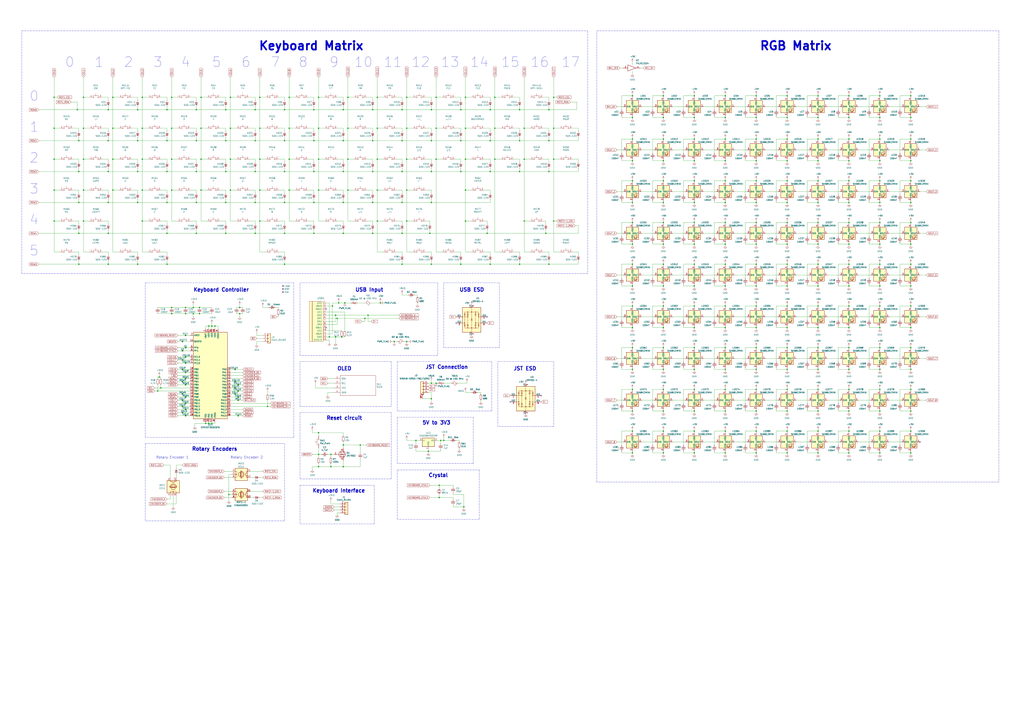
<source format=kicad_sch>
(kicad_sch (version 20211123) (generator eeschema)
  (paper "A1")
  (title_block (title "keyboard0") (date "2021-12-20") (rev "2") (comment 1 "kb.ht12345.xyz"))
  (junction (at 358.14 80.01))
  (junction (at 671.83 217.17))
  (junction (at 171.45 267.97))
  (junction (at 295.91 365.76))
  (junction (at 137.16 115.57))
  (junction (at 92.71 105.41))
  (junction (at 722.63 251.46))
  (junction (at 341.63 361.95))
  (junction (at 722.63 303.53))
  (junction (at 671.83 166.37))
  (junction (at 171.45 347.98))
  (junction (at 595.63 354.33))
  (junction (at 621.03 200.66))
  (junction (at 722.63 372.11))
  (junction (at 595.63 337.82))
  (junction (at 360.68 408.94))
  (junction (at 671.83 303.53))
  (junction (at 595.63 166.37))
  (junction (at 382.27 105.41))
  (junction (at 158.75 252.73))
  (junction (at 213.36 181.61))
  (junction (at 185.42 166.37))
  (junction (at 113.03 166.37))
  (junction (at 193.04 313.69))
  (junction (at 722.63 182.88))
  (junction (at 334.01 181.61))
  (junction (at 213.36 105.41))
  (junction (at 309.88 130.81))
  (junction (at 92.71 80.01))
  (junction (at 149.86 328.93))
  (junction (at 257.81 90.17))
  (junction (at 149.86 339.09))
  (junction (at 621.03 78.74))
  (junction (at 149.86 334.01))
  (junction (at 646.43 372.11))
  (junction (at 722.63 269.24))
  (junction (at 309.88 105.41))
  (junction (at 219.71 334.01))
  (junction (at 519.43 285.75))
  (junction (at 149.86 295.91))
  (junction (at 544.83 217.17))
  (junction (at 261.62 130.81))
  (junction (at 161.29 115.57))
  (junction (at 426.72 90.17))
  (junction (at 281.94 90.17))
  (junction (at 132.08 318.77))
  (junction (at 92.71 130.81))
  (junction (at 140.97 105.41))
  (junction (at 621.03 234.95))
  (junction (at 621.03 96.52))
  (junction (at 233.68 140.97))
  (junction (at 519.43 320.04))
  (junction (at 196.85 257.81))
  (junction (at 285.75 130.81))
  (junction (at 671.83 285.75))
  (junction (at 450.85 217.17))
  (junction (at 748.03 166.37))
  (junction (at 152.4 311.15))
  (junction (at 748.03 251.46))
  (junction (at 621.03 166.37))
  (junction (at 722.63 354.33))
  (junction (at 213.36 156.21))
  (junction (at 671.83 96.52))
  (junction (at 544.83 269.24))
  (junction (at 595.63 372.11))
  (junction (at 88.9 191.77))
  (junction (at 176.53 267.97))
  (junction (at 64.77 191.77))
  (junction (at 137.16 90.17))
  (junction (at 378.46 140.97))
  (junction (at 621.03 372.11))
  (junction (at 330.2 90.17))
  (junction (at 195.58 341.63))
  (junction (at 621.03 114.3))
  (junction (at 330.2 217.17))
  (junction (at 519.43 269.24))
  (junction (at 570.23 78.74))
  (junction (at 273.05 251.46))
  (junction (at 448.31 191.77))
  (junction (at 544.83 234.95))
  (junction (at 354.33 314.96))
  (junction (at 68.58 80.01))
  (junction (at 544.83 285.75))
  (junction (at 748.03 114.3))
  (junction (at 312.42 248.92))
  (junction (at 748.03 132.08))
  (junction (at 646.43 114.3))
  (junction (at 621.03 251.46))
  (junction (at 450.85 115.57))
  (junction (at 697.23 320.04))
  (junction (at 544.83 354.33))
  (junction (at 621.03 354.33))
  (junction (at 44.45 105.41))
  (junction (at 213.36 80.01))
  (junction (at 671.83 148.59))
  (junction (at 64.77 166.37))
  (junction (at 697.23 148.59))
  (junction (at 402.59 140.97))
  (junction (at 281.94 115.57))
  (junction (at 697.23 285.75))
  (junction (at 544.83 182.88))
  (junction (at 237.49 105.41))
  (junction (at 570.23 285.75))
  (junction (at 309.88 181.61))
  (junction (at 285.75 80.01))
  (junction (at 748.03 200.66))
  (junction (at 257.81 115.57))
  (junction (at 595.63 182.88))
  (junction (at 189.23 105.41))
  (junction (at 450.85 140.97))
  (junction (at 722.63 234.95))
  (junction (at 116.84 130.81))
  (junction (at 646.43 200.66))
  (junction (at 149.86 280.67))
  (junction (at 281.94 166.37))
  (junction (at 276.86 261.62))
  (junction (at 149.86 323.85))
  (junction (at 364.49 361.95))
  (junction (at 68.58 130.81))
  (junction (at 748.03 337.82))
  (junction (at 116.84 80.01))
  (junction (at 299.72 261.62))
  (junction (at 544.83 337.82))
  (junction (at 621.03 337.82))
  (junction (at 285.75 105.41))
  (junction (at 275.59 276.86))
  (junction (at 595.63 96.52))
  (junction (at 519.43 217.17))
  (junction (at 519.43 132.08))
  (junction (at 621.03 132.08))
  (junction (at 671.83 234.95))
  (junction (at 189.23 80.01))
  (junction (at 209.55 140.97))
  (junction (at 454.66 80.01))
  (junction (at 64.77 115.57))
  (junction (at 173.99 267.97))
  (junction (at 185.42 115.57))
  (junction (at 519.43 78.74))
  (junction (at 330.2 115.57))
  (junction (at 646.43 251.46))
  (junction (at 697.23 200.66))
  (junction (at 137.16 166.37))
  (junction (at 354.33 217.17))
  (junction (at 570.23 320.04))
  (junction (at 44.45 80.01))
  (junction (at 306.07 115.57))
  (junction (at 306.07 191.77))
  (junction (at 378.46 115.57))
  (junction (at 165.1 130.81))
  (junction (at 193.04 323.85))
  (junction (at 129.54 321.31))
  (junction (at 697.23 96.52))
  (junction (at 152.4 285.75))
  (junction (at 570.23 182.88))
  (junction (at 280.67 276.86))
  (junction (at 351.79 370.84))
  (junction (at 697.23 269.24))
  (junction (at 671.83 200.66))
  (junction (at 323.85 280.67))
  (junction (at 140.97 80.01))
  (junction (at 544.83 320.04))
  (junction (at 302.26 259.08))
  (junction (at 44.45 181.61))
  (junction (at 748.03 320.04))
  (junction (at 519.43 166.37))
  (junction (at 275.59 259.08))
  (junction (at 544.83 96.52))
  (junction (at 354.33 327.66))
  (junction (at 209.55 90.17))
  (junction (at 113.03 90.17))
  (junction (at 163.83 252.73))
  (junction (at 361.95 361.95))
  (junction (at 671.83 320.04))
  (junction (at 748.03 303.53))
  (junction (at 306.07 166.37))
  (junction (at 646.43 234.95))
  (junction (at 646.43 269.24))
  (junction (at 748.03 78.74))
  (junction (at 519.43 251.46))
  (junction (at 185.42 90.17))
  (junction (at 748.03 269.24))
  (junction (at 544.83 114.3))
  (junction (at 270.51 276.86))
  (junction (at 152.4 252.73))
  (junction (at 570.23 269.24))
  (junction (at 261.62 373.38))
  (junction (at 595.63 285.75))
  (junction (at 544.83 78.74))
  (junction (at 233.68 115.57))
  (junction (at 358.14 130.81))
  (junction (at 152.4 306.07))
  (junction (at 544.83 251.46))
  (junction (at 621.03 217.17))
  (junction (at 354.33 140.97))
  (junction (at 382.27 181.61))
  (junction (at 152.4 326.39))
  (junction (at 88.9 166.37))
  (junction (at 281.94 140.97))
  (junction (at 450.85 90.17))
  (junction (at 646.43 148.59))
  (junction (at 426.72 115.57))
  (junction (at 261.62 383.54))
  (junction (at 334.01 130.81))
  (junction (at 152.4 316.23))
  (junction (at 570.23 132.08))
  (junction (at 309.88 156.21))
  (junction (at 378.46 90.17))
  (junction (at 544.83 372.11))
  (junction (at 195.58 316.23))
  (junction (at 406.4 130.81))
  (junction (at 140.97 156.21))
  (junction (at 137.16 140.97))
  (junction (at 354.33 166.37))
  (junction (at 400.05 191.77))
  (junction (at 165.1 156.21))
  (junction (at 193.04 318.77))
  (junction (at 209.55 166.37))
  (junction (at 697.23 166.37))
  (junction (at 88.9 217.17))
  (junction (at 430.53 181.61))
  (junction (at 748.03 372.11))
  (junction (at 671.83 182.88))
  (junction (at 44.45 130.81))
  (junction (at 722.63 148.59))
  (junction (at 544.83 200.66))
  (junction (at 671.83 114.3))
  (junction (at 544.83 132.08))
  (junction (at 137.16 191.77))
  (junction (at 595.63 132.08))
  (junction (at 382.27 80.01))
  (junction (at 722.63 217.17))
  (junction (at 168.91 347.98))
  (junction (at 595.63 269.24))
  (junction (at 570.23 354.33))
  (junction (at 281.94 191.77))
  (junction (at 595.63 303.53))
  (junction (at 116.84 105.41))
  (junction (at 92.71 156.21))
  (junction (at 113.03 217.17))
  (junction (at 697.23 78.74))
  (junction (at 158.75 257.81))
  (junction (at 722.63 114.3))
  (junction (at 402.59 217.17))
  (junction (at 257.81 140.97))
  (junction (at 722.63 200.66))
  (junction (at 140.97 130.81))
  (junction (at 646.43 303.53))
  (junction (at 271.78 373.38))
  (junction (at 140.97 257.81))
  (junction (at 261.62 80.01))
  (junction (at 454.66 105.41))
  (junction (at 722.63 337.82))
  (junction (at 161.29 140.97))
  (junction (at 209.55 115.57))
  (junction (at 360.68 398.78))
  (junction (at 595.63 234.95))
  (junction (at 406.4 80.01))
  (junction (at 163.83 257.81))
  (junction (at 195.58 326.39))
  (junction (at 570.23 303.53))
  (junction (at 570.23 234.95))
  (junction (at 382.27 130.81))
  (junction (at 283.21 248.92))
  (junction (at 195.58 321.31))
  (junction (at 621.03 303.53))
  (junction (at 697.23 337.82))
  (junction (at 140.97 252.73))
  (junction (at 595.63 320.04))
  (junction (at 161.29 90.17))
  (junction (at 646.43 354.33))
  (junction (at 278.13 248.92))
  (junction (at 237.49 156.21))
  (junction (at 149.86 313.69))
  (junction (at 595.63 148.59))
  (junction (at 646.43 78.74))
  (junction (at 63.5 90.17))
  (junction (at 152.4 298.45))
  (junction (at 570.23 114.3))
  (junction (at 671.83 132.08))
  (junction (at 646.43 132.08))
  (junction (at 671.83 269.24))
  (junction (at 722.63 78.74))
  (junction (at 621.03 285.75))
  (junction (at 358.14 105.41))
  (junction (at 88.9 140.97))
  (junction (at 570.23 96.52))
  (junction (at 722.63 285.75))
  (junction (at 113.03 115.57))
  (junction (at 165.1 105.41))
  (junction (at 646.43 337.82))
  (junction (at 519.43 96.52))
  (junction (at 426.72 140.97))
  (junction (at 233.68 217.17))
  (junction (at 519.43 354.33))
  (junction (at 722.63 96.52))
  (junction (at 137.16 217.17))
  (junction (at 748.03 148.59))
  (junction (at 354.33 90.17))
  (junction (at 354.33 115.57))
  (junction (at 722.63 166.37))
  (junction (at 454.66 181.61))
  (junction (at 149.86 303.53))
  (junction (at 402.59 90.17))
  (junction (at 149.86 288.29))
  (junction (at 257.81 191.77))
  (junction (at 570.23 251.46))
  (junction (at 88.9 115.57))
  (junction (at 330.2 166.37))
  (junction (at 748.03 285.75))
  (junction (at 646.43 182.88))
  (junction (at 161.29 191.77))
  (junction (at 697.23 132.08))
  (junction (at 519.43 303.53))
  (junction (at 697.23 372.11))
  (junction (at 722.63 132.08))
  (junction (at 64.77 217.17))
  (junction (at 189.23 130.81))
  (junction (at 116.84 181.61))
  (junction (at 152.4 293.37))
  (junction (at 261.62 156.21))
  (junction (at 152.4 336.55))
  (junction (at 519.43 114.3))
  (junction (at 697.23 303.53))
  (junction (at 257.81 166.37))
  (junction (at 402.59 115.57))
  (junction (at 209.55 191.77))
  (junction (at 621.03 148.59))
  (junction (at 671.83 78.74))
  (junction (at 237.49 80.01))
  (junction (at 358.14 314.96))
  (junction (at 570.23 148.59))
  (junction (at 261.62 105.41))
  (junction (at 68.58 156.21))
  (junction (at 621.03 269.24))
  (junction (at 334.01 105.41))
  (junction (at 544.83 148.59))
  (junction (at 152.4 341.63))
  (junction (at 570.23 372.11))
  (junction (at 334.01 80.01))
  (junction (at 646.43 320.04))
  (junction (at 595.63 200.66))
  (junction (at 173.99 347.98))
  (junction (at 671.83 354.33))
  (junction (at 161.29 166.37))
  (junction (at 271.78 383.54))
  (junction (at 544.83 166.37))
  (junction (at 185.42 191.77))
  (junction (at 646.43 96.52))
  (junction (at 88.9 90.17))
  (junction (at 152.4 331.47))
  (junction (at 185.42 140.97))
  (junction (at 519.43 372.11))
  (junction (at 64.77 140.97))
  (junction (at 285.75 156.21))
  (junction (at 519.43 200.66))
  (junction (at 165.1 80.01))
  (junction (at 406.4 105.41))
  (junction (at 646.43 166.37))
  (junction (at 697.23 182.88))
  (junction (at 306.07 90.17))
  (junction (at 196.85 252.73))
  (junction (at 570.23 217.17))
  (junction (at 697.23 251.46))
  (junction (at 309.88 80.01))
  (junction (at 213.36 130.81))
  (junction (at 152.4 275.59))
  (junction (at 544.83 303.53))
  (junction (at 306.07 140.97))
  (junction (at 193.04 303.53))
  (junction (at 330.2 140.97))
  (junction (at 595.63 114.3))
  (junction (at 646.43 285.75))
  (junction (at 595.63 217.17))
  (junction (at 430.53 130.81))
  (junction (at 748.03 182.88))
  (junction (at 621.03 320.04))
  (junction (at 646.43 217.17))
  (junction (at 671.83 372.11))
  (junction (at 152.4 257.81))
  (junction (at 454.66 130.81))
  (junction (at 697.23 354.33))
  (junction (at 187.96 406.4))
  (junction (at 519.43 182.88))
  (junction (at 44.45 156.21))
  (junction (at 237.49 130.81))
  (junction (at 621.03 182.88))
  (junction (at 697.23 114.3))
  (junction (at 748.03 217.17))
  (junction (at 430.53 105.41))
  (junction (at 671.83 251.46))
  (junction (at 671.83 337.82))
  (junction (at 330.2 191.77))
  (junction (at 697.23 217.17))
  (junction (at 281.94 365.76))
  (junction (at 68.58 105.41))
  (junction (at 722.63 320.04))
  (junction (at 353.06 191.77))
  (junction (at 570.23 337.82))
  (junction (at 233.68 90.17))
  (junction (at 595.63 251.46))
  (junction (at 426.72 217.17))
  (junction (at 334.01 280.67))
  (junction (at 281.94 383.54))
  (junction (at 261.62 355.6))
  (junction (at 519.43 337.82))
  (junction (at 595.63 78.74))
  (junction (at 519.43 148.59))
  (junction (at 195.58 328.93))
  (junction (at 382.27 156.21))
  (junction (at 130.81 309.88))
  (junction (at 519.43 234.95))
  (junction (at 748.03 96.52))
  (junction (at 570.23 200.66))
  (junction (at 116.84 156.21))
  (junction (at 378.46 217.17))
  (junction (at 189.23 156.21))
  (junction (at 68.58 181.61))
  (junction (at 748.03 234.95))
  (junction (at 233.68 191.77))
  (junction (at 748.03 354.33))
  (junction (at 381 416.56))
  (junction (at 233.68 166.37))
  (junction (at 113.03 140.97))
  (junction (at 570.23 166.37))
  (junction (at 334.01 156.21))
  (junction (at 697.23 234.95))
  (no_connect (at 232.41 237.49))
  (no_connect (at 419.1 330.2))
  (no_connect (at 267.97 254))
  (no_connect (at 374.65 265.43))
  (no_connect (at 400.05 260.35))
  (no_connect (at 444.5 325.12))
  (no_connect (at 755.65 363.22))
  (no_connect (at 232.41 234.95))
  (no_connect (at 267.97 269.24))
  (no_connect (at 232.41 240.03))
  (wire (pts (xy 275.59 264.16) (xy 275.59 259.08)))
  (wire (pts (xy 149.86 303.53) (xy 156.21 303.53)))
  (wire (pts (xy 334.01 105.41) (xy 339.09 105.41)))
  (wire (pts (xy 209.55 115.57) (xy 233.68 115.57)))
  (wire (pts (xy 713.74 78.74) (xy 713.74 90.17)))
  (wire (pts (xy 195.58 321.31) (xy 189.23 321.31)))
  (wire (pts (xy 237.49 156.21) (xy 237.49 181.61)))
  (wire (pts (xy 544.83 336.55) (xy 544.83 337.82)))
  (wire (pts (xy 621.03 304.8) (xy 621.03 303.53)))
  (wire (pts (xy 113.03 163.83) (xy 113.03 166.37)))
  (wire (pts (xy 353.06 191.77) (xy 400.05 191.77)))
  (wire (pts (xy 276.86 422.91) (xy 276.86 421.64)))
  (wire (pts (xy 544.83 217.17) (xy 535.94 217.17)))
  (wire (pts (xy 256.54 383.54) (xy 261.62 383.54)))
  (wire (pts (xy 474.98 217.17) (xy 474.98 214.63)))
  (wire (pts (xy 510.54 165.1) (xy 510.54 166.37)))
  (wire (pts (xy 73.66 80.01) (xy 68.58 80.01)))
  (wire (pts (xy 544.83 236.22) (xy 544.83 234.95)))
  (wire (pts (xy 697.23 217.17) (xy 688.34 217.17)))
  (wire (pts (xy 233.68 87.63) (xy 233.68 90.17)))
  (wire (pts (xy 570.23 303.53) (xy 561.34 303.53)))
  (wire (pts (xy 671.83 336.55) (xy 671.83 337.82)))
  (wire (pts (xy 372.11 406.4) (xy 381 406.4)))
  (wire (pts (xy 603.25 260.35) (xy 613.41 260.35)))
  (wire (pts (xy 152.4 293.37) (xy 146.05 293.37)))
  (wire (pts (xy 713.74 148.59) (xy 713.74 160.02)))
  (wire (pts (xy 595.63 133.35) (xy 595.63 132.08)))
  (wire (pts (xy 671.83 148.59) (xy 671.83 149.86)))
  (wire (pts (xy 88.9 214.63) (xy 88.9 217.17)))
  (wire (pts (xy 378.46 207.01) (xy 378.46 209.55)))
  (wire (pts (xy 646.43 353.06) (xy 646.43 354.33)))
  (wire (pts (xy 519.43 182.88) (xy 510.54 182.88)))
  (wire (pts (xy 219.71 334.01) (xy 222.25 334.01)))
  (wire (pts (xy 544.83 95.25) (xy 544.83 96.52)))
  (wire (pts (xy 713.74 165.1) (xy 713.74 166.37)))
  (wire (pts (xy 748.03 133.35) (xy 748.03 132.08)))
  (wire (pts (xy 83.82 105.41) (xy 88.9 105.41)))
  (wire (pts (xy 173.99 346.71) (xy 173.99 347.98)))
  (wire (pts (xy 586.74 251.46) (xy 586.74 262.89)))
  (wire (pts (xy 137.16 130.81) (xy 137.16 133.35)))
  (wire (pts (xy 83.82 156.21) (xy 88.9 156.21)))
  (wire (pts (xy 309.88 181.61) (xy 309.88 207.01)))
  (wire (pts (xy 646.43 217.17) (xy 646.43 218.44)))
  (wire (pts (xy 209.55 80.01) (xy 209.55 82.55)))
  (wire (pts (xy 570.23 181.61) (xy 570.23 182.88)))
  (wire (pts (xy 430.53 105.41) (xy 435.61 105.41)))
  (wire (pts (xy 755.65 260.35) (xy 760.73 260.35)))
  (wire (pts (xy 713.74 233.68) (xy 713.74 234.95)))
  (polyline (pts (xy 408.94 350.52) (xy 408.94 297.18)))
  (wire (pts (xy 132.08 181.61) (xy 137.16 181.61)))
  (wire (pts (xy 697.23 285.75) (xy 697.23 287.02)))
  (wire (pts (xy 139.7 392.43) (xy 139.7 382.27)))
  (wire (pts (xy 697.23 132.08) (xy 688.34 132.08)))
  (wire (pts (xy 561.34 233.68) (xy 561.34 234.95)))
  (wire (pts (xy 261.62 373.38) (xy 264.16 373.38)))
  (wire (pts (xy 137.16 181.61) (xy 137.16 184.15)))
  (wire (pts (xy 306.07 113.03) (xy 306.07 115.57)))
  (wire (pts (xy 748.03 96.52) (xy 739.14 96.52)))
  (wire (pts (xy 261.62 105.41) (xy 261.62 130.81)))
  (wire (pts (xy 697.23 77.47) (xy 697.23 78.74)))
  (wire (pts (xy 257.81 163.83) (xy 257.81 166.37)))
  (wire (pts (xy 382.27 63.5) (xy 382.27 80.01)))
  (wire (pts (xy 646.43 233.68) (xy 646.43 234.95)))
  (wire (pts (xy 519.43 285.75) (xy 519.43 287.02)))
  (wire (pts (xy 334.01 130.81) (xy 339.09 130.81)))
  (wire (pts (xy 595.63 354.33) (xy 595.63 355.6)))
  (wire (pts (xy 748.03 339.09) (xy 748.03 337.82)))
  (wire (pts (xy 697.23 217.17) (xy 697.23 218.44)))
  (wire (pts (xy 257.81 140.97) (xy 281.94 140.97)))
  (wire (pts (xy 646.43 132.08) (xy 637.54 132.08)))
  (wire (pts (xy 281.94 163.83) (xy 281.94 166.37)))
  (wire (pts (xy 152.4 306.07) (xy 156.21 306.07)))
  (wire (pts (xy 137.16 105.41) (xy 137.16 107.95)))
  (wire (pts (xy 621.03 167.64) (xy 621.03 166.37)))
  (wire (pts (xy 739.14 370.84) (xy 739.14 372.11)))
  (wire (pts (xy 688.34 165.1) (xy 688.34 166.37)))
  (wire (pts (xy 381 416.56) (xy 381 417.83)))
  (wire (pts (xy 309.88 80.01) (xy 314.96 80.01)))
  (wire (pts (xy 144.78 382.27) (xy 149.86 382.27)))
  (wire (pts (xy 755.65 123.19) (xy 760.73 123.19)))
  (wire (pts (xy 450.85 217.17) (xy 474.98 217.17)))
  (wire (pts (xy 570.23 182.88) (xy 561.34 182.88)))
  (wire (pts (xy 535.94 370.84) (xy 535.94 372.11)))
  (wire (pts (xy 570.23 284.48) (xy 570.23 285.75)))
  (wire (pts (xy 426.72 113.03) (xy 426.72 115.57)))
  (wire (pts (xy 570.23 148.59) (xy 570.23 149.86)))
  (wire (pts (xy 697.23 114.3) (xy 697.23 115.57)))
  (wire (pts (xy 281.94 363.22) (xy 281.94 365.76)))
  (wire (pts (xy 535.94 251.46) (xy 535.94 262.89)))
  (wire (pts (xy 506.73 157.48) (xy 511.81 157.48)))
  (wire (pts (xy 146.05 339.09) (xy 149.86 339.09)))
  (wire (pts (xy 519.43 114.3) (xy 519.43 115.57)))
  (wire (pts (xy 621.03 97.79) (xy 621.03 96.52)))
  (wire (pts (xy 402.59 138.43) (xy 402.59 140.97)))
  (wire (pts (xy 519.43 217.17) (xy 519.43 218.44)))
  (wire (pts (xy 210.82 275.59) (xy 210.82 273.05)))
  (wire (pts (xy 330.2 105.41) (xy 330.2 107.95)))
  (wire (pts (xy 406.4 80.01) (xy 411.48 80.01)))
  (wire (pts (xy 237.49 130.81) (xy 242.57 130.81)))
  (wire (pts (xy 161.29 115.57) (xy 185.42 115.57)))
  (wire (pts (xy 116.84 63.5) (xy 116.84 80.01)))
  (wire (pts (xy 722.63 267.97) (xy 722.63 269.24)))
  (wire (pts (xy 276.86 130.81) (xy 281.94 130.81)))
  (wire (pts (xy 281.94 383.54) (xy 281.94 378.46)))
  (wire (pts (xy 113.03 138.43) (xy 113.03 140.97)))
  (wire (pts (xy 142.24 407.67) (xy 142.24 416.56)))
  (wire (pts (xy 519.43 114.3) (xy 510.54 114.3)))
  (wire (pts (xy 544.83 320.04) (xy 544.83 321.31)))
  (wire (pts (xy 739.14 199.39) (xy 739.14 200.66)))
  (wire (pts (xy 330.2 140.97) (xy 354.33 140.97)))
  (wire (pts (xy 364.49 361.95) (xy 369.57 361.95)))
  (wire (pts (xy 519.43 148.59) (xy 519.43 149.86)))
  (wire (pts (xy 697.23 320.04) (xy 697.23 321.31)))
  (wire (pts (xy 570.23 147.32) (xy 570.23 148.59)))
  (wire (pts (xy 68.58 156.21) (xy 68.58 130.81)))
  (wire (pts (xy 450.85 115.57) (xy 474.98 115.57)))
  (wire (pts (xy 671.83 251.46) (xy 662.94 251.46)))
  (wire (pts (xy 358.14 314.96) (xy 354.33 314.96)))
  (wire (pts (xy 330.2 191.77) (xy 353.06 191.77)))
  (wire (pts (xy 713.74 267.97) (xy 713.74 269.24)))
  (wire (pts (xy 748.03 250.19) (xy 748.03 251.46)))
  (wire (pts (xy 196.85 252.73) (xy 199.39 252.73)))
  (wire (pts (xy 199.39 321.31) (xy 195.58 321.31)))
  (wire (pts (xy 209.55 105.41) (xy 209.55 107.95)))
  (wire (pts (xy 378.46 130.81) (xy 378.46 133.35)))
  (wire (pts (xy 697.23 251.46) (xy 697.23 252.73)))
  (wire (pts (xy 68.58 181.61) (xy 68.58 156.21)))
  (wire (pts (xy 275.59 276.86) (xy 275.59 281.94)))
  (wire (pts (xy 612.14 182.88) (xy 612.14 194.31)))
  (wire (pts (xy 306.07 189.23) (xy 306.07 191.77)))
  (wire (pts (xy 577.85 87.63) (xy 588.01 87.63)))
  (wire (pts (xy 59.69 156.21) (xy 64.77 156.21)))
  (wire (pts (xy 372.11 408.94) (xy 372.11 410.21)))
  (wire (pts (xy 378.46 140.97) (xy 402.59 140.97)))
  (wire (pts (xy 270.51 281.94) (xy 270.51 279.4)))
  (wire (pts (xy 595.63 267.97) (xy 595.63 269.24)))
  (wire (pts (xy 748.03 303.53) (xy 739.14 303.53)))
  (wire (pts (xy 713.74 336.55) (xy 713.74 337.82)))
  (wire (pts (xy 137.16 163.83) (xy 137.16 166.37)))
  (wire (pts (xy 561.34 251.46) (xy 561.34 262.89)))
  (wire (pts (xy 679.45 363.22) (xy 689.61 363.22)))
  (wire (pts (xy 544.83 200.66) (xy 535.94 200.66)))
  (wire (pts (xy 354.33 156.21) (xy 354.33 158.75)))
  (wire (pts (xy 400.05 189.23) (xy 400.05 191.77)))
  (wire (pts (xy 342.9 250.19) (xy 342.9 248.92)))
  (polyline (pts (xy 364.49 285.75) (xy 364.49 232.41)))
  (wire (pts (xy 146.05 303.53) (xy 149.86 303.53)))
  (wire (pts (xy 129.54 311.15) (xy 129.54 309.88)))
  (wire (pts (xy 132.08 311.15) (xy 132.08 309.88)))
  (wire (pts (xy 748.03 318.77) (xy 748.03 320.04)))
  (polyline (pts (xy 388.62 342.9) (xy 388.62 381)))
  (wire (pts (xy 621.03 302.26) (xy 621.03 303.53)))
  (wire (pts (xy 671.83 78.74) (xy 662.94 78.74)))
  (wire (pts (xy 278.13 248.92) (xy 283.21 248.92)))
  (wire (pts (xy 662.94 370.84) (xy 662.94 372.11)))
  (wire (pts (xy 354.33 138.43) (xy 354.33 140.97)))
  (wire (pts (xy 448.31 184.15) (xy 448.31 181.61)))
  (wire (pts (xy 544.83 97.79) (xy 544.83 96.52)))
  (wire (pts (xy 273.05 251.46) (xy 273.05 274.32)))
  (wire (pts (xy 163.83 257.81) (xy 173.99 257.81)))
  (wire (pts (xy 519.43 133.35) (xy 519.43 132.08)))
  (wire (pts (xy 406.4 105.41) (xy 411.48 105.41)))
  (wire (pts (xy 454.66 207.01) (xy 459.74 207.01)))
  (wire (pts (xy 354.33 327.66) (xy 346.71 327.66)))
  (polyline (pts (xy 246.38 430.53) (xy 307.34 430.53)))
  (wire (pts (xy 552.45 226.06) (xy 562.61 226.06)))
  (wire (pts (xy 261.62 156.21) (xy 266.7 156.21)))
  (wire (pts (xy 612.14 165.1) (xy 612.14 166.37)))
  (wire (pts (xy 697.23 96.52) (xy 688.34 96.52)))
  (wire (pts (xy 194.31 252.73) (xy 196.85 252.73)))
  (wire (pts (xy 144.78 392.43) (xy 144.78 389.89)))
  (wire (pts (xy 261.62 130.81) (xy 261.62 156.21)))
  (wire (pts (xy 679.45 328.93) (xy 689.61 328.93)))
  (wire (pts (xy 544.83 251.46) (xy 535.94 251.46)))
  (polyline (pts (xy 326.39 297.18) (xy 403.86 297.18)))
  (wire (pts (xy 233.68 105.41) (xy 233.68 107.95)))
  (wire (pts (xy 722.63 233.68) (xy 722.63 234.95)))
  (wire (pts (xy 671.83 182.88) (xy 662.94 182.88)))
  (wire (pts (xy 140.97 257.81) (xy 152.4 257.81)))
  (wire (pts (xy 146.05 306.07) (xy 152.4 306.07)))
  (wire (pts (xy 276.86 156.21) (xy 281.94 156.21)))
  (wire (pts (xy 595.63 200.66) (xy 586.74 200.66)))
  (wire (pts (xy 306.07 130.81) (xy 306.07 133.35)))
  (wire (pts (xy 285.75 181.61) (xy 290.83 181.61)))
  (wire (pts (xy 519.43 215.9) (xy 519.43 217.17)))
  (wire (pts (xy 671.83 96.52) (xy 662.94 96.52)))
  (wire (pts (xy 628.65 123.19) (xy 638.81 123.19)))
  (wire (pts (xy 510.54 199.39) (xy 510.54 200.66)))
  (wire (pts (xy 561.34 370.84) (xy 561.34 372.11)))
  (wire (pts (xy 544.83 373.38) (xy 544.83 372.11)))
  (wire (pts (xy 561.34 130.81) (xy 561.34 132.08)))
  (wire (pts (xy 570.23 96.52) (xy 561.34 96.52)))
  (wire (pts (xy 450.85 138.43) (xy 450.85 140.97)))
  (wire (pts (xy 375.92 314.96) (xy 383.54 314.96)))
  (wire (pts (xy 646.43 96.52) (xy 637.54 96.52)))
  (wire (pts (xy 360.68 398.78) (xy 372.11 398.78)))
  (wire (pts (xy 697.23 182.88) (xy 688.34 182.88)))
  (wire (pts (xy 349.25 207.01) (xy 354.33 207.01)))
  (wire (pts (xy 402.59 217.17) (xy 426.72 217.17)))
  (wire (pts (xy 64.77 115.57) (xy 88.9 115.57)))
  (wire (pts (xy 165.1 181.61) (xy 165.1 156.21)))
  (wire (pts (xy 748.03 182.88) (xy 739.14 182.88)))
  (wire (pts (xy 88.9 90.17) (xy 113.03 90.17)))
  (wire (pts (xy 445.77 105.41) (xy 450.85 105.41)))
  (wire (pts (xy 704.85 191.77) (xy 715.01 191.77)))
  (wire (pts (xy 430.53 130.81) (xy 430.53 181.61)))
  (wire (pts (xy 361.95 361.95) (xy 359.41 361.95)))
  (wire (pts (xy 519.43 372.11) (xy 510.54 372.11)))
  (wire (pts (xy 722.63 201.93) (xy 722.63 200.66)))
  (wire (pts (xy 748.03 77.47) (xy 748.03 78.74)))
  (wire (pts (xy 697.23 320.04) (xy 688.34 320.04)))
  (wire (pts (xy 637.54 354.33) (xy 637.54 365.76)))
  (wire (pts (xy 44.45 130.81) (xy 49.53 130.81)))
  (wire (pts (xy 621.03 78.74) (xy 621.03 80.01)))
  (wire (pts (xy 519.43 373.38) (xy 519.43 372.11)))
  (wire (pts (xy 306.07 87.63) (xy 306.07 90.17)))
  (wire (pts (xy 671.83 78.74) (xy 671.83 80.01)))
  (wire (pts (xy 535.94 182.88) (xy 535.94 194.31)))
  (wire (pts (xy 306.07 90.17) (xy 330.2 90.17)))
  (wire (pts (xy 535.94 165.1) (xy 535.94 166.37)))
  (wire (pts (xy 273.05 248.92) (xy 278.13 248.92)))
  (polyline (pts (xy 490.22 25.4) (xy 820.42 25.4)))
  (wire (pts (xy 373.38 105.41) (xy 378.46 105.41)))
  (wire (pts (xy 510.54 95.25) (xy 510.54 96.52)))
  (wire (pts (xy 300.99 80.01) (xy 306.07 80.01)))
  (wire (pts (xy 646.43 182.88) (xy 646.43 184.15)))
  (wire (pts (xy 679.45 87.63) (xy 689.61 87.63)))
  (wire (pts (xy 213.36 63.5) (xy 213.36 80.01)))
  (wire (pts (xy 570.23 339.09) (xy 570.23 337.82)))
  (wire (pts (xy 209.55 87.63) (xy 209.55 90.17)))
  (wire (pts (xy 156.21 181.61) (xy 161.29 181.61)))
  (wire (pts (xy 544.83 339.09) (xy 544.83 337.82)))
  (wire (pts (xy 402.59 115.57) (xy 426.72 115.57)))
  (wire (pts (xy 628.65 260.35) (xy 638.81 260.35)))
  (wire (pts (xy 454.66 105.41) (xy 454.66 130.81)))
  (wire (pts (xy 621.03 148.59) (xy 612.14 148.59)))
  (wire (pts (xy 646.43 373.38) (xy 646.43 372.11)))
  (wire (pts (xy 595.63 354.33) (xy 586.74 354.33)))
  (wire (pts (xy 595.63 318.77) (xy 595.63 320.04)))
  (wire (pts (xy 646.43 320.04) (xy 646.43 321.31)))
  (wire (pts (xy 713.74 285.75) (xy 713.74 297.18)))
  (wire (pts (xy 570.23 267.97) (xy 570.23 269.24)))
  (wire (pts (xy 595.63 373.38) (xy 595.63 372.11)))
  (wire (pts (xy 88.9 115.57) (xy 113.03 115.57)))
  (polyline (pts (xy 17.78 224.79) (xy 17.78 25.4)))
  (wire (pts (xy 397.51 130.81) (xy 402.59 130.81)))
  (wire (pts (xy 302.26 264.16) (xy 304.8 264.16)))
  (wire (pts (xy 519.43 370.84) (xy 519.43 372.11)))
  (wire (pts (xy 570.23 217.17) (xy 561.34 217.17)))
  (wire (pts (xy 739.14 233.68) (xy 739.14 234.95)))
  (wire (pts (xy 421.64 80.01) (xy 426.72 80.01)))
  (wire (pts (xy 281.94 115.57) (xy 306.07 115.57)))
  (polyline (pts (xy 241.3 359.41) (xy 119.38 359.41)))
  (wire (pts (xy 213.36 105.41) (xy 218.44 105.41)))
  (wire (pts (xy 697.23 354.33) (xy 697.23 355.6)))
  (wire (pts (xy 595.63 78.74) (xy 595.63 80.01)))
  (wire (pts (xy 330.2 214.63) (xy 330.2 217.17)))
  (wire (pts (xy 160.02 347.98) (xy 160.02 350.52)))
  (wire (pts (xy 544.83 132.08) (xy 535.94 132.08)))
  (wire (pts (xy 595.63 372.11) (xy 586.74 372.11)))
  (wire (pts (xy 704.85 123.19) (xy 715.01 123.19)))
  (wire (pts (xy 739.14 95.25) (xy 739.14 96.52)))
  (wire (pts (xy 140.97 156.21) (xy 146.05 156.21)))
  (wire (pts (xy 646.43 181.61) (xy 646.43 182.88)))
  (wire (pts (xy 185.42 191.77) (xy 209.55 191.77)))
  (wire (pts (xy 146.05 328.93) (xy 149.86 328.93)))
  (wire (pts (xy 510.54 148.59) (xy 510.54 160.02)))
  (wire (pts (xy 299.72 261.62) (xy 327.66 261.62)))
  (wire (pts (xy 671.83 201.93) (xy 671.83 200.66)))
  (wire (pts (xy 671.83 251.46) (xy 671.83 252.73)))
  (wire (pts (xy 662.94 285.75) (xy 662.94 297.18)))
  (wire (pts (xy 334.01 181.61) (xy 339.09 181.61)))
  (polyline (pts (xy 246.38 334.01) (xy 246.38 297.18)))
  (wire (pts (xy 474.98 207.01) (xy 469.9 207.01)))
  (wire (pts (xy 586.74 199.39) (xy 586.74 200.66)))
  (wire (pts (xy 213.36 408.94) (xy 215.9 408.94)))
  (wire (pts (xy 713.74 302.26) (xy 713.74 303.53)))
  (wire (pts (xy 372.11 398.78) (xy 372.11 400.05)))
  (wire (pts (xy 64.77 163.83) (xy 64.77 166.37)))
  (wire (pts (xy 354.33 217.17) (xy 378.46 217.17)))
  (wire (pts (xy 325.12 130.81) (xy 330.2 130.81)))
  (wire (pts (xy 519.43 339.09) (xy 519.43 337.82)))
  (wire (pts (xy 370.84 314.96) (xy 364.49 314.96)))
  (wire (pts (xy 152.4 341.63) (xy 156.21 341.63)))
  (wire (pts (xy 400.05 191.77) (xy 448.31 191.77)))
  (wire (pts (xy 161.29 90.17) (xy 185.42 90.17)))
  (wire (pts (xy 704.85 328.93) (xy 715.01 328.93)))
  (wire (pts (xy 544.83 130.81) (xy 544.83 132.08)))
  (wire (pts (xy 730.25 87.63) (xy 740.41 87.63)))
  (wire (pts (xy 646.43 182.88) (xy 637.54 182.88)))
  (wire (pts (xy 215.9 275.59) (xy 210.82 275.59)))
  (wire (pts (xy 748.03 78.74) (xy 739.14 78.74)))
  (wire (pts (xy 506.73 226.06) (xy 511.81 226.06)))
  (wire (pts (xy 219.71 321.31) (xy 219.71 323.85)))
  (wire (pts (xy 646.43 200.66) (xy 637.54 200.66)))
  (wire (pts (xy 64.77 130.81) (xy 64.77 133.35)))
  (wire (pts (xy 671.83 95.25) (xy 671.83 96.52)))
  (wire (pts (xy 189.23 331.47) (xy 222.25 331.47)))
  (wire (pts (xy 646.43 250.19) (xy 646.43 251.46)))
  (wire (pts (xy 519.43 182.88) (xy 519.43 184.15)))
  (wire (pts (xy 382.27 80.01) (xy 382.27 105.41)))
  (wire (pts (xy 361.95 370.84) (xy 361.95 369.57)))
  (polyline (pts (xy 403.86 297.18) (xy 403.86 337.82)))
  (wire (pts (xy 330.2 87.63) (xy 330.2 90.17)))
  (wire (pts (xy 671.83 133.35) (xy 671.83 132.08)))
  (wire (pts (xy 570.23 95.25) (xy 570.23 96.52)))
  (wire (pts (xy 285.75 80.01) (xy 285.75 105.41)))
  (wire (pts (xy 544.83 217.17) (xy 544.83 218.44)))
  (wire (pts (xy 354.33 115.57) (xy 378.46 115.57)))
  (wire (pts (xy 697.23 182.88) (xy 697.23 184.15)))
  (wire (pts (xy 739.14 148.59) (xy 739.14 160.02)))
  (wire (pts (xy 257.81 130.81) (xy 257.81 133.35)))
  (wire (pts (xy 161.29 113.03) (xy 161.29 115.57)))
  (wire (pts (xy 697.23 336.55) (xy 697.23 337.82)))
  (wire (pts (xy 561.34 285.75) (xy 561.34 297.18)))
  (wire (pts (xy 722.63 114.3) (xy 722.63 115.57)))
  (wire (pts (xy 267.97 276.86) (xy 270.51 276.86)))
  (wire (pts (xy 748.03 148.59) (xy 739.14 148.59)))
  (wire (pts (xy 586.74 95.25) (xy 586.74 96.52)))
  (wire (pts (xy 570.23 217.17) (xy 570.23 218.44)))
  (wire (pts (xy 382.27 130.81) (xy 382.27 156.21)))
  (wire (pts (xy 257.81 156.21) (xy 257.81 158.75)))
  (wire (pts (xy 722.63 285.75) (xy 722.63 287.02)))
  (wire (pts (xy 140.97 130.81) (xy 146.05 130.81)))
  (polyline (pts (xy 410.21 232.41) (xy 410.21 285.75)))
  (wire (pts (xy 748.03 320.04) (xy 739.14 320.04)))
  (wire (pts (xy 595.63 96.52) (xy 586.74 96.52)))
  (wire (pts (xy 88.9 140.97) (xy 113.03 140.97)))
  (wire (pts (xy 722.63 148.59) (xy 722.63 149.86)))
  (wire (pts (xy 31.75 166.37) (xy 64.77 166.37)))
  (wire (pts (xy 671.83 320.04) (xy 662.94 320.04)))
  (wire (pts (xy 261.62 181.61) (xy 266.7 181.61)))
  (wire (pts (xy 113.03 140.97) (xy 137.16 140.97)))
  (wire (pts (xy 402.59 207.01) (xy 402.59 209.55)))
  (wire (pts (xy 570.23 320.04) (xy 570.23 321.31)))
  (wire (pts (xy 722.63 200.66) (xy 713.74 200.66)))
  (wire (pts (xy 281.94 87.63) (xy 281.94 90.17)))
  (wire (pts (xy 713.74 182.88) (xy 713.74 194.31)))
  (wire (pts (xy 697.23 148.59) (xy 688.34 148.59)))
  (wire (pts (xy 209.55 181.61) (xy 209.55 184.15)))
  (wire (pts (xy 722.63 354.33) (xy 722.63 355.6)))
  (wire (pts (xy 402.59 130.81) (xy 402.59 133.35)))
  (wire (pts (xy 722.63 251.46) (xy 713.74 251.46)))
  (wire (pts (xy 275.59 276.86) (xy 280.67 276.86)))
  (wire (pts (xy 204.47 156.21) (xy 209.55 156.21)))
  (wire (pts (xy 570.23 234.95) (xy 561.34 234.95)))
  (wire (pts (xy 570.23 130.81) (xy 570.23 132.08)))
  (wire (pts (xy 161.29 140.97) (xy 185.42 140.97)))
  (wire (pts (xy 146.05 336.55) (xy 152.4 336.55)))
  (wire (pts (xy 535.94 233.68) (xy 535.94 234.95)))
  (wire (pts (xy 646.43 148.59) (xy 637.54 148.59)))
  (wire (pts (xy 570.23 114.3) (xy 570.23 115.57)))
  (wire (pts (xy 570.23 78.74) (xy 570.23 80.01)))
  (wire (pts (xy 233.68 166.37) (xy 257.81 166.37)))
  (wire (pts (xy 430.53 63.5) (xy 430.53 105.41)))
  (wire (pts (xy 402.59 158.75) (xy 402.59 156.21)))
  (wire (pts (xy 406.4 105.41) (xy 406.4 130.81)))
  (wire (pts (xy 544.83 353.06) (xy 544.83 354.33)))
  (wire (pts (xy 722.63 78.74) (xy 722.63 80.01)))
  (wire (pts (xy 570.23 165.1) (xy 570.23 166.37)))
  (wire (pts (xy 168.91 270.51) (xy 168.91 267.97)))
  (wire (pts (xy 544.83 372.11) (xy 535.94 372.11)))
  (wire (pts (xy 697.23 200.66) (xy 688.34 200.66)))
  (wire (pts (xy 519.43 77.47) (xy 519.43 78.74)))
  (wire (pts (xy 570.23 167.64) (xy 570.23 166.37)))
  (wire (pts (xy 281.94 189.23) (xy 281.94 191.77)))
  (wire (pts (xy 722.63 130.81) (xy 722.63 132.08)))
  (wire (pts (xy 697.23 251.46) (xy 688.34 251.46)))
  (wire (pts (xy 257.81 90.17) (xy 281.94 90.17)))
  (wire (pts (xy 64.77 217.17) (xy 64.77 214.63)))
  (wire (pts (xy 654.05 157.48) (xy 664.21 157.48)))
  (wire (pts (xy 373.38 130.81) (xy 378.46 130.81)))
  (wire (pts (xy 276.86 80.01) (xy 281.94 80.01)))
  (wire (pts (xy 107.95 105.41) (xy 113.03 105.41)))
  (wire (pts (xy 185.42 113.03) (xy 185.42 115.57)))
  (polyline (pts (xy 119.38 364.49) (xy 233.68 364.49)))
  (wire (pts (xy 570.23 215.9) (xy 570.23 217.17)))
  (polyline (pts (xy 359.41 292.1) (xy 246.38 292.1)))
  (wire (pts (xy 454.66 80.01) (xy 454.66 105.41)))
  (wire (pts (xy 330.2 80.01) (xy 330.2 82.55)))
  (wire (pts (xy 330.2 217.17) (xy 354.33 217.17)))
  (wire (pts (xy 722.63 269.24) (xy 713.74 269.24)))
  (wire (pts (xy 358.14 80.01) (xy 363.22 80.01)))
  (wire (pts (xy 621.03 354.33) (xy 612.14 354.33)))
  (wire (pts (xy 603.25 87.63) (xy 613.41 87.63)))
  (wire (pts (xy 274.32 314.96) (xy 269.24 314.96)))
  (wire (pts (xy 748.03 304.8) (xy 748.03 303.53)))
  (wire (pts (xy 372.11 415.29) (xy 372.11 416.56)))
  (wire (pts (xy 189.23 80.01) (xy 194.31 80.01)))
  (wire (pts (xy 671.83 373.38) (xy 671.83 372.11)))
  (polyline (pts (xy 359.41 232.41) (xy 359.41 292.1)))
  (wire (pts (xy 88.9 166.37) (xy 113.03 166.37)))
  (wire (pts (xy 88.9 113.03) (xy 88.9 115.57)))
  (wire (pts (xy 570.23 77.47) (xy 570.23 78.74)))
  (wire (pts (xy 544.83 234.95) (xy 535.94 234.95)))
  (wire (pts (xy 354.33 314.96) (xy 354.33 312.42)))
  (wire (pts (xy 152.4 331.47) (xy 156.21 331.47)))
  (wire (pts (xy 697.23 267.97) (xy 697.23 269.24)))
  (wire (pts (xy 535.94 148.59) (xy 535.94 160.02)))
  (wire (pts (xy 210.82 280.67) (xy 210.82 283.21)))
  (wire (pts (xy 269.24 311.15) (xy 274.32 311.15)))
  (wire (pts (xy 612.14 114.3) (xy 612.14 125.73)))
  (wire (pts (xy 612.14 233.68) (xy 612.14 234.95)))
  (wire (pts (xy 697.23 181.61) (xy 697.23 182.88)))
  (wire (pts (xy 621.03 217.17) (xy 621.03 218.44)))
  (wire (pts (xy 233.68 130.81) (xy 233.68 133.35)))
  (wire (pts (xy 474.98 115.57) (xy 474.98 113.03)))
  (wire (pts (xy 621.03 303.53) (xy 612.14 303.53)))
  (wire (pts (xy 628.65 191.77) (xy 638.81 191.77)))
  (wire (pts (xy 595.63 182.88) (xy 595.63 184.15)))
  (wire (pts (xy 679.45 123.19) (xy 689.61 123.19)))
  (wire (pts (xy 621.03 285.75) (xy 612.14 285.75)))
  (wire (pts (xy 140.97 63.5) (xy 140.97 80.01)))
  (wire (pts (xy 204.47 130.81) (xy 209.55 130.81)))
  (wire (pts (xy 257.81 80.01) (xy 257.81 82.55)))
  (wire (pts (xy 586.74 182.88) (xy 586.74 194.31)))
  (wire (pts (xy 722.63 182.88) (xy 713.74 182.88)))
  (wire (pts (xy 377.19 361.95) (xy 377.19 363.22)))
  (wire (pts (xy 612.14 95.25) (xy 612.14 96.52)))
  (wire (pts (xy 334.01 181.61) (xy 334.01 207.01)))
  (wire (pts (xy 748.03 165.1) (xy 748.03 166.37)))
  (wire (pts (xy 373.38 207.01) (xy 378.46 207.01)))
  (wire (pts (xy 165.1 80.01) (xy 165.1 63.5)))
  (wire (pts (xy 189.23 326.39) (xy 195.58 326.39)))
  (wire (pts (xy 527.05 226.06) (xy 537.21 226.06)))
  (wire (pts (xy 722.63 339.09) (xy 722.63 337.82)))
  (wire (pts (xy 748.03 267.97) (xy 748.03 269.24)))
  (wire (pts (xy 237.49 130.81) (xy 237.49 156.21)))
  (wire (pts (xy 595.63 251.46) (xy 586.74 251.46)))
  (wire (pts (xy 406.4 130.81) (xy 411.48 130.81)))
  (wire (pts (xy 378.46 105.41) (xy 378.46 107.95)))
  (wire (pts (xy 137.16 214.63) (xy 137.16 217.17)))
  (wire (pts (xy 184.15 403.86) (xy 190.5 403.86)))
  (wire (pts (xy 474.98 130.81) (xy 469.9 130.81)))
  (wire (pts (xy 325.12 181.61) (xy 330.2 181.61)))
  (wire (pts (xy 92.71 105.41) (xy 97.79 105.41)))
  (wire (pts (xy 713.74 199.39) (xy 713.74 200.66)))
  (wire (pts (xy 510.54 370.84) (xy 510.54 372.11)))
  (wire (pts (xy 519.43 318.77) (xy 519.43 320.04)))
  (wire (pts (xy 697.23 285.75) (xy 688.34 285.75)))
  (wire (pts (xy 544.83 303.53) (xy 535.94 303.53)))
  (wire (pts (xy 544.83 302.26) (xy 544.83 303.53)))
  (wire (pts (xy 44.45 105.41) (xy 44.45 130.81)))
  (wire (pts (xy 628.65 87.63) (xy 638.81 87.63)))
  (wire (pts (xy 281.94 365.76) (xy 281.94 368.3)))
  (wire (pts (xy 454.66 181.61) (xy 457.2 181.61)))
  (wire (pts (xy 561.34 217.17) (xy 561.34 228.6)))
  (wire (pts (xy 68.58 156.21) (xy 73.66 156.21)))
  (wire (pts (xy 755.65 328.93) (xy 760.73 328.93)))
  (wire (pts (xy 402.59 140.97) (xy 426.72 140.97)))
  (wire (pts (xy 748.03 114.3) (xy 739.14 114.3)))
  (wire (pts (xy 252.73 130.81) (xy 257.81 130.81)))
  (wire (pts (xy 326.39 280.67) (xy 323.85 280.67)))
  (polyline (pts (xy 326.39 342.9) (xy 388.62 342.9)))
  (wire (pts (xy 445.77 130.81) (xy 450.85 130.81)))
  (wire (pts (xy 213.36 80.01) (xy 213.36 105.41)))
  (wire (pts (xy 748.03 166.37) (xy 739.14 166.37)))
  (wire (pts (xy 450.85 207.01) (xy 450.85 209.55)))
  (wire (pts (xy 448.31 181.61) (xy 445.77 181.61)))
  (wire (pts (xy 621.03 182.88) (xy 621.03 184.15)))
  (wire (pts (xy 173.99 347.98) (xy 171.45 347.98)))
  (wire (pts (xy 544.83 148.59) (xy 535.94 148.59)))
  (wire (pts (xy 378.46 87.63) (xy 378.46 90.17)))
  (wire (pts (xy 210.82 278.13) (xy 215.9 278.13)))
  (wire (pts (xy 161.29 80.01) (xy 161.29 82.55)))
  (wire (pts (xy 595.63 320.04) (xy 586.74 320.04)))
  (wire (pts (xy 193.04 313.69) (xy 199.39 313.69)))
  (wire (pts (xy 378.46 90.17) (xy 402.59 90.17)))
  (wire (pts (xy 621.03 337.82) (xy 612.14 337.82)))
  (wire (pts (xy 189.23 156.21) (xy 189.23 181.61)))
  (wire (pts (xy 113.03 130.81) (xy 113.03 133.35)))
  (wire (pts (xy 354.33 214.63) (xy 354.33 217.17)))
  (wire (pts (xy 510.54 78.74) (xy 510.54 90.17)))
  (wire (pts (xy 621.03 147.32) (xy 621.03 148.59)))
  (wire (pts (xy 739.14 182.88) (xy 739.14 194.31)))
  (wire (pts (xy 688.34 370.84) (xy 688.34 372.11)))
  (wire (pts (xy 381 406.4) (xy 381 416.56)))
  (wire (pts (xy 662.94 199.39) (xy 662.94 200.66)))
  (wire (pts (xy 713.74 114.3) (xy 713.74 125.73)))
  (wire (pts (xy 646.43 372.11) (xy 637.54 372.11)))
  (wire (pts (xy 510.54 233.68) (xy 510.54 234.95)))
  (wire (pts (xy 519.43 97.79) (xy 519.43 96.52)))
  (wire (pts (xy 382.27 181.61) (xy 382.27 207.01)))
  (wire (pts (xy 146.05 323.85) (xy 149.86 323.85)))
  (wire (pts (xy 445.77 207.01) (xy 450.85 207.01)))
  (wire (pts (xy 595.63 285.75) (xy 595.63 287.02)))
  (wire (pts (xy 595.63 302.26) (xy 595.63 303.53)))
  (wire (pts (xy 193.04 323.85) (xy 199.39 323.85)))
  (wire (pts (xy 697.23 372.11) (xy 688.34 372.11)))
  (wire (pts (xy 561.34 78.74) (xy 561.34 90.17)))
  (wire (pts (xy 519.43 148.59) (xy 510.54 148.59)))
  (wire (pts (xy 185.42 105.41) (xy 185.42 107.95)))
  (wire (pts (xy 552.45 363.22) (xy 562.61 363.22)))
  (wire (pts (xy 570.23 372.11) (xy 561.34 372.11)))
  (wire (pts (xy 704.85 294.64) (xy 715.01 294.64)))
  (wire (pts (xy 152.4 257.81) (xy 158.75 257.81)))
  (wire (pts (xy 116.84 207.01) (xy 121.92 207.01)))
  (wire (pts (xy 739.14 267.97) (xy 739.14 269.24)))
  (wire (pts (xy 161.29 189.23) (xy 161.29 191.77)))
  (wire (pts (xy 129.54 252.73) (xy 140.97 252.73)))
  (wire (pts (xy 748.03 215.9) (xy 748.03 217.17)))
  (wire (pts (xy 189.23 156.21) (xy 194.31 156.21)))
  (wire (pts (xy 354.33 87.63) (xy 354.33 90.17)))
  (wire (pts (xy 570.23 199.39) (xy 570.23 200.66)))
  (wire (pts (xy 228.6 259.08) (xy 228.6 260.35)))
  (wire (pts (xy 688.34 320.04) (xy 688.34 331.47)))
  (wire (pts (xy 179.07 267.97) (xy 176.53 267.97)))
  (wire (pts (xy 722.63 303.53) (xy 713.74 303.53)))
  (wire (pts (xy 276.86 421.64) (xy 279.4 421.64)))
  (wire (pts (xy 621.03 251.46) (xy 612.14 251.46)))
  (wire (pts (xy 334.01 280.67) (xy 331.47 280.67)))
  (wire (pts (xy 195.58 326.39) (xy 199.39 326.39)))
  (wire (pts (xy 544.83 270.51) (xy 544.83 269.24)))
  (wire (pts (xy 688.34 130.81) (xy 688.34 132.08)))
  (wire (pts (xy 722.63 132.08) (xy 713.74 132.08)))
  (wire (pts (xy 621.03 114.3) (xy 621.03 115.57)))
  (wire (pts (xy 144.78 414.02) (xy 144.78 407.67)))
  (wire (pts (xy 406.4 207.01) (xy 411.48 207.01)))
  (wire (pts (xy 213.36 392.43) (xy 215.9 392.43)))
  (wire (pts (xy 748.03 148.59) (xy 748.03 149.86)))
  (wire (pts (xy 180.34 130.81) (xy 185.42 130.81)))
  (wire (pts (xy 185.42 90.17) (xy 209.55 90.17)))
  (wire (pts (xy 426.72 140.97) (xy 450.85 140.97)))
  (wire (pts (xy 527.05 363.22) (xy 537.21 363.22)))
  (wire (pts (xy 570.23 250.19) (xy 570.23 251.46)))
  (wire (pts (xy 662.94 354.33) (xy 662.94 365.76)))
  (wire (pts (xy 671.83 217.17) (xy 671.83 218.44)))
  (wire (pts (xy 187.96 406.4) (xy 187.96 411.48)))
  (wire (pts (xy 577.85 328.93) (xy 588.01 328.93)))
  (wire (pts (xy 671.83 234.95) (xy 662.94 234.95)))
  (wire (pts (xy 402.59 113.03) (xy 402.59 115.57)))
  (wire (pts (xy 113.03 80.01) (xy 107.95 80.01)))
  (wire (pts (xy 205.74 392.43) (xy 208.28 392.43)))
  (wire (pts (xy 156.21 130.81) (xy 161.29 130.81)))
  (wire (pts (xy 189.23 181.61) (xy 194.31 181.61)))
  (wire (pts (xy 261.62 383.54) (xy 261.62 381)))
  (wire (pts (xy 621.03 339.09) (xy 621.03 337.82)))
  (wire (pts (xy 402.59 156.21) (xy 397.51 156.21)))
  (wire (pts (xy 519.43 166.37) (xy 510.54 166.37)))
  (wire (pts (xy 519.43 303.53) (xy 510.54 303.53)))
  (wire (pts (xy 299.72 264.16) (xy 299.72 261.62)))
  (wire (pts (xy 544.83 166.37) (xy 535.94 166.37)))
  (wire (pts (xy 748.03 132.08) (xy 739.14 132.08)))
  (wire (pts (xy 233.68 115.57) (xy 257.81 115.57)))
  (wire (pts (xy 273.05 251.46) (xy 267.97 251.46)))
  (wire (pts (xy 671.83 339.09) (xy 671.83 337.82)))
  (wire (pts (xy 519.43 167.64) (xy 519.43 166.37)))
  (wire (pts (xy 189.23 336.55) (xy 199.39 336.55)))
  (wire (pts (xy 213.36 181.61) (xy 213.36 207.01)))
  (wire (pts (xy 199.39 257.81) (xy 196.85 257.81)))
  (polyline (pts (xy 393.7 426.72) (xy 326.39 426.72)))
  (wire (pts (xy 281.94 191.77) (xy 306.07 191.77)))
  (wire (pts (xy 595.63 303.53) (xy 586.74 303.53)))
  (wire (pts (xy 173.99 270.51) (xy 173.99 267.97)))
  (wire (pts (xy 662.94 165.1) (xy 662.94 166.37)))
  (wire (pts (xy 671.83 114.3) (xy 662.94 114.3)))
  (wire (pts (xy 730.25 157.48) (xy 740.41 157.48)))
  (wire (pts (xy 544.83 233.68) (xy 544.83 234.95)))
  (wire (pts (xy 595.63 217.17) (xy 595.63 218.44)))
  (wire (pts (xy 285.75 130.81) (xy 285.75 156.21)))
  (wire (pts (xy 509.27 55.88) (xy 511.81 55.88)))
  (wire (pts (xy 722.63 182.88) (xy 722.63 184.15)))
  (wire (pts (xy 722.63 96.52) (xy 713.74 96.52)))
  (wire (pts (xy 281.94 156.21) (xy 281.94 158.75)))
  (wire (pts (xy 306.07 80.01) (xy 306.07 82.55)))
  (wire (pts (xy 519.43 236.22) (xy 519.43 234.95)))
  (wire (pts (xy 257.81 191.77) (xy 281.94 191.77)))
  (wire (pts (xy 595.63 182.88) (xy 586.74 182.88)))
  (wire (pts (xy 205.74 387.35) (xy 215.9 387.35)))
  (wire (pts (xy 168.91 347.98) (xy 160.02 347.98)))
  (wire (pts (xy 378.46 113.03) (xy 378.46 115.57)))
  (wire (pts (xy 68.58 207.01) (xy 68.58 181.61)))
  (wire (pts (xy 671.83 250.19) (xy 671.83 251.46)))
  (wire (pts (xy 185.42 130.81) (xy 185.42 133.35)))
  (polyline (pts (xy 454.66 350.52) (xy 408.94 350.52)))
  (wire (pts (xy 646.43 95.25) (xy 646.43 96.52)))
  (wire (pts (xy 697.23 337.82) (xy 688.34 337.82)))
  (wire (pts (xy 209.55 140.97) (xy 233.68 140.97)))
  (wire (pts (xy 130.81 309.88) (xy 130.81 308.61)))
  (wire (pts (xy 300.99 105.41) (xy 306.07 105.41)))
  (wire (pts (xy 330.2 207.01) (xy 330.2 209.55)))
  (wire (pts (xy 595.63 270.51) (xy 595.63 269.24)))
  (wire (pts (xy 739.14 320.04) (xy 739.14 331.47)))
  (wire (pts (xy 132.08 309.88) (xy 130.81 309.88)))
  (wire (pts (xy 171.45 267.97) (xy 173.99 267.97)))
  (wire (pts (xy 544.83 304.8) (xy 544.83 303.53)))
  (wire (pts (xy 302.26 264.16) (xy 302.26 259.08)))
  (wire (pts (xy 116.84 181.61) (xy 116.84 156.21)))
  (wire (pts (xy 213.36 181.61) (xy 218.44 181.61)))
  (wire (pts (xy 722.63 165.1) (xy 722.63 166.37)))
  (wire (pts (xy 306.07 105.41) (xy 306.07 107.95)))
  (wire (pts (xy 306.07 156.21) (xy 306.07 158.75)))
  (wire (pts (xy 233.68 80.01) (xy 233.68 82.55)))
  (wire (pts (xy 570.23 114.3) (xy 561.34 114.3)))
  (wire (pts (xy 406.4 63.5) (xy 406.4 80.01)))
  (wire (pts (xy 570.23 166.37) (xy 561.34 166.37)))
  (polyline (pts (xy 246.38 297.18) (xy 321.31 297.18)))
  (wire (pts (xy 510.54 354.33) (xy 510.54 365.76)))
  (wire (pts (xy 671.83 302.26) (xy 671.83 303.53)))
  (wire (pts (xy 300.99 181.61) (xy 306.07 181.61)))
  (wire (pts (xy 697.23 97.79) (xy 697.23 96.52)))
  (wire (pts (xy 722.63 167.64) (xy 722.63 166.37)))
  (wire (pts (xy 646.43 78.74) (xy 637.54 78.74)))
  (wire (pts (xy 146.05 326.39) (xy 152.4 326.39)))
  (wire (pts (xy 137.16 207.01) (xy 137.16 209.55)))
  (wire (pts (xy 450.85 113.03) (xy 450.85 115.57)))
  (wire (pts (xy 281.94 166.37) (xy 306.07 166.37)))
  (wire (pts (xy 637.54 217.17) (xy 637.54 228.6)))
  (wire (pts (xy 257.81 138.43) (xy 257.81 140.97)))
  (wire (pts (xy 544.83 318.77) (xy 544.83 320.04)))
  (wire (pts (xy 88.9 90.17) (xy 88.9 87.63)))
  (wire (pts (xy 697.23 339.09) (xy 697.23 337.82)))
  (wire (pts (xy 621.03 166.37) (xy 612.14 166.37)))
  (wire (pts (xy 88.9 156.21) (xy 88.9 158.75)))
  (wire (pts (xy 309.88 63.5) (xy 309.88 80.01)))
  (polyline (pts (xy 326.39 381) (xy 326.39 342.9)))
  (wire (pts (xy 646.43 251.46) (xy 637.54 251.46)))
  (wire (pts (xy 269.24 322.58) (xy 269.24 325.12)))
  (wire (pts (xy 748.03 234.95) (xy 739.14 234.95)))
  (wire (pts (xy 274.32 322.58) (xy 269.24 322.58)))
  (wire (pts (xy 519.43 233.68) (xy 519.43 234.95)))
  (wire (pts (xy 185.42 87.63) (xy 185.42 90.17)))
  (wire (pts (xy 185.42 138.43) (xy 185.42 140.97)))
  (wire (pts (xy 152.4 275.59) (xy 156.21 275.59)))
  (wire (pts (xy 127 321.31) (xy 129.54 321.31)))
  (wire (pts (xy 88.9 130.81) (xy 88.9 133.35)))
  (wire (pts (xy 697.23 147.32) (xy 697.23 148.59)))
  (wire (pts (xy 671.83 267.97) (xy 671.83 269.24)))
  (wire (pts (xy 261.62 80.01) (xy 266.7 80.01)))
  (wire (pts (xy 671.83 320.04) (xy 671.83 321.31)))
  (wire (pts (xy 300.99 130.81) (xy 306.07 130.81)))
  (wire (pts (xy 31.75 191.77) (xy 64.77 191.77)))
  (wire (pts (xy 274.32 416.56) (xy 279.4 416.56)))
  (wire (pts (xy 697.23 113.03) (xy 697.23 114.3)))
  (wire (pts (xy 671.83 200.66) (xy 662.94 200.66)))
  (wire (pts (xy 595.63 78.74) (xy 586.74 78.74)))
  (wire (pts (xy 351.79 370.84) (xy 361.95 370.84)))
  (wire (pts (xy 595.63 233.68) (xy 595.63 234.95)))
  (wire (pts (xy 184.15 408.94) (xy 190.5 408.94)))
  (wire (pts (xy 454.66 181.61) (xy 454.66 207.01)))
  (wire (pts (xy 146.05 341.63) (xy 152.4 341.63)))
  (wire (pts (xy 237.49 181.61) (xy 242.57 181.61)))
  (wire (pts (xy 306.07 181.61) (xy 306.07 184.15)))
  (wire (pts (xy 697.23 114.3) (xy 688.34 114.3)))
  (wire (pts (xy 44.45 207.01) (xy 49.53 207.01)))
  (wire (pts (xy 113.03 207.01) (xy 113.03 209.55)))
  (wire (pts (xy 68.58 105.41) (xy 68.58 80.01)))
  (wire (pts (xy 382.27 80.01) (xy 387.35 80.01)))
  (wire (pts (xy 612.14 148.59) (xy 612.14 160.02)))
  (polyline (pts (xy 321.31 393.7) (xy 246.38 393.7)))
  (wire (pts (xy 271.78 383.54) (xy 271.78 381)))
  (wire (pts (xy 127 318.77) (xy 132.08 318.77)))
  (wire (pts (xy 426.72 115.57) (xy 450.85 115.57)))
  (wire (pts (xy 748.03 336.55) (xy 748.03 337.82)))
  (wire (pts (xy 595.63 337.82) (xy 586.74 337.82)))
  (wire (pts (xy 209.55 166.37) (xy 233.68 166.37)))
  (wire (pts (xy 722.63 304.8) (xy 722.63 303.53)))
  (wire (pts (xy 679.45 294.64) (xy 689.61 294.64)))
  (wire (pts (xy 595.63 148.59) (xy 586.74 148.59)))
  (wire (pts (xy 662.94 78.74) (xy 662.94 90.17)))
  (wire (pts (xy 349.25 105.41) (xy 354.33 105.41)))
  (wire (pts (xy 748.03 372.11) (xy 739.14 372.11)))
  (wire (pts (xy 228.6 207.01) (xy 233.68 207.01)))
  (wire (pts (xy 535.94 285.75) (xy 535.94 297.18)))
  (wire (pts (xy 671.83 114.3) (xy 671.83 115.57)))
  (wire (pts (xy 577.85 123.19) (xy 588.01 123.19)))
  (wire (pts (xy 146.05 334.01) (xy 149.86 334.01)))
  (wire (pts (xy 195.58 316.23) (xy 189.23 316.23)))
  (wire (pts (xy 519.43 78.74) (xy 519.43 80.01)))
  (wire (pts (xy 309.88 80.01) (xy 309.88 105.41)))
  (wire (pts (xy 570.23 302.26) (xy 570.23 303.53)))
  (wire (pts (xy 88.9 80.01) (xy 83.82 80.01)))
  (wire (pts (xy 722.63 373.38) (xy 722.63 372.11)))
  (wire (pts (xy 402.59 90.17) (xy 426.72 90.17)))
  (wire (pts (xy 233.68 156.21) (xy 233.68 158.75)))
  (wire (pts (xy 252.73 156.21) (xy 257.81 156.21)))
  (wire (pts (xy 637.54 78.74) (xy 637.54 90.17)))
  (wire (pts (xy 748.03 354.33) (xy 748.03 355.6)))
  (wire (pts (xy 149.86 328.93) (xy 156.21 328.93)))
  (wire (pts (xy 44.45 156.21) (xy 49.53 156.21)))
  (wire (pts (xy 152.4 316.23) (xy 156.21 316.23)))
  (wire (pts (xy 44.45 63.5) (xy 44.45 80.01)))
  (wire (pts (xy 748.03 285.75) (xy 748.03 287.02)))
  (wire (pts (xy 445.77 80.01) (xy 450.85 80.01)))
  (wire (pts (xy 360.68 398.78) (xy 360.68 401.32)))
  (wire (pts (xy 603.25 328.93) (xy 613.41 328.93)))
  (wire (pts (xy 185.42 115.57) (xy 209.55 115.57)))
  (wire (pts (xy 662.94 251.46) (xy 662.94 262.89)))
  (polyline (pts (xy 233.68 427.99) (xy 119.38 427.99)))
  (wire (pts (xy 646.43 336.55) (xy 646.43 337.82)))
  (wire (pts (xy 525.78 55.88) (xy 528.32 55.88)))
  (wire (pts (xy 44.45 181.61) (xy 49.53 181.61)))
  (wire (pts (xy 621.03 181.61) (xy 621.03 182.88)))
  (wire (pts (xy 59.69 105.41) (xy 64.77 105.41)))
  (wire (pts (xy 586.74 285.75) (xy 586.74 297.18)))
  (wire (pts (xy 267.97 271.78) (xy 280.67 271.78)))
  (wire (pts (xy 506.73 328.93) (xy 511.81 328.93)))
  (wire (pts (xy 519.43 78.74) (xy 510.54 78.74)))
  (wire (pts (xy 299.72 248.92) (xy 293.37 248.92)))
  (wire (pts (xy 646.43 113.03) (xy 646.43 114.3)))
  (wire (pts (xy 671.83 236.22) (xy 671.83 234.95)))
  (wire (pts (xy 275.59 259.08) (xy 267.97 259.08)))
  (wire (pts (xy 31.75 140.97) (xy 64.77 140.97)))
  (wire (pts (xy 671.83 318.77) (xy 671.83 320.04)))
  (wire (pts (xy 671.83 284.48) (xy 671.83 285.75)))
  (wire (pts (xy 68.58 80.01) (xy 68.58 63.5)))
  (wire (pts (xy 353.06 189.23) (xy 353.06 191.77)))
  (wire (pts (xy 748.03 302.26) (xy 748.03 303.53)))
  (wire (pts (xy 44.45 130.81) (xy 44.45 156.21)))
  (wire (pts (xy 354.33 140.97) (xy 378.46 140.97)))
  (wire (pts (xy 654.05 328.93) (xy 664.21 328.93)))
  (wire (pts (xy 544.83 199.39) (xy 544.83 200.66)))
  (wire (pts (xy 116.84 181.61) (xy 121.92 181.61)))
  (wire (pts (xy 570.23 200.66) (xy 561.34 200.66)))
  (wire (pts (xy 621.03 320.04) (xy 612.14 320.04)))
  (wire (pts (xy 577.85 191.77) (xy 588.01 191.77)))
  (wire (pts (xy 552.45 87.63) (xy 562.61 87.63)))
  (wire (pts (xy 679.45 226.06) (xy 689.61 226.06)))
  (wire (pts (xy 621.03 370.84) (xy 621.03 372.11)))
  (wire (pts (xy 713.74 354.33) (xy 713.74 365.76)))
  (wire (pts (xy 237.49 80.01) (xy 242.57 80.01)))
  (wire (pts (xy 595.63 132.08) (xy 586.74 132.08)))
  (wire (pts (xy 595.63 339.09) (xy 595.63 337.82)))
  (wire (pts (xy 189.23 105.41) (xy 189.23 130.81)))
  (wire (pts (xy 662.94 302.26) (xy 662.94 303.53)))
  (wire (pts (xy 261.62 383.54) (xy 271.78 383.54)))
  (wire (pts (xy 426.72 217.17) (xy 450.85 217.17)))
  (wire (pts (xy 595.63 181.61) (xy 595.63 182.88)))
  (wire (pts (xy 31.75 115.57) (xy 64.77 115.57)))
  (wire (pts (xy 595.63 166.37) (xy 586.74 166.37)))
  (wire (pts (xy 146.05 316.23) (xy 152.4 316.23)))
  (wire (pts (xy 140.97 80.01) (xy 146.05 80.01)))
  (wire (pts (xy 31.75 90.17) (xy 63.5 90.17)))
  (wire (pts (xy 228.6 156.21) (xy 233.68 156.21)))
  (wire (pts (xy 137.16 90.17) (xy 137.16 87.63)))
  (wire (pts (xy 586.74 336.55) (xy 586.74 337.82)))
  (wire (pts (xy 628.65 226.06) (xy 638.81 226.06)))
  (wire (pts (xy 739.14 165.1) (xy 739.14 166.37)))
  (wire (pts (xy 535.94 199.39) (xy 535.94 200.66)))
  (wire (pts (xy 713.74 130.81) (xy 713.74 132.08)))
  (wire (pts (xy 306.07 191.77) (xy 330.2 191.77)))
  (wire (pts (xy 595.63 114.3) (xy 595.63 115.57)))
  (wire (pts (xy 603.25 363.22) (xy 613.41 363.22)))
  (wire (pts (xy 671.83 269.24) (xy 662.94 269.24)))
  (wire (pts (xy 722.63 234.95) (xy 713.74 234.95)))
  (wire (pts (xy 132.08 130.81) (xy 137.16 130.81)))
  (wire (pts (xy 306.07 140.97) (xy 330.2 140.97)))
  (wire (pts (xy 722.63 114.3) (xy 713.74 114.3)))
  (wire (pts (xy 132.08 318.77) (xy 156.21 318.77)))
  (wire (pts (xy 621.03 373.38) (xy 621.03 372.11)))
  (wire (pts (xy 646.43 270.51) (xy 646.43 269.24)))
  (wire (pts (xy 577.85 363.22) (xy 588.01 363.22)))
  (wire (pts (xy 59.69 130.81) (xy 64.77 130.81)))
  (wire (pts (xy 189.23 80.01) (xy 189.23 105.41)))
  (wire (pts (xy 204.47 80.01) (xy 209.55 80.01)))
  (wire (pts (xy 697.23 133.35) (xy 697.23 132.08)))
  (wire (pts (xy 353.06 408.94) (xy 360.68 408.94)))
  (wire (pts (xy 450.85 87.63) (xy 450.85 90.17)))
  (wire (pts (xy 137.16 166.37) (xy 161.29 166.37)))
  (wire (pts (xy 68.58 181.61) (xy 73.66 181.61)))
  (wire (pts (xy 510.54 114.3) (xy 510.54 125.73)))
  (wire (pts (xy 697.23 304.8) (xy 697.23 303.53)))
  (wire (pts (xy 697.23 302.26) (xy 697.23 303.53)))
  (wire (pts (xy 697.23 201.93) (xy 697.23 200.66)))
  (wire (pts (xy 176.53 346.71) (xy 176.53 347.98)))
  (wire (pts (xy 184.15 387.35) (xy 190.5 387.35)))
  (wire (pts (xy 570.23 373.38) (xy 570.23 372.11)))
  (wire (pts (xy 544.83 77.47) (xy 544.83 78.74)))
  (wire (pts (xy 561.34 182.88) (xy 561.34 194.31)))
  (wire (pts (xy 92.71 105.41) (xy 92.71 130.81)))
  (wire (pts (xy 450.85 130.81) (xy 450.85 133.35)))
  (wire (pts (xy 252.73 181.61) (xy 257.81 181.61)))
  (wire (pts (xy 237.49 105.41) (xy 242.57 105.41)))
  (wire (pts (xy 570.23 133.35) (xy 570.23 132.08)))
  (polyline (pts (xy 820.42 25.4) (xy 820.42 396.24)))
  (wire (pts (xy 506.73 294.64) (xy 511.81 294.64)))
  (wire (pts (xy 730.25 260.35) (xy 740.41 260.35)))
  (wire (pts (xy 688.34 354.33) (xy 688.34 365.76)))
  (wire (pts (xy 358.14 130.81) (xy 363.22 130.81)))
  (wire (pts (xy 257.81 166.37) (xy 281.94 166.37)))
  (wire (pts (xy 358.14 130.81) (xy 358.14 207.01)))
  (wire (pts (xy 519.43 96.52) (xy 510.54 96.52)))
  (wire (pts (xy 146.05 308.61) (xy 156.21 308.61)))
  (wire (pts (xy 323.85 280.67) (xy 322.58 280.67)))
  (wire (pts (xy 722.63 215.9) (xy 722.63 217.17)))
  (wire (pts (xy 637.54 95.25) (xy 637.54 96.52)))
  (wire (pts (xy 267.97 256.54) (xy 283.21 256.54)))
  (wire (pts (xy 510.54 285.75) (xy 510.54 297.18)))
  (wire (pts (xy 213.36 156.21) (xy 213.36 181.61)))
  (wire (pts (xy 621.03 270.51) (xy 621.03 269.24)))
  (wire (pts (xy 646.43 285.75) (xy 646.43 287.02)))
  (wire (pts (xy 621.03 130.81) (xy 621.03 132.08)))
  (wire (pts (xy 189.23 130.81) (xy 194.31 130.81)))
  (wire (pts (xy 646.43 148.59) (xy 646.43 149.86)))
  (wire (pts (xy 421.64 207.01) (xy 426.72 207.01)))
  (wire (pts (xy 295.91 365.76) (xy 300.99 365.76)))
  (wire (pts (xy 149.86 313.69) (xy 156.21 313.69)))
  (wire (pts (xy 519.43 147.32) (xy 519.43 148.59)))
  (wire (pts (xy 161.29 191.77) (xy 185.42 191.77)))
  (wire (pts (xy 334.01 280.67) (xy 334.01 281.94)))
  (wire (pts (xy 621.03 353.06) (xy 621.03 354.33)))
  (wire (pts (xy 671.83 285.75) (xy 662.94 285.75)))
  (wire (pts (xy 354.33 163.83) (xy 354.33 166.37)))
  (wire (pts (xy 570.23 148.59) (xy 561.34 148.59)))
  (wire (pts (xy 189.23 308.61) (xy 199.39 308.61)))
  (wire (pts (xy 595.63 199.39) (xy 595.63 200.66)))
  (wire (pts (xy 595.63 269.24) (xy 586.74 269.24)))
  (wire (pts (xy 612.14 217.17) (xy 612.14 228.6)))
  (wire (pts (xy 748.03 337.82) (xy 739.14 337.82)))
  (wire (pts (xy 722.63 337.82) (xy 713.74 337.82)))
  (wire (pts (xy 185.42 163.83) (xy 185.42 166.37)))
  (wire (pts (xy 330.2 242.57) (xy 330.2 241.3)))
  (wire (pts (xy 637.54 114.3) (xy 637.54 125.73)))
  (wire (pts (xy 397.51 105.41) (xy 402.59 105.41)))
  (wire (pts (xy 261.62 373.38) (xy 261.62 368.3)))
  (wire (pts (xy 171.45 346.71) (xy 171.45 347.98)))
  (wire (pts (xy 722.63 217.17) (xy 722.63 218.44)))
  (wire (pts (xy 510.54 302.26) (xy 510.54 303.53)))
  (wire (pts (xy 165.1 130.81) (xy 170.18 130.81)))
  (wire (pts (xy 430.53 181.61) (xy 430.53 207.01)))
  (wire (pts (xy 570.23 113.03) (xy 570.23 114.3)))
  (wire (pts (xy 595.63 336.55) (xy 595.63 337.82)))
  (wire (pts (xy 233.68 113.03) (xy 233.68 115.57)))
  (wire (pts (xy 612.14 130.81) (xy 612.14 132.08)))
  (wire (pts (xy 671.83 354.33) (xy 671.83 355.6)))
  (wire (pts (xy 196.85 257.81) (xy 194.31 257.81)))
  (wire (pts (xy 256.54 386.08) (xy 256.54 383.54)))
  (wire (pts (xy 325.12 80.01) (xy 330.2 80.01)))
  (wire (pts (xy 261.62 375.92) (xy 261.62 373.38)))
  (wire (pts (xy 68.58 130.81) (xy 73.66 130.81)))
  (wire (pts (xy 671.83 337.82) (xy 662.94 337.82)))
  (wire (pts (xy 586.74 165.1) (xy 586.74 166.37)))
  (wire (pts (xy 697.23 167.64) (xy 697.23 166.37)))
  (wire (pts (xy 621.03 354.33) (xy 621.03 355.6)))
  (wire (pts (xy 354.33 130.81) (xy 354.33 133.35)))
  (wire (pts (xy 180.34 105.41) (xy 185.42 105.41)))
  (wire (pts (xy 646.43 215.9) (xy 646.43 217.17)))
  (wire (pts (xy 92.71 80.01) (xy 92.71 105.41)))
  (wire (pts (xy 149.86 339.09) (xy 156.21 339.09)))
  (wire (pts (xy 330.2 138.43) (xy 330.2 140.97)))
  (wire (pts (xy 722.63 78.74) (xy 713.74 78.74)))
  (wire (pts (xy 334.01 156.21) (xy 339.09 156.21)))
  (wire (pts (xy 577.85 294.64) (xy 588.01 294.64)))
  (wire (pts (xy 213.36 130.81) (xy 218.44 130.81)))
  (wire (pts (xy 215.9 280.67) (xy 210.82 280.67)))
  (wire (pts (xy 271.78 383.54) (xy 281.94 383.54)))
  (wire (pts (xy 353.06 398.78) (xy 360.68 398.78)))
  (wire (pts (xy 519.43 130.81) (xy 519.43 132.08)))
  (wire (pts (xy 654.05 191.77) (xy 664.21 191.77)))
  (wire (pts (xy 713.74 95.25) (xy 713.74 96.52)))
  (wire (pts (xy 334.01 80.01) (xy 334.01 105.41)))
  (wire (pts (xy 190.5 406.4) (xy 187.96 406.4)))
  (wire (pts (xy 312.42 247.65) (xy 312.42 248.92)))
  (wire (pts (xy 351.79 369.57) (xy 351.79 370.84)))
  (wire (pts (xy 722.63 270.51) (xy 722.63 269.24)))
  (wire (pts (xy 454.66 80.01) (xy 457.2 80.01)))
  (wire (pts (xy 535.94 336.55) (xy 535.94 337.82)))
  (wire (pts (xy 83.82 181.61) (xy 88.9 181.61)))
  (wire (pts (xy 382.27 105.41) (xy 382.27 130.81)))
  (wire (pts (xy 510.54 320.04) (xy 510.54 331.47)))
  (wire (pts (xy 637.54 320.04) (xy 637.54 331.47)))
  (wire (pts (xy 570.23 304.8) (xy 570.23 303.53)))
  (wire (pts (xy 281.94 80.01) (xy 281.94 82.55)))
  (wire (pts (xy 281.94 383.54) (xy 295.91 383.54)))
  (wire (pts (xy 184.15 392.43) (xy 190.5 392.43)))
  (wire (pts (xy 519.43 320.04) (xy 510.54 320.04)))
  (wire (pts (xy 748.03 233.68) (xy 748.03 234.95)))
  (wire (pts (xy 621.03 114.3) (xy 612.14 114.3)))
  (wire (pts (xy 219.71 328.93) (xy 219.71 334.01)))
  (wire (pts (xy 688.34 114.3) (xy 688.34 125.73)))
  (wire (pts (xy 276.86 261.62) (xy 299.72 261.62)))
  (wire (pts (xy 561.34 95.25) (xy 561.34 96.52)))
  (wire (pts (xy 535.94 114.3) (xy 535.94 125.73)))
  (wire (pts (xy 137.16 191.77) (xy 161.29 191.77)))
  (wire (pts (xy 402.59 87.63) (xy 402.59 90.17)))
  (wire (pts (xy 349.25 80.01) (xy 354.33 80.01)))
  (wire (pts (xy 570.23 236.22) (xy 570.23 234.95)))
  (wire (pts (xy 261.62 80.01) (xy 261.62 105.41)))
  (wire (pts (xy 671.83 233.68) (xy 671.83 234.95)))
  (wire (pts (xy 295.91 383.54) (xy 295.91 377.19)))
  (wire (pts (xy 671.83 285.75) (xy 671.83 287.02)))
  (wire (pts (xy 527.05 328.93) (xy 537.21 328.93)))
  (wire (pts (xy 722.63 250.19) (xy 722.63 251.46)))
  (wire (pts (xy 270.51 276.86) (xy 275.59 276.86)))
  (wire (pts (xy 180.34 181.61) (xy 185.42 181.61)))
  (wire (pts (xy 621.03 215.9) (xy 621.03 217.17)))
  (wire (pts (xy 158.75 257.81) (xy 163.83 257.81)))
  (wire (pts (xy 330.2 130.81) (xy 330.2 133.35)))
  (wire (pts (xy 209.55 90.17) (xy 233.68 90.17)))
  (wire (pts (xy 233.68 90.17) (xy 257.81 90.17)))
  (wire (pts (xy 302.26 259.08) (xy 327.66 259.08)))
  (wire (pts (xy 330.2 181.61) (xy 330.2 184.15)))
  (wire (pts (xy 373.38 80.01) (xy 378.46 80.01)))
  (wire (pts (xy 697.23 166.37) (xy 688.34 166.37)))
  (polyline (pts (xy 307.34 430.53) (xy 307.34 398.78)))
  (wire (pts (xy 621.03 78.74) (xy 612.14 78.74)))
  (wire (pts (xy 595.63 236.22) (xy 595.63 234.95)))
  (wire (pts (xy 671.83 166.37) (xy 662.94 166.37)))
  (wire (pts (xy 92.71 130.81) (xy 97.79 130.81)))
  (wire (pts (xy 146.05 331.47) (xy 152.4 331.47)))
  (wire (pts (xy 325.12 156.21) (xy 330.2 156.21)))
  (wire (pts (xy 621.03 199.39) (xy 621.03 200.66)))
  (wire (pts (xy 309.88 130.81) (xy 309.88 156.21)))
  (wire (pts (xy 722.63 166.37) (xy 713.74 166.37)))
  (wire (pts (xy 113.03 166.37) (xy 137.16 166.37)))
  (wire (pts (xy 621.03 200.66) (xy 612.14 200.66)))
  (wire (pts (xy 435.61 181.61) (xy 430.53 181.61)))
  (polyline (pts (xy 119.38 359.41) (xy 119.38 232.41)))
  (wire (pts (xy 722.63 147.32) (xy 722.63 148.59)))
  (wire (pts (xy 697.23 199.39) (xy 697.23 200.66)))
  (polyline (pts (xy 388.62 381) (xy 326.39 381)))
  (wire (pts (xy 300.99 156.21) (xy 306.07 156.21)))
  (wire (pts (xy 137.16 140.97) (xy 161.29 140.97)))
  (wire (pts (xy 233.68 163.83) (xy 233.68 166.37)))
  (wire (pts (xy 92.71 156.21) (xy 97.79 156.21)))
  (wire (pts (xy 570.23 336.55) (xy 570.23 337.82)))
  (wire (pts (xy 285.75 156.21) (xy 285.75 181.61)))
  (wire (pts (xy 527.05 87.63) (xy 537.21 87.63)))
  (wire (pts (xy 382.27 322.58) (xy 382.27 321.31)))
  (wire (pts (xy 382.27 207.01) (xy 387.35 207.01)))
  (wire (pts (xy 353.06 181.61) (xy 353.06 184.15)))
  (wire (pts (xy 156.21 156.21) (xy 161.29 156.21)))
  (wire (pts (xy 646.43 269.24) (xy 637.54 269.24)))
  (wire (pts (xy 586.74 370.84) (xy 586.74 372.11)))
  (wire (pts (xy 748.03 373.38) (xy 748.03 372.11)))
  (wire (pts (xy 748.03 285.75) (xy 739.14 285.75)))
  (wire (pts (xy 354.33 166.37) (xy 402.59 166.37)))
  (wire (pts (xy 107.95 130.81) (xy 113.03 130.81)))
  (wire (pts (xy 646.43 114.3) (xy 646.43 115.57)))
  (wire (pts (xy 570.23 353.06) (xy 570.23 354.33)))
  (wire (pts (xy 152.4 326.39) (xy 156.21 326.39)))
  (wire (pts (xy 748.03 251.46) (xy 739.14 251.46)))
  (wire (pts (xy 595.63 250.19) (xy 595.63 251.46)))
  (wire (pts (xy 132.08 316.23) (xy 132.08 318.77)))
  (wire (pts (xy 570.23 285.75) (xy 561.34 285.75)))
  (wire (pts (xy 637.54 336.55) (xy 637.54 337.82)))
  (wire (pts (xy 378.46 138.43) (xy 378.46 140.97)))
  (wire (pts (xy 374.65 361.95) (xy 377.19 361.95)))
  (wire (pts (xy 662.94 182.88) (xy 662.94 194.31)))
  (wire (pts (xy 722.63 372.11) (xy 713.74 372.11)))
  (wire (pts (xy 612.14 370.84) (xy 612.14 372.11)))
  (wire (pts (xy 595.63 113.03) (xy 595.63 114.3)))
  (wire (pts (xy 226.06 252.73) (xy 228.6 252.73)))
  (wire (pts (xy 199.39 339.09) (xy 189.23 339.09)))
  (wire (pts (xy 325.12 207.01) (xy 330.2 207.01)))
  (polyline (pts (xy 321.31 297.18) (xy 321.31 334.01)))
  (wire (pts (xy 544.83 354.33) (xy 535.94 354.33)))
  (wire (pts (xy 739.14 354.33) (xy 739.14 365.76)))
  (wire (pts (xy 267.97 261.62) (xy 276.86 261.62)))
  (wire (pts (xy 361.95 364.49) (xy 361.95 361.95)))
  (wire (pts (xy 233.68 214.63) (xy 233.68 217.17)))
  (wire (pts (xy 671.83 148.59) (xy 662.94 148.59)))
  (wire (pts (xy 552.45 294.64) (xy 562.61 294.64)))
  (wire (pts (xy 454.66 63.5) (xy 454.66 80.01)))
  (wire (pts (xy 116.84 80.01) (xy 121.92 80.01)))
  (wire (pts (xy 165.1 105.41) (xy 165.1 80.01)))
  (wire (pts (xy 586.74 354.33) (xy 586.74 365.76)))
  (wire (pts (xy 544.83 285.75) (xy 535.94 285.75)))
  (wire (pts (xy 671.83 354.33) (xy 662.94 354.33)))
  (wire (pts (xy 354.33 80.01) (xy 354.33 82.55)))
  (wire (pts (xy 621.03 236.22) (xy 621.03 234.95)))
  (wire (pts (xy 552.45 123.19) (xy 562.61 123.19)))
  (wire (pts (xy 748.03 370.84) (xy 748.03 372.11)))
  (wire (pts (xy 646.43 251.46) (xy 646.43 252.73)))
  (wire (pts (xy 189.23 323.85) (xy 193.04 323.85)))
  (wire (pts (xy 586.74 130.81) (xy 586.74 132.08)))
  (wire (pts (xy 185.42 181.61) (xy 185.42 184.15)))
  (wire (pts (xy 309.88 207.01) (xy 314.96 207.01)))
  (wire (pts (xy 426.72 214.63) (xy 426.72 217.17)))
  (wire (pts (xy 697.23 95.25) (xy 697.23 96.52)))
  (wire (pts (xy 354.33 207.01) (xy 354.33 209.55)))
  (wire (pts (xy 755.65 226.06) (xy 760.73 226.06)))
  (wire (pts (xy 156.21 293.37) (xy 152.4 293.37)))
  (wire (pts (xy 44.45 105.41) (xy 49.53 105.41)))
  (wire (pts (xy 137.16 113.03) (xy 137.16 115.57)))
  (wire (pts (xy 271.78 414.02) (xy 271.78 411.48)))
  (wire (pts (xy 205.74 408.94) (xy 208.28 408.94)))
  (wire (pts (xy 519.43 302.26) (xy 519.43 303.53)))
  (wire (pts (xy 697.23 370.84) (xy 697.23 372.11)))
  (wire (pts (xy 570.23 132.08) (xy 561.34 132.08)))
  (wire (pts (xy 334.01 80.01) (xy 339.09 80.01)))
  (wire (pts (xy 450.85 80.01) (xy 450.85 82.55)))
  (wire (pts (xy 671.83 113.03) (xy 671.83 114.3)))
  (wire (pts (xy 360.68 408.94) (xy 360.68 406.4)))
  (wire (pts (xy 165.1 156.21) (xy 170.18 156.21)))
  (wire (pts (xy 168.91 267.97) (xy 171.45 267.97)))
  (wire (pts (xy 257.81 105.41) (xy 257.81 107.95)))
  (wire (pts (xy 88.9 181.61) (xy 88.9 184.15)))
  (wire (pts (xy 354.33 105.41) (xy 354.33 107.95)))
  (wire (pts (xy 171.45 270.51) (xy 171.45 267.97)))
  (wire (pts (xy 662.94 95.25) (xy 662.94 96.52)))
  (wire (pts (xy 189.23 63.5) (xy 189.23 80.01)))
  (polyline (pts (xy 233.68 364.49) (xy 233.68 427.99)))
  (wire (pts (xy 519.43 270.51) (xy 519.43 269.24)))
  (wire (pts (xy 722.63 354.33) (xy 713.74 354.33)))
  (wire (pts (xy 535.94 130.81) (xy 535.94 132.08)))
  (wire (pts (xy 474.98 209.55) (xy 474.98 207.01)))
  (wire (pts (xy 544.83 113.03) (xy 544.83 114.3)))
  (wire (pts (xy 158.75 260.35) (xy 158.75 257.81)))
  (wire (pts (xy 171.45 347.98) (xy 168.91 347.98)))
  (wire (pts (xy 92.71 80.01) (xy 97.79 80.01)))
  (wire (pts (xy 219.71 334.01) (xy 189.23 334.01)))
  (wire (pts (xy 646.43 234.95) (xy 637.54 234.95)))
  (wire (pts (xy 612.14 302.26) (xy 612.14 303.53)))
  (wire (pts (xy 519.43 250.19) (xy 519.43 251.46)))
  (wire (pts (xy 654.05 260.35) (xy 664.21 260.35)))
  (wire (pts (xy 730.25 363.22) (xy 740.41 363.22)))
  (wire (pts (xy 561.34 302.26) (xy 561.34 303.53)))
  (wire (pts (xy 334.01 361.95) (xy 341.63 361.95)))
  (wire (pts (xy 595.63 165.1) (xy 595.63 166.37)))
  (wire (pts (xy 697.23 303.53) (xy 688.34 303.53)))
  (wire (pts (xy 544.83 337.82) (xy 535.94 337.82)))
  (wire (pts (xy 544.83 167.64) (xy 544.83 166.37)))
  (polyline (pts (xy 246.38 398.78) (xy 307.34 398.78)))
  (wire (pts (xy 646.43 236.22) (xy 646.43 234.95)))
  (wire (pts (xy 349.25 130.81) (xy 354.33 130.81)))
  (wire (pts (xy 402.59 105.41) (xy 402.59 107.95)))
  (wire (pts (xy 662.94 114.3) (xy 662.94 125.73)))
  (wire (pts (xy 552.45 260.35) (xy 562.61 260.35)))
  (wire (pts (xy 330.2 90.17) (xy 354.33 90.17)))
  (wire (pts (xy 646.43 320.04) (xy 637.54 320.04)))
  (wire (pts (xy 92.71 156.21) (xy 92.71 207.01)))
  (wire (pts (xy 544.83 78.74) (xy 535.94 78.74)))
  (wire (pts (xy 748.03 199.39) (xy 748.03 200.66)))
  (wire (pts (xy 161.29 105.41) (xy 161.29 107.95)))
  (wire (pts (xy 646.43 267.97) (xy 646.43 269.24)))
  (wire (pts (xy 270.51 248.92) (xy 270.51 276.86)))
  (wire (pts (xy 506.73 363.22) (xy 511.81 363.22)))
  (wire (pts (xy 671.83 97.79) (xy 671.83 96.52)))
  (wire (pts (xy 137.16 189.23) (xy 137.16 191.77)))
  (wire (pts (xy 621.03 201.93) (xy 621.03 200.66)))
  (wire (pts (xy 189.23 313.69) (xy 193.04 313.69)))
  (wire (pts (xy 237.49 156.21) (xy 242.57 156.21)))
  (wire (pts (xy 474.98 185.42) (xy 472.44 185.42)))
  (wire (pts (xy 697.23 234.95) (xy 688.34 234.95)))
  (wire (pts (xy 671.83 372.11) (xy 662.94 372.11)))
  (wire (pts (xy 334.01 207.01) (xy 339.09 207.01)))
  (wire (pts (xy 196.85 257.81) (xy 196.85 260.35)))
  (wire (pts (xy 755.65 294.64) (xy 760.73 294.64)))
  (wire (pts (xy 378.46 214.63) (xy 378.46 217.17)))
  (wire (pts (xy 285.75 80.01) (xy 290.83 80.01)))
  (wire (pts (xy 748.03 270.51) (xy 748.03 269.24)))
  (wire (pts (xy 364.49 359.41) (xy 364.49 361.95)))
  (wire (pts (xy 595.63 147.32) (xy 595.63 148.59)))
  (wire (pts (xy 193.04 318.77) (xy 199.39 318.77)))
  (wire (pts (xy 570.23 270.51) (xy 570.23 269.24)))
  (wire (pts (xy 252.73 105.41) (xy 257.81 105.41)))
  (wire (pts (xy 519.43 165.1) (xy 519.43 166.37)))
  (polyline (pts (xy 119.38 427.99) (xy 119.38 364.49)))
  (wire (pts (xy 189.23 306.07) (xy 199.39 306.07)))
  (wire (pts (xy 654.05 123.19) (xy 664.21 123.19)))
  (wire (pts (xy 646.43 114.3) (xy 637.54 114.3)))
  (wire (pts (xy 278.13 248.92) (xy 278.13 247.65)))
  (wire (pts (xy 161.29 130.81) (xy 161.29 133.35)))
  (wire (pts (xy 261.62 355.6) (xy 281.94 355.6)))
  (wire (pts (xy 527.05 191.77) (xy 537.21 191.77)))
  (wire (pts (xy 570.23 182.88) (xy 570.23 184.15)))
  (wire (pts (xy 426.72 87.63) (xy 426.72 90.17)))
  (polyline (pts (xy 241.3 359.41) (xy 241.3 232.41)))
  (wire (pts (xy 306.07 138.43) (xy 306.07 140.97)))
  (wire (pts (xy 92.71 63.5) (xy 92.71 80.01)))
  (wire (pts (xy 519.43 132.08) (xy 510.54 132.08)))
  (wire (pts (xy 116.84 130.81) (xy 121.92 130.81)))
  (wire (pts (xy 713.74 370.84) (xy 713.74 372.11)))
  (wire (pts (xy 341.63 369.57) (xy 341.63 370.84)))
  (wire (pts (xy 281.94 105.41) (xy 281.94 107.95)))
  (wire (pts (xy 662.94 217.17) (xy 662.94 228.6)))
  (wire (pts (xy 165.1 130.81) (xy 165.1 105.41)))
  (wire (pts (xy 402.59 80.01) (xy 402.59 82.55)))
  (wire (pts (xy 193.04 303.53) (xy 199.39 303.53)))
  (wire (pts (xy 271.78 414.02) (xy 279.4 414.02)))
  (wire (pts (xy 132.08 156.21) (xy 137.16 156.21)))
  (wire (pts (xy 595.63 304.8) (xy 595.63 303.53)))
  (wire (pts (xy 459.74 105.41) (xy 454.66 105.41)))
  (wire (pts (xy 679.45 260.35) (xy 689.61 260.35)))
  (polyline (pts (xy 410.21 285.75) (xy 364.49 285.75)))
  (wire (pts (xy 140.97 80.01) (xy 140.97 105.41)))
  (wire (pts (xy 519.43 251.46) (xy 510.54 251.46)))
  (wire (pts (xy 161.29 163.83) (xy 161.29 166.37)))
  (wire (pts (xy 213.36 105.41) (xy 213.36 130.81)))
  (wire (pts (xy 646.43 147.32) (xy 646.43 148.59)))
  (wire (pts (xy 88.9 217.17) (xy 113.03 217.17)))
  (wire (pts (xy 704.85 260.35) (xy 715.01 260.35)))
  (wire (pts (xy 671.83 77.47) (xy 671.83 78.74)))
  (wire (pts (xy 185.42 156.21) (xy 185.42 158.75)))
  (wire (pts (xy 88.9 189.23) (xy 88.9 191.77)))
  (wire (pts (xy 378.46 217.17) (xy 402.59 217.17)))
  (wire (pts (xy 372.11 405.13) (xy 372.11 406.4)))
  (wire (pts (xy 233.68 181.61) (xy 233.68 184.15)))
  (wire (pts (xy 44.45 181.61) (xy 44.45 207.01)))
  (wire (pts (xy 295.91 372.11) (xy 295.91 365.76)))
  (wire (pts (xy 68.58 105.41) (xy 73.66 105.41)))
  (wire (pts (xy 233.68 207.01) (xy 233.68 209.55)))
  (wire (pts (xy 612.14 320.04) (xy 612.14 331.47)))
  (wire (pts (xy 176.53 270.51) (xy 176.53 267.97)))
  (wire (pts (xy 544.83 269.24) (xy 535.94 269.24)))
  (wire (pts (xy 309.88 105.41) (xy 314.96 105.41)))
  (wire (pts (xy 387.35 322.58) (xy 382.27 322.58)))
  (wire (pts (xy 739.14 114.3) (xy 739.14 125.73)))
  (wire (pts (xy 697.23 269.24) (xy 688.34 269.24)))
  (wire (pts (xy 209.55 189.23) (xy 209.55 191.77)))
  (wire (pts (xy 586.74 148.59) (xy 586.74 160.02)))
  (wire (pts (xy 31.75 217.17) (xy 64.77 217.17)))
  (wire (pts (xy 83.82 207.01) (xy 88.9 207.01)))
  (wire (pts (xy 519.43 320.04) (xy 519.43 321.31)))
  (wire (pts (xy 334.01 63.5) (xy 334.01 80.01)))
  (polyline (pts (xy 393.7 386.08) (xy 393.7 426.72)))
  (wire (pts (xy 595.63 148.59) (xy 595.63 149.86)))
  (wire (pts (xy 394.97 322.58) (xy 392.43 322.58)))
  (wire (pts (xy 450.85 105.41) (xy 450.85 107.95)))
  (wire (pts (xy 722.63 236.22) (xy 722.63 234.95)))
  (wire (pts (xy 722.63 336.55) (xy 722.63 337.82)))
  (polyline (pts (xy 246.38 292.1) (xy 246.38 232.41)))
  (wire (pts (xy 722.63 320.04) (xy 713.74 320.04)))
  (wire (pts (xy 621.03 133.35) (xy 621.03 132.08)))
  (wire (pts (xy 358.14 80.01) (xy 358.14 105.41)))
  (wire (pts (xy 570.23 318.77) (xy 570.23 320.04)))
  (wire (pts (xy 213.36 80.01) (xy 218.44 80.01)))
  (wire (pts (xy 129.54 321.31) (xy 156.21 321.31)))
  (wire (pts (xy 309.88 105.41) (xy 309.88 130.81)))
  (wire (pts (xy 256.54 373.38) (xy 261.62 373.38)))
  (polyline (pts (xy 246.38 398.78) (xy 246.38 430.53)))
  (wire (pts (xy 113.03 156.21) (xy 113.03 158.75)))
  (wire (pts (xy 168.91 346.71) (xy 168.91 347.98)))
  (wire (pts (xy 570.23 354.33) (xy 561.34 354.33)))
  (wire (pts (xy 88.9 207.01) (xy 88.9 209.55)))
  (wire (pts (xy 697.23 215.9) (xy 697.23 217.17)))
  (wire (pts (xy 116.84 105.41) (xy 116.84 80.01)))
  (wire (pts (xy 113.03 113.03) (xy 113.03 115.57)))
  (wire (pts (xy 748.03 97.79) (xy 748.03 96.52)))
  (wire (pts (xy 448.31 191.77) (xy 448.31 189.23)))
  (wire (pts (xy 257.81 87.63) (xy 257.81 90.17)))
  (polyline (pts (xy 326.39 386.08) (xy 393.7 386.08)))
  (wire (pts (xy 426.72 207.01) (xy 426.72 209.55)))
  (wire (pts (xy 544.83 148.59) (xy 544.83 149.86)))
  (wire (pts (xy 383.54 313.69) (xy 383.54 314.96)))
  (wire (pts (xy 334.01 130.81) (xy 334.01 156.21)))
  (wire (pts (xy 586.74 114.3) (xy 586.74 125.73)))
  (wire (pts (xy 621.03 234.95) (xy 612.14 234.95)))
  (polyline (pts (xy 364.49 232.41) (xy 410.21 232.41)))
  (polyline (pts (xy 482.6 224.79) (xy 17.78 224.79)))
  (wire (pts (xy 527.05 260.35) (xy 537.21 260.35)))
  (wire (pts (xy 535.94 217.17) (xy 535.94 228.6)))
  (wire (pts (xy 152.4 336.55) (xy 156.21 336.55)))
  (wire (pts (xy 309.88 156.21) (xy 314.96 156.21)))
  (wire (pts (xy 722.63 353.06) (xy 722.63 354.33)))
  (wire (pts (xy 199.39 316.23) (xy 195.58 316.23)))
  (wire (pts (xy 506.73 87.63) (xy 511.81 87.63)))
  (wire (pts (xy 152.4 298.45) (xy 156.21 298.45)))
  (wire (pts (xy 146.05 311.15) (xy 152.4 311.15)))
  (wire (pts (xy 519.43 353.06) (xy 519.43 354.33)))
  (wire (pts (xy 586.74 320.04) (xy 586.74 331.47)))
  (wire (pts (xy 688.34 285.75) (xy 688.34 297.18)))
  (wire (pts (xy 688.34 78.74) (xy 688.34 90.17)))
  (wire (pts (xy 185.42 80.01) (xy 185.42 82.55)))
  (wire (pts (xy 671.83 270.51) (xy 671.83 269.24)))
  (wire (pts (xy 195.58 341.63) (xy 199.39 341.63)))
  (wire (pts (xy 273.05 274.32) (xy 267.97 274.32)))
  (wire (pts (xy 621.03 269.24) (xy 612.14 269.24)))
  (wire (pts (xy 621.03 267.97) (xy 621.03 269.24)))
  (wire (pts (xy 358.14 207.01) (xy 363.22 207.01)))
  (wire (pts (xy 671.83 147.32) (xy 671.83 148.59)))
  (wire (pts (xy 473.71 83.82) (xy 468.63 83.82)))
  (polyline (pts (xy 490.22 396.24) (xy 490.22 25.4)))
  (wire (pts (xy 519.43 199.39) (xy 519.43 200.66)))
  (wire (pts (xy 116.84 207.01) (xy 116.84 181.61)))
  (polyline (pts (xy 326.39 426.72) (xy 326.39 386.08)))
  (wire (pts (xy 621.03 77.47) (xy 621.03 78.74)))
  (wire (pts (xy 595.63 251.46) (xy 595.63 252.73)))
  (wire (pts (xy 377.19 368.3) (xy 377.19 369.57)))
  (wire (pts (xy 397.51 207.01) (xy 402.59 207.01)))
  (wire (pts (xy 704.85 363.22) (xy 715.01 363.22)))
  (wire (pts (xy 688.34 251.46) (xy 688.34 262.89)))
  (wire (pts (xy 671.83 167.64) (xy 671.83 166.37)))
  (wire (pts (xy 570.23 370.84) (xy 570.23 372.11)))
  (wire (pts (xy 92.71 207.01) (xy 97.79 207.01)))
  (wire (pts (xy 360.68 408.94) (xy 372.11 408.94)))
  (wire (pts (xy 544.83 114.3) (xy 544.83 115.57)))
  (wire (pts (xy 646.43 337.82) (xy 637.54 337.82)))
  (wire (pts (xy 748.03 251.46) (xy 748.03 252.73)))
  (polyline (pts (xy 321.31 334.01) (xy 246.38 334.01)))
  (wire (pts (xy 189.23 130.81) (xy 189.23 156.21)))
  (wire (pts (xy 330.2 115.57) (xy 354.33 115.57)))
  (wire (pts (xy 519.43 354.33) (xy 519.43 355.6)))
  (wire (pts (xy 189.23 318.77) (xy 193.04 318.77)))
  (wire (pts (xy 158.75 252.73) (xy 152.4 252.73)))
  (wire (pts (xy 506.73 260.35) (xy 511.81 260.35)))
  (wire (pts (xy 544.83 165.1) (xy 544.83 166.37)))
  (wire (pts (xy 739.14 78.74) (xy 739.14 90.17)))
  (polyline (pts (xy 17.78 25.4) (xy 482.6 25.4)))
  (wire (pts (xy 730.25 191.77) (xy 740.41 191.77)))
  (wire (pts (xy 688.34 267.97) (xy 688.34 269.24)))
  (wire (pts (xy 474.98 105.41) (xy 469.9 105.41)))
  (wire (pts (xy 595.63 234.95) (xy 586.74 234.95)))
  (wire (pts (xy 309.88 181.61) (xy 314.96 181.61)))
  (wire (pts (xy 137.16 80.01) (xy 132.08 80.01)))
  (wire (pts (xy 309.88 156.21) (xy 309.88 181.61)))
  (wire (pts (xy 113.03 90.17) (xy 137.16 90.17)))
  (wire (pts (xy 671.83 165.1) (xy 671.83 166.37)))
  (wire (pts (xy 267.97 248.92) (xy 270.51 248.92)))
  (wire (pts (xy 161.29 181.61) (xy 161.29 184.15)))
  (wire (pts (xy 552.45 191.77) (xy 562.61 191.77)))
  (wire (pts (xy 137.16 138.43) (xy 137.16 140.97)))
  (wire (pts (xy 257.81 189.23) (xy 257.81 191.77)))
  (wire (pts (xy 421.64 130.81) (xy 426.72 130.81)))
  (wire (pts (xy 570.23 201.93) (xy 570.23 200.66)))
  (wire (pts (xy 158.75 250.19) (xy 158.75 252.73)))
  (wire (pts (xy 261.62 156.21) (xy 261.62 181.61)))
  (wire (pts (xy 595.63 284.48) (xy 595.63 285.75)))
  (wire (pts (xy 519.43 354.33) (xy 510.54 354.33)))
  (wire (pts (xy 510.54 217.17) (xy 510.54 228.6)))
  (wire (pts (xy 152.4 311.15) (xy 156.21 311.15)))
  (wire (pts (xy 519.43 50.8) (xy 519.43 53.34)))
  (wire (pts (xy 205.74 403.86) (xy 215.9 403.86)))
  (wire (pts (xy 161.29 166.37) (xy 185.42 166.37)))
  (wire (pts (xy 44.45 80.01) (xy 46.99 80.01)))
  (wire (pts (xy 510.54 267.97) (xy 510.54 269.24)))
  (wire (pts (xy 146.05 288.29) (xy 149.86 288.29)))
  (wire (pts (xy 382.27 181.61) (xy 387.35 181.61)))
  (wire (pts (xy 306.07 166.37) (xy 330.2 166.37)))
  (wire (pts (xy 595.63 130.81) (xy 595.63 132.08)))
  (wire (pts (xy 621.03 148.59) (xy 621.03 149.86)))
  (wire (pts (xy 261.62 105.41) (xy 266.7 105.41)))
  (wire (pts (xy 285.75 105.41) (xy 285.75 130.81)))
  (wire (pts (xy 306.07 115.57) (xy 330.2 115.57)))
  (wire (pts (xy 189.23 311.15) (xy 199.39 311.15)))
  (wire (pts (xy 646.43 78.74) (xy 646.43 80.01)))
  (wire (pts (xy 351.79 370.84) (xy 351.79 372.11)))
  (wire (pts (xy 713.74 217.17) (xy 713.74 228.6)))
  (wire (pts (xy 161.29 138.43) (xy 161.29 140.97)))
  (polyline (pts (xy 482.6 25.4) (xy 482.6 224.79)))
  (wire (pts (xy 621.03 251.46) (xy 621.03 252.73)))
  (wire (pts (xy 646.43 165.1) (xy 646.43 166.37)))
  (wire (pts (xy 227.33 260.35) (xy 228.6 260.35)))
  (polyline (pts (xy 820.42 396.24) (xy 490.22 396.24)))
  (wire (pts (xy 342.9 242.57) (xy 340.36 242.57)))
  (wire (pts (xy 748.03 217.17) (xy 739.14 217.17)))
  (wire (pts (xy 64.77 217.17) (xy 88.9 217.17)))
  (wire (pts (xy 595.63 97.79) (xy 595.63 96.52)))
  (wire (pts (xy 561.34 114.3) (xy 561.34 125.73)))
  (wire (pts (xy 334.01 156.21) (xy 334.01 181.61)))
  (wire (pts (xy 68.58 207.01) (xy 73.66 207.01)))
  (wire (pts (xy 116.84 156.21) (xy 121.92 156.21)))
  (wire (pts (xy 713.74 320.04) (xy 713.74 331.47)))
  (wire (pts (xy 671.83 182.88) (xy 671.83 184.15)))
  (wire (pts (xy 722.63 95.25) (xy 722.63 96.52)))
  (wire (pts (xy 671.83 304.8) (xy 671.83 303.53)))
  (wire (pts (xy 474.98 191.77) (xy 474.98 185.42)))
  (wire (pts (xy 342.9 243.84) (xy 342.9 242.57)))
  (wire (pts (xy 83.82 130.81) (xy 88.9 130.81)))
  (wire (pts (xy 261.62 130.81) (xy 266.7 130.81)))
  (wire (pts (xy 64.77 189.23) (xy 64.77 191.77)))
  (wire (pts (xy 535.94 95.25) (xy 535.94 96.52)))
  (wire (pts (xy 341.63 364.49) (xy 341.63 361.95)))
  (wire (pts (xy 519.43 304.8) (xy 519.43 303.53)))
  (wire (pts (xy 510.54 336.55) (xy 510.54 337.82)))
  (wire (pts (xy 228.6 252.73) (xy 228.6 254)))
  (wire (pts (xy 621.03 96.52) (xy 612.14 96.52)))
  (wire (pts (xy 146.05 298.45) (xy 152.4 298.45)))
  (wire (pts (xy 544.83 182.88) (xy 535.94 182.88)))
  (wire (pts (xy 621.03 132.08) (xy 612.14 132.08)))
  (wire (pts (xy 544.83 250.19) (xy 544.83 251.46)))
  (wire (pts (xy 275.59 259.08) (xy 302.26 259.08)))
  (wire (pts (xy 662.94 320.04) (xy 662.94 331.47)))
  (wire (pts (xy 748.03 353.06) (xy 748.03 354.33)))
  (wire (pts (xy 237.49 63.5) (xy 237.49 80.01)))
  (wire (pts (xy 113.03 115.57) (xy 137.16 115.57)))
  (wire (pts (xy 739.14 130.81) (xy 739.14 132.08)))
  (wire (pts (xy 450.85 140.97) (xy 474.98 140.97)))
  (wire (pts (xy 59.69 181.61) (xy 64.77 181.61)))
  (wire (pts (xy 544.83 251.46) (xy 544.83 252.73)))
  (wire (pts (xy 697.23 353.06) (xy 697.23 354.33)))
  (wire (pts (xy 58.42 83.82) (xy 63.5 83.82)))
  (wire (pts (xy 688.34 182.88) (xy 688.34 194.31)))
  (wire (pts (xy 113.03 90.17) (xy 113.03 87.63)))
  (wire (pts (xy 621.03 336.55) (xy 621.03 337.82)))
  (wire (pts (xy 344.17 361.95) (xy 341.63 361.95)))
  (wire (pts (xy 646.43 318.77) (xy 646.43 320.04)))
  (wire (pts (xy 519.43 267.97) (xy 519.43 269.24)))
  (wire (pts (xy 281.94 140.97) (xy 306.07 140.97)))
  (wire (pts (xy 341.63 370.84) (xy 351.79 370.84)))
  (wire (pts (xy 132.08 105.41) (xy 137.16 105.41)))
  (wire (pts (xy 730.25 328.93) (xy 740.41 328.93)))
  (wire (pts (xy 637.54 130.81) (xy 637.54 132.08)))
  (wire (pts (xy 185.42 140.97) (xy 209.55 140.97)))
  (wire (pts (xy 228.6 80.01) (xy 233.68 80.01)))
  (wire (pts (xy 176.53 347.98) (xy 173.99 347.98)))
  (wire (pts (xy 704.85 157.48) (xy 715.01 157.48)))
  (wire (pts (xy 595.63 353.06) (xy 595.63 354.33)))
  (wire (pts (xy 646.43 201.93) (xy 646.43 200.66)))
  (wire (pts (xy 267.97 264.16) (xy 275.59 264.16)))
  (wire (pts (xy 281.94 90.17) (xy 306.07 90.17)))
  (wire (pts (xy 603.25 123.19) (xy 613.41 123.19)))
  (wire (pts (xy 474.98 133.35) (xy 474.98 130.81)))
  (wire (pts (xy 400.05 181.61) (xy 400.05 184.15)))
  (wire (pts (xy 722.63 113.03) (xy 722.63 114.3)))
  (wire (pts (xy 209.55 130.81) (xy 209.55 133.35)))
  (wire (pts (xy 688.34 233.68) (xy 688.34 234.95)))
  (wire (pts (xy 586.74 78.74) (xy 586.74 90.17)))
  (wire (pts (xy 304.8 248.92) (xy 312.42 248.92)))
  (wire (pts (xy 335.28 242.57) (xy 330.2 242.57)))
  (wire (pts (xy 354.33 327.66) (xy 354.33 330.2)))
  (wire (pts (xy 152.4 252.73) (xy 140.97 252.73)))
  (wire (pts (xy 519.43 217.17) (xy 510.54 217.17)))
  (polyline (pts (xy 403.86 337.82) (xy 326.39 337.82)))
  (wire (pts (xy 519.43 181.61) (xy 519.43 182.88)))
  (wire (pts (xy 113.03 105.41) (xy 113.03 107.95)))
  (wire (pts (xy 570.23 251.46) (xy 561.34 251.46)))
  (wire (pts (xy 561.34 165.1) (xy 561.34 166.37)))
  (wire (pts (xy 279.4 419.1) (xy 274.32 419.1)))
  (wire (pts (xy 697.23 373.38) (xy 697.23 372.11)))
  (wire (pts (xy 426.72 105.41) (xy 426.72 107.95)))
  (wire (pts (xy 654.05 363.22) (xy 664.21 363.22)))
  (wire (pts (xy 519.43 234.95) (xy 510.54 234.95)))
  (wire (pts (xy 621.03 284.48) (xy 621.03 285.75)))
  (wire (pts (xy 671.83 215.9) (xy 671.83 217.17)))
  (wire (pts (xy 204.47 105.41) (xy 209.55 105.41)))
  (wire (pts (xy 544.83 354.33) (xy 544.83 355.6)))
  (wire (pts (xy 330.2 163.83) (xy 330.2 166.37)))
  (wire (pts (xy 269.24 373.38) (xy 271.78 373.38)))
  (wire (pts (xy 570.23 97.79) (xy 570.23 96.52)))
  (wire (pts (xy 189.23 341.63) (xy 195.58 341.63)))
  (wire (pts (xy 394.97 323.85) (xy 394.97 322.58)))
  (wire (pts (xy 402.59 214.63) (xy 402.59 217.17)))
  (wire (pts (xy 577.85 260.35) (xy 588.01 260.35)))
  (wire (pts (xy 586.74 233.68) (xy 586.74 234.95)))
  (wire (pts (xy 270.51 279.4) (xy 267.97 279.4)))
  (wire (pts (xy 603.25 191.77) (xy 613.41 191.77)))
  (wire (pts (xy 378.46 80.01) (xy 378.46 82.55)))
  (wire (pts (xy 679.45 191.77) (xy 689.61 191.77)))
  (wire (pts (xy 621.03 182.88) (xy 612.14 182.88)))
  (wire (pts (xy 187.96 389.89) (xy 187.96 406.4)))
  (wire (pts (xy 646.43 303.53) (xy 637.54 303.53)))
  (wire (pts (xy 146.05 275.59) (xy 152.4 275.59)))
  (wire (pts (xy 359.41 314.96) (xy 358.14 314.96)))
  (wire (pts (xy 662.94 233.68) (xy 662.94 234.95)))
  (wire (pts (xy 161.29 156.21) (xy 161.29 158.75)))
  (wire (pts (xy 116.84 130.81) (xy 116.84 105.41)))
  (wire (pts (xy 561.34 148.59) (xy 561.34 160.02)))
  (wire (pts (xy 215.9 252.73) (xy 215.9 251.46)))
  (wire (pts (xy 330.2 156.21) (xy 330.2 158.75)))
  (wire (pts (xy 748.03 201.93) (xy 748.03 200.66)))
  (wire (pts (xy 646.43 354.33) (xy 646.43 355.6)))
  (wire (pts (xy 535.94 354.33) (xy 535.94 365.76)))
  (wire (pts (xy 628.65 294.64) (xy 638.81 294.64)))
  (wire (pts (xy 113.03 217.17) (xy 137.16 217.17)))
  (wire (pts (xy 64.77 113.03) (xy 64.77 115.57)))
  (wire (pts (xy 570.23 251.46) (xy 570.23 252.73)))
  (wire (pts (xy 64.77 209.55) (xy 64.77 207.01)))
  (wire (pts (xy 281.94 138.43) (xy 281.94 140.97)))
  (wire (pts (xy 209.55 113.03) (xy 209.55 115.57)))
  (wire (pts (xy 697.23 270.51) (xy 697.23 269.24)))
  (wire (pts (xy 137.16 410.21) (xy 139.7 410.21)))
  (wire (pts (xy 527.05 294.64) (xy 537.21 294.64)))
  (wire (pts (xy 519.43 285.75) (xy 510.54 285.75)))
  (wire (pts (xy 637.54 251.46) (xy 637.54 262.89)))
  (wire (pts (xy 129.54 309.88) (xy 130.81 309.88)))
  (wire (pts (xy 149.86 280.67) (xy 156.21 280.67)))
  (wire (pts (xy 628.65 157.48) (xy 638.81 157.48)))
  (wire (pts (xy 552.45 157.48) (xy 562.61 157.48)))
  (wire (pts (xy 281.94 365.76) (xy 295.91 365.76)))
  (wire (pts (xy 116.84 105.41) (xy 121.92 105.41)))
  (wire (pts (xy 387.35 156.21) (xy 382.27 156.21)))
  (wire (pts (xy 156.21 105.41) (xy 161.29 105.41)))
  (wire (pts (xy 748.03 113.03) (xy 748.03 114.3)))
  (wire (pts (xy 586.74 217.17) (xy 586.74 228.6)))
  (wire (pts (xy 621.03 217.17) (xy 612.14 217.17)))
  (wire (pts (xy 519.43 269.24) (xy 510.54 269.24)))
  (wire (pts (xy 44.45 156.21) (xy 44.45 181.61)))
  (wire (pts (xy 561.34 320.04) (xy 561.34 331.47)))
  (wire (pts (xy 116.84 156.21) (xy 116.84 130.81)))
  (wire (pts (xy 646.43 302.26) (xy 646.43 303.53)))
  (wire (pts (xy 671.83 370.84) (xy 671.83 372.11)))
  (wire (pts (xy 448.31 191.77) (xy 474.98 191.77)))
  (wire (pts (xy 697.23 165.1) (xy 697.23 166.37)))
  (wire (pts (xy 276.86 266.7) (xy 267.97 266.7)))
  (wire (pts (xy 662.94 130.81) (xy 662.94 132.08)))
  (wire (pts (xy 679.45 157.48) (xy 689.61 157.48)))
  (wire (pts (xy 748.03 78.74) (xy 748.03 80.01)))
  (wire (pts (xy 179.07 270.51) (xy 179.07 267.97)))
  (wire (pts (xy 704.85 87.63) (xy 715.01 87.63)))
  (wire (pts (xy 595.63 95.25) (xy 595.63 96.52)))
  (wire (pts (xy 285.75 63.5) (xy 285.75 80.01)))
  (wire (pts (xy 519.43 95.25) (xy 519.43 96.52)))
  (wire (pts (xy 163.83 252.73) (xy 158.75 252.73)))
  (polyline (pts (xy 321.31 339.09) (xy 321.31 393.7)))
  (wire (pts (xy 256.54 355.6) (xy 256.54 353.06)))
  (wire (pts (xy 755.65 157.48) (xy 760.73 157.48)))
  (wire (pts (xy 722.63 133.35) (xy 722.63 132.08)))
  (wire (pts (xy 535.94 78.74) (xy 535.94 90.17)))
  (wire (pts (xy 697.23 130.81) (xy 697.23 132.08)))
  (wire (pts (xy 535.94 267.97) (xy 535.94 269.24)))
  (wire (pts (xy 474.98 140.97) (xy 474.98 138.43)))
  (wire (pts (xy 688.34 148.59) (xy 688.34 160.02)))
  (wire (pts (xy 637.54 165.1) (xy 637.54 166.37)))
  (wire (pts (xy 382.27 156.21) (xy 382.27 181.61)))
  (wire (pts (xy 137.16 90.17) (xy 161.29 90.17)))
  (wire (pts (xy 354.33 90.17) (xy 378.46 90.17)))
  (wire (pts (xy 595.63 215.9) (xy 595.63 217.17)))
  (wire (pts (xy 697.23 78.74) (xy 688.34 78.74)))
  (wire (pts (xy 510.54 251.46) (xy 510.54 262.89)))
  (wire (pts (xy 637.54 182.88) (xy 637.54 194.31)))
  (wire (pts (xy 406.4 80.01) (xy 406.4 105.41)))
  (wire (pts (xy 64.77 138.43) (xy 64.77 140.97)))
  (wire (pts (xy 165.1 105.41) (xy 170.18 105.41)))
  (wire (pts (xy 621.03 285.75) (xy 621.03 287.02)))
  (polyline (pts (xy 119.38 232.41) (xy 241.3 232.41)))
  (wire (pts (xy 646.43 370.84) (xy 646.43 372.11)))
  (wire (pts (xy 139.7 410.21) (xy 139.7 407.67)))
  (wire (pts (xy 697.23 250.19) (xy 697.23 251.46)))
  (wire (pts (xy 570.23 269.24) (xy 561.34 269.24)))
  (wire (pts (xy 730.25 123.19) (xy 740.41 123.19)))
  (wire (pts (xy 595.63 201.93) (xy 595.63 200.66)))
  (wire (pts (xy 64.77 105.41) (xy 64.77 107.95)))
  (wire (pts (xy 306.07 163.83) (xy 306.07 166.37)))
  (wire (pts (xy 570.23 320.04) (xy 561.34 320.04)))
  (wire (pts (xy 506.73 191.77) (xy 511.81 191.77)))
  (wire (pts (xy 621.03 113.03) (xy 621.03 114.3)))
  (wire (pts (xy 628.65 328.93) (xy 638.81 328.93)))
  (wire (pts (xy 259.08 318.77) (xy 259.08 314.96)))
  (wire (pts (xy 349.25 181.61) (xy 353.06 181.61)))
  (wire (pts (xy 354.33 113.03) (xy 354.33 115.57)))
  (wire (pts (xy 544.83 370.84) (xy 544.83 372.11)))
  (wire (pts (xy 748.03 147.32) (xy 748.03 148.59)))
  (wire (pts (xy 372.11 416.56) (xy 381 416.56)))
  (wire (pts (xy 637.54 302.26) (xy 637.54 303.53)))
  (wire (pts (xy 113.03 82.55) (xy 113.03 80.01)))
  (wire (pts (xy 228.6 181.61) (xy 233.68 181.61)))
  (wire (pts (xy 646.43 354.33) (xy 637.54 354.33)))
  (wire (pts (xy 577.85 157.48) (xy 588.01 157.48)))
  (wire (pts (xy 88.9 105.41) (xy 88.9 107.95)))
  (wire (pts (xy 213.36 207.01) (xy 218.44 207.01)))
  (wire (pts (xy 137.16 217.17) (xy 233.68 217.17)))
  (wire (pts (xy 595.63 285.75) (xy 586.74 285.75)))
  (wire (pts (xy 730.25 226.06) (xy 740.41 226.06)))
  (wire (pts (xy 722.63 148.59) (xy 713.74 148.59)))
  (wire (pts (xy 544.83 133.35) (xy 544.83 132.08)))
  (wire (pts (xy 671.83 353.06) (xy 671.83 354.33)))
  (wire (pts (xy 510.54 130.81) (xy 510.54 132.08)))
  (wire (pts (xy 140.97 105.41) (xy 140.97 130.81)))
  (wire (pts (xy 510.54 182.88) (xy 510.54 194.31)))
  (wire (pts (xy 421.64 105.41) (xy 426.72 105.41)))
  (wire (pts (xy 544.83 147.32) (xy 544.83 148.59)))
  (wire (pts (xy 621.03 165.1) (xy 621.03 166.37)))
  (wire (pts (xy 137.16 156.21) (xy 137.16 158.75)))
  (wire (pts (xy 748.03 320.04) (xy 748.03 321.31)))
  (wire (pts (xy 285.75 156.21) (xy 290.83 156.21)))
  (wire (pts (xy 748.03 284.48) (xy 748.03 285.75)))
  (wire (pts (xy 165.1 181.61) (xy 170.18 181.61)))
  (wire (pts (xy 697.23 318.77) (xy 697.23 320.04)))
  (wire (pts (xy 646.43 285.75) (xy 637.54 285.75)))
  (wire (pts (xy 748.03 130.81) (xy 748.03 132.08)))
  (wire (pts (xy 603.25 157.48) (xy 613.41 157.48)))
  (wire (pts (xy 730.25 294.64) (xy 740.41 294.64)))
  (wire (pts (xy 358.14 105.41) (xy 363.22 105.41)))
  (wire (pts (xy 519.43 200.66) (xy 510.54 200.66)))
  (wire (pts (xy 739.14 285.75) (xy 739.14 297.18)))
  (wire (pts (xy 544.83 285.75) (xy 544.83 287.02)))
  (wire (pts (xy 561.34 267.97) (xy 561.34 269.24)))
  (wire (pts (xy 519.43 201.93) (xy 519.43 200.66)))
  (wire (pts (xy 544.83 320.04) (xy 535.94 320.04)))
  (wire (pts (xy 519.43 284.48) (xy 519.43 285.75)))
  (wire (pts (xy 621.03 320.04) (xy 621.03 321.31)))
  (polyline (pts (xy 246.38 232.41) (xy 359.41 232.41)))
  (wire (pts (xy 140.97 156.21) (xy 140.97 181.61)))
  (wire (pts (xy 165.1 80.01) (xy 170.18 80.01)))
  (wire (pts (xy 535.94 302.26) (xy 535.94 303.53)))
  (wire (pts (xy 646.43 284.48) (xy 646.43 285.75)))
  (wire (pts (xy 586.74 267.97) (xy 586.74 269.24)))
  (wire (pts (xy 209.55 138.43) (xy 209.55 140.97)))
  (wire (pts (xy 146.05 313.69) (xy 149.86 313.69)))
  (wire (pts (xy 748.03 354.33) (xy 739.14 354.33)))
  (wire (pts (xy 190.5 389.89) (xy 187.96 389.89)))
  (wire (pts (xy 637.54 370.84) (xy 637.54 372.11)))
  (wire (pts (xy 637.54 199.39) (xy 637.54 200.66)))
  (wire (pts (xy 204.47 181.61) (xy 209.55 181.61)))
  (wire (pts (xy 577.85 226.06) (xy 588.01 226.06)))
  (wire (pts (xy 137.16 414.02) (xy 144.78 414.02)))
  (polyline (pts (xy 246.38 339.09) (xy 246.38 393.7)))
  (wire (pts (xy 561.34 336.55) (xy 561.34 337.82)))
  (wire (pts (xy 612.14 336.55) (xy 612.14 337.82)))
  (wire (pts (xy 544.83 182.88) (xy 544.83 184.15)))
  (wire (pts (xy 459.74 130.81) (xy 454.66 130.81)))
  (wire (pts (xy 671.83 303.53) (xy 662.94 303.53)))
  (wire (pts (xy 140.97 105.41) (xy 146.05 105.41)))
  (wire (pts (xy 233.68 138.43) (xy 233.68 140.97)))
  (wire (pts (xy 185.42 166.37) (xy 209.55 166.37)))
  (wire (pts (xy 612.14 78.74) (xy 612.14 90.17)))
  (wire (pts (xy 646.43 130.81) (xy 646.43 132.08)))
  (wire (pts (xy 722.63 318.77) (xy 722.63 320.04)))
  (wire (pts (xy 161.29 87.63) (xy 161.29 90.17)))
  (wire (pts (xy 402.59 166.37) (xy 402.59 163.83)))
  (wire (pts (xy 697.23 148.59) (xy 697.23 149.86)))
  (wire (pts (xy 283.21 248.92) (xy 288.29 248.92)))
  (wire (pts (xy 671.83 181.61) (xy 671.83 182.88)))
  (wire (pts (xy 748.03 95.25) (xy 748.03 96.52)))
  (wire (pts (xy 257.81 115.57) (xy 281.94 115.57)))
  (wire (pts (xy 755.65 191.77) (xy 760.73 191.77)))
  (wire (pts (xy 697.23 233.68) (xy 697.23 234.95)))
  (wire (pts (xy 397.51 181.61) (xy 400.05 181.61)))
  (wire (pts (xy 259.08 318.77) (xy 274.32 318.77)))
  (wire (pts (xy 722.63 217.17) (xy 713.74 217.17)))
  (wire (pts (xy 748.03 269.24) (xy 739.14 269.24)))
  (wire (pts (xy 646.43 339.09) (xy 646.43 337.82)))
  (wire (pts (xy 149.86 323.85) (xy 156.21 323.85)))
  (wire (pts (xy 595.63 370.84) (xy 595.63 372.11)))
  (wire (pts (xy 233.68 189.23) (xy 233.68 191.77)))
  (polyline (pts (xy 246.38 339.09) (xy 321.31 339.09)))
  (wire (pts (xy 144.78 384.81) (xy 144.78 382.27)))
  (wire (pts (xy 358.14 63.5) (xy 358.14 80.01)))
  (wire (pts (xy 180.34 156.21) (xy 185.42 156.21)))
  (wire (pts (xy 654.05 87.63) (xy 664.21 87.63)))
  (wire (pts (xy 165.1 156.21) (xy 165.1 130.81)))
  (wire (pts (xy 621.03 250.19) (xy 621.03 251.46)))
  (wire (pts (xy 271.78 373.38) (xy 274.32 373.38)))
  (wire (pts (xy 450.85 90.17) (xy 473.71 90.17)))
  (wire (pts (xy 261.62 63.5) (xy 261.62 80.01)))
  (wire (pts (xy 527.05 123.19) (xy 537.21 123.19)))
  (wire (pts (xy 261.62 355.6) (xy 256.54 355.6)))
  (wire (pts (xy 474.98 107.95) (xy 474.98 105.41)))
  (wire (pts (xy 176.53 267.97) (xy 173.99 267.97)))
  (wire (pts (xy 603.25 226.06) (xy 613.41 226.06)))
  (wire (pts (xy 146.05 295.91) (xy 149.86 295.91)))
  (wire (pts (xy 595.63 77.47) (xy 595.63 78.74)))
  (wire (pts (xy 544.83 96.52) (xy 535.94 96.52)))
  (wire (pts (xy 454.66 130.81) (xy 454.66 181.61)))
  (wire (pts (xy 621.03 95.25) (xy 621.03 96.52)))
  (wire (pts (xy 544.83 201.93) (xy 544.83 200.66)))
  (wire (pts (xy 330.2 189.23) (xy 330.2 191.77)))
  (wire (pts (xy 299.72 264.16) (xy 297.18 264.16)))
  (wire (pts (xy 349.25 156.21) (xy 354.33 156.21)))
  (wire (pts (xy 570.23 354.33) (xy 570.23 355.6)))
  (wire (pts (xy 748.03 167.64) (xy 748.03 166.37)))
  (wire (pts (xy 722.63 320.04) (xy 722.63 321.31)))
  (wire (pts (xy 561.34 354.33) (xy 561.34 365.76)))
  (wire (pts (xy 697.23 284.48) (xy 697.23 285.75)))
  (wire (pts (xy 722.63 77.47) (xy 722.63 78.74)))
  (wire (pts (xy 283.21 256.54) (xy 283.21 271.78)))
  (wire (pts (xy 152.4 285.75) (xy 156.21 285.75)))
  (wire (pts (xy 662.94 267.97) (xy 662.94 269.24)))
  (wire (pts (xy 281.94 355.6) (xy 281.94 358.14)))
  (wire (pts (xy 426.72 138.43) (xy 426.72 140.97)))
  (wire (pts (xy 335.28 280.67) (xy 334.01 280.67)))
  (wire (pts (xy 68.58 130.81) (xy 68.58 105.41)))
  (wire (pts (xy 544.83 78.74) (xy 544.83 80.01)))
  (wire (pts (xy 394.97 330.2) (xy 394.97 328.93)))
  (wire (pts (xy 646.43 166.37) (xy 637.54 166.37)))
  (wire (pts (xy 535.94 320.04) (xy 535.94 331.47)))
  (wire (pts (xy 209.55 163.83) (xy 209.55 166.37)))
  (wire (pts (xy 612.14 251.46) (xy 612.14 262.89)))
  (wire (pts (xy 271.78 375.92) (xy 271.78 373.38)))
  (wire (pts (xy 595.63 320.04) (xy 595.63 321.31)))
  (polyline (pts (xy 454.66 297.18) (xy 454.66 350.52)))
  (wire (pts (xy 430.53 105.41) (xy 430.53 130.81)))
  (wire (pts (xy 237.49 80.01) (xy 237.49 105.41)))
  (wire (pts (xy 646.43 167.64) (xy 646.43 166.37)))
  (wire (pts (xy 330.2 113.03) (xy 330.2 115.57)))
  (wire (pts (xy 149.86 288.29) (xy 156.21 288.29)))
  (wire (pts (xy 140.97 130.81) (xy 140.97 156.21)))
  (wire (pts (xy 88.9 191.77) (xy 137.16 191.77)))
  (wire (pts (xy 473.71 90.17) (xy 473.71 83.82)))
  (wire (pts (xy 276.86 261.62) (xy 276.86 266.7)))
  (wire (pts (xy 552.45 328.93) (xy 562.61 328.93)))
  (wire (pts (xy 63.5 83.82) (xy 63.5 90.17)))
  (wire (pts (xy 637.54 285.75) (xy 637.54 297.18)))
  (wire (pts (xy 281.94 113.03) (xy 281.94 115.57)))
  (wire (pts (xy 704.85 226.06) (xy 715.01 226.06)))
  (wire (pts (xy 544.83 114.3) (xy 535.94 114.3)))
  (wire (pts (xy 748.03 236.22) (xy 748.03 234.95)))
  (wire (pts (xy 755.65 87.63) (xy 760.73 87.63)))
  (wire (pts (xy 257.81 181.61) (xy 257.81 184.15)))
  (wire (pts (xy 213.36 156.21) (xy 218.44 156.21)))
  (wire (pts (xy 163.83 252.73) (xy 173.99 252.73)))
  (wire (pts (xy 688.34 199.39) (xy 688.34 200.66)))
  (wire (pts (xy 722.63 285.75) (xy 713.74 285.75)))
  (wire (pts (xy 276.86 181.61) (xy 281.94 181.61)))
  (wire (pts (xy 688.34 95.25) (xy 688.34 96.52)))
  (wire (pts (xy 233.68 140.97) (xy 257.81 140.97)))
  (wire (pts (xy 671.83 217.17) (xy 662.94 217.17)))
  (wire (pts (xy 140.97 181.61) (xy 146.05 181.61)))
  (wire (pts (xy 88.9 82.55) (xy 88.9 80.01)))
  (wire (pts (xy 586.74 302.26) (xy 586.74 303.53)))
  (wire (pts (xy 654.05 226.06) (xy 664.21 226.06)))
  (wire (pts (xy 173.99 267.97) (xy 173.99 265.43)))
  (wire (pts (xy 325.12 105.41) (xy 330.2 105.41)))
  (wire (pts (xy 570.23 78.74) (xy 561.34 78.74)))
  (wire (pts (xy 612.14 285.75) (xy 612.14 297.18)))
  (wire (pts (xy 739.14 217.17) (xy 739.14 228.6)))
  (wire (pts (xy 323.85 281.94) (xy 323.85 280.67)))
  (wire (pts (xy 748.03 114.3) (xy 748.03 115.57)))
  (wire (pts (xy 519.43 337.82) (xy 510.54 337.82)))
  (wire (pts (xy 637.54 233.68) (xy 637.54 234.95)))
  (wire (pts (xy 688.34 217.17) (xy 688.34 228.6)))
  (wire (pts (xy 64.77 156.21) (xy 64.77 158.75)))
  (wire (pts (xy 426.72 90.17) (xy 450.85 90.17)))
  (wire (pts (xy 354.33 322.58) (xy 351.79 322.58)))
  (wire (pts (xy 406.4 130.81) (xy 406.4 207.01)))
  (wire (pts (xy 209.55 156.21) (xy 209.55 158.75)))
  (wire (pts (xy 722.63 284.48) (xy 722.63 285.75)))
  (wire (pts (xy 544.83 267.97) (xy 544.83 269.24)))
  (wire (pts (xy 713.74 251.46) (xy 713.74 262.89)))
  (wire (pts (xy 430.53 207.01) (xy 435.61 207.01)))
  (wire (pts (xy 519.43 336.55) (xy 519.43 337.82)))
  (wire (pts (xy 544.83 181.61) (xy 544.83 182.88)))
  (wire (pts (xy 364.49 361.95) (xy 361.95 361.95)))
  (wire (pts (xy 156.21 80.01) (xy 161.29 80.01)))
  (wire (pts (xy 637.54 148.59) (xy 637.54 160.02)))
  (wire (pts (xy 309.88 130.81) (xy 314.96 130.81)))
  (wire (pts (xy 88.9 163.83) (xy 88.9 166.37)))
  (wire (pts (xy 64.77 207.01) (xy 59.69 207.01)))
  (wire (pts (xy 570.23 337.82) (xy 561.34 337.82)))
  (wire (pts (xy 382.27 105.41) (xy 387.35 105.41)))
  (wire (pts (xy 273.05 248.92) (xy 273.05 251.46)))
  (wire (pts (xy 185.42 189.23) (xy 185.42 191.77)))
  (wire (pts (xy 646.43 217.17) (xy 637.54 217.17)))
  (wire (pts (xy 722.63 251.46) (xy 722.63 252.73)))
  (wire (pts (xy 280.67 276.86) (xy 283.21 276.86)))
  (wire (pts (xy 612.14 354.33) (xy 612.14 365.76)))
  (wire (pts (xy 603.25 294.64) (xy 613.41 294.64)))
  (wire (pts (xy 233.68 191.77) (xy 257.81 191.77)))
  (wire (pts (xy 281.94 130.81) (xy 281.94 133.35)))
  (wire (pts (xy 595.63 217.17) (xy 586.74 217.17)))
  (wire (pts (xy 570.23 233.68) (xy 570.23 234.95)))
  (wire (pts (xy 612.14 267.97) (xy 612.14 269.24)))
  (wire (pts (xy 189.23 303.53) (xy 193.04 303.53)))
  (wire (pts (xy 107.95 207.01) (xy 113.03 207.01)))
  (wire (pts (xy 671.83 132.08) (xy 662.94 132.08)))
  (wire (pts (xy 561.34 199.39) (xy 561.34 200.66)))
  (wire (pts (xy 334.01 360.68) (xy 334.01 361.95)))
  (wire (pts (xy 748.03 200.66) (xy 739.14 200.66)))
  (wire (pts (xy 199.39 328.93) (xy 195.58 328.93)))
  (wire (pts (xy 688.34 336.55) (xy 688.34 337.82)))
  (wire (pts (xy 149.86 334.01) (xy 156.21 334.01)))
  (wire (pts (xy 688.34 302.26) (xy 688.34 303.53)))
  (wire (pts (xy 697.23 236.22) (xy 697.23 234.95)))
  (wire (pts (xy 64.77 140.97) (xy 88.9 140.97)))
  (polyline (pts (xy 326.39 337.82) (xy 326.39 297.18)))
  (wire (pts (xy 64.77 181.61) (xy 64.77 184.15)))
  (wire (pts (xy 646.43 77.47) (xy 646.43 78.74)))
  (wire (pts (xy 285.75 130.81) (xy 290.83 130.81)))
  (wire (pts (xy 739.14 251.46) (xy 739.14 262.89)))
  (wire (pts (xy 261.62 358.14) (xy 261.62 355.6)))
  (wire (pts (xy 697.23 78.74) (xy 697.23 80.01)))
  (wire (pts (xy 88.9 138.43) (xy 88.9 140.97)))
  (wire (pts (xy 195.58 328.93) (xy 189.23 328.93)))
  (wire (pts (xy 351.79 314.96) (xy 354.33 314.96)))
  (wire (pts (xy 595.63 114.3) (xy 586.74 114.3)))
  (wire (pts (xy 92.71 130.81) (xy 92.71 156.21)))
  (wire (pts (xy 506.73 123.19) (xy 511.81 123.19)))
  (wire (pts (xy 233.68 217.17) (xy 330.2 217.17)))
  (wire (pts (xy 257.81 113.03) (xy 257.81 115.57)))
  (wire (pts (xy 646.43 199.39) (xy 646.43 200.66)))
  (wire (pts (xy 748.03 217.17) (xy 748.03 218.44)))
  (wire (pts (xy 63.5 90.17) (xy 88.9 90.17)))
  (wire (pts (xy 276.86 105.41) (xy 281.94 105.41)))
  (wire (pts (xy 213.36 130.81) (xy 213.36 156.21)))
  (wire (pts (xy 662.94 148.59) (xy 662.94 160.02)))
  (wire (pts (xy 281.94 181.61) (xy 281.94 184.15)))
  (wire (pts (xy 228.6 130.81) (xy 233.68 130.81)))
  (wire (pts (xy 215.9 252.73) (xy 220.98 252.73)))
  (wire (pts (xy 739.14 336.55) (xy 739.14 337.82)))
  (wire (pts (xy 646.43 97.79) (xy 646.43 96.52)))
  (wire (pts (xy 519.43 113.03) (xy 519.43 114.3)))
  (wire (pts (xy 748.03 181.61) (xy 748.03 182.88)))
  (wire (pts (xy 621.03 372.11) (xy 612.14 372.11)))
  (wire (pts (xy 426.72 130.81) (xy 426.72 133.35)))
  (wire (pts (xy 654.05 294.64) (xy 664.21 294.64)))
  (wire (pts (xy 722.63 370.84) (xy 722.63 372.11)))
  (wire (pts (xy 397.51 80.01) (xy 402.59 80.01)))
  (wire (pts (xy 358.14 105.41) (xy 358.14 130.81)))
  (wire (pts (xy 430.53 130.81) (xy 435.61 130.81)))
  (wire (pts (xy 196.85 250.19) (xy 196.85 252.73)))
  (wire (pts (xy 146.05 280.67) (xy 149.86 280.67)))
  (wire (pts (xy 64.77 191.77) (xy 88.9 191.77)))
  (wire (pts (xy 527.05 157.48) (xy 537.21 157.48)))
  (wire (pts (xy 595.63 167.64) (xy 595.63 166.37)))
  (wire (pts (xy 671.83 130.81) (xy 671.83 132.08)))
  (wire (pts (xy 107.95 156.21) (xy 113.03 156.21)))
  (wire (pts (xy 697.23 354.33) (xy 688.34 354.33)))
  (wire (pts (xy 646.43 304.8) (xy 646.43 303.53)))
  (wire (pts (xy 722.63 181.61) (xy 722.63 182.88)))
  (wire (pts (xy 382.27 130.81) (xy 387.35 130.81)))
  (wire (pts (xy 149.86 295.91) (xy 156.21 295.91)))
  (wire (pts (xy 146.05 285.75) (xy 152.4 285.75)))
  (wire (pts (xy 237.49 105.41) (xy 237.49 130.81)))
  (wire (pts (xy 544.83 284.48) (xy 544.83 285.75)))
  (wire (pts (xy 129.54 316.23) (xy 129.54 321.31)))
  (wire (pts (xy 228.6 105.41) (xy 233.68 105.41)))
  (wire (pts (xy 662.94 336.55) (xy 662.94 337.82)))
  (wire (pts (xy 137.16 82.55) (xy 137.16 80.01)))
  (wire (pts (xy 139.7 382.27) (xy 134.62 382.27)))
  (wire (pts (xy 64.77 166.37) (xy 88.9 166.37)))
  (wire (pts (xy 140.97 257.81) (xy 129.54 257.81)))
  (wire (pts (xy 637.54 267.97) (xy 637.54 269.24)))
  (wire (pts (xy 748.03 182.88) (xy 748.03 184.15)))
  (wire (pts (xy 519.43 58.42) (xy 519.43 60.96)))
  (wire (pts (xy 189.23 105.41) (xy 194.31 105.41)))
  (wire (pts (xy 646.43 133.35) (xy 646.43 132.08)))
  (wire (pts (xy 621.03 233.68) (xy 621.03 234.95)))
  (wire (pts (xy 378.46 115.57) (xy 402.59 115.57)))
  (wire (pts (xy 628.65 363.22) (xy 638.81 363.22)))
  (wire (pts (xy 252.73 80.01) (xy 257.81 80.01)))
  (wire (pts (xy 426.72 80.01) (xy 426.72 82.55)))
  (wire (pts (xy 722.63 302.26) (xy 722.63 303.53)))
  (wire (pts (xy 137.16 115.57) (xy 161.29 115.57)))
  (wire (pts (xy 570.23 285.75) (xy 570.23 287.02)))
  (wire (pts (xy 671.83 199.39) (xy 671.83 200.66)))
  (wire (pts (xy 354.33 322.58) (xy 354.33 327.66)))
  (wire (pts (xy 612.14 199.39) (xy 612.14 200.66)))
  (wire (pts (xy 44.45 80.01) (xy 44.45 105.41)))
  (wire (pts (xy 330.2 166.37) (xy 354.33 166.37)))
  (wire (pts (xy 209.55 191.77) (xy 233.68 191.77)))
  (wire (pts (xy 739.14 302.26) (xy 739.14 303.53)))
  (wire (pts (xy 621.03 318.77) (xy 621.03 320.04)))
  (wire (pts (xy 450.85 214.63) (xy 450.85 217.17)))
  (wire (pts (xy 519.43 251.46) (xy 519.43 252.73)))
  (wire (pts (xy 132.08 207.01) (xy 137.16 207.01)))
  (wire (pts (xy 334.01 105.41) (xy 334.01 130.81)))
  (polyline (pts (xy 408.94 297.18) (xy 454.66 297.18)))
  (wire (pts (xy 113.03 214.63) (xy 113.03 217.17)))
  (wire (pts (xy 180.34 80.01) (xy 185.42 80.01)))
  (wire (pts (xy 722.63 199.39) (xy 722.63 200.66)))
  (wire (pts (xy 722.63 97.79) (xy 722.63 96.52)))
  (wire (pts (xy 544.83 215.9) (xy 544.83 217.17)))
  (wire (pts (xy 285.75 105.41) (xy 290.83 105.41)))
  (text "13" (at 361.95 55.88 0) (effects (font (size 8.001 8.001)) (justify left bottom)))
  (text "Keyboard Interface" (at 256.54 405.13 0) (effects (font (size 2.9972 2.9972) (thickness 0.5994) bold) (justify left bottom)))
  (text "0" (at 53.34 55.88 0) (effects (font (size 8.001 8.001)) (justify left bottom)))
  (text "1" (at 77.47 55.88 0) (effects (font (size 8.001 8.001)) (justify left bottom)))
  (text "3" (at 125.73 55.88 0) (effects (font (size 8.001 8.001)) (justify left bottom)))
  (text "11" (at 314.96 55.88 0) (effects (font (size 8.001 8.001)) (justify left bottom)))
  (text "10" (at 290.83 55.88 0) (effects (font (size 8.001 8.001)) (justify left bottom)))
  (text "5" (at 173.99 55.88 0) (effects (font (size 8.001 8.001)) (justify left bottom)))
  (text "9" (at 270.51 55.88 0) (effects (font (size 8.001 8.001)) (justify left bottom)))
  (text "16" (at 435.61 55.88 0) (effects (font (size 8.001 8.001)) (justify left bottom)))
  (text "USB ESD" (at 377.19 240.03 0) (effects (font (size 2.9972 2.9972) (thickness 0.5994) bold) (justify left bottom)))
  (text "Keyboard Controller" (at 158.75 240.03 0) (effects (font (size 2.9972 2.9972) (thickness 0.5994) bold) (justify left bottom)))
  (text "2" (at 101.6 55.88 0) (effects (font (size 8.001 8.001)) (justify left bottom)))
  (text "Crystal" (at 351.79 392.43 0) (effects (font (size 2.9972 2.9972) (thickness 0.5994) bold) (justify left bottom)))
  (text "Keyboard Matrix\n" (at 212.09 41.91 0) (effects (font (size 7.0104 7.0104) (thickness 1.4021) bold) (justify left bottom)))
  (text "7" (at 222.25 55.88 0) (effects (font (size 8.001 8.001)) (justify left bottom)))
  (text "2" (at 24.13 134.62 0) (effects (font (size 8.001 8.001)) (justify left bottom)))
  (text "4" (at 148.59 55.88 0) (effects (font (size 8.001 8.001)) (justify left bottom)))
  (text "0" (at 24.13 83.82 0) (effects (font (size 8.001 8.001)) (justify left bottom)))
  (text "6" (at 198.12 55.88 0) (effects (font (size 8.001 8.001)) (justify left bottom)))
  (text "1" (at 24.13 109.22 0) (effects (font (size 8.001 8.001)) (justify left bottom)))
  (text "4" (at 24.13 185.42 0) (effects (font (size 8.001 8.001)) (justify left bottom)))
  (text "5V to 3V3" (at 346.71 349.25 0) (effects (font (size 2.9972 2.9972) (thickness 0.5994) bold) (justify left bottom)))
  (text "USB Input" (at 314.96 240.03 180) (effects (font (size 2.9972 2.9972) (thickness 0.5994) bold) (justify right bottom)))
  (text "Rotary Encoder 1\n" (at 154.94 377.19 180) (effects (font (size 2.0066 2.0066)) (justify right bottom)))
  (text "12" (at 337.82 55.88 0) (effects (font (size 8.001 8.001)) (justify left bottom)))
  (text "OLED" (at 276.86 304.8 0) (effects (font (size 2.9972 2.9972) (thickness 0.5994) bold) (justify left bottom)))
  (text "14" (at 386.08 55.88 0) (effects (font (size 8.001 8.001)) (justify left bottom)))
  (text "8" (at 245.11 55.88 0) (effects (font (size 8.001 8.001)) (justify left bottom)))
  (text "Reset circuit" (at 267.97 345.44 0) (effects (font (size 2.9972 2.9972) (thickness 0.5994) bold) (justify left bottom)))
  (text "Rotary Encoder 2\n" (at 215.9 377.19 180) (effects (font (size 2.0066 2.0066)) (justify right bottom)))
  (text "JST ESD" (at 421.64 304.8 0) (effects (font (size 2.9972 2.9972) (thickness 0.5994) bold) (justify left bottom)))
  (text "5" (at 24.13 210.82 0) (effects (font (size 8.001 8.001)) (justify left bottom)))
  (text "Rotary Encoders" (at 157.48 370.84 0) (effects (font (size 2.9972 2.9972) (thickness 0.5994) bold) (justify left bottom)))
  (text "17" (at 461.01 55.88 0) (effects (font (size 8.001 8.001)) (justify left bottom)))
  (text "JST Connection" (at 349.25 303.53 0) (effects (font (size 2.9972 2.9972) (thickness 0.5994) bold) (justify left bottom)))
  (text "15" (at 411.48 55.88 0) (effects (font (size 8.001 8.001)) (justify left bottom)))
  (text "3" (at 24.13 160.02 0) (effects (font (size 8.001 8.001)) (justify left bottom)))
  (text "RGB Matrix" (at 623.57 41.91 0) (effects (font (size 7.0104 7.0104) (thickness 1.4021) bold) (justify left bottom)))
  (global_label "BKL_3V3" (shape input) (at 199.39 328.93 0) (property "Intersheet References" "${INTERSHEET_REFS}" (effects hide)))
  (global_label "SWDIO" (shape input) (at 199.39 336.55 0) (property "Intersheet References" "${INTERSHEET_REFS}" (effects hide)))
  (global_label "COL0" (shape input) (at 44.45 63.5 90) (property "Intersheet References" "${INTERSHEET_REFS}" (effects hide)))
  (global_label "COL10" (shape input) (at 285.75 63.5 90) (property "Intersheet References" "${INTERSHEET_REFS}" (effects hide)))
  (global_label "DOUT_1" (shape input) (at 760.73 87.63 0) (property "Intersheet References" "${INTERSHEET_REFS}" (effects hide)))
  (global_label "ROT2-1_COL" (shape input) (at 457.2 181.61 0) (property "Intersheet References" "${INTERSHEET_REFS}" (effects hide)))
  (global_label "ROT2_ROW" (shape input) (at 468.63 83.82 180) (property "Intersheet References" "${INTERSHEET_REFS}" (effects hide)))
  (global_label "KEYBOARD_XTAL1" (shape input) (at 146.05 285.75 180) (property "Intersheet References" "${INTERSHEET_REFS}" (effects hide)))
  (global_label "DOUT_2" (shape input) (at 506.73 157.48 180) (property "Intersheet References" "${INTERSHEET_REFS}" (effects hide)))
  (global_label "DOUT_7" (shape input) (at 760.73 294.64 0) (property "Intersheet References" "${INTERSHEET_REFS}" (effects hide)))
  (global_label "BKL_5V" (shape input) (at 528.32 55.88 0) (property "Intersheet References" "${INTERSHEET_REFS}" (effects hide)))
  (global_label "ROW3" (shape input) (at 31.75 166.37 180) (property "Intersheet References" "${INTERSHEET_REFS}" (effects hide)))
  (global_label "COL17" (shape input) (at 454.66 63.5 90) (property "Intersheet References" "${INTERSHEET_REFS}" (effects hide)))
  (global_label "D-" (shape input) (at 351.79 317.5 0) (property "Intersheet References" "${INTERSHEET_REFS}" (effects hide)))
  (global_label "COL0" (shape input) (at 199.39 326.39 0) (property "Intersheet References" "${INTERSHEET_REFS}" (effects hide)))
  (global_label "SDA" (shape input) (at 269.24 311.15 180) (property "Intersheet References" "${INTERSHEET_REFS}" (effects hide)))
  (global_label "B2" (shape input) (at 227.33 260.35 180) (property "Intersheet References" "${INTERSHEET_REFS}" (effects hide)))
  (global_label "COL3" (shape input) (at 116.84 63.5 90) (property "Intersheet References" "${INTERSHEET_REFS}" (effects hide)))
  (global_label "BOOT0" (shape input) (at 146.05 280.67 180) (property "Intersheet References" "${INTERSHEET_REFS}" (effects hide)))
  (global_label "D-" (shape input) (at 444.5 330.2 0) (property "Intersheet References" "${INTERSHEET_REFS}" (effects hide)))
  (global_label "COL15" (shape input) (at 146.05 298.45 180) (property "Intersheet References" "${INTERSHEET_REFS}" (effects hide)))
  (global_label "COL12" (shape input) (at 334.01 63.5 90) (property "Intersheet References" "${INTERSHEET_REFS}" (effects hide)))
  (global_label "KEYBOARD_D-" (shape input) (at 327.66 259.08 0) (property "Intersheet References" "${INTERSHEET_REFS}" (effects hide)))
  (global_label "COL8" (shape input) (at 146.05 306.07 180) (property "Intersheet References" "${INTERSHEET_REFS}" (effects hide)))
  (global_label "DOUT_8" (shape input) (at 506.73 363.22 180) (property "Intersheet References" "${INTERSHEET_REFS}" (effects hide)))
  (global_label "COL5" (shape input) (at 165.1 63.5 90) (property "Intersheet References" "${INTERSHEET_REFS}" (effects hide)))
  (global_label "COL12" (shape input) (at 199.39 316.23 0) (property "Intersheet References" "${INTERSHEET_REFS}" (effects hide)))
  (global_label "ENCODER_B1" (shape input) (at 137.16 414.02 180) (property "Intersheet References" "${INTERSHEET_REFS}" (effects hide)))
  (global_label "COL13" (shape input) (at 199.39 313.69 0) (property "Intersheet References" "${INTERSHEET_REFS}" (effects hide)))
  (global_label "KEYBOARD_XTAL1" (shape input) (at 353.06 398.78 180) (property "Intersheet References" "${INTERSHEET_REFS}" (effects hide)))
  (global_label "B2" (shape input) (at 210.82 278.13 180) (property "Intersheet References" "${INTERSHEET_REFS}" (effects hide)))
  (global_label "DOUT_6" (shape input) (at 760.73 260.35 0) (property "Intersheet References" "${INTERSHEET_REFS}" (effects hide)))
  (global_label "COL16" (shape input) (at 430.53 63.5 90) (property "Intersheet References" "${INTERSHEET_REFS}" (effects hide)))
  (global_label "SWCLK" (shape input) (at 274.32 419.1 180) (property "Intersheet References" "${INTERSHEET_REFS}" (effects hide)))
  (global_label "ROT1_ROW" (shape input) (at 58.42 83.82 180) (property "Intersheet References" "${INTERSHEET_REFS}" (effects hide)))
  (global_label "KEYBOARD_RESET" (shape input) (at 146.05 275.59 180) (property "Intersheet References" "${INTERSHEET_REFS}" (effects hide)))
  (global_label "SWDIO" (shape input) (at 274.32 416.56 180) (property "Intersheet References" "${INTERSHEET_REFS}" (effects hide)))
  (global_label "DOUT_7" (shape input) (at 506.73 328.93 180) (property "Intersheet References" "${INTERSHEET_REFS}" (effects hide)))
  (global_label "COL6" (shape input) (at 189.23 63.5 90) (property "Intersheet References" "${INTERSHEET_REFS}" (effects hide)))
  (global_label "ROW5" (shape input) (at 146.05 323.85 180) (property "Intersheet References" "${INTERSHEET_REFS}" (effects hide)))
  (global_label "KEYBOARD_D-" (shape input) (at 222.25 331.47 0) (property "Intersheet References" "${INTERSHEET_REFS}" (effects hide)))
  (global_label "COL4" (shape input) (at 140.97 63.5 90) (property "Intersheet References" "${INTERSHEET_REFS}" (effects hide)))
  (global_label "DOUT_6" (shape input) (at 506.73 294.64 180) (property "Intersheet References" "${INTERSHEET_REFS}" (effects hide)))
  (global_label "DOUT_2" (shape input) (at 760.73 123.19 0) (property "Intersheet References" "${INTERSHEET_REFS}" (effects hide)))
  (global_label "DOUT_3" (shape input) (at 760.73 157.48 0) (property "Intersheet References" "${INTERSHEET_REFS}" (effects hide)))
  (global_label "KEYBOARD_XTAL2" (shape input) (at 146.05 288.29 180) (property "Intersheet References" "${INTERSHEET_REFS}" (effects hide)))
  (global_label "D-" (shape input) (at 400.05 265.43 0) (property "Intersheet References" "${INTERSHEET_REFS}" (effects hide)))
  (global_label "ENCODER_A" (shape input) (at 184.15 387.35 180) (property "Intersheet References" "${INTERSHEET_REFS}" (effects hide)))
  (global_label "SCL" (shape input) (at 127 318.77 180) (property "Intersheet References" "${INTERSHEET_REFS}" (effects hide)))
  (global_label "ENCODER_A" (shape input) (at 199.39 308.61 0) (property "Intersheet References" "${INTERSHEET_REFS}" (effects hide)))
  (global_label "DOUT_4" (shape input) (at 760.73 191.77 0) (property "Intersheet References" "${INTERSHEET_REFS}" (effects hide)))
  (global_label "BKL_3V3" (shape input) (at 509.27 55.88 180) (property "Intersheet References" "${INTERSHEET_REFS}" (effects hide)))
  (global_label "ROT2_COL" (shape input) (at 215.9 387.35 0) (property "Intersheet References" "${INTERSHEET_REFS}" (effects hide)))
  (global_label "ROT1_COL" (shape input) (at 134.62 382.27 180) (property "Intersheet References" "${INTERSHEET_REFS}" (effects hide)))
  (global_label "KEYBOARD_D+" (shape input) (at 327.66 261.62 0) (property "Intersheet References" "${INTERSHEET_REFS}" (effects hide)))
  (global_label "DOUT_5" (shape input) (at 760.73 226.06 0) (property "Intersheet References" "${INTERSHEET_REFS}" (effects hide)))
  (global_label "D+" (shape input) (at 351.79 320.04 0) (property "Intersheet References" "${INTERSHEET_REFS}" (effects hide)))
  (global_label "COL14" (shape input) (at 382.27 63.5 90) (property "Intersheet References" "${INTERSHEET_REFS}" (effects hide)))
  (global_label "ENCODER_A" (shape input) (at 137.16 410.21 180) (property "Intersheet References" "${INTERSHEET_REFS}" (effects hide)))
  (global_label "KEYBOARD_XTAL2" (shape input) (at 353.06 408.94 180) (property "Intersheet References" "${INTERSHEET_REFS}" (effects hide)))
  (global_label "COL2" (shape input) (at 92.71 63.5 90) (property "Intersheet References" "${INTERSHEET_REFS}" (effects hide)))
  (global_label "COL14" (shape input) (at 199.39 303.53 0) (property "Intersheet References" "${INTERSHEET_REFS}" (effects hide)))
  (global_label "D+" (shape input) (at 297.18 264.16 180) (property "Intersheet References" "${INTERSHEET_REFS}" (effects hide)))
  (global_label "ROW5" (shape input) (at 31.75 217.17 180) (property "Intersheet References" "${INTERSHEET_REFS}" (effects hide)))
  (global_label "COL1" (shape input) (at 199.39 323.85 0) (property "Intersheet References" "${INTERSHEET_REFS}" (effects hide)))
  (global_label "ROT2-1_COL" (shape input) (at 215.9 403.86 0) (property "Intersheet References" "${INTERSHEET_REFS}" (effects hide)))
  (global_label "BOOT0" (shape input) (at 256.54 373.38 180) (property "Intersheet References" "${INTERSHEET_REFS}" (effects hide)))
  (global_label "DOUT_5" (shape input) (at 506.73 260.35 180) (property "Intersheet References" "${INTERSHEET_REFS}" (effects hide)))
  (global_label "COL9" (shape input) (at 146.05 303.53 180) (property "Intersheet References" "${INTERSHEET_REFS}" (effects hide)))
  (global_label "ROW3" (shape input) (at 146.05 316.23 180) (property "Intersheet References" "${INTERSHEET_REFS}" (effects hide)))
  (global_label "COL8" (shape input) (at 237.49 63.5 90) (property "Intersheet References" "${INTERSHEET_REFS}" (effects hide)))
  (global_label "COL1" (shape input) (at 68.58 63.5 90) (property "Intersheet References" "${INTERSHEET_REFS}" (effects hide)))
  (global_label "ROW2" (shape input) (at 146.05 313.69 180) (property "Intersheet References" "${INTERSHEET_REFS}" (effects hide)))
  (global_label "ROT1_COL" (shape input) (at 46.99 80.01 0) (property "Intersheet References" "${INTERSHEET_REFS}" (effects hide)))
  (global_label "ROW4" (shape input) (at 31.75 191.77 180) (property "Intersheet References" "${INTERSHEET_REFS}" (effects hide)))
  (global_label "ROT1_ROW" (shape input) (at 149.86 382.27 0) (property "Intersheet References" "${INTERSHEET_REFS}" (effects hide)))
  (global_label "KEYBOARD_RESET" (shape input) (at 300.99 365.76 0) (property "Intersheet References" "${INTERSHEET_REFS}" (effects hide)))
  (global_label "ENCODER_A" (shape input) (at 184.15 403.86 180) (property "Intersheet References" "${INTERSHEET_REFS}" (effects hide)))
  (global_label "COL2" (shape input) (at 146.05 341.63 180) (property "Intersheet References" "${INTERSHEET_REFS}" (effects hide)))
  (global_label "COL7" (shape input) (at 213.36 63.5 90) (property "Intersheet References" "${INTERSHEET_REFS}" (effects hide)))
  (global_label "ROT2-1_ROW" (shape input) (at 472.44 185.42 180) (property "Intersheet References" "${INTERSHEET_REFS}" (effects hide)))
  (global_label "COL15" (shape input) (at 406.4 63.5 90) (property "Intersheet References" "${INTERSHEET_REFS}" (effects hide)))
  (global_label "COL11" (shape input) (at 309.88 63.5 90) (property "Intersheet References" "${INTERSHEET_REFS}" (effects hide)))
  (global_label "B2" (shape input) (at 146.05 308.61 180) (property "Intersheet References" "${INTERSHEET_REFS}" (effects hide)))
  (global_label "COL16" (shape input) (at 146.05 293.37 180) (property "Intersheet References" "${INTERSHEET_REFS}" (effects hide)))
  (global_label "BKL_5V" (shape input) (at 506.73 87.63 180) (property "Intersheet References" "${INTERSHEET_REFS}" (effects hide)))
  (global_label "COL10" (shape input) (at 199.39 321.31 0) (property "Intersheet References" "${INTERSHEET_REFS}" (effects hide)))
  (global_label "COL5" (shape input) (at 146.05 334.01 180) (property "Intersheet References" "${INTERSHEET_REFS}" (effects hide)))
  (global_label "ENCODER_B2" (shape input) (at 184.15 408.94 180) (property "Intersheet References" "${INTERSHEET_REFS}" (effects hide)))
  (global_label "COL13" (shape input) (at 358.14 63.5 90) (property "Intersheet References" "${INTERSHEET_REFS}" (effects hide)))
  (global_label "SCL" (shape input) (at 269.24 314.96 180) (property "Intersheet References" "${INTERSHEET_REFS}" (effects hide)))
  (global_label "COL7" (shape input) (at 146.05 328.93 180) (property "Intersheet References" "${INTERSHEET_REFS}" (effects hide)))
  (global_label "KEYBOARD_D+" (shape input) (at 222.25 334.01 0) (property "Intersheet References" "${INTERSHEET_REFS}" (effects hide)))
  (global_label "ROW4" (shape input) (at 146.05 326.39 180) (property "Intersheet References" "${INTERSHEET_REFS}" (effects hide)))
  (global_label "DOUT_3" (shape input) (at 506.73 191.77 180) (property "Intersheet References" "${INTERSHEET_REFS}" (effects hide)))
  (global_label "SWCLK" (shape input) (at 199.39 339.09 0) (property "Intersheet References" "${INTERSHEET_REFS}" (effects hide)))
  (global_label "COL6" (shape input) (at 146.05 331.47 180) (property "Intersheet References" "${INTERSHEET_REFS}" (effects hide)))
  (global_label "ROT2_ROW" (shape input) (at 215.9 392.43 0) (property "Intersheet References" "${INTERSHEET_REFS}" (effects hide)))
  (global_label "D+" (shape input) (at 419.1 325.12 180) (property "Intersheet References" "${INTERSHEET_REFS}" (effects hide)))
  (global_label "DOUT_1" (shape input) (at 506.73 123.19 180) (property "Intersheet References" "${INTERSHEET_REFS}" (effects hide)))
  (global_label "ROW2" (shape input) (at 31.75 140.97 180) (property "Intersheet References" "${INTERSHEET_REFS}" (effects hide)))
  (global_label "D+" (shape input) (at 374.65 260.35 180) (property "Intersheet References" "${INTERSHEET_REFS}" (effects hide)))
  (global_label "ROW1" (shape input) (at 146.05 311.15 180) (property "Intersheet References" "${INTERSHEET_REFS}" (effects hide)))
  (global_label "ENCODER_B2" (shape input) (at 184.15 392.43 180) (property "Intersheet References" "${INTERSHEET_REFS}" (effects hide)))
  (global_label "COL3" (shape input) (at 146.05 339.09 180) (property "Intersheet References" "${INTERSHEET_REFS}" (effects hide)))
  (global_label "D-" (shape input) (at 304.8 264.16 0) (property "Intersheet References" "${INTERSHEET_REFS}" (effects hide)))
  (global_label "ROW1" (shape input) (at 31.75 115.57 180) (property "Intersheet References" "${INTERSHEET_REFS}" (effects hide)))
  (global_label "ROT2_COL" (shape input) (at 457.2 80.01 0) (property "Intersheet References" "${INTERSHEET_REFS}" (effects hide)))
  (global_label "COL11" (shape input) (at 199.39 318.77 0) (property "Intersheet References" "${INTERSHEET_REFS}" (effects hide)))
  (global_label "ROW0" (shape input) (at 31.75 90.17 180) (property "Intersheet References" "${INTERSHEET_REFS}" (effects hide)))
  (global_label "ROT2-1_ROW" (shape input) (at 215.9 408.94 0) (property "Intersheet References" "${INTERSHEET_REFS}" (effects hide)))
  (global_label "SDA" (shape input) (at 127 321.31 180) (property "Intersheet References" "${INTERSHEET_REFS}" (effects hide)))
  (global_label "ROW0" (shape input) (at 199.39 341.63 0) (property "Intersheet References" "${INTERSHEET_REFS}" (effects hide)))
  (global_label "COL4" (shape input) (at 146.05 336.55 180) (property "Intersheet References" "${INTERSHEET_REFS}" (effects hide)))
  (global_label "ENCODER_B1" (shape input) (at 199.39 306.07 0) (property "Intersheet References" "${INTERSHEET_REFS}" (effects hide)))
  (global_label "DOUT_4" (shape input) (at 506.73 226.06 180) (property "Intersheet References" "${INTERSHEET_REFS}" (effects hide)))
  (global_label "ENCODER_B2" (shape input) (at 199.39 311.15 0) (property "Intersheet References" "${INTERSHEET_REFS}" (effects hide)))
  (global_label "DOUT_8" (shape input) (at 760.73 328.93 0) (property "Intersheet References" "${INTERSHEET_REFS}" (effects hide)))
  (global_label "COL17" (shape input) (at 146.05 295.91 180) (property "Intersheet References" "${INTERSHEET_REFS}" (effects hide)))
  (global_label "COL9" (shape input) (at 261.62 63.5 90) (property "Intersheet References" "${INTERSHEET_REFS}" (effects hide)))
  (symbol (lib_id "power:GND") (at 381 417.83 0) (mirror y) (unit 1)
    (property "Reference" "#PWR0192" (effects hide))
    (property "Value" "GND" (at 380.873 422.2242 0))
  )
  (symbol (lib_id "Device:RotaryEncoder_Switch") (at 142.24 400.05 90) (unit 1)
    (property "Reference" "ROT1" (at 135.89 398.78 90) (effects (justify left)))
    (property "Value" "EC11" (at 135.89 401.32 90) (effects (justify left)))
    (property "Footprint" "Rotary_Encoder:RotaryEncoder_Alps_EC11E-Switch_Vertical_H20mm" (effects hide))
    (property "JLCPCB BOM" "0" (effects hide))
  )
  (symbol (lib_id "Device:RotaryEncoder_Switch") (at 198.12 389.89 0) (unit 1)
    (property "Reference" "ROT2" (at 198.12 381 0))
    (property "Value" "EC11" (at 198.12 383.54 0))
    (property "Footprint" "Rotary_Encoder:RotaryEncoder_Alps_EC11E-Switch_Vertical_H20mm" (effects hide))
    (property "JLCPCB BOM" "0" (effects hide))
  )
  (symbol (lib_id "Device:D_Small") (at 210.82 392.43 180) (unit 1)
    (property "Reference" "D4" (at 212.09 394.97 0) (effects (justify left)))
    (property "Value" "SOD-123" (at 215.9 397.51 0) (effects (justify left)))
    (property "Footprint" "Diode_SMD:D_SOD-123" (effects hide))
    (property "LCSC Part" "C81598" (effects hide))
  )
  (symbol (lib_id "Device:D_Small") (at 144.78 387.35 270) (unit 1)
    (property "Reference" "D3" (at 146.558 386.1816 90) (effects (justify left)))
    (property "Value" "SOD-123" (at 146.558 388.493 90) (effects (justify left)))
    (property "Footprint" "Diode_SMD:D_SOD-123" (effects hide))
    (property "LCSC Part" "C81598" (effects hide))
  )
  (symbol (lib_id "power:+3V3") (at 173.99 265.43 0) (unit 1)
    (property "Reference" "#PWR0227" (effects hide))
    (property "Value" "+3V3" (at 174.371 261.0358 0))
  )
  (symbol (lib_id "power:GND") (at 196.85 260.35 0) (mirror y) (unit 1)
    (property "Reference" "#PWR0225" (effects hide))
    (property "Value" "GND" (at 196.723 264.7442 0))
  )
  (symbol (lib_id "Connector_Generic_MountingPin:Conn_01x04_MountingPin") (at 346.71 317.5 0) (mirror y) (unit 1)
    (property "Reference" "J2" (at 342.9 308.61 0) (effects (justify left)))
    (property "Value" "SM04B-SRSS-TB(LF)(SN)" (at 353.06 311.15 0) (effects (justify left)))
    (property "Footprint" "custom-footprints:JST-SR-4" (effects hide))
    (property "LCSC Part" "C160404" (effects hide))
  )
  (symbol (lib_id "power:+3V3") (at 219.71 321.31 0) (unit 1)
    (property "Reference" "#PWR0250" (effects hide))
    (property "Value" "+3V3" (at 220.091 316.9158 0))
  )
  (symbol (lib_id "Transistor_FET:2N7002") (at 279.4 373.38 0) (unit 1)
    (property "Reference" "Q1" (at 284.5816 372.2116 0) (effects (justify left)))
    (property "Value" "2N7002" (at 284.5816 374.523 0) (effects (justify left)))
    (property "Footprint" "Package_TO_SOT_SMD:SOT-23" (effects hide))
    (property "Datasheet" "https://www.onsemi.com/pub/Collateral/NDS7002A-D.PDF" (effects hide))
    (property "LCSC Part" "C8545" (effects hide))
  )
  (symbol (lib_id "Device:C_Small") (at 266.7 373.38 270) (unit 1)
    (property "Reference" "C2" (at 266.7 367.5634 90))
    (property "Value" "4.7uF" (at 266.7 369.8748 90))
    (property "Footprint" "Capacitor_SMD:C_0805_2012Metric" (effects hide))
    (property "LCSC Part" "C1779" (effects hide))
  )
  (symbol (lib_id "Power_Protection:SRV05-4") (at 387.35 262.89 0) (unit 1)
    (property "Reference" "U1" (at 392.43 245.11 0))
    (property "Value" "SRV05-4" (at 392.43 247.65 0))
    (property "Footprint" "Package_TO_SOT_SMD:SOT-23-6_Handsoldering" (effects hide))
    (property "Datasheet" "http://www.onsemi.com/pub/Collateral/SRV05-4-D.PDF" (effects hide))
    (property "LCSC Part" "C85364" (effects hide))
  )
  (symbol (lib_id "Device:R_Small") (at 261.62 378.46 0) (unit 1)
    (property "Reference" "R6" (at 263.1186 377.2916 0) (effects (justify left)))
    (property "Value" "10k" (at 263.1186 379.603 0) (effects (justify left)))
    (property "Footprint" "Resistor_SMD:R_0805_2012Metric" (effects hide))
    (property "LCSC Part" "C17414" (effects hide))
  )
  (symbol (lib_id "Device:R_Small") (at 271.78 378.46 0) (unit 1)
    (property "Reference" "R7" (at 273.2786 377.2916 0) (effects (justify left)))
    (property "Value" "100k" (at 273.2786 379.603 0) (effects (justify left)))
    (property "Footprint" "Resistor_SMD:R_0603_1608Metric" (effects hide))
    (property "LCSC Part" "C25803" (effects hide))
  )
  (symbol (lib_id "Switch:SW_Push") (at 261.62 363.22 90) (unit 1)
    (property "Reference" "SW1" (at 262.8392 362.0516 90) (effects (justify right)))
    (property "Value" "SW_Push" (at 262.8392 364.363 90) (effects (justify right)))
    (property "Footprint" "custom-footprints:SKQG-1155865" (effects hide))
    (property "LCSC Part" "C318884" (effects hide))
  )
  (symbol (lib_id "Device:C_Small") (at 295.91 374.65 0) (unit 1)
    (property "Reference" "C4" (at 298.2468 373.4816 0) (effects (justify left)))
    (property "Value" "1uF" (at 298.2468 375.793 0) (effects (justify left)))
    (property "Footprint" "Capacitor_SMD:C_0805_2012Metric" (effects hide))
    (property "LCSC Part" "C28323" (effects hide))
  )
  (symbol (lib_id "Device:R_Small") (at 281.94 360.68 0) (unit 1)
    (property "Reference" "R5" (at 283.4386 359.5116 0) (effects (justify left)))
    (property "Value" "10k" (at 283.4386 361.823 0) (effects (justify left)))
    (property "Footprint" "Resistor_SMD:R_0805_2012Metric" (effects hide))
    (property "LCSC Part" "C17414" (effects hide))
  )
  (symbol (lib_id "power:GND") (at 387.35 275.59 0) (mirror y) (unit 1)
    (property "Reference" "#PWR0189" (effects hide))
    (property "Value" "GND" (at 387.223 279.9842 0))
  )
  (symbol (lib_id "power:+3V3") (at 256.54 353.06 0) (unit 1)
    (property "Reference" "#PWR0200" (effects hide))
    (property "Value" "+3V3" (at 256.921 348.6658 0))
  )
  (symbol (lib_id "power:GND") (at 256.54 386.08 0) (unit 1)
    (property "Reference" "#PWR0201" (effects hide))
    (property "Value" "GND" (at 256.667 390.4742 0))
  )
  (symbol (lib_id "Connector:TestPoint_Small") (at 152.4 275.59 0) (unit 1)
    (property "Reference" "RST1" (at 149.86 274.32 0) (effects (justify left)))
    (property "Value" "TestPoint_Small" (effects hide))
    (property "Footprint" "TestPoint:TestPoint_THTPad_D1.0mm_Drill0.5mm" (effects hide))
    (property "JLCPCB BOM" "0" (effects hide))
  )
  (symbol (lib_id "power:Earth") (at 270.51 281.94 0) (unit 1)
    (property "Reference" "#PWR0195" (effects hide))
    (property "Value" "Earth" (effects hide))
  )
  (symbol (lib_id "Connector_Generic:Conn_01x03") (at 220.98 278.13 0) (unit 1)
    (property "Reference" "J3" (at 223.012 277.0632 0) (effects (justify left)))
    (property "Value" "Conn_01x03" (at 223.012 279.3746 0) (effects (justify left)))
    (property "Footprint" "Connector_PinHeader_2.54mm:PinHeader_1x03_P2.54mm_Vertical" (effects hide))
    (property "JLCPCB BOM" "0" (effects hide))
  )
  (symbol (lib_id "Device:Polyfuse_Small") (at 361.95 314.96 90) (mirror x) (unit 1)
    (property "Reference" "F8" (at 361.95 309.753 90))
    (property "Value" "500mA" (at 361.95 312.0644 90))
    (property "Footprint" "Fuse:Fuse_1206_3216Metric" (effects hide))
    (property "LCSC Part" "C70069" (effects hide))
  )
  (symbol (lib_id "power:+3V3") (at 215.9 251.46 0) (unit 1)
    (property "Reference" "#PWR0114" (effects hide))
    (property "Value" "+3V3" (at 216.281 247.0658 0))
  )
  (symbol (lib_id "power:+3V3") (at 364.49 359.41 0) (unit 1)
    (property "Reference" "#PWR0187" (effects hide))
    (property "Value" "+3V3" (at 364.871 355.0158 0))
  )
  (symbol (lib_id "Device:FerriteBead_Small") (at 328.93 280.67 270) (unit 1)
    (property "Reference" "FB5" (at 328.93 274.6502 90))
    (property "Value" "60 @ 100 MHz" (at 328.93 276.9616 90))
    (property "Footprint" "Inductor_SMD:L_0805_2012Metric" (effects hide))
    (property "LCSC Part" "C18305" (effects hide))
  )
  (symbol (lib_id "power:GND") (at 334.01 281.94 0) (mirror y) (unit 1)
    (property "Reference" "#PWR0198" (effects hide))
    (property "Value" "GND" (at 333.883 286.3342 0))
  )
  (symbol (lib_id "power:Earth") (at 323.85 281.94 0) (unit 1)
    (property "Reference" "#PWR0197" (effects hide))
    (property "Value" "Earth" (effects hide))
  )
  (symbol (lib_id "power:PWR_FLAG") (at 322.58 280.67 90) (unit 1)
    (property "Reference" "#FLG01" (effects hide))
    (property "Value" "PWR_FLAG" (at 319.3542 280.67 90) (effects (justify left)))
  )
  (symbol (lib_id "power:PWR_FLAG") (at 335.28 280.67 270) (unit 1)
    (property "Reference" "#FLG02" (effects hide))
    (property "Value" "PWR_FLAG" (at 338.5312 280.67 90) (effects (justify left)))
  )
  (symbol (lib_id "Device:R_Small") (at 132.08 313.69 0) (mirror y) (unit 1)
    (property "Reference" "R39" (at 135.89 312.42 0))
    (property "Value" "4.7k" (at 135.89 314.96 0))
    (property "Footprint" "Resistor_SMD:R_0805_2012Metric" (effects hide))
    (property "LCSC Part" "C17673" (effects hide))
  )
  (symbol (lib_id "power:+5V") (at 383.54 313.69 0) (unit 1)
    (property "Reference" "#PWR0110" (effects hide))
    (property "Value" "+5V" (at 383.921 309.2958 0))
  )
  (symbol (lib_id "power:GND") (at 275.59 281.94 0) (mirror y) (unit 1)
    (property "Reference" "#PWR0196" (effects hide))
    (property "Value" "GND" (at 275.463 286.3342 0))
  )
  (symbol (lib_id "power:+5V") (at 334.01 360.68 0) (unit 1)
    (property "Reference" "#PWR0101" (effects hide))
    (property "Value" "+5V" (at 334.391 356.2858 0))
  )
  (symbol (lib_id "Device:R_Small") (at 129.54 313.69 0) (unit 1)
    (property "Reference" "R38" (at 125.73 312.42 0))
    (property "Value" "4.7k" (at 125.73 314.96 0))
    (property "Footprint" "Resistor_SMD:R_0805_2012Metric" (effects hide))
    (property "LCSC Part" "C17673" (effects hide))
  )
  (symbol (lib_id "CherryMX:CherryMX") (at 54.61 105.41 0) (unit 1)
    (property "Reference" "MX15" (at 54.61 95.631 0))
    (property "Value" "M1" (at 54.61 97.9424 0))
    (property "Footprint" "custom-footprints:CherryMX_1.00u_PCB_KailhSocket" (effects hide))
    (property "JLCPCB BOM" "0" (effects hide))
  )
  (symbol (lib_id "Device:D_Small") (at 64.77 110.49 270) (mirror x) (unit 1)
    (property "Reference" "KD15" (at 62.992 109.3216 90) (effects (justify right)))
    (property "Value" "SOD-123" (at 63.5 111.76 90) (effects (justify right)))
    (property "Footprint" "Diode_SMD:D_SOD-123" (effects hide))
    (property "LCSC Part" "C81598" (effects hide))
  )
  (symbol (lib_id "power:GND") (at 354.33 330.2 0) (mirror y) (unit 1)
    (property "Reference" "#PWR0186" (effects hide))
    (property "Value" "GND" (at 354.203 334.5942 0))
  )
  (symbol (lib_id "power:+3V3") (at 130.81 308.61 0) (unit 1)
    (property "Reference" "#PWR0202" (effects hide))
    (property "Value" "+3V3" (at 131.191 304.2158 0))
  )
  (symbol (lib_id "Device:Polyfuse_Small") (at 290.83 248.92 90) (mirror x) (unit 1)
    (property "Reference" "F1" (at 290.83 243.713 90))
    (property "Value" "500mA" (at 290.83 246.0244 90))
    (property "Footprint" "Fuse:Fuse_1206_3216Metric" (effects hide))
    (property "LCSC Part" "C70069" (effects hide))
  )
  (symbol (lib_id "Device:FerriteBead_Small") (at 302.26 248.92 90) (mirror x) (unit 1)
    (property "Reference" "FB1" (at 302.26 242.9002 90))
    (property "Value" "60 @ 100 MHz" (at 302.26 245.2116 90))
    (property "Footprint" "Inductor_SMD:L_0805_2012Metric" (effects hide))
    (property "LCSC Part" "C18305" (effects hide))
  )
  (symbol (lib_id "power:VBUS") (at 278.13 247.65 0) (unit 1)
    (property "Reference" "#PWR0184" (effects hide))
    (property "Value" "VBUS" (at 278.511 243.2558 0))
  )
  (symbol (lib_id "CherryMX:CherryMX") (at 54.61 130.81 0) (unit 1)
    (property "Reference" "MX33" (at 54.61 121.031 0))
    (property "Value" "M2" (at 54.61 123.3424 0))
    (property "Footprint" "custom-footprints:CherryMX_1.00u_PCB_KailhSocket" (effects hide))
    (property "JLCPCB BOM" "0" (effects hide))
  )
  (symbol (lib_id "Device:D_Small") (at 64.77 135.89 270) (mirror x) (unit 1)
    (property "Reference" "KD33" (at 62.992 134.7216 90) (effects (justify right)))
    (property "Value" "SOD-123" (at 63.5 137.16 90) (effects (justify right)))
    (property "Footprint" "Diode_SMD:D_SOD-123" (effects hide))
    (property "LCSC Part" "C81598" (effects hide))
  )
  (symbol (lib_id "CherryMX:CherryMX") (at 54.61 156.21 0) (unit 1)
    (property "Reference" "MX51" (at 54.61 146.431 0))
    (property "Value" "M3" (at 54.61 148.7424 0))
    (property "Footprint" "custom-footprints:CherryMX_1.00u_PCB_KailhSocket" (effects hide))
    (property "JLCPCB BOM" "0" (effects hide))
  )
  (symbol (lib_id "Device:D_Small") (at 64.77 161.29 270) (mirror x) (unit 1)
    (property "Reference" "KD51" (at 62.992 160.1216 90) (effects (justify right)))
    (property "Value" "SOD-123" (at 63.5 162.56 90) (effects (justify right)))
    (property "Footprint" "Diode_SMD:D_SOD-123" (effects hide))
    (property "LCSC Part" "C81598" (effects hide))
  )
  (symbol (lib_id "CherryMX:CherryMX") (at 54.61 181.61 0) (unit 1)
    (property "Reference" "MX65" (at 54.61 171.831 0))
    (property "Value" "M4" (at 54.61 174.1424 0))
    (property "Footprint" "custom-footprints:CherryMX_1.00u_PCB_KailhSocket" (effects hide))
    (property "JLCPCB BOM" "0" (effects hide))
  )
  (symbol (lib_id "Device:D_Small") (at 64.77 186.69 270) (mirror x) (unit 1)
    (property "Reference" "KD65" (at 62.992 185.5216 90) (effects (justify right)))
    (property "Value" "SOD-123" (at 63.5 187.96 90) (effects (justify right)))
    (property "Footprint" "Diode_SMD:D_SOD-123" (effects hide))
    (property "LCSC Part" "C81598" (effects hide))
  )
  (symbol (lib_id "CherryMX:CherryMX") (at 54.61 207.01 0) (unit 1)
    (property "Reference" "MX79" (at 54.61 197.231 0))
    (property "Value" "M5" (at 54.61 199.5424 0))
    (property "Footprint" "custom-footprints:CherryMX_1.00u_PCB_KailhSocket" (effects hide))
    (property "JLCPCB BOM" "0" (effects hide))
  )
  (symbol (lib_id "Device:D_Small") (at 64.77 212.09 270) (mirror x) (unit 1)
    (property "Reference" "KD79" (at 62.992 210.9216 90) (effects (justify right)))
    (property "Value" "SOD-123" (at 63.5 213.36 90) (effects (justify right)))
    (property "Footprint" "Diode_SMD:D_SOD-123" (effects hide))
    (property "LCSC Part" "C81598" (effects hide))
  )
  (symbol (lib_id "CherryMX:CherryMX") (at 464.82 105.41 0) (unit 1)
    (property "Reference" "MX32" (at 464.82 95.631 0))
    (property "Value" "PGUP" (at 464.82 97.9424 0))
    (property "Footprint" "custom-footprints:CherryMX_1.00u_PCB_KailhSocket" (effects hide))
    (property "JLCPCB BOM" "0" (effects hide))
  )
  (symbol (lib_id "Device:D_Small") (at 474.98 110.49 270) (mirror x) (unit 1)
    (property "Reference" "KD32" (at 473.202 109.3216 90) (effects (justify right)))
    (property "Value" "SOD-123" (at 473.71 111.76 90) (effects (justify right)))
    (property "Footprint" "Diode_SMD:D_SOD-123" (effects hide))
    (property "LCSC Part" "C81598" (effects hide))
  )
  (symbol (lib_id "CherryMX:CherryMX") (at 464.82 130.81 0) (unit 1)
    (property "Reference" "MX50" (at 464.82 121.031 0))
    (property "Value" "PGDN" (at 464.82 123.3424 0))
    (property "Footprint" "custom-footprints:CherryMX_1.00u_PCB_KailhSocket" (effects hide))
    (property "JLCPCB BOM" "0" (effects hide))
  )
  (symbol (lib_id "Device:D_Small") (at 474.98 135.89 270) (mirror x) (unit 1)
    (property "Reference" "KD50" (at 473.202 134.7216 90) (effects (justify right)))
    (property "Value" "SOD-123" (at 473.71 137.16 90) (effects (justify right)))
    (property "Footprint" "Diode_SMD:D_SOD-123" (effects hide))
    (property "LCSC Part" "C81598" (effects hide))
  )
  (symbol (lib_id "CherryMX:CherryMX") (at 464.82 207.01 0) (unit 1)
    (property "Reference" "MX90" (at 464.82 197.231 0))
    (property "Value" "RIGHT" (at 464.82 199.5424 0))
    (property "Footprint" "custom-footprints:CherryMX_1.00u_PCB_KailhSocket" (effects hide))
    (property "JLCPCB BOM" "0" (effects hide))
  )
  (symbol (lib_id "Device:D_Small") (at 474.98 212.09 270) (mirror x) (unit 1)
    (property "Reference" "KD90" (at 473.202 210.9216 90) (effects (justify right)))
    (property "Value" "SOD-123" (at 473.71 213.36 90) (effects (justify right)))
    (property "Footprint" "Diode_SMD:D_SOD-123" (effects hide))
    (property "LCSC Part" "C81598" (effects hide))
  )
  (symbol (lib_id "power:+5V") (at 387.35 250.19 0) (unit 1)
    (property "Reference" "#PWR0112" (effects hide))
    (property "Value" "+5V" (at 383.54 248.92 0))
  )
  (symbol (lib_id "power:+5V") (at 210.82 273.05 0) (unit 1)
    (property "Reference" "#PWR0113" (effects hide))
    (property "Value" "+5V" (at 211.201 268.6558 0))
  )
  (symbol (lib_id "Connector:TestPoint_Small") (at 232.41 237.49 0) (unit 1)
    (property "Reference" "LOGO1" (effects hide))
    (property "Value" "QMK" (at 233.6292 237.49 0) (effects (justify left)))
    (property "Footprint" "custom-footprints:qmk" (effects hide))
    (property "JLCPCB BOM" "0" (effects hide))
  )
  (symbol (lib_id "CherryMX:CherryMX") (at 78.74 105.41 0) (unit 1)
    (property "Reference" "MX16" (at 78.74 95.631 0))
    (property "Value" "`/~" (at 78.74 97.9424 0))
    (property "Footprint" "custom-footprints:CherryMX_1.00u_PCB_KailhSocket" (effects hide))
    (property "JLCPCB BOM" "0" (effects hide))
  )
  (symbol (lib_id "Device:D_Small") (at 88.9 110.49 270) (mirror x) (unit 1)
    (property "Reference" "KD16" (at 87.122 109.3216 90) (effects (justify right)))
    (property "Value" "SOD-123" (at 87.63 111.76 90) (effects (justify right)))
    (property "Footprint" "Diode_SMD:D_SOD-123" (effects hide))
    (property "LCSC Part" "C81598" (effects hide))
  )
  (symbol (lib_id "CherryMX:CherryMX") (at 78.74 130.81 0) (unit 1)
    (property "Reference" "MX34" (at 78.74 121.031 0))
    (property "Value" "TAB" (at 78.74 123.3424 0))
    (property "Footprint" "custom-footprints:CherryMX_1.50u_PCB_KailhSocket" (effects hide))
    (property "JLCPCB BOM" "0" (effects hide))
  )
  (symbol (lib_id "Device:D_Small") (at 88.9 135.89 270) (mirror x) (unit 1)
    (property "Reference" "KD34" (at 87.122 134.7216 90) (effects (justify right)))
    (property "Value" "SOD-123" (at 87.63 137.16 90) (effects (justify right)))
    (property "Footprint" "Diode_SMD:D_SOD-123" (effects hide))
    (property "LCSC Part" "C81598" (effects hide))
  )
  (symbol (lib_id "CherryMX:CherryMX") (at 78.74 156.21 0) (unit 1)
    (property "Reference" "MX52" (at 78.74 146.431 0))
    (property "Value" "CAPS" (at 78.74 148.7424 0))
    (property "Footprint" "custom-footprints:CherryMX_1.75u_PCB_KailhSocket" (effects hide))
    (property "JLCPCB BOM" "0" (effects hide))
  )
  (symbol (lib_id "Device:D_Small") (at 88.9 161.29 270) (mirror x) (unit 1)
    (property "Reference" "KD52" (at 87.122 160.1216 90) (effects (justify right)))
    (property "Value" "SOD-123" (at 87.63 162.56 90) (effects (justify right)))
    (property "Footprint" "Diode_SMD:D_SOD-123" (effects hide))
    (property "LCSC Part" "C81598" (effects hide))
  )
  (symbol (lib_id "CherryMX:CherryMX") (at 78.74 181.61 0) (unit 1)
    (property "Reference" "MX66" (at 78.74 171.831 0))
    (property "Value" "LSHIFT" (at 78.74 174.1424 0))
    (property "Footprint" "custom-footprints:CherryMX_2.25u_PCB_KailhSocket_StabWireBottom" (effects hide))
    (property "JLCPCB BOM" "0" (effects hide))
  )
  (symbol (lib_id "Device:D_Small") (at 88.9 186.69 270) (mirror x) (unit 1)
    (property "Reference" "KD66" (at 87.122 185.5216 90) (effects (justify right)))
    (property "Value" "SOD-123" (at 87.63 187.96 90) (effects (justify right)))
    (property "Footprint" "Diode_SMD:D_SOD-123" (effects hide))
    (property "LCSC Part" "C81598" (effects hide))
  )
  (symbol (lib_id "CherryMX:CherryMX") (at 78.74 207.01 0) (unit 1)
    (property "Reference" "MX80" (at 78.74 197.231 0))
    (property "Value" "LCTRL" (at 78.74 199.5424 0))
    (property "Footprint" "custom-footprints:CherryMX_1.25u_PCB_KailhSocket" (effects hide))
    (property "JLCPCB BOM" "0" (effects hide))
  )
  (symbol (lib_id "Device:D_Small") (at 88.9 212.09 270) (mirror x) (unit 1)
    (property "Reference" "KD80" (at 87.122 210.9216 90) (effects (justify right)))
    (property "Value" "SOD-123" (at 87.63 213.36 90) (effects (justify right)))
    (property "Footprint" "Diode_SMD:D_SOD-123" (effects hide))
    (property "LCSC Part" "C81598" (effects hide))
  )
  (symbol (lib_id "CherryMX:CherryMX") (at 78.74 80.01 0) (unit 1)
    (property "Reference" "MX1" (at 78.74 70.231 0))
    (property "Value" "ESC" (at 78.74 72.5424 0))
    (property "Footprint" "custom-footprints:CherryMX_1.00u_PCB_KailhSocket" (effects hide))
    (property "JLCPCB BOM" "0" (effects hide))
  )
  (symbol (lib_id "Device:D_Small") (at 88.9 85.09 270) (mirror x) (unit 1)
    (property "Reference" "KD1" (at 87.122 83.9216 90) (effects (justify right)))
    (property "Value" "SOD-123" (at 87.63 86.36 90) (effects (justify right)))
    (property "Footprint" "Diode_SMD:D_SOD-123" (effects hide))
    (property "LCSC Part" "C81598" (effects hide))
  )
  (symbol (lib_id "power:+5V") (at 259.08 314.96 0) (unit 1)
    (property "Reference" "#PWR0102" (effects hide))
    (property "Value" "+5V" (at 259.461 310.5658 0))
  )
  (symbol (lib_id "power:+3V3") (at 271.78 411.48 0) (unit 1)
    (property "Reference" "#PWR0193" (effects hide))
    (property "Value" "+3V3" (at 272.161 407.0858 0))
  )
  (symbol (lib_id "power:+5V") (at 312.42 247.65 0) (unit 1)
    (property "Reference" "#PWR02" (effects hide))
    (property "Value" "+5V" (at 312.801 243.2558 0))
  )
  (symbol (lib_id "power:GND") (at 342.9 250.19 0) (mirror y) (unit 1)
    (property "Reference" "#PWR03" (effects hide))
    (property "Value" "GND" (at 342.773 254.5842 0))
  )
  (symbol (lib_id "Device:R_Small") (at 342.9 246.38 180) (unit 1)
    (property "Reference" "R1" (at 344.3986 245.2116 0) (effects (justify right)))
    (property "Value" "680" (at 344.3986 247.523 0) (effects (justify right)))
    (property "Footprint" "Resistor_SMD:R_0805_2012Metric" (effects hide))
    (property "LCSC Part" "C17798" (effects hide))
  )
  (symbol (lib_id "power:VBUS") (at 330.2 241.3 0) (unit 1)
    (property "Reference" "#PWR0111" (effects hide))
    (property "Value" "VBUS" (at 330.581 236.9058 0))
  )
  (symbol (lib_id "Device:LED_Small") (at 389.89 322.58 0) (mirror y) (unit 1)
    (property "Reference" "D5" (at 387.35 320.04 0))
    (property "Value" "Red" (at 392.43 320.04 0))
    (property "Footprint" "LED_SMD:LED_0805_2012Metric" (effects hide))
    (property "LCSC Part" "C84256" (effects hide))
  )
  (symbol (lib_id "power:GND") (at 394.97 330.2 0) (mirror y) (unit 1)
    (property "Reference" "#PWR05" (effects hide))
    (property "Value" "GND" (at 394.843 334.5942 0))
  )
  (symbol (lib_id "Device:R_Small") (at 394.97 326.39 180) (unit 1)
    (property "Reference" "R8" (at 396.4686 325.2216 0) (effects (justify right)))
    (property "Value" "680" (at 396.4686 327.533 0) (effects (justify right)))
    (property "Footprint" "Resistor_SMD:R_0805_2012Metric" (effects hide))
    (property "LCSC Part" "C17798" (effects hide))
  )
  (symbol (lib_id "CherryMX:CherryMX") (at 102.87 105.41 0) (unit 1)
    (property "Reference" "MX17" (at 102.87 95.631 0))
    (property "Value" "1" (at 102.87 97.9424 0))
    (property "Footprint" "custom-footprints:CherryMX_1.00u_PCB_KailhSocket" (effects hide))
    (property "JLCPCB BOM" "0" (effects hide))
  )
  (symbol (lib_id "Device:D_Small") (at 113.03 110.49 270) (mirror x) (unit 1)
    (property "Reference" "KD17" (at 111.252 109.3216 90) (effects (justify right)))
    (property "Value" "SOD-123" (at 111.76 111.76 90) (effects (justify right)))
    (property "Footprint" "Diode_SMD:D_SOD-123" (effects hide))
    (property "LCSC Part" "C81598" (effects hide))
  )
  (symbol (lib_id "CherryMX:CherryMX") (at 102.87 130.81 0) (unit 1)
    (property "Reference" "MX35" (at 102.87 121.031 0))
    (property "Value" "Q" (at 102.87 123.3424 0))
    (property "Footprint" "custom-footprints:CherryMX_1.00u_PCB_KailhSocket" (effects hide))
    (property "JLCPCB BOM" "0" (effects hide))
  )
  (symbol (lib_id "Device:D_Small") (at 113.03 135.89 270) (mirror x) (unit 1)
    (property "Reference" "KD35" (at 111.252 134.7216 90) (effects (justify right)))
    (property "Value" "SOD-123" (at 111.76 137.16 90) (effects (justify right)))
    (property "Footprint" "Diode_SMD:D_SOD-123" (effects hide))
    (property "LCSC Part" "C81598" (effects hide))
  )
  (symbol (lib_id "CherryMX:CherryMX") (at 102.87 156.21 0) (unit 1)
    (property "Reference" "MX53" (at 102.87 146.431 0))
    (property "Value" "A" (at 102.87 148.7424 0))
    (property "Footprint" "custom-footprints:CherryMX_1.00u_PCB_KailhSocket" (effects hide))
    (property "JLCPCB BOM" "0" (effects hide))
  )
  (symbol (lib_id "Device:D_Small") (at 113.03 161.29 270) (mirror x) (unit 1)
    (property "Reference" "KD53" (at 111.252 160.1216 90) (effects (justify right)))
    (property "Value" "SOD-123" (at 111.76 162.56 90) (effects (justify right)))
    (property "Footprint" "Diode_SMD:D_SOD-123" (effects hide))
    (property "LCSC Part" "C81598" (effects hide))
  )
  (symbol (lib_id "CherryMX:CherryMX") (at 127 181.61 0) (unit 1)
    (property "Reference" "MX67" (at 127 171.831 0))
    (property "Value" "Z" (at 127 174.1424 0))
    (property "Footprint" "custom-footprints:CherryMX_1.00u_PCB_KailhSocket" (effects hide))
    (property "JLCPCB BOM" "0" (effects hide))
  )
  (symbol (lib_id "Device:D_Small") (at 137.16 186.69 270) (mirror x) (unit 1)
    (property "Reference" "KD67" (at 135.382 185.5216 90) (effects (justify right)))
    (property "Value" "SOD-123" (at 135.89 187.96 90) (effects (justify right)))
    (property "Footprint" "Diode_SMD:D_SOD-123" (effects hide))
    (property "LCSC Part" "C81598" (effects hide))
  )
  (symbol (lib_id "CherryMX:CherryMX") (at 102.87 207.01 0) (unit 1)
    (property "Reference" "MX81" (at 102.87 197.231 0))
    (property "Value" "LGUI" (at 102.87 199.5424 0))
    (property "Footprint" "custom-footprints:CherryMX_1.25u_PCB_KailhSocket" (effects hide))
    (property "JLCPCB BOM" "0" (effects hide))
  )
  (symbol (lib_id "Device:D_Small") (at 113.03 212.09 270) (mirror x) (unit 1)
    (property "Reference" "KD81" (at 111.252 210.9216 90) (effects (justify right)))
    (property "Value" "SOD-123" (at 111.76 213.36 90) (effects (justify right)))
    (property "Footprint" "Diode_SMD:D_SOD-123" (effects hide))
    (property "LCSC Part" "C81598" (effects hide))
  )
  (symbol (lib_id "kbd:OLED") (at 293.37 317.5 0) (unit 1)
    (property "Reference" "OL1" (at 309.3212 315.7474 0) (effects (font (size 1.2954 1.2954)) (justify left)))
    (property "Value" "OLED" (at 309.3212 318.0334 0) (effects (font (size 1.1938 1.1938)) (justify left)))
    (property "Footprint" "kbd:OLED_v2" (effects hide))
    (property "JLCPCB BOM" "0" (effects hide))
  )
  (symbol (lib_id "power:PWR_FLAG") (at 283.21 248.92 180) (unit 1)
    (property "Reference" "#FLG0101" (effects hide))
    (property "Value" "PWR_FLAG" (at 283.21 253.3142 0))
  )
  (symbol (lib_id "power:PWR_FLAG") (at 358.14 314.96 180) (unit 1)
    (property "Reference" "#FLG0102" (effects hide))
    (property "Value" "PWR_FLAG" (at 364.49 317.5 0))
  )
  (symbol (lib_id "power:PWR_FLAG") (at 312.42 248.92 270) (unit 1)
    (property "Reference" "#FLG0103" (effects hide))
    (property "Value" "PWR_FLAG" (at 315.6712 248.92 90) (effects (justify left)))
  )
  (symbol (lib_id "power:GND") (at 269.24 325.12 0) (unit 1)
    (property "Reference" "#PWR0242" (effects hide))
    (property "Value" "GND" (at 269.367 329.5142 0))
  )
  (symbol (lib_id "CherryMX:CherryMX") (at 127 105.41 0) (unit 1)
    (property "Reference" "MX18" (at 127 95.631 0))
    (property "Value" "2" (at 127 97.9424 0))
    (property "Footprint" "custom-footprints:CherryMX_1.00u_PCB_KailhSocket" (effects hide))
    (property "JLCPCB BOM" "0" (effects hide))
  )
  (symbol (lib_id "Device:D_Small") (at 137.16 110.49 270) (mirror x) (unit 1)
    (property "Reference" "KD18" (at 135.382 109.3216 90) (effects (justify right)))
    (property "Value" "SOD-123" (at 135.89 111.76 90) (effects (justify right)))
    (property "Footprint" "Diode_SMD:D_SOD-123" (effects hide))
    (property "LCSC Part" "C81598" (effects hide))
  )
  (symbol (lib_id "CherryMX:CherryMX") (at 127 130.81 0) (unit 1)
    (property "Reference" "MX36" (at 127 121.031 0))
    (property "Value" "W" (at 127 123.3424 0))
    (property "Footprint" "custom-footprints:CherryMX_1.00u_PCB_KailhSocket" (effects hide))
    (property "JLCPCB BOM" "0" (effects hide))
  )
  (symbol (lib_id "Device:D_Small") (at 137.16 135.89 270) (mirror x) (unit 1)
    (property "Reference" "KD36" (at 135.382 134.7216 90) (effects (justify right)))
    (property "Value" "SOD-123" (at 135.89 137.16 90) (effects (justify right)))
    (property "Footprint" "Diode_SMD:D_SOD-123" (effects hide))
    (property "LCSC Part" "C81598" (effects hide))
  )
  (symbol (lib_id "CherryMX:CherryMX") (at 127 156.21 0) (unit 1)
    (property "Reference" "MX54" (at 127 146.431 0))
    (property "Value" "S" (at 127 148.7424 0))
    (property "Footprint" "custom-footprints:CherryMX_1.00u_PCB_KailhSocket" (effects hide))
    (property "JLCPCB BOM" "0" (effects hide))
  )
  (symbol (lib_id "Device:D_Small") (at 137.16 161.29 270) (mirror x) (unit 1)
    (property "Reference" "KD54" (at 135.382 160.1216 90) (effects (justify right)))
    (property "Value" "SOD-123" (at 135.89 162.56 90) (effects (justify right)))
    (property "Footprint" "Diode_SMD:D_SOD-123" (effects hide))
    (property "LCSC Part" "C81598" (effects hide))
  )
  (symbol (lib_id "CherryMX:CherryMX") (at 151.13 181.61 0) (unit 1)
    (property "Reference" "MX68" (at 151.13 171.831 0))
    (property "Value" "X" (at 151.13 174.1424 0))
    (property "Footprint" "custom-footprints:CherryMX_1.00u_PCB_KailhSocket" (effects hide))
    (property "JLCPCB BOM" "0" (effects hide))
  )
  (symbol (lib_id "Device:D_Small") (at 161.29 186.69 270) (mirror x) (unit 1)
    (property "Reference" "KD68" (at 159.512 185.5216 90) (effects (justify right)))
    (property "Value" "SOD-123" (at 160.02 187.96 90) (effects (justify right)))
    (property "Footprint" "Diode_SMD:D_SOD-123" (effects hide))
    (property "LCSC Part" "C81598" (effects hide))
  )
  (symbol (lib_id "CherryMX:CherryMX") (at 127 207.01 0) (unit 1)
    (property "Reference" "MX82" (at 127 197.231 0))
    (property "Value" "LALT" (at 127 199.5424 0))
    (property "Footprint" "custom-footprints:CherryMX_1.25u_PCB_KailhSocket" (effects hide))
    (property "JLCPCB BOM" "0" (effects hide))
  )
  (symbol (lib_id "Device:D_Small") (at 137.16 212.09 270) (mirror x) (unit 1)
    (property "Reference" "KD82" (at 135.382 210.9216 90) (effects (justify right)))
    (property "Value" "SOD-123" (at 135.89 213.36 90) (effects (justify right)))
    (property "Footprint" "Diode_SMD:D_SOD-123" (effects hide))
    (property "LCSC Part" "C81598" (effects hide))
  )
  (symbol (lib_id "CherryMX:CherryMX") (at 127 80.01 0) (unit 1)
    (property "Reference" "MX2" (at 127 70.231 0))
    (property "Value" "F1" (at 127 72.5424 0))
    (property "Footprint" "custom-footprints:CherryMX_1.00u_PCB_KailhSocket" (effects hide))
    (property "JLCPCB BOM" "0" (effects hide))
  )
  (symbol (lib_id "Device:D_Small") (at 137.16 85.09 270) (mirror x) (unit 1)
    (property "Reference" "KD2" (at 135.382 83.9216 90) (effects (justify right)))
    (property "Value" "SOD-123" (at 135.89 86.36 90) (effects (justify right)))
    (property "Footprint" "Diode_SMD:D_SOD-123" (effects hide))
    (property "LCSC Part" "C81598" (effects hide))
  )
  (symbol (lib_id "power:GND") (at 160.02 350.52 0) (mirror y) (unit 1)
    (property "Reference" "#PWR0258" (effects hide))
    (property "Value" "GND" (at 159.893 354.9142 0))
  )
  (symbol (lib_id "Device:R_Small") (at 228.6 256.54 180) (unit 1)
    (property "Reference" "R2" (at 230.0986 255.3716 0) (effects (justify right)))
    (property "Value" "510" (at 230.0986 257.683 0) (effects (justify right)))
    (property "Footprint" "Resistor_SMD:R_0805_2012Metric" (effects hide))
    (property "LCSC Part" "C17734" (effects hide))
  )
  (symbol (lib_id "Device:LED_Small") (at 223.52 252.73 0) (mirror y) (unit 1)
    (property "Reference" "D1" (at 220.98 250.19 0))
    (property "Value" "Green" (at 227.33 250.19 0))
    (property "Footprint" "LED_SMD:LED_0805_2012Metric" (effects hide))
    (property "LCSC Part" "C2297" (effects hide))
  )
  (symbol (lib_id "power:GND") (at 210.82 283.21 0) (unit 1)
    (property "Reference" "#PWR0194" (effects hide))
    (property "Value" "GND" (at 210.947 287.6042 0))
  )
  (symbol (lib_id "Device:C_Small") (at 194.31 255.27 180) (unit 1)
    (property "Reference" "C23" (at 190.5 254 0) (effects (justify left)))
    (property "Value" "10nF" (at 191.77 256.54 0) (effects (justify left)))
    (property "Footprint" "Capacitor_SMD:C_0805_2012Metric" (effects hide))
    (property "LCSC Part" "C1710" (effects hide))
  )
  (symbol (lib_id "Device:C_Small") (at 199.39 255.27 0) (unit 1)
    (property "Reference" "C24" (at 201.7268 254.1016 0) (effects (justify left)))
    (property "Value" "1uF" (at 201.7268 256.413 0) (effects (justify left)))
    (property "Footprint" "Capacitor_SMD:C_0805_2012Metric" (effects hide))
    (property "LCSC Part" "C28323" (effects hide))
  )
  (symbol (lib_id "Device:C_Small") (at 140.97 255.27 0) (unit 1)
    (property "Reference" "C19" (at 143.3068 254.1016 0) (effects (justify left)))
    (property "Value" "100nF" (at 143.3068 256.413 0) (effects (justify left)))
    (property "Footprint" "Capacitor_SMD:C_0805_2012Metric" (effects hide))
    (property "LCSC Part" "C28233" (effects hide))
  )
  (symbol (lib_id "Device:C_Small") (at 152.4 255.27 0) (unit 1)
    (property "Reference" "C20" (at 154.7368 254.1016 0) (effects (justify left)))
    (property "Value" "100nF" (at 154.7368 256.413 0) (effects (justify left)))
    (property "Footprint" "Capacitor_SMD:C_0805_2012Metric" (effects hide))
    (property "LCSC Part" "C28233" (effects hide))
  )
  (symbol (lib_id "Device:C_Small") (at 163.83 255.27 0) (unit 1)
    (property "Reference" "C22" (at 166.1668 254.1016 0) (effects (justify left)))
    (property "Value" "100nF" (at 166.1668 256.413 0) (effects (justify left)))
    (property "Footprint" "Capacitor_SMD:C_0805_2012Metric" (effects hide))
    (property "LCSC Part" "C28233" (effects hide))
  )
  (symbol (lib_id "Device:C_Small") (at 173.99 255.27 0) (unit 1)
    (property "Reference" "C21" (at 176.53 254 0) (effects (justify left)))
    (property "Value" "10uF" (at 176.3268 256.413 0) (effects (justify left)))
    (property "Footprint" "Capacitor_SMD:C_0805_2012Metric" (effects hide))
    (property "LCSC Part" "C15850" (effects hide))
  )
  (symbol (lib_id "CherryMX:CherryMX") (at 151.13 80.01 0) (unit 1)
    (property "Reference" "MX3" (at 151.13 70.231 0))
    (property "Value" "F2" (at 151.13 72.5424 0))
    (property "Footprint" "custom-footprints:CherryMX_1.00u_PCB_KailhSocket" (effects hide))
    (property "JLCPCB BOM" "0" (effects hide))
  )
  (symbol (lib_id "Device:D_Small") (at 161.29 85.09 270) (mirror x) (unit 1)
    (property "Reference" "KD3" (at 159.512 83.9216 90) (effects (justify right)))
    (property "Value" "SOD-123" (at 160.02 86.36 90) (effects (justify right)))
    (property "Footprint" "Diode_SMD:D_SOD-123" (effects hide))
    (property "LCSC Part" "C81598" (effects hide))
  )
  (symbol (lib_id "CherryMX:CherryMX") (at 151.13 105.41 0) (unit 1)
    (property "Reference" "MX19" (at 151.13 95.631 0))
    (property "Value" "3" (at 151.13 97.9424 0))
    (property "Footprint" "custom-footprints:CherryMX_1.00u_PCB_KailhSocket" (effects hide))
    (property "JLCPCB BOM" "0" (effects hide))
  )
  (symbol (lib_id "Device:D_Small") (at 161.29 110.49 270) (mirror x) (unit 1)
    (property "Reference" "KD19" (at 159.512 109.3216 90) (effects (justify right)))
    (property "Value" "SOD-123" (at 160.02 111.76 90) (effects (justify right)))
    (property "Footprint" "Diode_SMD:D_SOD-123" (effects hide))
    (property "LCSC Part" "C81598" (effects hide))
  )
  (symbol (lib_id "CherryMX:CherryMX") (at 151.13 130.81 0) (unit 1)
    (property "Reference" "MX37" (at 151.13 121.031 0))
    (property "Value" "E" (at 151.13 123.3424 0))
    (property "Footprint" "custom-footprints:CherryMX_1.00u_PCB_KailhSocket" (effects hide))
    (property "JLCPCB BOM" "0" (effects hide))
  )
  (symbol (lib_id "Device:D_Small") (at 161.29 135.89 270) (mirror x) (unit 1)
    (property "Reference" "KD37" (at 159.512 134.7216 90) (effects (justify right)))
    (property "Value" "SOD-123" (at 160.02 137.16 90) (effects (justify right)))
    (property "Footprint" "Diode_SMD:D_SOD-123" (effects hide))
    (property "LCSC Part" "C81598" (effects hide))
  )
  (symbol (lib_id "CherryMX:CherryMX") (at 151.13 156.21 0) (unit 1)
    (property "Reference" "MX55" (at 151.13 146.431 0))
    (property "Value" "D" (at 151.13 148.7424 0))
    (property "Footprint" "custom-footprints:CherryMX_1.00u_PCB_KailhSocket" (effects hide))
    (property "JLCPCB BOM" "0" (effects hide))
  )
  (symbol (lib_id "Device:D_Small") (at 161.29 161.29 270) (mirror x) (unit 1)
    (property "Reference" "KD55" (at 159.512 160.1216 90) (effects (justify right)))
    (property "Value" "SOD-123" (at 160.02 162.56 90) (effects (justify right)))
    (property "Footprint" "Diode_SMD:D_SOD-123" (effects hide))
    (property "LCSC Part" "C81598" (effects hide))
  )
  (symbol (lib_id "CherryMX:CherryMX") (at 175.26 181.61 0) (unit 1)
    (property "Reference" "MX69" (at 175.26 171.831 0))
    (property "Value" "C" (at 175.26 174.1424 0))
    (property "Footprint" "custom-footprints:CherryMX_1.00u_PCB_KailhSocket" (effects hide))
    (property "JLCPCB BOM" "0" (effects hide))
  )
  (symbol (lib_id "Device:D_Small") (at 185.42 186.69 270) (mirror x) (unit 1)
    (property "Reference" "KD69" (at 183.642 185.5216 90) (effects (justify right)))
    (property "Value" "SOD-123" (at 184.15 187.96 90) (effects (justify right)))
    (property "Footprint" "Diode_SMD:D_SOD-123" (effects hide))
    (property "LCSC Part" "C81598" (effects hide))
  )
  (symbol (lib_id "MCU_ST_STM32F3:STM32F303CBTx") (at 173.99 308.61 0) (unit 1)
    (property "Reference" "U14" (at 172.72 348.9706 0))
    (property "Value" "STM32F303CBT6" (at 172.72 351.282 0))
    (property "Footprint" "Package_QFP:LQFP-48_7x7mm_P0.5mm" (effects hide))
    (property "Datasheet" "http://www.st.com/st-web-ui/static/active/en/resource/technical/document/datasheet/DM00058181.pdf" (effects hide))
    (property "LCSC Part" "C108516" (effects hide))
  )
  (symbol (lib_id "CherryMX:CherryMX") (at 175.26 105.41 0) (unit 1)
    (property "Reference" "MX20" (at 175.26 95.631 0))
    (property "Value" "4" (at 175.26 97.9424 0))
    (property "Footprint" "custom-footprints:CherryMX_1.00u_PCB_KailhSocket" (effects hide))
    (property "JLCPCB BOM" "0" (effects hide))
  )
  (symbol (lib_id "Device:D_Small") (at 185.42 110.49 270) (mirror x) (unit 1)
    (property "Reference" "KD20" (at 183.642 109.3216 90) (effects (justify right)))
    (property "Value" "SOD-123" (at 184.15 111.76 90) (effects (justify right)))
    (property "Footprint" "Diode_SMD:D_SOD-123" (effects hide))
    (property "LCSC Part" "C81598" (effects hide))
  )
  (symbol (lib_id "CherryMX:CherryMX") (at 175.26 130.81 0) (unit 1)
    (property "Reference" "MX38" (at 175.26 121.031 0))
    (property "Value" "R" (at 175.26 123.3424 0))
    (property "Footprint" "custom-footprints:CherryMX_1.00u_PCB_KailhSocket" (effects hide))
    (property "JLCPCB BOM" "0" (effects hide))
  )
  (symbol (lib_id "Device:D_Small") (at 185.42 135.89 270) (mirror x) (unit 1)
    (property "Reference" "KD38" (at 183.642 134.7216 90) (effects (justify right)))
    (property "Value" "SOD-123" (at 184.15 137.16 90) (effects (justify right)))
    (property "Footprint" "Diode_SMD:D_SOD-123" (effects hide))
    (property "LCSC Part" "C81598" (effects hide))
  )
  (symbol (lib_id "CherryMX:CherryMX") (at 175.26 156.21 0) (unit 1)
    (property "Reference" "MX56" (at 175.26 146.431 0))
    (property "Value" "F" (at 175.26 148.7424 0))
    (property "Footprint" "custom-footprints:CherryMX_1.00u_PCB_KailhSocket" (effects hide))
    (property "JLCPCB BOM" "0" (effects hide))
  )
  (symbol (lib_id "Device:D_Small") (at 185.42 161.29 270) (mirror x) (unit 1)
    (property "Reference" "KD56" (at 183.642 160.1216 90) (effects (justify right)))
    (property "Value" "SOD-123" (at 184.15 162.56 90) (effects (justify right)))
    (property "Footprint" "Diode_SMD:D_SOD-123" (effects hide))
    (property "LCSC Part" "C81598" (effects hide))
  )
  (symbol (lib_id "CherryMX:CherryMX") (at 199.39 181.61 0) (unit 1)
    (property "Reference" "MX70" (at 199.39 171.831 0))
    (property "Value" "V" (at 199.39 174.1424 0))
    (property "Footprint" "custom-footprints:CherryMX_1.00u_PCB_KailhSocket" (effects hide))
    (property "JLCPCB BOM" "0" (effects hide))
  )
  (symbol (lib_id "Device:D_Small") (at 209.55 186.69 270) (mirror x) (unit 1)
    (property "Reference" "KD70" (at 207.772 185.5216 90) (effects (justify right)))
    (property "Value" "SOD-123" (at 208.28 187.96 90) (effects (justify right)))
    (property "Footprint" "Diode_SMD:D_SOD-123" (effects hide))
    (property "LCSC Part" "C81598" (effects hide))
  )
  (symbol (lib_id "CherryMX:CherryMX") (at 175.26 80.01 0) (unit 1)
    (property "Reference" "MX4" (at 175.26 70.231 0))
    (property "Value" "F3" (at 175.26 72.5424 0))
    (property "Footprint" "custom-footprints:CherryMX_1.00u_PCB_KailhSocket" (effects hide))
    (property "JLCPCB BOM" "0" (effects hide))
  )
  (symbol (lib_id "Device:D_Small") (at 185.42 85.09 270) (mirror x) (unit 1)
    (property "Reference" "KD4" (at 183.642 83.9216 90) (effects (justify right)))
    (property "Value" "SOD-123" (at 184.15 86.36 90) (effects (justify right)))
    (property "Footprint" "Diode_SMD:D_SOD-123" (effects hide))
    (property "LCSC Part" "C81598" (effects hide))
  )
  (symbol (lib_id "power:+3V3") (at 158.75 250.19 0) (unit 1)
    (property "Reference" "#PWR0222" (effects hide))
    (property "Value" "+3V3" (at 159.131 245.7958 0))
  )
  (symbol (lib_id "power:GND") (at 158.75 260.35 0) (mirror y) (unit 1)
    (property "Reference" "#PWR0224" (effects hide))
    (property "Value" "GND" (at 158.623 264.7442 0))
  )
  (symbol (lib_id "CherryMX:CherryMX") (at 199.39 105.41 0) (unit 1)
    (property "Reference" "MX21" (at 199.39 95.631 0))
    (property "Value" "5" (at 199.39 97.9424 0))
    (property "Footprint" "custom-footprints:CherryMX_1.00u_PCB_KailhSocket" (effects hide))
    (property "JLCPCB BOM" "0" (effects hide))
  )
  (symbol (lib_id "Device:D_Small") (at 209.55 110.49 270) (mirror x) (unit 1)
    (property "Reference" "KD21" (at 207.772 109.3216 90) (effects (justify right)))
    (property "Value" "SOD-123" (at 208.28 111.76 90) (effects (justify right)))
    (property "Footprint" "Diode_SMD:D_SOD-123" (effects hide))
    (property "LCSC Part" "C81598" (effects hide))
  )
  (symbol (lib_id "CherryMX:CherryMX") (at 199.39 130.81 0) (unit 1)
    (property "Reference" "MX39" (at 199.39 121.031 0))
    (property "Value" "T" (at 199.39 123.3424 0))
    (property "Footprint" "custom-footprints:CherryMX_1.00u_PCB_KailhSocket" (effects hide))
    (property "JLCPCB BOM" "0" (effects hide))
  )
  (symbol (lib_id "Device:D_Small") (at 209.55 135.89 270) (mirror x) (unit 1)
    (property "Reference" "KD39" (at 207.772 134.7216 90) (effects (justify right)))
    (property "Value" "SOD-123" (at 208.28 137.16 90) (effects (justify right)))
    (property "Footprint" "Diode_SMD:D_SOD-123" (effects hide))
    (property "LCSC Part" "C81598" (effects hide))
  )
  (symbol (lib_id "CherryMX:CherryMX") (at 199.39 156.21 0) (unit 1)
    (property "Reference" "MX57" (at 199.39 146.431 0))
    (property "Value" "G" (at 199.39 148.7424 0))
    (property "Footprint" "custom-footprints:CherryMX_1.00u_PCB_KailhSocket" (effects hide))
    (property "JLCPCB BOM" "0" (effects hide))
  )
  (symbol (lib_id "Device:D_Small") (at 209.55 161.29 270) (mirror x) (unit 1)
    (property "Reference" "KD57" (at 207.772 160.1216 90) (effects (justify right)))
    (property "Value" "SOD-123" (at 208.28 162.56 90) (effects (justify right)))
    (property "Footprint" "Diode_SMD:D_SOD-123" (effects hide))
    (property "LCSC Part" "C81598" (effects hide))
  )
  (symbol (lib_id "CherryMX:CherryMX") (at 223.52 181.61 0) (unit 1)
    (property "Reference" "MX71" (at 223.52 171.831 0))
    (property "Value" "B" (at 223.52 174.1424 0))
    (property "Footprint" "custom-footprints:CherryMX_1.00u_PCB_KailhSocket" (effects hide))
    (property "JLCPCB BOM" "0" (effects hide))
  )
  (symbol (lib_id "Device:D_Small") (at 233.68 186.69 270) (mirror x) (unit 1)
    (property "Reference" "KD71" (at 231.902 185.5216 90) (effects (justify right)))
    (property "Value" "SOD-123" (at 232.41 187.96 90) (effects (justify right)))
    (property "Footprint" "Diode_SMD:D_SOD-123" (effects hide))
    (property "LCSC Part" "C81598" (effects hide))
  )
  (symbol (lib_id "CherryMX:CherryMX") (at 223.52 207.01 0) (unit 1)
    (property "Reference" "MX83" (at 223.52 197.231 0))
    (property "Value" "SPACE" (at 223.52 199.5424 0))
    (property "Footprint" "custom-footprints:CherryMX_6.25u_PCB_KailhSocket_StabWireTop" (effects hide))
    (property "JLCPCB BOM" "0" (effects hide))
  )
  (symbol (lib_id "Device:D_Small") (at 233.68 212.09 270) (mirror x) (unit 1)
    (property "Reference" "KD83" (at 231.902 210.9216 90) (effects (justify right)))
    (property "Value" "SOD-123" (at 232.41 213.36 90) (effects (justify right)))
    (property "Footprint" "Diode_SMD:D_SOD-123" (effects hide))
    (property "LCSC Part" "C81598" (effects hide))
  )
  (symbol (lib_id "CherryMX:CherryMX") (at 199.39 80.01 0) (unit 1)
    (property "Reference" "MX5" (at 199.39 70.231 0))
    (property "Value" "F4" (at 199.39 72.5424 0))
    (property "Footprint" "custom-footprints:CherryMX_1.00u_PCB_KailhSocket" (effects hide))
    (property "JLCPCB BOM" "0" (effects hide))
  )
  (symbol (lib_id "Device:D_Small") (at 209.55 85.09 270) (mirror x) (unit 1)
    (property "Reference" "KD5" (at 207.772 83.9216 90) (effects (justify right)))
    (property "Value" "SOD-123" (at 208.28 86.36 90) (effects (justify right)))
    (property "Footprint" "Diode_SMD:D_SOD-123" (effects hide))
    (property "LCSC Part" "C81598" (effects hide))
  )
  (symbol (lib_id "CherryMX:CherryMX") (at 223.52 105.41 0) (unit 1)
    (property "Reference" "MX22" (at 223.52 95.631 0))
    (property "Value" "6" (at 223.52 97.9424 0))
    (property "Footprint" "custom-footprints:CherryMX_1.00u_PCB_KailhSocket" (effects hide))
    (property "JLCPCB BOM" "0" (effects hide))
  )
  (symbol (lib_id "Device:D_Small") (at 233.68 110.49 270) (mirror x) (unit 1)
    (property "Reference" "KD22" (at 231.902 109.3216 90) (effects (justify right)))
    (property "Value" "SOD-123" (at 232.41 111.76 90) (effects (justify right)))
    (property "Footprint" "Diode_SMD:D_SOD-123" (effects hide))
    (property "LCSC Part" "C81598" (effects hide))
  )
  (symbol (lib_id "CherryMX:CherryMX") (at 223.52 130.81 0) (unit 1)
    (property "Reference" "MX40" (at 223.52 121.031 0))
    (property "Value" "Y" (at 223.52 123.3424 0))
    (property "Footprint" "custom-footprints:CherryMX_1.00u_PCB_KailhSocket" (effects hide))
    (property "JLCPCB BOM" "0" (effects hide))
  )
  (symbol (lib_id "Device:D_Small") (at 233.68 135.89 270) (mirror x) (unit 1)
    (property "Reference" "KD40" (at 231.902 134.7216 90) (effects (justify right)))
    (property "Value" "SOD-123" (at 232.41 137.16 90) (effects (justify right)))
    (property "Footprint" "Diode_SMD:D_SOD-123" (effects hide))
    (property "LCSC Part" "C81598" (effects hide))
  )
  (symbol (lib_id "CherryMX:CherryMX") (at 223.52 156.21 0) (unit 1)
    (property "Reference" "MX58" (at 223.52 146.431 0))
    (property "Value" "H" (at 223.52 148.7424 0))
    (property "Footprint" "custom-footprints:CherryMX_1.00u_PCB_KailhSocket" (effects hide))
    (property "JLCPCB BOM" "0" (effects hide))
  )
  (symbol (lib_id "Device:D_Small") (at 233.68 161.29 270) (mirror x) (unit 1)
    (property "Reference" "KD58" (at 231.902 160.1216 90) (effects (justify right)))
    (property "Value" "SOD-123" (at 232.41 162.56 90) (effects (justify right)))
    (property "Footprint" "Diode_SMD:D_SOD-123" (effects hide))
    (property "LCSC Part" "C81598" (effects hide))
  )
  (symbol (lib_id "CherryMX:CherryMX") (at 247.65 181.61 0) (unit 1)
    (property "Reference" "MX72" (at 247.65 171.831 0))
    (property "Value" "N" (at 247.65 174.1424 0))
    (property "Footprint" "custom-footprints:CherryMX_1.00u_PCB_KailhSocket" (effects hide))
    (property "JLCPCB BOM" "0" (effects hide))
  )
  (symbol (lib_id "Device:D_Small") (at 257.81 186.69 270) (mirror x) (unit 1)
    (property "Reference" "KD72" (at 256.032 185.5216 90) (effects (justify right)))
    (property "Value" "SOD-123" (at 256.54 187.96 90) (effects (justify right)))
    (property "Footprint" "Diode_SMD:D_SOD-123" (effects hide))
    (property "LCSC Part" "C81598" (effects hide))
  )
  (symbol (lib_id "CherryMX:CherryMX") (at 223.52 80.01 0) (unit 1)
    (property "Reference" "MX6" (at 223.52 70.231 0))
    (property "Value" "F5" (at 223.52 72.5424 0))
    (property "Footprint" "custom-footprints:CherryMX_1.00u_PCB_KailhSocket" (effects hide))
    (property "JLCPCB BOM" "0" (effects hide))
  )
  (symbol (lib_id "Device:D_Small") (at 233.68 85.09 270) (mirror x) (unit 1)
    (property "Reference" "KD6" (at 231.902 83.9216 90) (effects (justify right)))
    (property "Value" "SOD-123" (at 232.41 86.36 90) (effects (justify right)))
    (property "Footprint" "Diode_SMD:D_SOD-123" (effects hide))
    (property "LCSC Part" "C81598" (effects hide))
  )
  (symbol (lib_id "CherryMX:CherryMX") (at 247.65 105.41 0) (unit 1)
    (property "Reference" "MX23" (at 247.65 95.631 0))
    (property "Value" "7" (at 247.65 97.9424 0))
    (property "Footprint" "custom-footprints:CherryMX_1.00u_PCB_KailhSocket" (effects hide))
    (property "JLCPCB BOM" "0" (effects hide))
  )
  (symbol (lib_id "Device:D_Small") (at 257.81 110.49 270) (mirror x) (unit 1)
    (property "Reference" "KD23" (at 256.032 109.3216 90) (effects (justify right)))
    (property "Value" "SOD-123" (at 256.54 111.76 90) (effects (justify right)))
    (property "Footprint" "Diode_SMD:D_SOD-123" (effects hide))
    (property "LCSC Part" "C81598" (effects hide))
  )
  (symbol (lib_id "CherryMX:CherryMX") (at 247.65 130.81 0) (unit 1)
    (property "Reference" "MX41" (at 247.65 121.031 0))
    (property "Value" "U" (at 247.65 123.3424 0))
    (property "Footprint" "custom-footprints:CherryMX_1.00u_PCB_KailhSocket" (effects hide))
    (property "JLCPCB BOM" "0" (effects hide))
  )
  (symbol (lib_id "Device:D_Small") (at 257.81 135.89 270) (mirror x) (unit 1)
    (property "Reference" "KD41" (at 256.032 134.7216 90) (effects (justify right)))
    (property "Value" "SOD-123" (at 256.54 137.16 90) (effects (justify right)))
    (property "Footprint" "Diode_SMD:D_SOD-123" (effects hide))
    (property "LCSC Part" "C81598" (effects hide))
  )
  (symbol (lib_id "CherryMX:CherryMX") (at 247.65 156.21 0) (unit 1)
    (property "Reference" "MX59" (at 247.65 146.431 0))
    (property "Value" "J" (at 247.65 148.7424 0))
    (property "Footprint" "custom-footprints:CherryMX_1.00u_PCB_KailhSocket" (effects hide))
    (property "JLCPCB BOM" "0" (effects hide))
  )
  (symbol (lib_id "Device:D_Small") (at 257.81 161.29 270) (mirror x) (unit 1)
    (property "Reference" "KD59" (at 256.032 160.1216 90) (effects (justify right)))
    (property "Value" "SOD-123" (at 256.54 162.56 90) (effects (justify right)))
    (property "Footprint" "Diode_SMD:D_SOD-123" (effects hide))
    (property "LCSC Part" "C81598" (effects hide))
  )
  (symbol (lib_id "CherryMX:CherryMX") (at 271.78 181.61 0) (unit 1)
    (property "Reference" "MX73" (at 271.78 171.831 0))
    (property "Value" "M" (at 271.78 174.1424 0))
    (property "Footprint" "custom-footprints:CherryMX_1.00u_PCB_KailhSocket" (effects hide))
    (property "JLCPCB BOM" "0" (effects hide))
  )
  (symbol (lib_id "Device:D_Small") (at 281.94 186.69 270) (mirror x) (unit 1)
    (property "Reference" "KD73" (at 280.162 185.5216 90) (effects (justify right)))
    (property "Value" "SOD-123" (at 280.67 187.96 90) (effects (justify right)))
    (property "Footprint" "Diode_SMD:D_SOD-123" (effects hide))
    (property "LCSC Part" "C81598" (effects hide))
  )
  (symbol (lib_id "CherryMX:CherryMX") (at 247.65 80.01 0) (unit 1)
    (property "Reference" "MX7" (at 247.65 70.231 0))
    (property "Value" "F6" (at 247.65 72.5424 0))
    (property "Footprint" "custom-footprints:CherryMX_1.00u_PCB_KailhSocket" (effects hide))
    (property "JLCPCB BOM" "0" (effects hide))
  )
  (symbol (lib_id "Device:D_Small") (at 257.81 85.09 270) (mirror x) (unit 1)
    (property "Reference" "KD7" (at 256.032 83.9216 90) (effects (justify right)))
    (property "Value" "SOD-123" (at 256.54 86.36 90) (effects (justify right)))
    (property "Footprint" "Diode_SMD:D_SOD-123" (effects hide))
    (property "LCSC Part" "C81598" (effects hide))
  )
  (symbol (lib_id "power:+3V3") (at 196.85 250.19 0) (unit 1)
    (property "Reference" "#PWR0223" (effects hide))
    (property "Value" "+3V3" (at 197.231 245.7958 0))
  )
  (symbol (lib_id "CherryMX:CherryMX") (at 271.78 80.01 0) (unit 1)
    (property "Reference" "MX8" (at 271.78 70.231 0))
    (property "Value" "F7" (at 271.78 72.5424 0))
    (property "Footprint" "custom-footprints:CherryMX_1.00u_PCB_KailhSocket" (effects hide))
    (property "JLCPCB BOM" "0" (effects hide))
  )
  (symbol (lib_id "Device:D_Small") (at 281.94 85.09 270) (mirror x) (unit 1)
    (property "Reference" "KD8" (at 280.162 83.9216 90) (effects (justify right)))
    (property "Value" "SOD-123" (at 280.67 86.36 90) (effects (justify right)))
    (property "Footprint" "Diode_SMD:D_SOD-123" (effects hide))
    (property "LCSC Part" "C81598" (effects hide))
  )
  (symbol (lib_id "CherryMX:CherryMX") (at 271.78 105.41 0) (unit 1)
    (property "Reference" "MX24" (at 271.78 95.631 0))
    (property "Value" "8" (at 271.78 97.9424 0))
    (property "Footprint" "custom-footprints:CherryMX_1.00u_PCB_KailhSocket" (effects hide))
    (property "JLCPCB BOM" "0" (effects hide))
  )
  (symbol (lib_id "Device:D_Small") (at 281.94 110.49 270) (mirror x) (unit 1)
    (property "Reference" "KD24" (at 280.162 109.3216 90) (effects (justify right)))
    (property "Value" "SOD-123" (at 280.67 111.76 90) (effects (justify right)))
    (property "Footprint" "Diode_SMD:D_SOD-123" (effects hide))
    (property "LCSC Part" "C81598" (effects hide))
  )
  (symbol (lib_id "CherryMX:CherryMX") (at 271.78 130.81 0) (unit 1)
    (property "Reference" "MX42" (at 271.78 121.031 0))
    (property "Value" "I" (at 271.78 123.3424 0))
    (property "Footprint" "custom-footprints:CherryMX_1.00u_PCB_KailhSocket" (effects hide))
    (property "JLCPCB BOM" "0" (effects hide))
  )
  (symbol (lib_id "Device:D_Small") (at 281.94 135.89 270) (mirror x) (unit 1)
    (property "Reference" "KD42" (at 280.162 134.7216 90) (effects (justify right)))
    (property "Value" "SOD-123" (at 280.67 137.16 90) (effects (justify right)))
    (property "Footprint" "Diode_SMD:D_SOD-123" (effects hide))
    (property "LCSC Part" "C81598" (effects hide))
  )
  (symbol (lib_id "CherryMX:CherryMX") (at 271.78 156.21 0) (unit 1)
    (property "Reference" "MX60" (at 271.78 146.431 0))
    (property "Value" "K" (at 271.78 148.7424 0))
    (property "Footprint" "custom-footprints:CherryMX_1.00u_PCB_KailhSocket" (effects hide))
    (property "JLCPCB BOM" "0" (effects hide))
  )
  (symbol (lib_id "Device:D_Small") (at 281.94 161.29 270) (mirror x) (unit 1)
    (property "Reference" "KD60" (at 280.162 160.1216 90) (effects (justify right)))
    (property "Value" "SOD-123" (at 280.67 162.56 90) (effects (justify right)))
    (property "Footprint" "Diode_SMD:D_SOD-123" (effects hide))
    (property "LCSC Part" "C81598" (effects hide))
  )
  (symbol (lib_id "CherryMX:CherryMX") (at 295.91 181.61 0) (unit 1)
    (property "Reference" "MX74" (at 295.91 171.831 0))
    (property "Value" ",/<" (at 295.91 174.1424 0))
    (property "Footprint" "custom-footprints:CherryMX_1.00u_PCB_KailhSocket" (effects hide))
    (property "JLCPCB BOM" "0" (effects hide))
  )
  (symbol (lib_id "Device:D_Small") (at 306.07 186.69 270) (mirror x) (unit 1)
    (property "Reference" "KD74" (at 304.292 185.5216 90) (effects (justify right)))
    (property "Value" "SOD-123" (at 304.8 187.96 90) (effects (justify right)))
    (property "Footprint" "Diode_SMD:D_SOD-123" (effects hide))
    (property "LCSC Part" "C81598" (effects hide))
  )
  (symbol (lib_id "Connector:TestPoint_Small") (at 232.41 234.95 0) (unit 1)
    (property "Reference" "LOGO0" (effects hide))
    (property "Value" "Logo" (at 233.6292 234.95 0) (effects (justify left)))
    (property "Footprint" "custom-footprints:logo" (effects hide))
    (property "JLCPCB BOM" "0" (effects hide))
  )
  (symbol (lib_id "power:GND") (at 377.19 369.57 0) (unit 1)
    (property "Reference" "#PWR0269" (effects hide))
    (property "Value" "GND" (at 377.317 373.9642 0))
  )
  (symbol (lib_id "Device:R_Small") (at 377.19 365.76 180) (unit 1)
    (property "Reference" "R64" (at 378.6886 364.5916 0) (effects (justify right)))
    (property "Value" "510" (at 378.6886 366.903 0) (effects (justify right)))
    (property "Footprint" "Resistor_SMD:R_0805_2012Metric" (effects hide))
    (property "LCSC Part" "C17734" (effects hide))
  )
  (symbol (lib_id "Device:LED_Small") (at 372.11 361.95 0) (mirror y) (unit 1)
    (property "Reference" "D11" (at 369.57 359.41 0))
    (property "Value" "Red" (at 374.65 359.41 0))
    (property "Footprint" "LED_SMD:LED_0805_2012Metric" (effects hide))
    (property "LCSC Part" "C84256" (effects hide))
  )
  (symbol (lib_id "Device:R_Small") (at 219.71 326.39 0) (unit 1)
    (property "Reference" "R58" (at 221.2086 325.2216 0) (effects (justify left)))
    (property "Value" "1.5k" (at 221.2086 327.533 0) (effects (justify left)))
    (property "Footprint" "Resistor_SMD:R_0805_2012Metric" (effects hide))
    (property "LCSC Part" "C4310" (effects hide))
  )
  (symbol (lib_id "CherryMX:CherryMX") (at 295.91 105.41 0) (unit 1)
    (property "Reference" "MX25" (at 295.91 95.631 0))
    (property "Value" "9" (at 295.91 97.9424 0))
    (property "Footprint" "custom-footprints:CherryMX_1.00u_PCB_KailhSocket" (effects hide))
    (property "JLCPCB BOM" "0" (effects hide))
  )
  (symbol (lib_id "Device:D_Small") (at 306.07 110.49 270) (mirror x) (unit 1)
    (property "Reference" "KD25" (at 304.292 109.3216 90) (effects (justify right)))
    (property "Value" "SOD-123" (at 304.8 111.76 90) (effects (justify right)))
    (property "Footprint" "Diode_SMD:D_SOD-123" (effects hide))
    (property "LCSC Part" "C81598" (effects hide))
  )
  (symbol (lib_id "CherryMX:CherryMX") (at 295.91 130.81 0) (unit 1)
    (property "Reference" "MX43" (at 295.91 121.031 0))
    (property "Value" "O" (at 295.91 123.3424 0))
    (property "Footprint" "custom-footprints:CherryMX_1.00u_PCB_KailhSocket" (effects hide))
    (property "JLCPCB BOM" "0" (effects hide))
  )
  (symbol (lib_id "Device:D_Small") (at 306.07 135.89 270) (mirror x) (unit 1)
    (property "Reference" "KD43" (at 304.292 134.7216 90) (effects (justify right)))
    (property "Value" "SOD-123" (at 304.8 137.16 90) (effects (justify right)))
    (property "Footprint" "Diode_SMD:D_SOD-123" (effects hide))
    (property "LCSC Part" "C81598" (effects hide))
  )
  (symbol (lib_id "CherryMX:CherryMX") (at 295.91 156.21 0) (unit 1)
    (property "Reference" "MX61" (at 295.91 146.431 0))
    (property "Value" "L" (at 295.91 148.7424 0))
    (property "Footprint" "custom-footprints:CherryMX_1.00u_PCB_KailhSocket" (effects hide))
    (property "JLCPCB BOM" "0" (effects hide))
  )
  (symbol (lib_id "Device:D_Small") (at 306.07 161.29 270) (mirror x) (unit 1)
    (property "Reference" "KD61" (at 304.292 160.1216 90) (effects (justify right)))
    (property "Value" "SOD-123" (at 304.8 162.56 90) (effects (justify right)))
    (property "Footprint" "Diode_SMD:D_SOD-123" (effects hide))
    (property "LCSC Part" "C81598" (effects hide))
  )
  (symbol (lib_id "CherryMX:CherryMX") (at 320.04 181.61 0) (unit 1)
    (property "Reference" "MX75" (at 320.04 171.831 0))
    (property "Value" "./>" (at 320.04 174.1424 0))
    (property "Footprint" "custom-footprints:CherryMX_1.00u_PCB_KailhSocket" (effects hide))
    (property "JLCPCB BOM" "0" (effects hide))
  )
  (symbol (lib_id "Device:D_Small") (at 330.2 186.69 270) (mirror x) (unit 1)
    (property "Reference" "KD75" (at 328.422 185.5216 90) (effects (justify right)))
    (property "Value" "SOD-123" (at 328.93 187.96 90) (effects (justify right)))
    (property "Footprint" "Diode_SMD:D_SOD-123" (effects hide))
    (property "LCSC Part" "C81598" (effects hide))
  )
  (symbol (lib_id "CherryMX:CherryMX") (at 320.04 207.01 0) (unit 1)
    (property "Reference" "MX84" (at 320.04 197.231 0))
    (property "Value" "RALT" (at 320.04 199.5424 0))
    (property "Footprint" "custom-footprints:CherryMX_1.25u_PCB_KailhSocket" (effects hide))
    (property "JLCPCB BOM" "0" (effects hide))
  )
  (symbol (lib_id "Device:D_Small") (at 330.2 212.09 270) (mirror x) (unit 1)
    (property "Reference" "KD84" (at 328.422 210.9216 90) (effects (justify right)))
    (property "Value" "SOD-123" (at 328.93 213.36 90) (effects (justify right)))
    (property "Footprint" "Diode_SMD:D_SOD-123" (effects hide))
    (property "LCSC Part" "C81598" (effects hide))
  )
  (symbol (lib_id "CherryMX:CherryMX") (at 295.91 80.01 0) (unit 1)
    (property "Reference" "MX9" (at 295.91 70.231 0))
    (property "Value" "F8" (at 295.91 72.5424 0))
    (property "Footprint" "custom-footprints:CherryMX_1.00u_PCB_KailhSocket" (effects hide))
    (property "JLCPCB BOM" "0" (effects hide))
  )
  (symbol (lib_id "Device:D_Small") (at 306.07 85.09 270) (mirror x) (unit 1)
    (property "Reference" "KD9" (at 304.292 83.9216 90) (effects (justify right)))
    (property "Value" "SOD-123" (at 304.8 86.36 90) (effects (justify right)))
    (property "Footprint" "Diode_SMD:D_SOD-123" (effects hide))
    (property "LCSC Part" "C81598" (effects hide))
  )
  (symbol (lib_id "power:GND") (at 142.24 416.56 0) (unit 1)
    (property "Reference" "#PWR0204" (effects hide))
    (property "Value" "GND" (at 142.367 420.9542 0))
  )
  (symbol (lib_id "CherryMX:CherryMX") (at 320.04 105.41 0) (unit 1)
    (property "Reference" "MX26" (at 320.04 95.631 0))
    (property "Value" "0" (at 320.04 97.9424 0))
    (property "Footprint" "custom-footprints:CherryMX_1.00u_PCB_KailhSocket" (effects hide))
    (property "JLCPCB BOM" "0" (effects hide))
  )
  (symbol (lib_id "Device:D_Small") (at 330.2 110.49 270) (mirror x) (unit 1)
    (property "Reference" "KD26" (at 328.422 109.3216 90) (effects (justify right)))
    (property "Value" "SOD-123" (at 328.93 111.76 90) (effects (justify right)))
    (property "Footprint" "Diode_SMD:D_SOD-123" (effects hide))
    (property "LCSC Part" "C81598" (effects hide))
  )
  (symbol (lib_id "CherryMX:CherryMX") (at 320.04 130.81 0) (unit 1)
    (property "Reference" "MX44" (at 320.04 121.031 0))
    (property "Value" "P" (at 320.04 123.3424 0))
    (property "Footprint" "custom-footprints:CherryMX_1.00u_PCB_KailhSocket" (effects hide))
    (property "JLCPCB BOM" "0" (effects hide))
  )
  (symbol (lib_id "Device:D_Small") (at 330.2 135.89 270) (mirror x) (unit 1)
    (property "Reference" "KD44" (at 328.422 134.7216 90) (effects (justify right)))
    (property "Value" "SOD-123" (at 328.93 137.16 90) (effects (justify right)))
    (property "Footprint" "Diode_SMD:D_SOD-123" (effects hide))
    (property "LCSC Part" "C81598" (effects hide))
  )
  (symbol (lib_id "CherryMX:CherryMX") (at 320.04 156.21 0) (unit 1)
    (property "Reference" "MX62" (at 320.04 146.431 0))
    (property "Value" ";/:" (at 320.04 148.7424 0))
    (property "Footprint" "custom-footprints:CherryMX_1.00u_PCB_KailhSocket" (effects hide))
    (property "JLCPCB BOM" "0" (effects hide))
  )
  (symbol (lib_id "Device:D_Small") (at 330.2 161.29 270) (mirror x) (unit 1)
    (property "Reference" "KD62" (at 328.422 160.1216 90) (effects (justify right)))
    (property "Value" "SOD-123" (at 328.93 162.56 90) (effects (justify right)))
    (property "Footprint" "Diode_SMD:D_SOD-123" (effects hide))
    (property "LCSC Part" "C81598" (effects hide))
  )
  (symbol (lib_id "CherryMX:CherryMX") (at 344.17 181.61 0) (unit 1)
    (property "Reference" "MX76" (at 344.17 171.831 0))
    (property "Value" "/" (at 344.17 174.1424 0))
    (property "Footprint" "custom-footprints:CherryMX_1.00u_PCB_KailhSocket" (effects hide))
    (property "JLCPCB BOM" "0" (effects hide))
  )
  (symbol (lib_id "CherryMX:CherryMX") (at 344.17 207.01 0) (unit 1)
    (property "Reference" "MX85" (at 344.17 197.231 0))
    (property "Value" "RGUI" (at 344.17 199.5424 0))
    (property "Footprint" "custom-footprints:CherryMX_1.25u_PCB_KailhSocket" (effects hide))
    (property "JLCPCB BOM" "0" (effects hide))
  )
  (symbol (lib_id "Device:D_Small") (at 354.33 212.09 270) (mirror x) (unit 1)
    (property "Reference" "KD85" (at 352.552 210.9216 90) (effects (justify right)))
    (property "Value" "SOD-123" (at 353.06 213.36 90) (effects (justify right)))
    (property "Footprint" "Diode_SMD:D_SOD-123" (effects hide))
    (property "LCSC Part" "C81598" (effects hide))
  )
  (symbol (lib_id "CherryMX:CherryMX") (at 320.04 80.01 0) (unit 1)
    (property "Reference" "MX10" (at 320.04 70.231 0))
    (property "Value" "F9" (at 320.04 72.5424 0))
    (property "Footprint" "custom-footprints:CherryMX_1.00u_PCB_KailhSocket" (effects hide))
    (property "JLCPCB BOM" "0" (effects hide))
  )
  (symbol (lib_id "Device:D_Small") (at 330.2 85.09 270) (mirror x) (unit 1)
    (property "Reference" "KD10" (at 328.422 83.9216 90) (effects (justify right)))
    (property "Value" "SOD-123" (at 328.93 86.36 90) (effects (justify right)))
    (property "Footprint" "Diode_SMD:D_SOD-123" (effects hide))
    (property "LCSC Part" "C81598" (effects hide))
  )
  (symbol (lib_id "Device:C_Small") (at 372.11 412.75 0) (unit 1)
    (property "Reference" "C7" (at 374.4468 411.5816 0) (effects (justify left)))
    (property "Value" "20pF" (at 374.4468 413.893 0) (effects (justify left)))
    (property "Footprint" "Capacitor_SMD:C_0805_2012Metric" (effects hide))
    (property "LCSC Part" "C1798" (effects hide))
  )
  (symbol (lib_id "Device:C_Small") (at 372.11 402.59 0) (unit 1)
    (property "Reference" "C3" (at 374.4468 401.4216 0) (effects (justify left)))
    (property "Value" "20pF" (at 374.4468 403.733 0) (effects (justify left)))
    (property "Footprint" "Capacitor_SMD:C_0805_2012Metric" (effects hide))
    (property "LCSC Part" "C1798" (effects hide))
  )
  (symbol (lib_id "CherryMX:CherryMX") (at 344.17 105.41 0) (unit 1)
    (property "Reference" "MX27" (at 344.17 95.631 0))
    (property "Value" "-/_" (at 344.17 97.9424 0))
    (property "Footprint" "custom-footprints:CherryMX_1.00u_PCB_KailhSocket" (effects hide))
    (property "JLCPCB BOM" "0" (effects hide))
  )
  (symbol (lib_id "Device:D_Small") (at 354.33 110.49 270) (mirror x) (unit 1)
    (property "Reference" "KD27" (at 352.552 109.3216 90) (effects (justify right)))
    (property "Value" "SOD-123" (at 353.06 111.76 90) (effects (justify right)))
    (property "Footprint" "Diode_SMD:D_SOD-123" (effects hide))
    (property "LCSC Part" "C81598" (effects hide))
  )
  (symbol (lib_id "CherryMX:CherryMX") (at 344.17 130.81 0) (unit 1)
    (property "Reference" "MX45" (at 344.17 121.031 0))
    (property "Value" "[/{" (at 344.17 123.3424 0))
    (property "Footprint" "custom-footprints:CherryMX_1.00u_PCB_KailhSocket" (effects hide))
    (property "JLCPCB BOM" "0" (effects hide))
  )
  (symbol (lib_id "Device:D_Small") (at 354.33 135.89 270) (mirror x) (unit 1)
    (property "Reference" "KD45" (at 352.552 134.7216 90) (effects (justify right)))
    (property "Value" "SOD-123" (at 353.06 137.16 90) (effects (justify right)))
    (property "Footprint" "Diode_SMD:D_SOD-123" (effects hide))
    (property "LCSC Part" "C81598" (effects hide))
  )
  (symbol (lib_id "CherryMX:CherryMX") (at 344.17 156.21 0) (unit 1)
    (property "Reference" "MX63" (at 344.17 146.431 0))
    (property "Value" "'/\"" (at 344.17 148.7424 0))
    (property "Footprint" "custom-footprints:CherryMX_1.00u_PCB_KailhSocket" (effects hide))
    (property "JLCPCB BOM" "0" (effects hide))
  )
  (symbol (lib_id "Device:D_Small") (at 354.33 161.29 270) (mirror x) (unit 1)
    (property "Reference" "KD63" (at 352.552 160.1216 90) (effects (justify right)))
    (property "Value" "SOD-123" (at 353.06 162.56 90) (effects (justify right)))
    (property "Footprint" "Diode_SMD:D_SOD-123" (effects hide))
    (property "LCSC Part" "C81598" (effects hide))
  )
  (symbol (lib_id "CherryMX:CherryMX") (at 344.17 80.01 0) (unit 1)
    (property "Reference" "MX11" (at 344.17 70.231 0))
    (property "Value" "F10" (at 344.17 72.5424 0))
    (property "Footprint" "custom-footprints:CherryMX_1.00u_PCB_KailhSocket" (effects hide))
    (property "JLCPCB BOM" "0" (effects hide))
  )
  (symbol (lib_id "Device:D_Small") (at 354.33 85.09 270) (mirror x) (unit 1)
    (property "Reference" "KD11" (at 352.552 83.9216 90) (effects (justify right)))
    (property "Value" "SOD-123" (at 353.06 86.36 90) (effects (justify right)))
    (property "Footprint" "Diode_SMD:D_SOD-123" (effects hide))
    (property "LCSC Part" "C81598" (effects hide))
  )
  (symbol (lib_id "Device:Crystal_Small") (at 360.68 403.86 270) (unit 1)
    (property "Reference" "Y2" (at 362.9152 402.6916 90) (effects (justify left)))
    (property "Value" "8MHz" (at 362.9152 405.003 90) (effects (justify left)))
    (property "Footprint" "Crystal:Crystal_SMD_5032-2Pin_5.0x3.2mm" (effects hide))
    (property "LCSC Part" "C115962" (effects hide))
  )
  (symbol (lib_id "CherryMX:CherryMX") (at 368.3 80.01 0) (unit 1)
    (property "Reference" "MX12" (at 368.3 70.231 0))
    (property "Value" "F11" (at 368.3 72.5424 0))
    (property "Footprint" "custom-footprints:CherryMX_1.00u_PCB_KailhSocket" (effects hide))
    (property "JLCPCB BOM" "0" (effects hide))
  )
  (symbol (lib_id "Device:D_Small") (at 378.46 85.09 270) (mirror x) (unit 1)
    (property "Reference" "KD12" (at 376.682 83.9216 90) (effects (justify right)))
    (property "Value" "SOD-123" (at 377.19 86.36 90) (effects (justify right)))
    (property "Footprint" "Diode_SMD:D_SOD-123" (effects hide))
    (property "LCSC Part" "C81598" (effects hide))
  )
  (symbol (lib_id "CherryMX:CherryMX") (at 368.3 105.41 0) (unit 1)
    (property "Reference" "MX28" (at 368.3 95.631 0))
    (property "Value" "=/+" (at 368.3 97.9424 0))
    (property "Footprint" "custom-footprints:CherryMX_1.00u_PCB_KailhSocket" (effects hide))
    (property "JLCPCB BOM" "0" (effects hide))
  )
  (symbol (lib_id "Device:D_Small") (at 378.46 110.49 270) (mirror x) (unit 1)
    (property "Reference" "KD28" (at 376.682 109.3216 90) (effects (justify right)))
    (property "Value" "SOD-123" (at 377.19 111.76 90) (effects (justify right)))
    (property "Footprint" "Diode_SMD:D_SOD-123" (effects hide))
    (property "LCSC Part" "C81598" (effects hide))
  )
  (symbol (lib_id "CherryMX:CherryMX") (at 368.3 130.81 0) (unit 1)
    (property "Reference" "MX46" (at 368.3 121.031 0))
    (property "Value" "]/}" (at 368.3 123.3424 0))
    (property "Footprint" "custom-footprints:CherryMX_1.00u_PCB_KailhSocket" (effects hide))
    (property "JLCPCB BOM" "0" (effects hide))
  )
  (symbol (lib_id "Device:D_Small") (at 378.46 135.89 270) (mirror x) (unit 1)
    (property "Reference" "KD46" (at 376.682 134.7216 90) (effects (justify right)))
    (property "Value" "SOD-123" (at 377.19 137.16 90) (effects (justify right)))
    (property "Footprint" "Diode_SMD:D_SOD-123" (effects hide))
    (property "LCSC Part" "C81598" (effects hide))
  )
  (symbol (lib_id "CherryMX:CherryMX") (at 368.3 207.01 0) (unit 1)
    (property "Reference" "MX86" (at 368.3 197.231 0))
    (property "Value" "MENU" (at 368.3 199.5424 0))
    (property "Footprint" "custom-footprints:CherryMX_1.25u_PCB_KailhSocket" (effects hide))
    (property "JLCPCB BOM" "0" (effects hide))
  )
  (symbol (lib_id "Device:D_Small") (at 378.46 212.09 270) (mirror x) (unit 1)
    (property "Reference" "KD86" (at 376.682 210.9216 90) (effects (justify right)))
    (property "Value" "SOD-123" (at 377.19 213.36 90) (effects (justify right)))
    (property "Footprint" "Diode_SMD:D_SOD-123" (effects hide))
    (property "LCSC Part" "C81598" (effects hide))
  )
  (symbol (lib_id "Device:C_Small") (at 129.54 255.27 0) (unit 1)
    (property "Reference" "C18" (at 131.8768 254.1016 0) (effects (justify left)))
    (property "Value" "100nF" (at 131.8768 256.413 0) (effects (justify left)))
    (property "Footprint" "Capacitor_SMD:C_0805_2012Metric" (effects hide))
    (property "LCSC Part" "C28233" (effects hide))
  )
  (symbol (lib_id "power:GND") (at 187.96 411.48 0) (unit 1)
    (property "Reference" "#PWR0205" (effects hide))
    (property "Value" "GND" (at 188.087 415.8742 0))
  )
  (symbol (lib_id "CherryMX:CherryMX") (at 392.43 105.41 0) (unit 1)
    (property "Reference" "MX29" (at 392.43 95.631 0))
    (property "Value" "BACKSPACE" (at 392.43 97.9424 0))
    (property "Footprint" "custom-footprints:CherryMX_2.00u_PCB_KailhSocket_StabWireBottom" (effects hide))
    (property "JLCPCB BOM" "0" (effects hide))
  )
  (symbol (lib_id "Device:D_Small") (at 402.59 110.49 270) (mirror x) (unit 1)
    (property "Reference" "KD29" (at 400.812 109.3216 90) (effects (justify right)))
    (property "Value" "SOD-123" (at 401.32 111.76 90) (effects (justify right)))
    (property "Footprint" "Diode_SMD:D_SOD-123" (effects hide))
    (property "LCSC Part" "C81598" (effects hide))
  )
  (symbol (lib_id "CherryMX:CherryMX") (at 392.43 130.81 0) (unit 1)
    (property "Reference" "MX47" (at 392.43 121.031 0))
    (property "Value" "\\" (at 392.43 123.3424 0))
    (property "Footprint" "custom-footprints:CherryMX_1.50u_PCB_KailhSocket" (effects hide))
    (property "JLCPCB BOM" "0" (effects hide))
  )
  (symbol (lib_id "Device:D_Small") (at 402.59 135.89 270) (mirror x) (unit 1)
    (property "Reference" "KD47" (at 400.812 134.7216 90) (effects (justify right)))
    (property "Value" "SOD-123" (at 401.32 137.16 90) (effects (justify right)))
    (property "Footprint" "Diode_SMD:D_SOD-123" (effects hide))
    (property "LCSC Part" "C81598" (effects hide))
  )
  (symbol (lib_id "CherryMX:CherryMX") (at 392.43 156.21 0) (unit 1)
    (property "Reference" "MX64" (at 392.43 146.431 0))
    (property "Value" "ENTER" (at 392.43 148.7424 0))
    (property "Footprint" "custom-footprints:CherryMX_2.25u_PCB_KailhSocket_StabWireTop" (effects hide))
    (property "JLCPCB BOM" "0" (effects hide))
  )
  (symbol (lib_id "Device:D_Small") (at 402.59 161.29 270) (mirror x) (unit 1)
    (property "Reference" "KD64" (at 400.812 160.1216 90) (effects (justify right)))
    (property "Value" "SOD-123" (at 401.32 162.56 90) (effects (justify right)))
    (property "Footprint" "Diode_SMD:D_SOD-123" (effects hide))
    (property "LCSC Part" "C81598" (effects hide))
  )
  (symbol (lib_id "CherryMX:CherryMX") (at 392.43 181.61 0) (unit 1)
    (property "Reference" "MX77" (at 392.43 171.831 0))
    (property "Value" "RSHIFT" (at 392.43 174.1424 0))
    (property "Footprint" "custom-footprints:CherryMX_2.75u_PCB_KailhSocket_StabWireBottom" (effects hide))
    (property "JLCPCB BOM" "0" (effects hide))
  )
  (symbol (lib_id "Device:D_Small") (at 400.05 186.69 270) (mirror x) (unit 1)
    (property "Reference" "KD77" (at 398.272 185.5216 90) (effects (justify right)))
    (property "Value" "SOD-123" (at 398.78 187.96 90) (effects (justify right)))
    (property "Footprint" "Diode_SMD:D_SOD-123" (effects hide))
    (property "LCSC Part" "C81598" (effects hide))
  )
  (symbol (lib_id "CherryMX:CherryMX") (at 392.43 207.01 0) (unit 1)
    (property "Reference" "MX87" (at 392.43 197.231 0))
    (property "Value" "RCTRL" (at 392.43 199.5424 0))
    (property "Footprint" "custom-footprints:CherryMX_1.25u_PCB_KailhSocket" (effects hide))
    (property "JLCPCB BOM" "0" (effects hide))
  )
  (symbol (lib_id "Device:D_Small") (at 402.59 212.09 270) (mirror x) (unit 1)
    (property "Reference" "KD87" (at 400.812 210.9216 90) (effects (justify right)))
    (property "Value" "SOD-123" (at 401.32 213.36 90) (effects (justify right)))
    (property "Footprint" "Diode_SMD:D_SOD-123" (effects hide))
    (property "LCSC Part" "C81598" (effects hide))
  )
  (symbol (lib_id "CherryMX:CherryMX") (at 392.43 80.01 0) (unit 1)
    (property "Reference" "MX13" (at 392.43 70.231 0))
    (property "Value" "F12" (at 392.43 72.5424 0))
    (property "Footprint" "custom-footprints:CherryMX_1.00u_PCB_KailhSocket" (effects hide))
    (property "JLCPCB BOM" "0" (effects hide))
  )
  (symbol (lib_id "Device:D_Small") (at 402.59 85.09 270) (mirror x) (unit 1)
    (property "Reference" "KD13" (at 400.812 83.9216 90) (effects (justify right)))
    (property "Value" "SOD-123" (at 401.32 86.36 90) (effects (justify right)))
    (property "Footprint" "Diode_SMD:D_SOD-123" (effects hide))
    (property "LCSC Part" "C81598" (effects hide))
  )
  (symbol (lib_id "Connector:TestPoint_Small") (at 195.58 316.23 0) (mirror y) (unit 1)
    (property "Reference" "COL12" (at 198.12 314.96 0) (effects (justify left)))
    (property "Value" "TestPoint_Small" (effects hide))
    (property "Footprint" "TestPoint:TestPoint_THTPad_D1.0mm_Drill0.5mm" (effects hide))
    (property "JLCPCB BOM" "0" (effects hide))
  )
  (symbol (lib_id "Connector:TestPoint_Small") (at 193.04 313.69 0) (mirror y) (unit 1)
    (property "Reference" "COL13" (at 196.85 312.42 0) (effects (justify left)))
    (property "Value" "TestPoint_Small" (effects hide))
    (property "Footprint" "TestPoint:TestPoint_THTPad_D1.0mm_Drill0.5mm" (effects hide))
    (property "JLCPCB BOM" "0" (effects hide))
  )
  (symbol (lib_id "Connector:TestPoint_Small") (at 149.86 339.09 0) (unit 1)
    (property "Reference" "COL3" (at 148.59 337.82 0) (effects (justify left)))
    (property "Value" "TestPoint_Small" (effects hide))
    (property "Footprint" "TestPoint:TestPoint_THTPad_D1.0mm_Drill0.5mm" (effects hide))
    (property "JLCPCB BOM" "0" (effects hide))
  )
  (symbol (lib_id "Connector:TestPoint_Small") (at 195.58 326.39 0) (unit 1)
    (property "Reference" "COL0" (at 193.04 325.12 0) (effects (justify left)))
    (property "Value" "TestPoint_Small" (effects hide))
    (property "Footprint" "TestPoint:TestPoint_THTPad_D1.0mm_Drill0.5mm" (effects hide))
    (property "JLCPCB BOM" "0" (effects hide))
  )
  (symbol (lib_id "Connector:TestPoint_Small") (at 149.86 323.85 0) (unit 1)
    (property "Reference" "ROW5" (at 147.32 322.58 0) (effects (justify left)))
    (property "Value" "TestPoint_Small" (effects hide))
    (property "Footprint" "TestPoint:TestPoint_THTPad_D1.0mm_Drill0.5mm" (effects hide))
    (property "JLCPCB BOM" "0" (effects hide))
  )
  (symbol (lib_id "Connector:TestPoint_Small") (at 152.4 326.39 0) (mirror x) (unit 1)
    (property "Reference" "ROW4" (at 149.86 325.12 0) (effects (justify left)))
    (property "Value" "TestPoint_Small" (effects hide))
    (property "Footprint" "TestPoint:TestPoint_THTPad_D1.0mm_Drill0.5mm" (effects hide))
    (property "JLCPCB BOM" "0" (effects hide))
  )
  (symbol (lib_id "Connector:TestPoint_Small") (at 152.4 316.23 0) (mirror x) (unit 1)
    (property "Reference" "ROW3" (at 149.86 314.96 0) (effects (justify left)))
    (property "Value" "TestPoint_Small" (effects hide))
    (property "Footprint" "TestPoint:TestPoint_THTPad_D1.0mm_Drill0.5mm" (effects hide))
    (property "JLCPCB BOM" "0" (effects hide))
  )
  (symbol (lib_id "Connector:TestPoint_Small") (at 149.86 313.69 0) (mirror x) (unit 1)
    (property "Reference" "ROW2" (at 147.32 312.42 0) (effects (justify left)))
    (property "Value" "TestPoint_Small" (effects hide))
    (property "Footprint" "TestPoint:TestPoint_THTPad_D1.0mm_Drill0.5mm" (effects hide))
    (property "JLCPCB BOM" "0" (effects hide))
  )
  (symbol (lib_id "Connector:TestPoint_Small") (at 152.4 311.15 0) (unit 1)
    (property "Reference" "ROW1" (at 149.86 309.88 0) (effects (justify left)))
    (property "Value" "TestPoint_Small" (effects hide))
    (property "Footprint" "TestPoint:TestPoint_THTPad_D1.0mm_Drill0.5mm" (effects hide))
    (property "JLCPCB BOM" "0" (effects hide))
  )
  (symbol (lib_id "Connector:TestPoint_Small") (at 195.58 341.63 0) (unit 1)
    (property "Reference" "ROW0" (at 193.04 340.36 0) (effects (justify left)))
    (property "Value" "TestPoint_Small" (effects hide))
    (property "Footprint" "TestPoint:TestPoint_THTPad_D1.0mm_Drill0.5mm" (effects hide))
    (property "JLCPCB BOM" "0" (effects hide))
  )
  (symbol (lib_id "Connector:TestPoint_Small") (at 152.4 298.45 0) (unit 1)
    (property "Reference" "COL15" (at 149.86 297.18 0) (effects (justify left)))
    (property "Value" "TestPoint_Small" (effects hide))
    (property "Footprint" "TestPoint:TestPoint_THTPad_D1.0mm_Drill0.5mm" (effects hide))
    (property "JLCPCB BOM" "0" (effects hide))
  )
  (symbol (lib_id "Connector:TestPoint_Small") (at 152.4 293.37 0) (mirror x) (unit 1)
    (property "Reference" "COL16" (at 149.86 292.1 0) (effects (justify left)))
    (property "Value" "TestPoint_Small" (effects hide))
    (property "Footprint" "TestPoint:TestPoint_THTPad_D1.0mm_Drill0.5mm" (effects hide))
    (property "JLCPCB BOM" "0" (effects hide))
  )
  (symbol (lib_id "Connector:TestPoint_Small") (at 149.86 295.91 0) (mirror x) (unit 1)
    (property "Reference" "COL17" (at 146.05 294.64 0) (effects (justify left)))
    (property "Value" "TestPoint_Small" (effects hide))
    (property "Footprint" "TestPoint:TestPoint_THTPad_D1.0mm_Drill0.5mm" (effects hide))
    (property "JLCPCB BOM" "0" (effects hide))
  )
  (symbol (lib_id "Regulator_Linear:XC6206PxxxMR") (at 351.79 361.95 0) (unit 1)
    (property "Reference" "U12" (at 351.79 355.8032 0))
    (property "Value" "XC6206P332MR" (at 351.79 358.1146 0))
    (property "Footprint" "Package_TO_SOT_SMD:SOT-23" (effects hide))
    (property "Datasheet" "https://www.torexsemi.com/file/xc6206/XC6206.pdf" (effects hide))
    (property "LCSC Part" "C5446" (effects hide))
  )
  (symbol (lib_id "power:GND") (at 351.79 372.11 0) (mirror y) (unit 1)
    (property "Reference" "#PWR0266" (effects hide))
    (property "Value" "GND" (at 351.663 376.5042 0))
  )
  (symbol (lib_id "Device:C_Small") (at 361.95 367.03 0) (unit 1)
    (property "Reference" "C44" (at 364.2868 365.8616 0) (effects (justify left)))
    (property "Value" "1uF" (at 364.2868 368.173 0) (effects (justify left)))
    (property "Footprint" "Capacitor_SMD:C_0805_2012Metric" (effects hide))
    (property "LCSC Part" "C28323" (effects hide))
  )
  (symbol (lib_id "Device:C_Small") (at 341.63 367.03 0) (mirror y) (unit 1)
    (property "Reference" "C43" (at 339.2932 365.8616 0) (effects (justify left)))
    (property "Value" "1uF" (at 339.2932 368.173 0) (effects (justify left)))
    (property "Footprint" "Capacitor_SMD:C_0805_2012Metric" (effects hide))
    (property "LCSC Part" "C28323" (effects hide))
  )
  (symbol (lib_id "CherryMX:CherryMX") (at 416.56 105.41 0) (unit 1)
    (property "Reference" "MX30" (at 416.56 95.631 0))
    (property "Value" "INS" (at 416.56 97.9424 0))
    (property "Footprint" "custom-footprints:CherryMX_1.00u_PCB_KailhSocket" (effects hide))
    (property "JLCPCB BOM" "0" (effects hide))
  )
  (symbol (lib_id "Device:D_Small") (at 426.72 110.49 270) (mirror x) (unit 1)
    (property "Reference" "KD30" (at 424.942 109.3216 90) (effects (justify right)))
    (property "Value" "SOD-123" (at 425.45 111.76 90) (effects (justify right)))
    (property "Footprint" "Diode_SMD:D_SOD-123" (effects hide))
    (property "LCSC Part" "C81598" (effects hide))
  )
  (symbol (lib_id "CherryMX:CherryMX") (at 416.56 130.81 0) (unit 1)
    (property "Reference" "MX48" (at 416.56 121.031 0))
    (property "Value" "DELETE" (at 416.56 123.3424 0))
    (property "Footprint" "custom-footprints:CherryMX_1.00u_PCB_KailhSocket" (effects hide))
    (property "JLCPCB BOM" "0" (effects hide))
  )
  (symbol (lib_id "Device:D_Small") (at 426.72 135.89 270) (mirror x) (unit 1)
    (property "Reference" "KD48" (at 424.942 134.7216 90) (effects (justify right)))
    (property "Value" "SOD-123" (at 425.45 137.16 90) (effects (justify right)))
    (property "Footprint" "Diode_SMD:D_SOD-123" (effects hide))
    (property "LCSC Part" "C81598" (effects hide))
  )
  (symbol (lib_id "CherryMX:CherryMX") (at 416.56 207.01 0) (unit 1)
    (property "Reference" "MX88" (at 416.56 197.231 0))
    (property "Value" "LEFT" (at 416.56 199.5424 0))
    (property "Footprint" "custom-footprints:CherryMX_1.00u_PCB_KailhSocket" (effects hide))
    (property "JLCPCB BOM" "0" (effects hide))
  )
  (symbol (lib_id "Device:D_Small") (at 426.72 212.09 270) (mirror x) (unit 1)
    (property "Reference" "KD88" (at 424.942 210.9216 90) (effects (justify right)))
    (property "Value" "SOD-123" (at 425.45 213.36 90) (effects (justify right)))
    (property "Footprint" "Diode_SMD:D_SOD-123" (effects hide))
    (property "LCSC Part" "C81598" (effects hide))
  )
  (symbol (lib_id "CherryMX:CherryMX") (at 416.56 80.01 0) (unit 1)
    (property "Reference" "MX14" (at 416.56 70.231 0))
    (property "Value" "PSCR" (at 416.56 72.5424 0))
    (property "Footprint" "custom-footprints:CherryMX_1.00u_PCB_KailhSocket" (effects hide))
    (property "JLCPCB BOM" "0" (effects hide))
  )
  (symbol (lib_id "Device:D_Small") (at 426.72 85.09 270) (mirror x) (unit 1)
    (property "Reference" "KD14" (at 424.942 83.9216 90) (effects (justify right)))
    (property "Value" "SOD-123" (at 425.45 86.36 90) (effects (justify right)))
    (property "Footprint" "Diode_SMD:D_SOD-123" (effects hide))
    (property "LCSC Part" "C81598" (effects hide))
  )
  (symbol (lib_id "power:GND") (at 276.86 422.91 0) (unit 1)
    (property "Reference" "#PWR0252" (effects hide))
    (property "Value" "GND" (at 276.987 427.3042 0))
  )
  (symbol (lib_id "CherryMX:CherryMX") (at 440.69 105.41 0) (unit 1)
    (property "Reference" "MX31" (at 440.69 95.631 0))
    (property "Value" "HOME" (at 440.69 97.9424 0))
    (property "Footprint" "custom-footprints:CherryMX_1.00u_PCB_KailhSocket" (effects hide))
    (property "JLCPCB BOM" "0" (effects hide))
  )
  (symbol (lib_id "Device:D_Small") (at 450.85 110.49 270) (mirror x) (unit 1)
    (property "Reference" "KD31" (at 449.072 109.3216 90) (effects (justify right)))
    (property "Value" "SOD-123" (at 449.58 111.76 90) (effects (justify right)))
    (property "Footprint" "Diode_SMD:D_SOD-123" (effects hide))
    (property "LCSC Part" "C81598" (effects hide))
  )
  (symbol (lib_id "CherryMX:CherryMX") (at 440.69 130.81 0) (unit 1)
    (property "Reference" "MX49" (at 440.69 121.031 0))
    (property "Value" "END" (at 440.69 123.3424 0))
    (property "Footprint" "custom-footprints:CherryMX_1.00u_PCB_KailhSocket" (effects hide))
    (property "JLCPCB BOM" "0" (effects hide))
  )
  (symbol (lib_id "Device:D_Small") (at 450.85 135.89 270) (mirror x) (unit 1)
    (property "Reference" "KD49" (at 449.072 134.7216 90) (effects (justify right)))
    (property "Value" "SOD-123" (at 449.58 137.16 90) (effects (justify right)))
    (property "Footprint" "Diode_SMD:D_SOD-123" (effects hide))
    (property "LCSC Part" "C81598" (effects hide))
  )
  (symbol (lib_id "CherryMX:CherryMX") (at 440.69 181.61 0) (unit 1)
    (property "Reference" "MX78" (at 440.69 171.831 0))
    (property "Value" "UP" (at 440.69 174.1424 0))
    (property "Footprint" "custom-footprints:CherryMX_1.00u_PCB_KailhSocket" (effects hide))
    (property "JLCPCB BOM" "0" (effects hide))
  )
  (symbol (lib_id "Device:D_Small") (at 448.31 186.69 270) (mirror x) (unit 1)
    (property "Reference" "KD78" (at 446.532 185.5216 90) (effects (justify right)))
    (property "Value" "SOD-123" (at 447.04 187.96 90) (effects (justify right)))
    (property "Footprint" "Diode_SMD:D_SOD-123" (effects hide))
    (property "LCSC Part" "C81598" (effects hide))
  )
  (symbol (lib_id "CherryMX:CherryMX") (at 440.69 207.01 0) (unit 1)
    (property "Reference" "MX89" (at 440.69 197.231 0))
    (property "Value" "DOWN" (at 440.69 199.5424 0))
    (property "Footprint" "custom-footprints:CherryMX_1.00u_PCB_KailhSocket" (effects hide))
    (property "JLCPCB BOM" "0" (effects hide))
  )
  (symbol (lib_id "Device:D_Small") (at 450.85 212.09 270) (mirror x) (unit 1)
    (property "Reference" "KD89" (at 449.072 210.9216 90) (effects (justify right)))
    (property "Value" "SOD-123" (at 449.58 213.36 90) (effects (justify right)))
    (property "Footprint" "Diode_SMD:D_SOD-123" (effects hide))
    (property "LCSC Part" "C81598" (effects hide))
  )
  (symbol (lib_id "Type-C:HRO-TYPE-C-31-M-12") (at 265.43 262.89 0) (unit 1)
    (property "Reference" "USB1" (at 266.7 245.11 0) (effects (font (size 1.524 1.524)) (justify right)))
    (property "Value" "HRO-TYPE-C-31-M-12" (effects hide))
    (property "Footprint" "Type-C:HRO-TYPE-C-31-M-12-Assembly" (effects hide))
    (property "LCSC Part" "C165948" (effects hide))
  )
  (symbol (lib_id "Connector:TestPoint_Small") (at 149.86 288.29 0) (unit 1)
    (property "Reference" "X2" (at 148.59 287.02 0) (effects (justify left)))
    (property "Value" "TestPoint_Small" (effects hide))
    (property "Footprint" "TestPoint:TestPoint_THTPad_D1.0mm_Drill0.5mm" (effects hide))
    (property "JLCPCB BOM" "0" (effects hide))
  )
  (symbol (lib_id "Device:R_Small") (at 283.21 274.32 0) (unit 1)
    (property "Reference" "R13" (at 284.7086 273.1516 0) (effects (justify left)))
    (property "Value" "5.1K" (at 284.7086 275.463 0) (effects (justify left)))
    (property "Footprint" "Resistor_SMD:R_0805_2012Metric" (effects hide))
    (property "LCSC Part" "C27834" (effects hide))
  )
  (symbol (lib_id "Connector:TestPoint_Small") (at 152.4 336.55 0) (mirror y) (unit 1)
    (property "Reference" "COL4" (at 154.94 335.28 0) (effects (justify left)))
    (property "Value" "TestPoint_Small" (effects hide))
    (property "Footprint" "TestPoint:TestPoint_THTPad_D1.0mm_Drill0.5mm" (effects hide))
    (property "JLCPCB BOM" "0" (effects hide))
  )
  (symbol (lib_id "Connector:TestPoint_Small") (at 149.86 334.01 0) (mirror y) (unit 1)
    (property "Reference" "COL5" (at 152.4 332.74 0) (effects (justify left)))
    (property "Value" "TestPoint_Small" (effects hide))
    (property "Footprint" "TestPoint:TestPoint_THTPad_D1.0mm_Drill0.5mm" (effects hide))
    (property "JLCPCB BOM" "0" (effects hide))
  )
  (symbol (lib_id "Connector:TestPoint_Small") (at 149.86 328.93 0) (mirror y) (unit 1)
    (property "Reference" "COL7" (at 152.4 327.66 0) (effects (justify left)))
    (property "Value" "TestPoint_Small" (effects hide))
    (property "Footprint" "TestPoint:TestPoint_THTPad_D1.0mm_Drill0.5mm" (effects hide))
    (property "JLCPCB BOM" "0" (effects hide))
  )
  (symbol (lib_id "Connector:TestPoint_Small") (at 149.86 303.53 0) (mirror y) (unit 1)
    (property "Reference" "COL9" (at 152.4 302.26 0) (effects (justify left)))
    (property "Value" "TestPoint_Small" (effects hide))
    (property "Footprint" "TestPoint:TestPoint_THTPad_D1.0mm_Drill0.5mm" (effects hide))
    (property "JLCPCB BOM" "0" (effects hide))
  )
  (symbol (lib_id "Connector:TestPoint_Small") (at 193.04 318.77 0) (unit 1)
    (property "Reference" "COL11" (at 190.5 317.5 0) (effects (justify left)))
    (property "Value" "TestPoint_Small" (effects hide))
    (property "Footprint" "TestPoint:TestPoint_THTPad_D1.0mm_Drill0.5mm" (effects hide))
    (property "JLCPCB BOM" "0" (effects hide))
  )
  (symbol (lib_id "Connector:TestPoint_Small") (at 193.04 303.53 0) (unit 1)
    (property "Reference" "COL14" (at 189.23 302.26 0) (effects (justify left)))
    (property "Value" "TestPoint_Small" (effects hide))
    (property "Footprint" "TestPoint:TestPoint_THTPad_D1.0mm_Drill0.5mm" (effects hide))
    (property "JLCPCB BOM" "0" (effects hide))
  )
  (symbol (lib_id "Connector:TestPoint_Small") (at 193.04 323.85 0) (unit 1)
    (property "Reference" "COL1" (at 190.5 322.58 0) (effects (justify left)))
    (property "Value" "TestPoint_Small" (effects hide))
    (property "Footprint" "TestPoint:TestPoint_THTPad_D1.0mm_Drill0.5mm" (effects hide))
    (property "JLCPCB BOM" "0" (effects hide))
  )
  (symbol (lib_id "Connector:TestPoint_Small") (at 152.4 341.63 0) (mirror y) (unit 1)
    (property "Reference" "COL2" (at 154.94 340.36 0) (effects (justify left)))
    (property "Value" "TestPoint_Small" (effects hide))
    (property "Footprint" "TestPoint:TestPoint_THTPad_D1.0mm_Drill0.5mm" (effects hide))
    (property "JLCPCB BOM" "0" (effects hide))
  )
  (symbol (lib_id "Connector:TestPoint_Small") (at 195.58 321.31 0) (unit 1)
    (property "Reference" "COL10" (at 191.77 320.04 0) (effects (justify left)))
    (property "Value" "TestPoint_Small" (effects hide))
    (property "Footprint" "TestPoint:TestPoint_THTPad_D1.0mm_Drill0.5mm" (effects hide))
    (property "JLCPCB BOM" "0" (effects hide))
  )
  (symbol (lib_id "Connector:TestPoint_Small") (at 152.4 306.07 0) (mirror y) (unit 1)
    (property "Reference" "COL8" (at 154.94 304.8 0) (effects (justify left)))
    (property "Value" "TestPoint_Small" (effects hide))
    (property "Footprint" "TestPoint:TestPoint_THTPad_D1.0mm_Drill0.5mm" (effects hide))
    (property "JLCPCB BOM" "0" (effects hide))
  )
  (symbol (lib_id "Connector:TestPoint_Small") (at 152.4 331.47 0) (mirror y) (unit 1)
    (property "Reference" "COL6" (at 154.94 330.2 0) (effects (justify left)))
    (property "Value" "TestPoint_Small" (effects hide))
    (property "Footprint" "TestPoint:TestPoint_THTPad_D1.0mm_Drill0.5mm" (effects hide))
    (property "JLCPCB BOM" "0" (effects hide))
  )
  (symbol (lib_id "Connector_Generic:Conn_01x04") (at 284.48 416.56 0) (unit 1)
    (property "Reference" "J1" (at 282.3972 408.5082 0))
    (property "Value" "Conn_01x04" (at 282.3972 410.8196 0))
    (property "Footprint" "Connector_PinSocket_2.54mm:PinSocket_1x04_P2.54mm_Vertical" (effects hide))
    (property "JLCPCB BOM" "0" (effects hide))
  )
  (symbol (lib_id "Connector:TestPoint_Small") (at 195.58 328.93 0) (mirror y) (unit 1)
    (property "Reference" "BKL1" (at 198.12 327.66 0) (effects (justify left)))
    (property "Value" "TestPoint_Small" (effects hide))
    (property "Footprint" "TestPoint:TestPoint_THTPad_D1.0mm_Drill0.5mm" (effects hide))
    (property "JLCPCB BOM" "0" (effects hide))
  )
  (symbol (lib_id "Connector:TestPoint_Small") (at 149.86 280.67 0) (unit 1)
    (property "Reference" "BOOT0" (at 147.32 279.4 0) (effects (justify left)))
    (property "Value" "TestPoint_Small" (effects hide))
    (property "Footprint" "TestPoint:TestPoint_THTPad_D1.0mm_Drill0.5mm" (effects hide))
    (property "JLCPCB BOM" "0" (effects hide))
  )
  (symbol (lib_id "Device:FerriteBead_Small") (at 373.38 314.96 90) (mirror x) (unit 1)
    (property "Reference" "FB15" (at 373.38 308.9402 90))
    (property "Value" "60 @ 100 MHz" (at 373.38 311.2516 90))
    (property "Footprint" "Inductor_SMD:L_0805_2012Metric" (effects hide))
    (property "LCSC Part" "C18305" (effects hide))
  )
  (symbol (lib_id "Device:D_Small") (at 353.06 186.69 270) (mirror x) (unit 1)
    (property "Reference" "KD76" (at 351.282 185.5216 90) (effects (justify right)))
    (property "Value" "SOD-123" (at 351.79 187.96 90) (effects (justify right)))
    (property "Footprint" "Diode_SMD:D_SOD-123" (effects hide))
    (property "LCSC Part" "C81598" (effects hide))
  )
  (symbol (lib_id "Device:R_Small") (at 280.67 274.32 0) (unit 1)
    (property "Reference" "R12" (at 274.32 273.05 0) (effects (justify left)))
    (property "Value" "5.1K" (at 274.32 275.59 0) (effects (justify left)))
    (property "Footprint" "Resistor_SMD:R_0805_2012Metric" (effects hide))
    (property "LCSC Part" "C27834" (effects hide))
  )
  (symbol (lib_id "Device:LED_Small") (at 337.82 242.57 0) (mirror y) (unit 1)
    (property "Reference" "D2" (at 335.28 240.03 0))
    (property "Value" "Red" (at 340.36 240.03 0))
    (property "Footprint" "LED_SMD:LED_0805_2012Metric" (effects hide))
    (property "LCSC Part" "C84256" (effects hide))
  )
  (symbol (lib_id "Connector:TestPoint_Small") (at 152.4 285.75 0) (unit 1)
    (property "Reference" "X1" (at 151.13 284.48 0) (effects (justify left)))
    (property "Value" "TestPoint_Small" (effects hide))
    (property "Footprint" "TestPoint:TestPoint_THTPad_D1.0mm_Drill0.5mm" (effects hide))
    (property "JLCPCB BOM" "0" (effects hide))
  )
  (symbol (lib_id "power:+5V") (at 621.03 77.47 0) (unit 1)
    (property "Reference" "#PWR0125" (effects hide))
    (property "Value" "+5V" (at 621.411 73.0758 0))
  )
  (symbol (lib_id "power:GND") (at 646.43 97.79 0) (unit 1)
    (property "Reference" "#PWR0255" (effects hide))
    (property "Value" "GND" (at 646.43 102.3525 0))
  )
  (symbol (lib_id "power:+5V") (at 671.83 77.47 0) (unit 1)
    (property "Reference" "#PWR0119" (effects hide))
    (property "Value" "+5V" (at 672.211 73.0758 0))
  )
  (symbol (lib_id "power:+5V") (at 595.63 318.77 0) (unit 1)
    (property "Reference" "#PWR0180" (effects hide))
    (property "Value" "+5V" (at 596.011 314.3758 0))
  )
  (symbol (lib_id "power:GND") (at 722.63 339.09 0) (unit 1)
    (property "Reference" "#PWR0143" (effects hide))
    (property "Value" "GND" (at 722.63 343.6525 0))
  )
  (symbol (lib_id "Device:C_Small") (at 612.14 92.71 0) (mirror x) (unit 1)
    (property "Reference" "LC5" (at 609.8159 91.7951 0) (effects (justify right)))
    (property "Value" "100nF" (at 609.8159 94.5702 0) (effects (justify right)))
    (property "Footprint" "Capacitor_SMD:C_0805_2012Metric" (effects hide))
  )
  (symbol (lib_id "power:GND") (at 671.83 304.8 0) (unit 1)
    (property "Reference" "#PWR0133" (effects hide))
    (property "Value" "GND" (at 671.83 309.3625 0))
  )
  (symbol (lib_id "power:+5V") (at 646.43 215.9 0) (unit 1)
    (property "Reference" "#PWR0236" (effects hide))
    (property "Value" "+5V" (at 646.811 211.5058 0))
  )
  (symbol (lib_id "Device:C_Small") (at 739.14 162.56 0) (mirror x) (unit 1)
    (property "Reference" "LC30" (at 736.8159 161.6451 0) (effects (justify right)))
    (property "Value" "100nF" (at 736.8159 164.4202 0) (effects (justify right)))
    (property "Footprint" "Capacitor_SMD:C_0805_2012Metric" (effects hide))
  )
  (symbol (lib_id "LED:SK6812MINI") (at 646.43 328.93 0) (unit 1)
    (property "Reference" "LED76" (at 655.32 320.04 0))
    (property "Value" "SK6812MINI" (at 655.32 322.58 0))
    (property "Footprint" "custom-footprints:YS-SK6812MINI-E" (effects hide))
    (property "Datasheet" "https://cdn-shop.adafruit.com/product-files/2686/SK6812MINI_REV.01-1-2.pdf" (effects hide))
  )
  (symbol (lib_id "power:+5V") (at 748.03 215.9 0) (unit 1)
    (property "Reference" "#PWR0220" (effects hide))
    (property "Value" "+5V" (at 748.411 211.5058 0))
  )
  (symbol (lib_id "power:+5V") (at 748.03 181.61 0) (unit 1)
    (property "Reference" "#PWR0216" (effects hide))
    (property "Value" "+5V" (at 748.411 177.2158 0))
  )
  (symbol (lib_id "Device:C_Small") (at 662.94 265.43 0) (mirror x) (unit 1)
    (property "Reference" "LC57" (at 660.6159 264.5151 0) (effects (justify right)))
    (property "Value" "100nF" (at 660.6159 267.2902 0) (effects (justify right)))
    (property "Footprint" "Capacitor_SMD:C_0805_2012Metric" (effects hide))
  )
  (symbol (lib_id "power:+5V") (at 519.43 113.03 0) (unit 1)
    (property "Reference" "#PWR0105" (effects hide))
    (property "Value" "+5V" (at 519.811 108.6358 0))
  )
  (symbol (lib_id "Device:C_Small") (at 662.94 92.71 0) (mirror x) (unit 1)
    (property "Reference" "LC7" (at 660.6159 91.7951 0) (effects (justify right)))
    (property "Value" "100nF" (at 660.6159 94.5702 0) (effects (justify right)))
    (property "Footprint" "Capacitor_SMD:C_0805_2012Metric" (effects hide))
  )
  (symbol (lib_id "Device:C_Small") (at 662.94 196.85 0) (mirror x) (unit 1)
    (property "Reference" "LC37" (at 660.6159 195.9351 0) (effects (justify right)))
    (property "Value" "100nF" (at 660.6159 198.7102 0) (effects (justify right)))
    (property "Footprint" "Capacitor_SMD:C_0805_2012Metric" (effects hide))
  )
  (symbol (lib_id "power:GND") (at 646.43 373.38 0) (unit 1)
    (property "Reference" "#PWR0127" (effects hide))
    (property "Value" "GND" (at 646.43 377.9425 0))
  )
  (symbol (lib_id "CherryMX:CherryMX") (at 440.69 80.01 0) (unit 1)
    (property "Reference" "MX14.5" (at 440.69 70.231 0))
    (property "Value" "OPT-SCKL" (at 440.69 72.5424 0))
    (property "Footprint" "custom-footprints:CherryMX_1.00u_PCB_KailhSocket" (effects hide))
    (property "JLCPCB BOM" "0" (effects hide))
  )
  (symbol (lib_id "power:GND") (at 646.43 304.8 0) (unit 1)
    (property "Reference" "#PWR0135" (effects hide))
    (property "Value" "GND" (at 646.43 309.3625 0))
  )
  (symbol (lib_id "power:GND") (at 621.03 304.8 0) (unit 1)
    (property "Reference" "#PWR0178" (effects hide))
    (property "Value" "GND" (at 621.03 309.3625 0))
  )
  (symbol (lib_id "LED:SK6812MINI") (at 748.03 191.77 0) (unit 1)
    (property "Reference" "LED40" (at 756.92 182.88 0))
    (property "Value" "SK6812MINI" (at 756.92 185.42 0))
    (property "Footprint" "custom-footprints:YS-SK6812MINI-E" (effects hide))
    (property "Datasheet" "https://cdn-shop.adafruit.com/product-files/2686/SK6812MINI_REV.01-1-2.pdf" (effects hide))
  )
  (symbol (lib_id "power:VBUS") (at 382.27 321.31 0) (unit 1)
    (property "Reference" "#PWR0319" (effects hide))
    (property "Value" "VBUS" (at 378.46 321.31 0))
  )
  (symbol (lib_id "LED:SK6812MINI") (at 544.83 328.93 0) (unit 1)
    (property "Reference" "LED72" (at 553.72 320.04 0))
    (property "Value" "SK6812MINI" (at 553.72 322.58 0))
    (property "Footprint" "custom-footprints:YS-SK6812MINI-E" (effects hide))
    (property "Datasheet" "https://cdn-shop.adafruit.com/product-files/2686/SK6812MINI_REV.01-1-2.pdf" (effects hide))
  )
  (symbol (lib_id "Device:C_Small") (at 688.34 196.85 0) (mirror x) (unit 1)
    (property "Reference" "LC38" (at 686.0159 195.9351 0) (effects (justify right)))
    (property "Value" "100nF" (at 686.0159 198.7102 0) (effects (justify right)))
    (property "Footprint" "Capacitor_SMD:C_0805_2012Metric" (effects hide))
  )
  (symbol (lib_id "power:GND") (at 544.83 201.93 0) (unit 1)
    (property "Reference" "#PWR0314" (effects hide))
    (property "Value" "GND" (at 544.83 206.4925 0))
  )
  (symbol (lib_id "power:GND") (at 748.03 236.22 0) (unit 1)
    (property "Reference" "#PWR0217" (effects hide))
    (property "Value" "GND" (at 748.03 240.7825 0))
  )
  (symbol (lib_id "power:GND") (at 570.23 133.35 0) (unit 1)
    (property "Reference" "#PWR0275" (effects hide))
    (property "Value" "GND" (at 570.23 137.9125 0))
  )
  (symbol (lib_id "power:GND") (at 621.03 97.79 0) (unit 1)
    (property "Reference" "#PWR0280" (effects hide))
    (property "Value" "GND" (at 621.03 102.3525 0))
  )
  (symbol (lib_id "power:GND") (at 621.03 167.64 0) (unit 1)
    (property "Reference" "#PWR0294" (effects hide))
    (property "Value" "GND" (at 621.03 172.2025 0))
  )
  (symbol (lib_id "LED:SK6812MINI") (at 544.83 191.77 0) (unit 1)
    (property "Reference" "LED32" (at 553.72 182.88 0))
    (property "Value" "SK6812MINI" (at 553.72 185.42 0))
    (property "Footprint" "custom-footprints:YS-SK6812MINI-E" (effects hide))
    (property "Datasheet" "https://cdn-shop.adafruit.com/product-files/2686/SK6812MINI_REV.01-1-2.pdf" (effects hide))
  )
  (symbol (lib_id "power:GND") (at 595.63 133.35 0) (unit 1)
    (property "Reference" "#PWR0285" (effects hide))
    (property "Value" "GND" (at 595.63 137.9125 0))
  )
  (symbol (lib_id "Device:C_Small") (at 662.94 231.14 0) (mirror x) (unit 1)
    (property "Reference" "LC47" (at 660.6159 230.2251 0) (effects (justify right)))
    (property "Value" "100nF" (at 660.6159 233.0002 0) (effects (justify right)))
    (property "Footprint" "Capacitor_SMD:C_0805_2012Metric" (effects hide))
  )
  (symbol (lib_id "LED:SK6812MINI") (at 570.23 226.06 0) (unit 1)
    (property "Reference" "LED43" (at 579.12 217.17 0))
    (property "Value" "SK6812MINI" (at 579.12 219.71 0))
    (property "Footprint" "custom-footprints:YS-SK6812MINI-E" (effects hide))
    (property "Datasheet" "https://cdn-shop.adafruit.com/product-files/2686/SK6812MINI_REV.01-1-2.pdf" (effects hide))
  )
  (symbol (lib_id "Device:C_Small") (at 561.34 299.72 0) (mirror x) (unit 1)
    (property "Reference" "LC63" (at 559.0159 298.8051 0) (effects (justify right)))
    (property "Value" "100nF" (at 559.0159 301.5802 0) (effects (justify right)))
    (property "Footprint" "Capacitor_SMD:C_0805_2012Metric" (effects hide))
  )
  (symbol (lib_id "power:+5V") (at 519.43 250.19 0) (unit 1)
    (property "Reference" "#PWR0169" (effects hide))
    (property "Value" "+5V" (at 519.811 245.7958 0))
  )
  (symbol (lib_id "power:GND") (at 570.23 373.38 0) (unit 1)
    (property "Reference" "#PWR0153" (effects hide))
    (property "Value" "GND" (at 570.23 377.9425 0))
  )
  (symbol (lib_id "LED:SK6812MINI") (at 722.63 260.35 0) (unit 1)
    (property "Reference" "LED59" (at 731.52 251.46 0))
    (property "Value" "SK6812MINI" (at 731.52 254 0))
    (property "Footprint" "custom-footprints:YS-SK6812MINI-E" (effects hide))
    (property "Datasheet" "https://cdn-shop.adafruit.com/product-files/2686/SK6812MINI_REV.01-1-2.pdf" (effects hide))
  )
  (symbol (lib_id "LED:SK6812MINI") (at 544.83 363.22 0) (unit 1)
    (property "Reference" "LED82" (at 553.72 354.33 0))
    (property "Value" "SK6812MINI" (at 553.72 356.87 0))
    (property "Footprint" "custom-footprints:YS-SK6812MINI-E" (effects hide))
    (property "Datasheet" "https://cdn-shop.adafruit.com/product-files/2686/SK6812MINI_REV.01-1-2.pdf" (effects hide))
  )
  (symbol (lib_id "Device:C_Small") (at 713.74 92.71 0) (mirror x) (unit 1)
    (property "Reference" "LC9" (at 711.4159 91.7951 0) (effects (justify right)))
    (property "Value" "100nF" (at 711.4159 94.5702 0) (effects (justify right)))
    (property "Footprint" "Capacitor_SMD:C_0805_2012Metric" (effects hide))
  )
  (symbol (lib_id "Device:C_Small") (at 688.34 92.71 0) (mirror x) (unit 1)
    (property "Reference" "LC8" (at 686.0159 91.7951 0) (effects (justify right)))
    (property "Value" "100nF" (at 686.0159 94.5702 0) (effects (justify right)))
    (property "Footprint" "Capacitor_SMD:C_0805_2012Metric" (effects hide))
  )
  (symbol (lib_id "power:+5V") (at 431.8 314.96 0) (unit 1)
    (property "Reference" "#PWR0321" (effects hide))
    (property "Value" "+5V" (at 427.99 313.69 0))
  )
  (symbol (lib_id "LED:SK6812MINI") (at 570.23 363.22 0) (unit 1)
    (property "Reference" "LED83" (at 579.12 354.33 0))
    (property "Value" "SK6812MINI" (at 579.12 356.87 0))
    (property "Footprint" "custom-footprints:YS-SK6812MINI-E" (effects hide))
    (property "Datasheet" "https://cdn-shop.adafruit.com/product-files/2686/SK6812MINI_REV.01-1-2.pdf" (effects hide))
  )
  (symbol (lib_id "Device:C_Small") (at 612.14 162.56 0) (mirror x) (unit 1)
    (property "Reference" "LC25" (at 609.8159 161.6451 0) (effects (justify right)))
    (property "Value" "100nF" (at 609.8159 164.4202 0) (effects (justify right)))
    (property "Footprint" "Capacitor_SMD:C_0805_2012Metric" (effects hide))
  )
  (symbol (lib_id "power:+5V") (at 722.63 250.19 0) (unit 1)
    (property "Reference" "#PWR0203" (effects hide))
    (property "Value" "+5V" (at 723.011 245.7958 0))
  )
  (symbol (lib_id "LED:SK6812MINI") (at 595.63 123.19 0) (unit 1)
    (property "Reference" "LED14" (at 604.52 114.3 0))
    (property "Value" "SK6812MINI" (at 604.52 116.84 0))
    (property "Footprint" "custom-footprints:YS-SK6812MINI-E" (effects hide))
    (property "Datasheet" "https://cdn-shop.adafruit.com/product-files/2686/SK6812MINI_REV.01-1-2.pdf" (effects hide))
  )
  (symbol (lib_id "power:+5V") (at 544.83 284.48 0) (unit 1)
    (property "Reference" "#PWR0317" (effects hide))
    (property "Value" "+5V" (at 545.211 280.0858 0))
  )
  (symbol (lib_id "power:GND") (at 671.83 167.64 0) (unit 1)
    (property "Reference" "#PWR0257" (effects hide))
    (property "Value" "GND" (at 671.83 172.2025 0))
  )
  (symbol (lib_id "power:+5V") (at 595.63 215.9 0) (unit 1)
    (property "Reference" "#PWR0296" (effects hide))
    (property "Value" "+5V" (at 596.011 211.5058 0))
  )
  (symbol (lib_id "LED:SK6812MINI") (at 697.23 294.64 0) (unit 1)
    (property "Reference" "LED68" (at 706.12 285.75 0))
    (property "Value" "SK6812MINI" (at 706.12 288.29 0))
    (property "Footprint" "custom-footprints:YS-SK6812MINI-E" (effects hide))
    (property "Datasheet" "https://cdn-shop.adafruit.com/product-files/2686/SK6812MINI_REV.01-1-2.pdf" (effects hide))
  )
  (symbol (lib_id "Device:C_Small") (at 662.94 334.01 0) (mirror x) (unit 1)
    (property "Reference" "LC77" (at 660.6159 333.0951 0) (effects (justify right)))
    (property "Value" "100nF" (at 660.6159 335.8702 0) (effects (justify right)))
    (property "Footprint" "Capacitor_SMD:C_0805_2012Metric" (effects hide))
  )
  (symbol (lib_id "power:GND") (at 519.43 270.51 0) (unit 1)
    (property "Reference" "#PWR0168" (effects hide))
    (property "Value" "GND" (at 519.43 275.0725 0))
  )
  (symbol (lib_id "Device:C_Small") (at 612.14 196.85 0) (mirror x) (unit 1)
    (property "Reference" "LC35" (at 609.8159 195.9351 0) (effects (justify right)))
    (property "Value" "100nF" (at 609.8159 198.7102 0) (effects (justify right)))
    (property "Footprint" "Capacitor_SMD:C_0805_2012Metric" (effects hide))
  )
  (symbol (lib_id "power:GND") (at 748.03 339.09 0) (unit 1)
    (property "Reference" "#PWR0150" (effects hide))
    (property "Value" "GND" (at 748.03 343.6525 0))
  )
  (symbol (lib_id "power:GND") (at 646.43 167.64 0) (unit 1)
    (property "Reference" "#PWR0248" (effects hide))
    (property "Value" "GND" (at 646.43 172.2025 0))
  )
  (symbol (lib_id "power:+5V") (at 544.83 250.19 0) (unit 1)
    (property "Reference" "#PWR0315" (effects hide))
    (property "Value" "+5V" (at 545.211 245.7958 0))
  )
  (symbol (lib_id "power:+5V") (at 621.03 250.19 0) (unit 1)
    (property "Reference" "#PWR0301" (effects hide))
    (property "Value" "+5V" (at 621.411 245.7958 0))
  )
  (symbol (lib_id "LED:SK6812MINI") (at 621.03 191.77 0) (unit 1)
    (property "Reference" "LED35" (at 629.92 182.88 0))
    (property "Value" "SK6812MINI" (at 629.92 185.42 0))
    (property "Footprint" "custom-footprints:YS-SK6812MINI-E" (effects hide))
    (property "Datasheet" "https://cdn-shop.adafruit.com/product-files/2686/SK6812MINI_REV.01-1-2.pdf" (effects hide))
  )
  (symbol (lib_id "LED:SK6812MINI") (at 697.23 123.19 0) (unit 1)
    (property "Reference" "LED18" (at 706.12 114.3 0))
    (property "Value" "SK6812MINI" (at 706.12 116.84 0))
    (property "Footprint" "custom-footprints:YS-SK6812MINI-E" (effects hide))
    (property "Datasheet" "https://cdn-shop.adafruit.com/product-files/2686/SK6812MINI_REV.01-1-2.pdf" (effects hide))
  )
  (symbol (lib_id "LED:SK6812MINI") (at 621.03 328.93 0) (unit 1)
    (property "Reference" "LED75" (at 629.92 320.04 0))
    (property "Value" "SK6812MINI" (at 629.92 322.58 0))
    (property "Footprint" "custom-footprints:YS-SK6812MINI-E" (effects hide))
    (property "Datasheet" "https://cdn-shop.adafruit.com/product-files/2686/SK6812MINI_REV.01-1-2.pdf" (effects hide))
  )
  (symbol (lib_id "74xGxx:74LVC1G34") (at 519.43 55.88 0) (unit 1)
    (property "Reference" "U2" (at 521.97 49.53 0) (effects (justify left)))
    (property "Value" "74LVC1G34" (at 521.97 52.07 0) (effects (justify left)))
    (property "Footprint" "Package_TO_SOT_SMD:SOT-23-5_HandSoldering" (effects hide))
    (property "Datasheet" "http://www.ti.com/lit/sg/scyt129e/scyt129e.pdf" (effects hide))
    (property "LCSC Part" "C526347" (effects hide))
  )
  (symbol (lib_id "Device:C_Small") (at 739.14 231.14 0) (mirror x) (unit 1)
    (property "Reference" "LC50" (at 736.8159 230.2251 0) (effects (justify right)))
    (property "Value" "100nF" (at 736.8159 233.0002 0) (effects (justify right)))
    (property "Footprint" "Capacitor_SMD:C_0805_2012Metric" (effects hide))
  )
  (symbol (lib_id "power:GND") (at 431.8 340.36 0) (mirror y) (unit 1)
    (property "Reference" "#PWR0320" (effects hide))
    (property "Value" "GND" (at 431.673 344.7542 0))
  )
  (symbol (lib_id "Device:C_Small") (at 535.94 196.85 0) (mirror x) (unit 1)
    (property "Reference" "LC32" (at 533.6159 195.9351 0) (effects (justify right)))
    (property "Value" "100nF" (at 533.6159 198.7102 0) (effects (justify right)))
    (property "Footprint" "Capacitor_SMD:C_0805_2012Metric" (effects hide))
  )
  (symbol (lib_id "LED:SK6812MINI") (at 697.23 363.22 0) (unit 1)
    (property "Reference" "LED88" (at 706.12 354.33 0))
    (property "Value" "SK6812MINI" (at 706.12 356.87 0))
    (property "Footprint" "custom-footprints:YS-SK6812MINI-E" (effects hide))
    (property "Datasheet" "https://cdn-shop.adafruit.com/product-files/2686/SK6812MINI_REV.01-1-2.pdf" (effects hide))
  )
  (symbol (lib_id "power:+5V") (at 671.83 181.61 0) (unit 1)
    (property "Reference" "#PWR0239" (effects hide))
    (property "Value" "+5V" (at 672.211 177.2158 0))
  )
  (symbol (lib_id "Device:C_Small") (at 612.14 334.01 0) (mirror x) (unit 1)
    (property "Reference" "LC75" (at 609.8159 333.0951 0) (effects (justify right)))
    (property "Value" "100nF" (at 609.8159 335.8702 0) (effects (justify right)))
    (property "Footprint" "Capacitor_SMD:C_0805_2012Metric" (effects hide))
  )
  (symbol (lib_id "LED:SK6812MINI") (at 595.63 260.35 0) (unit 1)
    (property "Reference" "LED54" (at 604.52 251.46 0))
    (property "Value" "SK6812MINI" (at 604.52 254 0))
    (property "Footprint" "custom-footprints:YS-SK6812MINI-E" (effects hide))
    (property "Datasheet" "https://cdn-shop.adafruit.com/product-files/2686/SK6812MINI_REV.01-1-2.pdf" (effects hide))
  )
  (symbol (lib_id "power:GND") (at 519.43 97.79 0) (unit 1)
    (property "Reference" "#PWR0136" (effects hide))
    (property "Value" "GND" (at 519.43 102.3525 0))
  )
  (symbol (lib_id "Device:C_Small") (at 662.94 162.56 0) (mirror x) (unit 1)
    (property "Reference" "LC27" (at 660.6159 161.6451 0) (effects (justify right)))
    (property "Value" "100nF" (at 660.6159 164.4202 0) (effects (justify right)))
    (property "Footprint" "Capacitor_SMD:C_0805_2012Metric" (effects hide))
  )
  (symbol (lib_id "power:+5V") (at 519.43 318.77 0) (unit 1)
    (property "Reference" "#PWR0161" (effects hide))
    (property "Value" "+5V" (at 519.811 314.3758 0))
  )
  (symbol (lib_id "Device:C_Small") (at 586.74 265.43 0) (mirror x) (unit 1)
    (property "Reference" "LC54" (at 584.4159 264.5151 0) (effects (justify right)))
    (property "Value" "100nF" (at 584.4159 267.2902 0) (effects (justify right)))
    (property "Footprint" "Capacitor_SMD:C_0805_2012Metric" (effects hide))
  )
  (symbol (lib_id "power:GND") (at 697.23 97.79 0) (unit 1)
    (property "Reference" "#PWR0261" (effects hide))
    (property "Value" "GND" (at 697.23 102.3525 0))
  )
  (symbol (lib_id "Device:C_Small") (at 586.74 299.72 0) (mirror x) (unit 1)
    (property "Reference" "LC64" (at 584.4159 298.8051 0) (effects (justify right)))
    (property "Value" "100nF" (at 584.4159 301.5802 0) (effects (justify right)))
    (property "Footprint" "Capacitor_SMD:C_0805_2012Metric" (effects hide))
  )
  (symbol (lib_id "power:+5V") (at 544.83 77.47 0) (unit 1)
    (property "Reference" "#PWR0116" (effects hide))
    (property "Value" "+5V" (at 545.211 73.0758 0))
  )
  (symbol (lib_id "Device:C_Small") (at 688.34 162.56 0) (mirror x) (unit 1)
    (property "Reference" "LC28" (at 686.0159 161.6451 0) (effects (justify right)))
    (property "Value" "100nF" (at 686.0159 164.4202 0) (effects (justify right)))
    (property "Footprint" "Capacitor_SMD:C_0805_2012Metric" (effects hide))
  )
  (symbol (lib_id "Device:C_Small") (at 535.94 265.43 0) (mirror x) (unit 1)
    (property "Reference" "LC52" (at 533.6159 264.5151 0) (effects (justify right)))
    (property "Value" "100nF" (at 533.6159 267.2902 0) (effects (justify right)))
    (property "Footprint" "Capacitor_SMD:C_0805_2012Metric" (effects hide))
  )
  (symbol (lib_id "LED:SK6812MINI") (at 697.23 260.35 0) (unit 1)
    (property "Reference" "LED58" (at 706.12 251.46 0))
    (property "Value" "SK6812MINI" (at 706.12 254 0))
    (property "Footprint" "custom-footprints:YS-SK6812MINI-E" (effects hide))
    (property "Datasheet" "https://cdn-shop.adafruit.com/product-files/2686/SK6812MINI_REV.01-1-2.pdf" (effects hide))
  )
  (symbol (lib_id "LED:SK6812MINI") (at 621.03 123.19 0) (unit 1)
    (property "Reference" "LED15" (at 629.92 114.3 0))
    (property "Value" "SK6812MINI" (at 629.92 116.84 0))
    (property "Footprint" "custom-footprints:YS-SK6812MINI-E" (effects hide))
    (property "Datasheet" "https://cdn-shop.adafruit.com/product-files/2686/SK6812MINI_REV.01-1-2.pdf" (effects hide))
  )
  (symbol (lib_id "LED:SK6812MINI") (at 544.83 260.35 0) (unit 1)
    (property "Reference" "LED52" (at 553.72 251.46 0))
    (property "Value" "SK6812MINI" (at 553.72 254 0))
    (property "Footprint" "custom-footprints:YS-SK6812MINI-E" (effects hide))
    (property "Datasheet" "https://cdn-shop.adafruit.com/product-files/2686/SK6812MINI_REV.01-1-2.pdf" (effects hide))
  )
  (symbol (lib_id "Device:C_Small") (at 561.34 128.27 0) (mirror x) (unit 1)
    (property "Reference" "LC13" (at 559.0159 127.3551 0) (effects (justify right)))
    (property "Value" "100nF" (at 559.0159 130.1302 0) (effects (justify right)))
    (property "Footprint" "Capacitor_SMD:C_0805_2012Metric" (effects hide))
  )
  (symbol (lib_id "power:+5V") (at 621.03 147.32 0) (unit 1)
    (property "Reference" "#PWR0283" (effects hide))
    (property "Value" "+5V" (at 621.411 142.9258 0))
  )
  (symbol (lib_id "Device:C_Small") (at 561.34 334.01 0) (mirror x) (unit 1)
    (property "Reference" "LC73" (at 559.0159 333.0951 0) (effects (justify right)))
    (property "Value" "100nF" (at 559.0159 335.8702 0) (effects (justify right)))
    (property "Footprint" "Capacitor_SMD:C_0805_2012Metric" (effects hide))
  )
  (symbol (lib_id "LED:SK6812MINI") (at 722.63 328.93 0) (unit 1)
    (property "Reference" "LED79" (at 731.52 320.04 0))
    (property "Value" "SK6812MINI" (at 731.52 322.58 0))
    (property "Footprint" "custom-footprints:YS-SK6812MINI-E" (effects hide))
    (property "Datasheet" "https://cdn-shop.adafruit.com/product-files/2686/SK6812MINI_REV.01-1-2.pdf" (effects hide))
  )
  (symbol (lib_id "Device:C_Small") (at 510.54 334.01 0) (mirror x) (unit 1)
    (property "Reference" "LC71" (at 508.2159 333.0951 0) (effects (justify right)))
    (property "Value" "100nF" (at 508.2159 335.8702 0) (effects (justify right)))
    (property "Footprint" "Capacitor_SMD:C_0805_2012Metric" (effects hide))
  )
  (symbol (lib_id "Device:D_Small") (at 450.85 85.09 270) (mirror x) (unit 1)
    (property "Reference" "KD14-1" (at 449.072 83.9216 90) (effects (justify right)))
    (property "Value" "SOD-123" (at 449.58 86.36 90) (effects (justify right)))
    (property "Footprint" "Diode_SMD:D_SOD-123" (effects hide))
    (property "LCSC Part" "C81598" (effects hide))
  )
  (symbol (lib_id "power:+5V") (at 621.03 318.77 0) (unit 1)
    (property "Reference" "#PWR0179" (effects hide))
    (property "Value" "+5V" (at 621.411 314.3758 0))
  )
  (symbol (lib_id "power:GND") (at 570.23 167.64 0) (unit 1)
    (property "Reference" "#PWR0311" (effects hide))
    (property "Value" "GND" (at 570.23 172.2025 0))
  )
  (symbol (lib_id "power:GND") (at 519.43 339.09 0) (unit 1)
    (property "Reference" "#PWR0160" (effects hide))
    (property "Value" "GND" (at 519.43 343.6525 0))
  )
  (symbol (lib_id "power:+5V") (at 722.63 353.06 0) (unit 1)
    (property "Reference" "#PWR0144" (effects hide))
    (property "Value" "+5V" (at 723.011 348.6658 0))
  )
  (symbol (lib_id "LED:SK6812MINI") (at 722.63 226.06 0) (unit 1)
    (property "Reference" "LED49" (at 731.52 217.17 0))
    (property "Value" "SK6812MINI" (at 731.52 219.71 0))
    (property "Footprint" "custom-footprints:YS-SK6812MINI-E" (effects hide))
    (property "Datasheet" "https://cdn-shop.adafruit.com/product-files/2686/SK6812MINI_REV.01-1-2.pdf" (effects hide))
  )
  (symbol (lib_id "Device:C_Small") (at 637.54 92.71 0) (mirror x) (unit 1)
    (property "Reference" "LC6" (at 635.2159 91.7951 0) (effects (justify right)))
    (property "Value" "100nF" (at 635.2159 94.5702 0) (effects (justify right)))
    (property "Footprint" "Capacitor_SMD:C_0805_2012Metric" (effects hide))
  )
  (symbol (lib_id "LED:SK6812MINI") (at 544.83 157.48 0) (unit 1)
    (property "Reference" "LED22" (at 553.72 148.59 0))
    (property "Value" "SK6812MINI" (at 553.72 151.13 0))
    (property "Footprint" "custom-footprints:YS-SK6812MINI-E" (effects hide))
    (property "Datasheet" "https://cdn-shop.adafruit.com/product-files/2686/SK6812MINI_REV.01-1-2.pdf" (effects hide))
  )
  (symbol (lib_id "Device:C_Small") (at 739.14 128.27 0) (mirror x) (unit 1)
    (property "Reference" "LC20" (at 736.8159 127.3551 0) (effects (justify right)))
    (property "Value" "100nF" (at 736.8159 130.1302 0) (effects (justify right)))
    (property "Footprint" "Capacitor_SMD:C_0805_2012Metric" (effects hide))
  )
  (symbol (lib_id "power:GND") (at 748.03 201.93 0) (unit 1)
    (property "Reference" "#PWR0218" (effects hide))
    (property "Value" "GND" (at 748.03 206.4925 0))
  )
  (symbol (lib_id "power:GND") (at 671.83 236.22 0) (unit 1)
    (property "Reference" "#PWR0231" (effects hide))
    (property "Value" "GND" (at 671.83 240.7825 0))
  )
  (symbol (lib_id "power:+5V") (at 671.83 318.77 0) (unit 1)
    (property "Reference" "#PWR0134" (effects hide))
    (property "Value" "+5V" (at 672.211 314.3758 0))
  )
  (symbol (lib_id "power:+5V") (at 595.63 113.03 0) (unit 1)
    (property "Reference" "#PWR0281" (effects hide))
    (property "Value" "+5V" (at 596.011 108.6358 0))
  )
  (symbol (lib_id "power:+5V") (at 671.83 353.06 0) (unit 1)
    (property "Reference" "#PWR0132" (effects hide))
    (property "Value" "+5V" (at 672.211 348.6658 0))
  )
  (symbol (lib_id "power:+5V") (at 646.43 318.77 0) (unit 1)
    (property "Reference" "#PWR0129" (effects hide))
    (property "Value" "+5V" (at 646.811 314.3758 0))
  )
  (symbol (lib_id "LED:SK6812MINI") (at 671.83 328.93 0) (unit 1)
    (property "Reference" "LED77" (at 680.72 320.04 0))
    (property "Value" "SK6812MINI" (at 680.72 322.58 0))
    (property "Footprint" "custom-footprints:YS-SK6812MINI-E" (effects hide))
    (property "Datasheet" "https://cdn-shop.adafruit.com/product-files/2686/SK6812MINI_REV.01-1-2.pdf" (effects hide))
  )
  (symbol (lib_id "Device:C_Small") (at 586.74 231.14 0) (mirror x) (unit 1)
    (property "Reference" "LC44" (at 584.4159 230.2251 0) (effects (justify right)))
    (property "Value" "100nF" (at 584.4159 233.0002 0) (effects (justify right)))
    (property "Footprint" "Capacitor_SMD:C_0805_2012Metric" (effects hide))
  )
  (symbol (lib_id "power:+5V") (at 748.03 250.19 0) (unit 1)
    (property "Reference" "#PWR0206" (effects hide))
    (property "Value" "+5V" (at 748.411 245.7958 0))
  )
  (symbol (lib_id "LED:SK6812MINI") (at 671.83 157.48 0) (unit 1)
    (property "Reference" "LED27" (at 680.72 148.59 0))
    (property "Value" "SK6812MINI" (at 680.72 151.13 0))
    (property "Footprint" "custom-footprints:YS-SK6812MINI-E" (effects hide))
    (property "Datasheet" "https://cdn-shop.adafruit.com/product-files/2686/SK6812MINI_REV.01-1-2.pdf" (effects hide))
  )
  (symbol (lib_id "Device:C_Small") (at 612.14 231.14 0) (mirror x) (unit 1)
    (property "Reference" "LC45" (at 609.8159 230.2251 0) (effects (justify right)))
    (property "Value" "100nF" (at 609.8159 233.0002 0) (effects (justify right)))
    (property "Footprint" "Capacitor_SMD:C_0805_2012Metric" (effects hide))
  )
  (symbol (lib_id "power:+5V") (at 519.43 353.06 0) (unit 1)
    (property "Reference" "#PWR0163" (effects hide))
    (property "Value" "+5V" (at 519.811 348.6658 0))
  )
  (symbol (lib_id "power:+5V") (at 595.63 250.19 0) (unit 1)
    (property "Reference" "#PWR0302" (effects hide))
    (property "Value" "+5V" (at 596.011 245.7958 0))
  )
  (symbol (lib_id "power:GND") (at 722.63 373.38 0) (unit 1)
    (property "Reference" "#PWR0148" (effects hide))
    (property "Value" "GND" (at 722.63 377.9425 0))
  )
  (symbol (lib_id "power:GND") (at 671.83 97.79 0) (unit 1)
    (property "Reference" "#PWR0260" (effects hide))
    (property "Value" "GND" (at 671.83 102.3525 0))
  )
  (symbol (lib_id "LED:SK6812MINI") (at 519.43 328.93 0) (unit 1)
    (property "Reference" "LED71" (at 528.32 320.04 0))
    (property "Value" "SK6812MINI" (at 528.32 322.58 0))
    (property "Footprint" "custom-footprints:YS-SK6812MINI-E" (effects hide))
    (property "Datasheet" "https://cdn-shop.adafruit.com/product-files/2686/SK6812MINI_REV.01-1-2.pdf" (effects hide))
  )
  (symbol (lib_id "LED:SK6812MINI") (at 722.63 294.64 0) (unit 1)
    (property "Reference" "LED69" (at 731.52 285.75 0))
    (property "Value" "SK6812MINI" (at 731.52 288.29 0))
    (property "Footprint" "custom-footprints:YS-SK6812MINI-E" (effects hide))
    (property "Datasheet" "https://cdn-shop.adafruit.com/product-files/2686/SK6812MINI_REV.01-1-2.pdf" (effects hide))
  )
  (symbol (lib_id "power:+5V") (at 570.23 181.61 0) (unit 1)
    (property "Reference" "#PWR0312" (effects hide))
    (property "Value" "+5V" (at 570.611 177.2158 0))
  )
  (symbol (lib_id "power:+5V") (at 570.23 215.9 0) (unit 1)
    (property "Reference" "#PWR0307" (effects hide))
    (property "Value" "+5V" (at 570.611 211.5058 0))
  )
  (symbol (lib_id "Device:C_Small") (at 561.34 265.43 0) (mirror x) (unit 1)
    (property "Reference" "LC53" (at 559.0159 264.5151 0) (effects (justify right)))
    (property "Value" "100nF" (at 559.0159 267.2902 0) (effects (justify right)))
    (property "Footprint" "Capacitor_SMD:C_0805_2012Metric" (effects hide))
  )
  (symbol (lib_id "Connector:TestPoint_Small") (at 232.41 240.03 0) (unit 1)
    (property "Reference" "LOGO2" (effects hide))
    (property "Value" "Vial" (at 233.6292 240.03 0) (effects (justify left)))
    (property "Footprint" "custom-footprints:vial_logo" (effects hide))
    (property "JLCPCB BOM" "0" (effects hide))
  )
  (symbol (lib_id "LED:SK6812MINI") (at 748.03 87.63 0) (unit 1)
    (property "Reference" "LED10" (at 756.92 78.74 0))
    (property "Value" "SK6812MINI" (at 756.92 81.28 0))
    (property "Footprint" "custom-footprints:YS-SK6812MINI-E" (effects hide))
    (property "Datasheet" "https://cdn-shop.adafruit.com/product-files/2686/SK6812MINI_REV.01-1-2.pdf" (effects hide))
  )
  (symbol (lib_id "power:+5V") (at 722.63 147.32 0) (unit 1)
    (property "Reference" "#PWR0270" (effects hide))
    (property "Value" "+5V" (at 723.011 142.9258 0))
  )
  (symbol (lib_id "power:+5V") (at 748.03 284.48 0) (unit 1)
    (property "Reference" "#PWR0208" (effects hide))
    (property "Value" "+5V" (at 748.411 280.0858 0))
  )
  (symbol (lib_id "Device:C_Small") (at 535.94 334.01 0) (mirror x) (unit 1)
    (property "Reference" "LC72" (at 533.6159 333.0951 0) (effects (justify right)))
    (property "Value" "100nF" (at 533.6159 335.8702 0) (effects (justify right)))
    (property "Footprint" "Capacitor_SMD:C_0805_2012Metric" (effects hide))
  )
  (symbol (lib_id "LED:SK6812MINI") (at 621.03 226.06 0) (unit 1)
    (property "Reference" "LED45" (at 629.92 217.17 0))
    (property "Value" "SK6812MINI" (at 629.92 219.71 0))
    (property "Footprint" "custom-footprints:YS-SK6812MINI-E" (effects hide))
    (property "Datasheet" "https://cdn-shop.adafruit.com/product-files/2686/SK6812MINI_REV.01-1-2.pdf" (effects hide))
  )
  (symbol (lib_id "LED:SK6812MINI") (at 519.43 87.63 0) (unit 1)
    (property "Reference" "LED1" (at 528.32 78.74 0))
    (property "Value" "SK6812MINI" (at 528.32 81.28 0))
    (property "Footprint" "custom-footprints:YS-SK6812MINI-E" (effects hide))
    (property "Datasheet" "https://cdn-shop.adafruit.com/product-files/2686/SK6812MINI_REV.01-1-2.pdf" (effects hide))
  )
  (symbol (lib_id "LED:SK6812MINI") (at 722.63 363.22 0) (unit 1)
    (property "Reference" "LED89" (at 731.52 354.33 0))
    (property "Value" "SK6812MINI" (at 731.52 356.87 0))
    (property "Footprint" "custom-footprints:YS-SK6812MINI-E" (effects hide))
    (property "Datasheet" "https://cdn-shop.adafruit.com/product-files/2686/SK6812MINI_REV.01-1-2.pdf" (effects hide))
  )
  (symbol (lib_id "LED:SK6812MINI") (at 570.23 191.77 0) (unit 1)
    (property "Reference" "LED33" (at 579.12 182.88 0))
    (property "Value" "SK6812MINI" (at 579.12 185.42 0))
    (property "Footprint" "custom-footprints:YS-SK6812MINI-E" (effects hide))
    (property "Datasheet" "https://cdn-shop.adafruit.com/product-files/2686/SK6812MINI_REV.01-1-2.pdf" (effects hide))
  )
  (symbol (lib_id "LED:SK6812MINI") (at 697.23 191.77 0) (unit 1)
    (property "Reference" "LED38" (at 706.12 182.88 0))
    (property "Value" "SK6812MINI" (at 706.12 185.42 0))
    (property "Footprint" "custom-footprints:YS-SK6812MINI-E" (effects hide))
    (property "Datasheet" "https://cdn-shop.adafruit.com/product-files/2686/SK6812MINI_REV.01-1-2.pdf" (effects hide))
  )
  (symbol (lib_id "power:GND") (at 595.63 339.09 0) (unit 1)
    (property "Reference" "#PWR0181" (effects hide))
    (property "Value" "GND" (at 595.63 343.6525 0))
  )
  (symbol (lib_id "LED:SK6812MINI") (at 519.43 123.19 0) (unit 1)
    (property "Reference" "LED11" (at 528.32 114.3 0))
    (property "Value" "SK6812MINI" (at 528.32 116.84 0))
    (property "Footprint" "custom-footprints:YS-SK6812MINI-E" (effects hide))
    (property "Datasheet" "https://cdn-shop.adafruit.com/product-files/2686/SK6812MINI_REV.01-1-2.pdf" (effects hide))
  )
  (symbol (lib_id "LED:SK6812MINI") (at 595.63 226.06 0) (unit 1)
    (property "Reference" "LED44" (at 604.52 217.17 0))
    (property "Value" "SK6812MINI" (at 604.52 219.71 0))
    (property "Footprint" "custom-footprints:YS-SK6812MINI-E" (effects hide))
    (property "Datasheet" "https://cdn-shop.adafruit.com/product-files/2686/SK6812MINI_REV.01-1-2.pdf" (effects hide))
  )
  (symbol (lib_id "LED:SK6812MINI") (at 646.43 363.22 0) (unit 1)
    (property "Reference" "LED86" (at 655.32 354.33 0))
    (property "Value" "SK6812MINI" (at 655.32 356.87 0))
    (property "Footprint" "custom-footprints:YS-SK6812MINI-E" (effects hide))
    (property "Datasheet" "https://cdn-shop.adafruit.com/product-files/2686/SK6812MINI_REV.01-1-2.pdf" (effects hide))
  )
  (symbol (lib_id "CherryMX:CherryMX") (at 102.87 80.01 0) (unit 1)
    (property "Reference" "MX1.5" (at 102.87 70.231 0))
    (property "Value" "OPT-F0" (at 102.87 72.5424 0))
    (property "Footprint" "custom-footprints:CherryMX_1.00u_PCB_KailhSocket" (effects hide))
    (property "JLCPCB BOM" "0" (effects hide))
  )
  (symbol (lib_id "Device:C_Small") (at 688.34 368.3 0) (mirror x) (unit 1)
    (property "Reference" "LC88" (at 686.0159 367.3851 0) (effects (justify right)))
    (property "Value" "100nF" (at 686.0159 370.1602 0) (effects (justify right)))
    (property "Footprint" "Capacitor_SMD:C_0805_2012Metric" (effects hide))
  )
  (symbol (lib_id "power:+5V") (at 646.43 77.47 0) (unit 1)
    (property "Reference" "#PWR0118" (effects hide))
    (property "Value" "+5V" (at 646.811 73.0758 0))
  )
  (symbol (lib_id "LED:SK6812MINI") (at 697.23 87.63 0) (unit 1)
    (property "Reference" "LED8" (at 706.12 78.74 0))
    (property "Value" "SK6812MINI" (at 706.12 81.28 0))
    (property "Footprint" "custom-footprints:YS-SK6812MINI-E" (effects hide))
    (property "Datasheet" "https://cdn-shop.adafruit.com/product-files/2686/SK6812MINI_REV.01-1-2.pdf" (effects hide))
  )
  (symbol (lib_id "Device:C_Small") (at 739.14 92.71 0) (mirror x) (unit 1)
    (property "Reference" "LC10" (at 736.8159 91.7951 0) (effects (justify right)))
    (property "Value" "100nF" (at 736.8159 94.5702 0) (effects (justify right)))
    (property "Footprint" "Capacitor_SMD:C_0805_2012Metric" (effects hide))
  )
  (symbol (lib_id "LED:SK6812MINI") (at 748.03 294.64 0) (unit 1)
    (property "Reference" "LED70" (at 756.92 285.75 0))
    (property "Value" "SK6812MINI" (at 756.92 288.29 0))
    (property "Footprint" "custom-footprints:YS-SK6812MINI-E" (effects hide))
    (property "Datasheet" "https://cdn-shop.adafruit.com/product-files/2686/SK6812MINI_REV.01-1-2.pdf" (effects hide))
  )
  (symbol (lib_id "power:GND") (at 544.83 236.22 0) (unit 1)
    (property "Reference" "#PWR0316" (effects hide))
    (property "Value" "GND" (at 544.83 240.7825 0))
  )
  (symbol (lib_id "LED:SK6812MINI") (at 519.43 226.06 0) (unit 1)
    (property "Reference" "LED41" (at 528.32 217.17 0))
    (property "Value" "SK6812MINI" (at 528.32 219.71 0))
    (property "Footprint" "custom-footprints:YS-SK6812MINI-E" (effects hide))
    (property "Datasheet" "https://cdn-shop.adafruit.com/product-files/2686/SK6812MINI_REV.01-1-2.pdf" (effects hide))
  )
  (symbol (lib_id "Device:C_Small") (at 662.94 299.72 0) (mirror x) (unit 1)
    (property "Reference" "LC67" (at 660.6159 298.8051 0) (effects (justify right)))
    (property "Value" "100nF" (at 660.6159 301.5802 0) (effects (justify right)))
    (property "Footprint" "Capacitor_SMD:C_0805_2012Metric" (effects hide))
  )
  (symbol (lib_id "Device:D_Small") (at 113.03 85.09 270) (mirror x) (unit 1)
    (property "Reference" "KD1-1" (at 111.252 83.9216 90) (effects (justify right)))
    (property "Value" "SOD-123" (at 111.76 86.36 90) (effects (justify right)))
    (property "Footprint" "Diode_SMD:D_SOD-123" (effects hide))
    (property "LCSC Part" "C81598" (effects hide))
  )
  (symbol (lib_id "Device:C_Small") (at 739.14 368.3 0) (mirror x) (unit 1)
    (property "Reference" "LC90" (at 736.8159 367.3851 0) (effects (justify right)))
    (property "Value" "100nF" (at 736.8159 370.1602 0) (effects (justify right)))
    (property "Footprint" "Capacitor_SMD:C_0805_2012Metric" (effects hide))
  )
  (symbol (lib_id "Device:C_Small") (at 713.74 162.56 0) (mirror x) (unit 1)
    (property "Reference" "LC29" (at 711.4159 161.6451 0) (effects (justify right)))
    (property "Value" "100nF" (at 711.4159 164.4202 0) (effects (justify right)))
    (property "Footprint" "Capacitor_SMD:C_0805_2012Metric" (effects hide))
  )
  (symbol (lib_id "LED:SK6812MINI") (at 671.83 260.35 0) (unit 1)
    (property "Reference" "LED57" (at 680.72 251.46 0))
    (property "Value" "SK6812MINI" (at 680.72 254 0))
    (property "Footprint" "custom-footprints:YS-SK6812MINI-E" (effects hide))
    (property "Datasheet" "https://cdn-shop.adafruit.com/product-files/2686/SK6812MINI_REV.01-1-2.pdf" (effects hide))
  )
  (symbol (lib_id "power:+5V") (at 595.63 147.32 0) (unit 1)
    (property "Reference" "#PWR0286" (effects hide))
    (property "Value" "+5V" (at 596.011 142.9258 0))
  )
  (symbol (lib_id "Device:C_Small") (at 688.34 231.14 0) (mirror x) (unit 1)
    (property "Reference" "LC48" (at 686.0159 230.2251 0) (effects (justify right)))
    (property "Value" "100nF" (at 686.0159 233.0002 0) (effects (justify right)))
    (property "Footprint" "Capacitor_SMD:C_0805_2012Metric" (effects hide))
  )
  (symbol (lib_id "Device:C_Small") (at 586.74 334.01 0) (mirror x) (unit 1)
    (property "Reference" "LC74" (at 584.4159 333.0951 0) (effects (justify right)))
    (property "Value" "100nF" (at 584.4159 335.8702 0) (effects (justify right)))
    (property "Footprint" "Capacitor_SMD:C_0805_2012Metric" (effects hide))
  )
  (symbol (lib_id "LED:SK6812MINI") (at 570.23 123.19 0) (unit 1)
    (property "Reference" "LED13" (at 579.12 114.3 0))
    (property "Value" "SK6812MINI" (at 579.12 116.84 0))
    (property "Footprint" "custom-footprints:YS-SK6812MINI-E" (effects hide))
    (property "Datasheet" "https://cdn-shop.adafruit.com/product-files/2686/SK6812MINI_REV.01-1-2.pdf" (effects hide))
  )
  (symbol (lib_id "LED:SK6812MINI") (at 671.83 294.64 0) (unit 1)
    (property "Reference" "LED67" (at 680.72 285.75 0))
    (property "Value" "SK6812MINI" (at 680.72 288.29 0))
    (property "Footprint" "custom-footprints:YS-SK6812MINI-E" (effects hide))
    (property "Datasheet" "https://cdn-shop.adafruit.com/product-files/2686/SK6812MINI_REV.01-1-2.pdf" (effects hide))
  )
  (symbol (lib_id "power:GND") (at 697.23 236.22 0) (unit 1)
    (property "Reference" "#PWR0211" (effects hide))
    (property "Value" "GND" (at 697.23 240.7825 0))
  )
  (symbol (lib_id "Device:D_Small") (at 210.82 408.94 180) (unit 1)
    (property "Reference" "D6" (at 212.09 411.48 0) (effects (justify left)))
    (property "Value" "SOD-123" (at 215.9 414.02 0) (effects (justify left)))
    (property "Footprint" "Diode_SMD:D_SOD-123" (effects hide))
    (property "LCSC Part" "C81598" (effects hide))
  )
  (symbol (lib_id "Device:C_Small") (at 739.14 334.01 0) (mirror x) (unit 1)
    (property "Reference" "LC80" (at 736.8159 333.0951 0) (effects (justify right)))
    (property "Value" "100nF" (at 736.8159 335.8702 0) (effects (justify right)))
    (property "Footprint" "Capacitor_SMD:C_0805_2012Metric" (effects hide))
  )
  (symbol (lib_id "power:+5V") (at 697.23 181.61 0) (unit 1)
    (property "Reference" "#PWR0238" (effects hide))
    (property "Value" "+5V" (at 697.611 177.2158 0))
  )
  (symbol (lib_id "Device:C_Small") (at 586.74 162.56 0) (mirror x) (unit 1)
    (property "Reference" "LC24" (at 584.4159 161.6451 0) (effects (justify right)))
    (property "Value" "100nF" (at 584.4159 164.4202 0) (effects (justify right)))
    (property "Footprint" "Capacitor_SMD:C_0805_2012Metric" (effects hide))
  )
  (symbol (lib_id "Device:C_Small") (at 637.54 196.85 0) (mirror x) (unit 1)
    (property "Reference" "LC36" (at 635.2159 195.9351 0) (effects (justify right)))
    (property "Value" "100nF" (at 635.2159 198.7102 0) (effects (justify right)))
    (property "Footprint" "Capacitor_SMD:C_0805_2012Metric" (effects hide))
  )
  (symbol (lib_id "power:GND") (at 748.03 270.51 0) (unit 1)
    (property "Reference" "#PWR0210" (effects hide))
    (property "Value" "GND" (at 748.03 275.0725 0))
  )
  (symbol (lib_id "power:GND") (at 748.03 97.79 0) (unit 1)
    (property "Reference" "#PWR0243" (effects hide))
    (property "Value" "GND" (at 748.03 102.3525 0))
  )
  (symbol (lib_id "power:GND") (at 748.03 373.38 0) (unit 1)
    (property "Reference" "#PWR0145" (effects hide))
    (property "Value" "GND" (at 748.03 377.9425 0))
  )
  (symbol (lib_id "LED:SK6812MINI") (at 671.83 191.77 0) (unit 1)
    (property "Reference" "LED37" (at 680.72 182.88 0))
    (property "Value" "SK6812MINI" (at 680.72 185.42 0))
    (property "Footprint" "custom-footprints:YS-SK6812MINI-E" (effects hide))
    (property "Datasheet" "https://cdn-shop.adafruit.com/product-files/2686/SK6812MINI_REV.01-1-2.pdf" (effects hide))
  )
  (symbol (lib_id "power:GND") (at 570.23 270.51 0) (unit 1)
    (property "Reference" "#PWR0288" (effects hide))
    (property "Value" "GND" (at 570.23 275.0725 0))
  )
  (symbol (lib_id "power:+5V") (at 621.03 284.48 0) (unit 1)
    (property "Reference" "#PWR0303" (effects hide))
    (property "Value" "+5V" (at 621.411 280.0858 0))
  )
  (symbol (lib_id "power:+5V") (at 519.43 147.32 0) (unit 1)
    (property "Reference" "#PWR0103" (effects hide))
    (property "Value" "+5V" (at 519.811 142.9258 0))
  )
  (symbol (lib_id "Device:C_Small") (at 510.54 196.85 0) (mirror x) (unit 1)
    (property "Reference" "LC31" (at 508.2159 195.9351 0) (effects (justify right)))
    (property "Value" "100nF" (at 508.2159 198.7102 0) (effects (justify right)))
    (property "Footprint" "Capacitor_SMD:C_0805_2012Metric" (effects hide))
  )
  (symbol (lib_id "power:+5V") (at 671.83 215.9 0) (unit 1)
    (property "Reference" "#PWR0233" (effects hide))
    (property "Value" "+5V" (at 672.211 211.5058 0))
  )
  (symbol (lib_id "power:GND") (at 671.83 270.51 0) (unit 1)
    (property "Reference" "#PWR0190" (effects hide))
    (property "Value" "GND" (at 671.83 275.0725 0))
  )
  (symbol (lib_id "LED:SK6812MINI") (at 646.43 294.64 0) (unit 1)
    (property "Reference" "LED66" (at 655.32 285.75 0))
    (property "Value" "SK6812MINI" (at 655.32 288.29 0))
    (property "Footprint" "custom-footprints:YS-SK6812MINI-E" (effects hide))
    (property "Datasheet" "https://cdn-shop.adafruit.com/product-files/2686/SK6812MINI_REV.01-1-2.pdf" (effects hide))
  )
  (symbol (lib_id "Device:C_Small") (at 688.34 265.43 0) (mirror x) (unit 1)
    (property "Reference" "LC58" (at 686.0159 264.5151 0) (effects (justify right)))
    (property "Value" "100nF" (at 686.0159 267.2902 0) (effects (justify right)))
    (property "Footprint" "Capacitor_SMD:C_0805_2012Metric" (effects hide))
  )
  (symbol (lib_id "LED:SK6812MINI") (at 519.43 157.48 0) (unit 1)
    (property "Reference" "LED21" (at 528.32 148.59 0))
    (property "Value" "SK6812MINI" (at 528.32 151.13 0))
    (property "Footprint" "custom-footprints:YS-SK6812MINI-E" (effects hide))
    (property "Datasheet" "https://cdn-shop.adafruit.com/product-files/2686/SK6812MINI_REV.01-1-2.pdf" (effects hide))
  )
  (symbol (lib_id "power:GND") (at 544.83 97.79 0) (unit 1)
    (property "Reference" "#PWR0271" (effects hide))
    (property "Value" "GND" (at 544.83 102.3525 0))
  )
  (symbol (lib_id "power:GND") (at 595.63 373.38 0) (unit 1)
    (property "Reference" "#PWR0154" (effects hide))
    (property "Value" "GND" (at 595.63 377.9425 0))
  )
  (symbol (lib_id "power:+5V") (at 748.03 77.47 0) (unit 1)
    (property "Reference" "#PWR0120" (effects hide))
    (property "Value" "+5V" (at 748.411 73.0758 0))
  )
  (symbol (lib_id "LED:SK6812MINI") (at 722.63 191.77 0) (unit 1)
    (property "Reference" "LED39" (at 731.52 182.88 0))
    (property "Value" "SK6812MINI" (at 731.52 185.42 0))
    (property "Footprint" "custom-footprints:YS-SK6812MINI-E" (effects hide))
    (property "Datasheet" "https://cdn-shop.adafruit.com/product-files/2686/SK6812MINI_REV.01-1-2.pdf" (effects hide))
  )
  (symbol (lib_id "power:+5V") (at 570.23 147.32 0) (unit 1)
    (property "Reference" "#PWR0276" (effects hide))
    (property "Value" "+5V" (at 570.611 142.9258 0))
  )
  (symbol (lib_id "power:+5V") (at 722.63 318.77 0) (unit 1)
    (property "Reference" "#PWR0141" (effects hide))
    (property "Value" "+5V" (at 723.011 314.3758 0))
  )
  (symbol (lib_id "Device:C_Small") (at 713.74 196.85 0) (mirror x) (unit 1)
    (property "Reference" "LC39" (at 711.4159 195.9351 0) (effects (justify right)))
    (property "Value" "100nF" (at 711.4159 198.7102 0) (effects (justify right)))
    (property "Footprint" "Capacitor_SMD:C_0805_2012Metric" (effects hide))
  )
  (symbol (lib_id "power:+5V") (at 544.83 215.9 0) (unit 1)
    (property "Reference" "#PWR0313" (effects hide))
    (property "Value" "+5V" (at 545.211 211.5058 0))
  )
  (symbol (lib_id "power:GND") (at 621.03 339.09 0) (unit 1)
    (property "Reference" "#PWR0177" (effects hide))
    (property "Value" "GND" (at 621.03 343.6525 0))
  )
  (symbol (lib_id "LED:SK6812MINI") (at 544.83 87.63 0) (unit 1)
    (property "Reference" "LED2" (at 553.72 78.74 0))
    (property "Value" "SK6812MINI" (at 553.72 81.28 0))
    (property "Footprint" "custom-footprints:YS-SK6812MINI-E" (effects hide))
    (property "Datasheet" "https://cdn-shop.adafruit.com/product-files/2686/SK6812MINI_REV.01-1-2.pdf" (effects hide))
  )
  (symbol (lib_id "power:GND") (at 570.23 97.79 0) (unit 1)
    (property "Reference" "#PWR0273" (effects hide))
    (property "Value" "GND" (at 570.23 102.3525 0))
  )
  (symbol (lib_id "power:GND") (at 722.63 304.8 0) (unit 1)
    (property "Reference" "#PWR0142" (effects hide))
    (property "Value" "GND" (at 722.63 309.3625 0))
  )
  (symbol (lib_id "LED:SK6812MINI") (at 621.03 157.48 0) (unit 1)
    (property "Reference" "LED25" (at 629.92 148.59 0))
    (property "Value" "SK6812MINI" (at 629.92 151.13 0))
    (property "Footprint" "custom-footprints:YS-SK6812MINI-E" (effects hide))
    (property "Datasheet" "https://cdn-shop.adafruit.com/product-files/2686/SK6812MINI_REV.01-1-2.pdf" (effects hide))
  )
  (symbol (lib_id "Device:C_Small") (at 510.54 92.71 0) (mirror x) (unit 1)
    (property "Reference" "LC1" (at 508.2159 91.7951 0) (effects (justify right)))
    (property "Value" "100nF" (at 508.2159 94.5702 0) (effects (justify right)))
    (property "Footprint" "Capacitor_SMD:C_0805_2012Metric" (effects hide))
  )
  (symbol (lib_id "Device:C_Small") (at 713.74 231.14 0) (mirror x) (unit 1)
    (property "Reference" "LC49" (at 711.4159 230.2251 0) (effects (justify right)))
    (property "Value" "100nF" (at 711.4159 233.0002 0) (effects (justify right)))
    (property "Footprint" "Capacitor_SMD:C_0805_2012Metric" (effects hide))
  )
  (symbol (lib_id "LED:SK6812MINI") (at 646.43 87.63 0) (unit 1)
    (property "Reference" "LED6" (at 655.32 78.74 0))
    (property "Value" "SK6812MINI" (at 655.32 81.28 0))
    (property "Footprint" "custom-footprints:YS-SK6812MINI-E" (effects hide))
    (property "Datasheet" "https://cdn-shop.adafruit.com/product-files/2686/SK6812MINI_REV.01-1-2.pdf" (effects hide))
  )
  (symbol (lib_id "power:+5V") (at 671.83 147.32 0) (unit 1)
    (property "Reference" "#PWR0249" (effects hide))
    (property "Value" "+5V" (at 672.211 142.9258 0))
  )
  (symbol (lib_id "LED:SK6812MINI") (at 570.23 294.64 0) (unit 1)
    (property "Reference" "LED63" (at 579.12 285.75 0))
    (property "Value" "SK6812MINI" (at 579.12 288.29 0))
    (property "Footprint" "custom-footprints:YS-SK6812MINI-E" (effects hide))
    (property "Datasheet" "https://cdn-shop.adafruit.com/product-files/2686/SK6812MINI_REV.01-1-2.pdf" (effects hide))
  )
  (symbol (lib_id "power:GND") (at 595.63 167.64 0) (unit 1)
    (property "Reference" "#PWR0291" (effects hide))
    (property "Value" "GND" (at 595.63 172.2025 0))
  )
  (symbol (lib_id "LED:SK6812MINI") (at 646.43 260.35 0) (unit 1)
    (property "Reference" "LED56" (at 655.32 251.46 0))
    (property "Value" "SK6812MINI" (at 655.32 254 0))
    (property "Footprint" "custom-footprints:YS-SK6812MINI-E" (effects hide))
    (property "Datasheet" "https://cdn-shop.adafruit.com/product-files/2686/SK6812MINI_REV.01-1-2.pdf" (effects hide))
  )
  (symbol (lib_id "power:GND") (at 544.83 339.09 0) (unit 1)
    (property "Reference" "#PWR0176" (effects hide))
    (property "Value" "GND" (at 544.83 343.6525 0))
  )
  (symbol (lib_id "power:+5V") (at 570.23 318.77 0) (unit 1)
    (property "Reference" "#PWR0174" (effects hide))
    (property "Value" "+5V" (at 570.611 314.3758 0))
  )
  (symbol (lib_id "power:+5V") (at 722.63 113.03 0) (unit 1)
    (property "Reference" "#PWR0244" (effects hide))
    (property "Value" "+5V" (at 723.011 108.6358 0))
  )
  (symbol (lib_id "LED:SK6812MINI") (at 646.43 226.06 0) (unit 1)
    (property "Reference" "LED46" (at 655.32 217.17 0))
    (property "Value" "SK6812MINI" (at 655.32 219.71 0))
    (property "Footprint" "custom-footprints:YS-SK6812MINI-E" (effects hide))
    (property "Datasheet" "https://cdn-shop.adafruit.com/product-files/2686/SK6812MINI_REV.01-1-2.pdf" (effects hide))
  )
  (symbol (lib_id "Device:C_Small") (at 586.74 196.85 0) (mirror x) (unit 1)
    (property "Reference" "LC34" (at 584.4159 195.9351 0) (effects (justify right)))
    (property "Value" "100nF" (at 584.4159 198.7102 0) (effects (justify right)))
    (property "Footprint" "Capacitor_SMD:C_0805_2012Metric" (effects hide))
  )
  (symbol (lib_id "power:GND") (at 595.63 201.93 0) (unit 1)
    (property "Reference" "#PWR0297" (effects hide))
    (property "Value" "GND" (at 595.63 206.4925 0))
  )
  (symbol (lib_id "power:+5V") (at 646.43 113.03 0) (unit 1)
    (property "Reference" "#PWR0256" (effects hide))
    (property "Value" "+5V" (at 646.811 108.6358 0))
  )
  (symbol (lib_id "power:+5V") (at 544.83 113.03 0) (unit 1)
    (property "Reference" "#PWR0274" (effects hide))
    (property "Value" "+5V" (at 545.211 108.6358 0))
  )
  (symbol (lib_id "Device:C_Small") (at 510.54 128.27 0) (mirror x) (unit 1)
    (property "Reference" "LC11" (at 508.2159 127.3551 0) (effects (justify right)))
    (property "Value" "100nF" (at 508.2159 130.1302 0) (effects (justify right)))
    (property "Footprint" "Capacitor_SMD:C_0805_2012Metric" (effects hide))
  )
  (symbol (lib_id "LED:SK6812MINI") (at 671.83 226.06 0) (unit 1)
    (property "Reference" "LED47" (at 680.72 217.17 0))
    (property "Value" "SK6812MINI" (at 680.72 219.71 0))
    (property "Footprint" "custom-footprints:YS-SK6812MINI-E" (effects hide))
    (property "Datasheet" "https://cdn-shop.adafruit.com/product-files/2686/SK6812MINI_REV.01-1-2.pdf" (effects hide))
  )
  (symbol (lib_id "power:GND") (at 519.43 201.93 0) (unit 1)
    (property "Reference" "#PWR0166" (effects hide))
    (property "Value" "GND" (at 519.43 206.4925 0))
  )
  (symbol (lib_id "LED:SK6812MINI") (at 722.63 123.19 0) (unit 1)
    (property "Reference" "LED19" (at 731.52 114.3 0))
    (property "Value" "SK6812MINI" (at 731.52 116.84 0))
    (property "Footprint" "custom-footprints:YS-SK6812MINI-E" (effects hide))
    (property "Datasheet" "https://cdn-shop.adafruit.com/product-files/2686/SK6812MINI_REV.01-1-2.pdf" (effects hide))
  )
  (symbol (lib_id "Power_Protection:SRV05-4") (at 431.8 327.66 0) (unit 1)
    (property "Reference" "U3" (at 436.88 309.88 0))
    (property "Value" "SRV05-4" (at 436.88 312.42 0))
    (property "Footprint" "Package_TO_SOT_SMD:SOT-23-6_Handsoldering" (effects hide))
    (property "Datasheet" "http://www.onsemi.com/pub/Collateral/SRV05-4-D.PDF" (effects hide))
    (property "LCSC Part" "C85364" (effects hide))
  )
  (symbol (lib_id "power:GND") (at 697.23 270.51 0) (unit 1)
    (property "Reference" "#PWR0183" (effects hide))
    (property "Value" "GND" (at 697.23 275.0725 0))
  )
  (symbol (lib_id "power:GND") (at 570.23 339.09 0) (unit 1)
    (property "Reference" "#PWR0173" (effects hide))
    (property "Value" "GND" (at 570.23 343.6525 0))
  )
  (symbol (lib_id "power:GND") (at 519.43 304.8 0) (unit 1)
    (property "Reference" "#PWR0158" (effects hide))
    (property "Value" "GND" (at 519.43 309.3625 0))
  )
  (symbol (lib_id "power:+5V") (at 671.83 250.19 0) (unit 1)
    (property "Reference" "#PWR0232" (effects hide))
    (property "Value" "+5V" (at 672.211 245.7958 0))
  )
  (symbol (lib_id "power:+5V") (at 621.03 353.06 0) (unit 1)
    (property "Reference" "#PWR0156" (effects hide))
    (property "Value" "+5V" (at 621.411 348.6658 0))
  )
  (symbol (lib_id "power:+5V") (at 519.43 284.48 0) (unit 1)
    (property "Reference" "#PWR0159" (effects hide))
    (property "Value" "+5V" (at 519.811 280.0858 0))
  )
  (symbol (lib_id "Device:C_Small") (at 637.54 162.56 0) (mirror x) (unit 1)
    (property "Reference" "LC26" (at 635.2159 161.6451 0) (effects (justify right)))
    (property "Value" "100nF" (at 635.2159 164.4202 0) (effects (justify right)))
    (property "Footprint" "Capacitor_SMD:C_0805_2012Metric" (effects hide))
  )
  (symbol (lib_id "power:+5V") (at 519.43 77.47 0) (unit 1)
    (property "Reference" "#PWR0108" (effects hide))
    (property "Value" "+5V" (at 519.811 73.0758 0))
  )
  (symbol (lib_id "Device:C_Small") (at 561.34 231.14 0) (mirror x) (unit 1)
    (property "Reference" "LC43" (at 559.0159 230.2251 0) (effects (justify right)))
    (property "Value" "100nF" (at 559.0159 233.0002 0) (effects (justify right)))
    (property "Footprint" "Capacitor_SMD:C_0805_2012Metric" (effects hide))
  )
  (symbol (lib_id "power:+5V") (at 544.83 181.61 0) (unit 1)
    (property "Reference" "#PWR0309" (effects hide))
    (property "Value" "+5V" (at 545.211 177.2158 0))
  )
  (symbol (lib_id "power:+5V") (at 722.63 284.48 0) (unit 1)
    (property "Reference" "#PWR0207" (effects hide))
    (property "Value" "+5V" (at 723.011 280.0858 0))
  )
  (symbol (lib_id "power:GND") (at 570.23 236.22 0) (unit 1)
    (property "Reference" "#PWR0290" (effects hide))
    (property "Value" "GND" (at 570.23 240.7825 0))
  )
  (symbol (lib_id "LED:SK6812MINI") (at 595.63 87.63 0) (unit 1)
    (property "Reference" "LED4" (at 604.52 78.74 0))
    (property "Value" "SK6812MINI" (at 604.52 81.28 0))
    (property "Footprint" "custom-footprints:YS-SK6812MINI-E" (effects hide))
    (property "Datasheet" "https://cdn-shop.adafruit.com/product-files/2686/SK6812MINI_REV.01-1-2.pdf" (effects hide))
  )
  (symbol (lib_id "power:GND") (at 519.43 133.35 0) (unit 1)
    (property "Reference" "#PWR0104" (effects hide))
    (property "Value" "GND" (at 519.43 137.9125 0))
  )
  (symbol (lib_id "Device:C_Small") (at 535.94 368.3 0) (mirror x) (unit 1)
    (property "Reference" "LC82" (at 533.6159 367.3851 0) (effects (justify right)))
    (property "Value" "100nF" (at 533.6159 370.1602 0) (effects (justify right)))
    (property "Footprint" "Capacitor_SMD:C_0805_2012Metric" (effects hide))
  )
  (symbol (lib_id "Device:C_Small") (at 739.14 299.72 0) (mirror x) (unit 1)
    (property "Reference" "LC70" (at 736.8159 298.8051 0) (effects (justify right)))
    (property "Value" "100nF" (at 736.8159 301.5802 0) (effects (justify right)))
    (property "Footprint" "Capacitor_SMD:C_0805_2012Metric" (effects hide))
  )
  (symbol (lib_id "power:GND") (at 671.83 339.09 0) (unit 1)
    (property "Reference" "#PWR0131" (effects hide))
    (property "Value" "GND" (at 671.83 343.6525 0))
  )
  (symbol (lib_id "power:+5V") (at 722.63 77.47 0) (unit 1)
    (property "Reference" "#PWR0121" (effects hide))
    (property "Value" "+5V" (at 723.011 73.0758 0))
  )
  (symbol (lib_id "LED:SK6812MINI") (at 544.83 294.64 0) (unit 1)
    (property "Reference" "LED62" (at 553.72 285.75 0))
    (property "Value" "SK6812MINI" (at 553.72 288.29 0))
    (property "Footprint" "custom-footprints:YS-SK6812MINI-E" (effects hide))
    (property "Datasheet" "https://cdn-shop.adafruit.com/product-files/2686/SK6812MINI_REV.01-1-2.pdf" (effects hide))
  )
  (symbol (lib_id "LED:SK6812MINI") (at 519.43 294.64 0) (unit 1)
    (property "Reference" "LED61" (at 528.32 285.75 0))
    (property "Value" "SK6812MINI" (at 528.32 288.29 0))
    (property "Footprint" "custom-footprints:YS-SK6812MINI-E" (effects hide))
    (property "Datasheet" "https://cdn-shop.adafruit.com/product-files/2686/SK6812MINI_REV.01-1-2.pdf" (effects hide))
  )
  (symbol (lib_id "power:+5V") (at 646.43 181.61 0) (unit 1)
    (property "Reference" "#PWR0237" (effects hide))
    (property "Value" "+5V" (at 646.811 177.2158 0))
  )
  (symbol (lib_id "LED:SK6812MINI") (at 671.83 363.22 0) (unit 1)
    (property "Reference" "LED87" (at 680.72 354.33 0))
    (property "Value" "SK6812MINI" (at 680.72 356.87 0))
    (property "Footprint" "custom-footprints:YS-SK6812MINI-E" (effects hide))
    (property "Datasheet" "https://cdn-shop.adafruit.com/product-files/2686/SK6812MINI_REV.01-1-2.pdf" (effects hide))
  )
  (symbol (lib_id "Device:C_Small") (at 535.94 128.27 0) (mirror x) (unit 1)
    (property "Reference" "LC12" (at 533.6159 127.3551 0) (effects (justify right)))
    (property "Value" "100nF" (at 533.6159 130.1302 0) (effects (justify right)))
    (property "Footprint" "Capacitor_SMD:C_0805_2012Metric" (effects hide))
  )
  (symbol (lib_id "power:GND") (at 722.63 167.64 0) (unit 1)
    (property "Reference" "#PWR0263" (effects hide))
    (property "Value" "GND" (at 722.63 172.2025 0))
  )
  (symbol (lib_id "Device:C_Small") (at 535.94 231.14 0) (mirror x) (unit 1)
    (property "Reference" "LC42" (at 533.6159 230.2251 0) (effects (justify right)))
    (property "Value" "100nF" (at 533.6159 233.0002 0) (effects (justify right)))
    (property "Footprint" "Capacitor_SMD:C_0805_2012Metric" (effects hide))
  )
  (symbol (lib_id "power:GND") (at 544.83 373.38 0) (unit 1)
    (property "Reference" "#PWR0165" (effects hide))
    (property "Value" "GND" (at 544.83 377.9425 0))
  )
  (symbol (lib_id "LED:SK6812MINI") (at 621.03 260.35 0) (unit 1)
    (property "Reference" "LED55" (at 629.92 251.46 0))
    (property "Value" "SK6812MINI" (at 629.92 254 0))
    (property "Footprint" "custom-footprints:YS-SK6812MINI-E" (effects hide))
    (property "Datasheet" "https://cdn-shop.adafruit.com/product-files/2686/SK6812MINI_REV.01-1-2.pdf" (effects hide))
  )
  (symbol (lib_id "Device:C_Small") (at 510.54 162.56 0) (mirror x) (unit 1)
    (property "Reference" "LC21" (at 508.2159 161.6451 0) (effects (justify right)))
    (property "Value" "100nF" (at 508.2159 164.4202 0) (effects (justify right)))
    (property "Footprint" "Capacitor_SMD:C_0805_2012Metric" (effects hide))
  )
  (symbol (lib_id "Device:C_Small") (at 713.74 334.01 0) (mirror x) (unit 1)
    (property "Reference" "LC79" (at 711.4159 333.0951 0) (effects (justify right)))
    (property "Value" "100nF" (at 711.4159 335.8702 0) (effects (justify right)))
    (property "Footprint" "Capacitor_SMD:C_0805_2012Metric" (effects hide))
  )
  (symbol (lib_id "LED:SK6812MINI") (at 519.43 191.77 0) (unit 1)
    (property "Reference" "LED31" (at 528.32 182.88 0))
    (property "Value" "SK6812MINI" (at 528.32 185.42 0))
    (property "Footprint" "custom-footprints:YS-SK6812MINI-E" (effects hide))
    (property "Datasheet" "https://cdn-shop.adafruit.com/product-files/2686/SK6812MINI_REV.01-1-2.pdf" (effects hide))
  )
  (symbol (lib_id "power:+5V") (at 646.43 147.32 0) (unit 1)
    (property "Reference" "#PWR0253" (effects hide))
    (property "Value" "+5V" (at 646.811 142.9258 0))
  )
  (symbol (lib_id "Device:C_Small") (at 612.14 265.43 0) (mirror x) (unit 1)
    (property "Reference" "LC55" (at 609.8159 264.5151 0) (effects (justify right)))
    (property "Value" "100nF" (at 609.8159 267.2902 0) (effects (justify right)))
    (property "Footprint" "Capacitor_SMD:C_0805_2012Metric" (effects hide))
  )
  (symbol (lib_id "power:GND") (at 621.03 133.35 0) (unit 1)
    (property "Reference" "#PWR0284" (effects hide))
    (property "Value" "GND" (at 621.03 137.9125 0))
  )
  (symbol (lib_id "power:GND") (at 671.83 201.93 0) (unit 1)
    (property "Reference" "#PWR0235" (effects hide))
    (property "Value" "GND" (at 671.83 206.4925 0))
  )
  (symbol (lib_id "power:GND") (at 595.63 236.22 0) (unit 1)
    (property "Reference" "#PWR0295" (effects hide))
    (property "Value" "GND" (at 595.63 240.7825 0))
  )
  (symbol (lib_id "power:GND") (at 544.83 167.64 0) (unit 1)
    (property "Reference" "#PWR0308" (effects hide))
    (property "Value" "GND" (at 544.83 172.2025 0))
  )
  (symbol (lib_id "Device:C_Small") (at 662.94 128.27 0) (mirror x) (unit 1)
    (property "Reference" "LC17" (at 660.6159 127.3551 0) (effects (justify right)))
    (property "Value" "100nF" (at 660.6159 130.1302 0) (effects (justify right)))
    (property "Footprint" "Capacitor_SMD:C_0805_2012Metric" (effects hide))
  )
  (symbol (lib_id "Device:C_Small") (at 561.34 368.3 0) (mirror x) (unit 1)
    (property "Reference" "LC83" (at 559.0159 367.3851 0) (effects (justify right)))
    (property "Value" "100nF" (at 559.0159 370.1602 0) (effects (justify right)))
    (property "Footprint" "Capacitor_SMD:C_0805_2012Metric" (effects hide))
  )
  (symbol (lib_id "power:+5V") (at 570.23 250.19 0) (unit 1)
    (property "Reference" "#PWR0289" (effects hide))
    (property "Value" "+5V" (at 570.611 245.7958 0))
  )
  (symbol (lib_id "LED:SK6812MINI") (at 748.03 123.19 0) (unit 1)
    (property "Reference" "LED20" (at 756.92 114.3 0))
    (property "Value" "SK6812MINI" (at 756.92 116.84 0))
    (property "Footprint" "custom-footprints:YS-SK6812MINI-E" (effects hide))
    (property "Datasheet" "https://cdn-shop.adafruit.com/product-files/2686/SK6812MINI_REV.01-1-2.pdf" (effects hide))
  )
  (symbol (lib_id "power:+5V") (at 697.23 318.77 0) (unit 1)
    (property "Reference" "#PWR0137" (effects hide))
    (property "Value" "+5V" (at 697.611 314.3758 0))
  )
  (symbol (lib_id "LED:SK6812MINI") (at 748.03 157.48 0) (unit 1)
    (property "Reference" "LED30" (at 756.92 148.59 0))
    (property "Value" "SK6812MINI" (at 756.92 151.13 0))
    (property "Footprint" "custom-footprints:YS-SK6812MINI-E" (effects hide))
    (property "Datasheet" "https://cdn-shop.adafruit.com/product-files/2686/SK6812MINI_REV.01-1-2.pdf" (effects hide))
  )
  (symbol (lib_id "power:GND") (at 519.43 167.64 0) (unit 1)
    (property "Reference" "#PWR0106" (effects hide))
    (property "Value" "GND" (at 519.43 172.2025 0))
  )
  (symbol (lib_id "power:+5V") (at 697.23 215.9 0) (unit 1)
    (property "Reference" "#PWR0213" (effects hide))
    (property "Value" "+5V" (at 697.611 211.5058 0))
  )
  (symbol (lib_id "power:GND") (at 519.43 373.38 0) (unit 1)
    (property "Reference" "#PWR0164" (effects hide))
    (property "Value" "GND" (at 519.43 377.9425 0))
  )
  (symbol (lib_id "power:GND") (at 570.23 304.8 0) (unit 1)
    (property "Reference" "#PWR0171" (effects hide))
    (property "Value" "GND" (at 570.23 309.3625 0))
  )
  (symbol (lib_id "LED:SK6812MINI") (at 646.43 191.77 0) (unit 1)
    (property "Reference" "LED36" (at 655.32 182.88 0))
    (property "Value" "SK6812MINI" (at 655.32 185.42 0))
    (property "Footprint" "custom-footprints:YS-SK6812MINI-E" (effects hide))
    (property "Datasheet" "https://cdn-shop.adafruit.com/product-files/2686/SK6812MINI_REV.01-1-2.pdf" (effects hide))
  )
  (symbol (lib_id "power:VBUS") (at 354.33 312.42 0) (unit 1)
    (property "Reference" "#PWR0109" (effects hide))
    (property "Value" "VBUS" (at 354.33 308.8155 0))
  )
  (symbol (lib_id "LED:SK6812MINI") (at 748.03 226.06 0) (unit 1)
    (property "Reference" "LED50" (at 756.92 217.17 0))
    (property "Value" "SK6812MINI" (at 756.92 219.71 0))
    (property "Footprint" "custom-footprints:YS-SK6812MINI-E" (effects hide))
    (property "Datasheet" "https://cdn-shop.adafruit.com/product-files/2686/SK6812MINI_REV.01-1-2.pdf" (effects hide))
  )
  (symbol (lib_id "power:+5V") (at 595.63 284.48 0) (unit 1)
    (property "Reference" "#PWR0305" (effects hide))
    (property "Value" "+5V" (at 596.011 280.0858 0))
  )
  (symbol (lib_id "Device:C_Small") (at 535.94 299.72 0) (mirror x) (unit 1)
    (property "Reference" "LC62" (at 533.6159 298.8051 0) (effects (justify right)))
    (property "Value" "100nF" (at 533.6159 301.5802 0) (effects (justify right)))
    (property "Footprint" "Capacitor_SMD:C_0805_2012Metric" (effects hide))
  )
  (symbol (lib_id "power:+5V") (at 748.03 318.77 0) (unit 1)
    (property "Reference" "#PWR0138" (effects hide))
    (property "Value" "+5V" (at 748.411 314.3758 0))
  )
  (symbol (lib_id "LED:SK6812MINI") (at 748.03 363.22 0) (unit 1)
    (property "Reference" "LED90" (at 756.92 354.33 0))
    (property "Value" "SK6812MINI" (at 756.92 356.87 0))
    (property "Footprint" "custom-footprints:YS-SK6812MINI-E" (effects hide))
    (property "Datasheet" "https://cdn-shop.adafruit.com/product-files/2686/SK6812MINI_REV.01-1-2.pdf" (effects hide))
  )
  (symbol (lib_id "LED:SK6812MINI") (at 646.43 123.19 0) (unit 1)
    (property "Reference" "LED16" (at 655.32 114.3 0))
    (property "Value" "SK6812MINI" (at 655.32 116.84 0))
    (property "Footprint" "custom-footprints:YS-SK6812MINI-E" (effects hide))
    (property "Datasheet" "https://cdn-shop.adafruit.com/product-files/2686/SK6812MINI_REV.01-1-2.pdf" (effects hide))
  )
  (symbol (lib_id "Device:C_Small") (at 612.14 128.27 0) (mirror x) (unit 1)
    (property "Reference" "LC15" (at 609.8159 127.3551 0) (effects (justify right)))
    (property "Value" "100nF" (at 609.8159 130.1302 0) (effects (justify right)))
    (property "Footprint" "Capacitor_SMD:C_0805_2012Metric" (effects hide))
  )
  (symbol (lib_id "power:GND") (at 646.43 201.93 0) (unit 1)
    (property "Reference" "#PWR0234" (effects hide))
    (property "Value" "GND" (at 646.43 206.4925 0))
  )
  (symbol (lib_id "power:GND") (at 697.23 201.93 0) (unit 1)
    (property "Reference" "#PWR0214" (effects hide))
    (property "Value" "GND" (at 697.23 206.4925 0))
  )
  (symbol (lib_id "Device:C_Small") (at 637.54 368.3 0) (mirror x) (unit 1)
    (property "Reference" "LC86" (at 635.2159 367.3851 0) (effects (justify right)))
    (property "Value" "100nF" (at 635.2159 370.1602 0) (effects (justify right)))
    (property "Footprint" "Capacitor_SMD:C_0805_2012Metric" (effects hide))
  )
  (symbol (lib_id "power:GND") (at 697.23 339.09 0) (unit 1)
    (property "Reference" "#PWR0146" (effects hide))
    (property "Value" "GND" (at 697.23 343.6525 0))
  )
  (symbol (lib_id "power:GND") (at 595.63 97.79 0) (unit 1)
    (property "Reference" "#PWR0282" (effects hide))
    (property "Value" "GND" (at 595.63 102.3525 0))
  )
  (symbol (lib_id "LED:SK6812MINI") (at 671.83 123.19 0) (unit 1)
    (property "Reference" "LED17" (at 680.72 114.3 0))
    (property "Value" "SK6812MINI" (at 680.72 116.84 0))
    (property "Footprint" "custom-footprints:YS-SK6812MINI-E" (effects hide))
    (property "Datasheet" "https://cdn-shop.adafruit.com/product-files/2686/SK6812MINI_REV.01-1-2.pdf" (effects hide))
  )
  (symbol (lib_id "power:GND") (at 722.63 133.35 0) (unit 1)
    (property "Reference" "#PWR0268" (effects hide))
    (property "Value" "GND" (at 722.63 137.9125 0))
  )
  (symbol (lib_id "Device:C_Small") (at 510.54 231.14 0) (mirror x) (unit 1)
    (property "Reference" "LC41" (at 508.2159 230.2251 0) (effects (justify right)))
    (property "Value" "100nF" (at 508.2159 233.0002 0) (effects (justify right)))
    (property "Footprint" "Capacitor_SMD:C_0805_2012Metric" (effects hide))
  )
  (symbol (lib_id "Device:C_Small") (at 688.34 334.01 0) (mirror x) (unit 1)
    (property "Reference" "LC78" (at 686.0159 333.0951 0) (effects (justify right)))
    (property "Value" "100nF" (at 686.0159 335.8702 0) (effects (justify right)))
    (property "Footprint" "Capacitor_SMD:C_0805_2012Metric" (effects hide))
  )
  (symbol (lib_id "power:+5V") (at 722.63 181.61 0) (unit 1)
    (property "Reference" "#PWR0228" (effects hide))
    (property "Value" "+5V" (at 723.011 177.2158 0))
  )
  (symbol (lib_id "power:+5V") (at 697.23 77.47 0) (unit 1)
    (property "Reference" "#PWR0122" (effects hide))
    (property "Value" "+5V" (at 697.611 73.0758 0))
  )
  (symbol (lib_id "power:GND") (at 544.83 304.8 0) (unit 1)
    (property "Reference" "#PWR0172" (effects hide))
    (property "Value" "GND" (at 544.83 309.3625 0))
  )
  (symbol (lib_id "power:+5V") (at 697.23 147.32 0) (unit 1)
    (property "Reference" "#PWR0245" (effects hide))
    (property "Value" "+5V" (at 697.611 142.9258 0))
  )
  (symbol (lib_id "Device:RotaryEncoder_Switch") (at 198.12 406.4 0) (unit 1)
    (property "Reference" "ROT2-1" (at 198.12 412.75 0))
    (property "Value" "EVQWGD001" (at 198.12 415.29 0))
    (property "Footprint" "custom-footprints:EVQWGD001" (effects hide))
  )
  (symbol (lib_id "power:GND") (at 570.23 201.93 0) (unit 1)
    (property "Reference" "#PWR0310" (effects hide))
    (property "Value" "GND" (at 570.23 206.4925 0))
  )
  (symbol (lib_id "LED:SK6812MINI") (at 722.63 87.63 0) (unit 1)
    (property "Reference" "LED9" (at 731.52 78.74 0))
    (property "Value" "SK6812MINI" (at 731.52 81.28 0))
    (property "Footprint" "custom-footprints:YS-SK6812MINI-E" (effects hide))
    (property "Datasheet" "https://cdn-shop.adafruit.com/product-files/2686/SK6812MINI_REV.01-1-2.pdf" (effects hide))
  )
  (symbol (lib_id "power:GND") (at 544.83 133.35 0) (unit 1)
    (property "Reference" "#PWR0277" (effects hide))
    (property "Value" "GND" (at 544.83 137.9125 0))
  )
  (symbol (lib_id "Device:C_Small") (at 637.54 265.43 0) (mirror x) (unit 1)
    (property "Reference" "LC56" (at 635.2159 264.5151 0) (effects (justify right)))
    (property "Value" "100nF" (at 635.2159 267.2902 0) (effects (justify right)))
    (property "Footprint" "Capacitor_SMD:C_0805_2012Metric" (effects hide))
  )
  (symbol (lib_id "LED:SK6812MINI") (at 748.03 328.93 0) (unit 1)
    (property "Reference" "LED80" (at 756.92 320.04 0))
    (property "Value" "SK6812MINI" (at 756.92 322.58 0))
    (property "Footprint" "custom-footprints:YS-SK6812MINI-E" (effects hide))
    (property "Datasheet" "https://cdn-shop.adafruit.com/product-files/2686/SK6812MINI_REV.01-1-2.pdf" (effects hide))
  )
  (symbol (lib_id "LED:SK6812MINI") (at 570.23 87.63 0) (unit 1)
    (property "Reference" "LED3" (at 579.12 78.74 0))
    (property "Value" "SK6812MINI" (at 579.12 81.28 0))
    (property "Footprint" "custom-footprints:YS-SK6812MINI-E" (effects hide))
    (property "Datasheet" "https://cdn-shop.adafruit.com/product-files/2686/SK6812MINI_REV.01-1-2.pdf" (effects hide))
  )
  (symbol (lib_id "LED:SK6812MINI") (at 671.83 87.63 0) (unit 1)
    (property "Reference" "LED7" (at 680.72 78.74 0))
    (property "Value" "SK6812MINI" (at 680.72 81.28 0))
    (property "Footprint" "custom-footprints:YS-SK6812MINI-E" (effects hide))
    (property "Datasheet" "https://cdn-shop.adafruit.com/product-files/2686/SK6812MINI_REV.01-1-2.pdf" (effects hide))
  )
  (symbol (lib_id "LED:SK6812MINI") (at 595.63 328.93 0) (unit 1)
    (property "Reference" "LED74" (at 604.52 320.04 0))
    (property "Value" "SK6812MINI" (at 604.52 322.58 0))
    (property "Footprint" "custom-footprints:YS-SK6812MINI-E" (effects hide))
    (property "Datasheet" "https://cdn-shop.adafruit.com/product-files/2686/SK6812MINI_REV.01-1-2.pdf" (effects hide))
  )
  (symbol (lib_id "LED:SK6812MINI") (at 519.43 260.35 0) (unit 1)
    (property "Reference" "LED51" (at 528.32 251.46 0))
    (property "Value" "SK6812MINI" (at 528.32 254 0))
    (property "Footprint" "custom-footprints:YS-SK6812MINI-E" (effects hide))
    (property "Datasheet" "https://cdn-shop.adafruit.com/product-files/2686/SK6812MINI_REV.01-1-2.pdf" (effects hide))
  )
  (symbol (lib_id "Device:C_Small") (at 637.54 128.27 0) (mirror x) (unit 1)
    (property "Reference" "LC16" (at 635.2159 127.3551 0) (effects (justify right)))
    (property "Value" "100nF" (at 635.2159 130.1302 0) (effects (justify right)))
    (property "Footprint" "Capacitor_SMD:C_0805_2012Metric" (effects hide))
  )
  (symbol (lib_id "LED:SK6812MINI") (at 621.03 87.63 0) (unit 1)
    (property "Reference" "LED5" (at 629.92 78.74 0))
    (property "Value" "SK6812MINI" (at 629.92 81.28 0))
    (property "Footprint" "custom-footprints:YS-SK6812MINI-E" (effects hide))
    (property "Datasheet" "https://cdn-shop.adafruit.com/product-files/2686/SK6812MINI_REV.01-1-2.pdf" (effects hide))
  )
  (symbol (lib_id "power:+5V") (at 595.63 353.06 0) (unit 1)
    (property "Reference" "#PWR0157" (effects hide))
    (property "Value" "+5V" (at 596.011 348.6658 0))
  )
  (symbol (lib_id "power:+5V") (at 570.23 113.03 0) (unit 1)
    (property "Reference" "#PWR0272" (effects hide))
    (property "Value" "+5V" (at 570.611 108.6358 0))
  )
  (symbol (lib_id "Device:C_Small") (at 739.14 196.85 0) (mirror x) (unit 1)
    (property "Reference" "LC40" (at 736.8159 195.9351 0) (effects (justify right)))
    (property "Value" "100nF" (at 736.8159 198.7102 0) (effects (justify right)))
    (property "Footprint" "Capacitor_SMD:C_0805_2012Metric" (effects hide))
  )
  (symbol (lib_id "power:+5V") (at 697.23 250.19 0) (unit 1)
    (property "Reference" "#PWR0215" (effects hide))
    (property "Value" "+5V" (at 697.611 245.7958 0))
  )
  (symbol (lib_id "power:GND") (at 595.63 270.51 0) (unit 1)
    (property "Reference" "#PWR0306" (effects hide))
    (property "Value" "GND" (at 595.63 275.0725 0))
  )
  (symbol (lib_id "Device:C_Small") (at 586.74 128.27 0) (mirror x) (unit 1)
    (property "Reference" "LC14" (at 584.4159 127.3551 0) (effects (justify right)))
    (property "Value" "100nF" (at 584.4159 130.1302 0) (effects (justify right)))
    (property "Footprint" "Capacitor_SMD:C_0805_2012Metric" (effects hide))
  )
  (symbol (lib_id "power:GND") (at 519.43 60.96 0) (unit 1)
    (property "Reference" "#PWR0115" (effects hide))
    (property "Value" "GND" (at 519.43 65.5225 0))
  )
  (symbol (lib_id "power:+5V") (at 570.23 353.06 0) (unit 1)
    (property "Reference" "#PWR0152" (effects hide))
    (property "Value" "+5V" (at 570.611 348.6658 0))
  )
  (symbol (lib_id "power:GND") (at 722.63 236.22 0) (unit 1)
    (property "Reference" "#PWR0226" (effects hide))
    (property "Value" "GND" (at 722.63 240.7825 0))
  )
  (symbol (lib_id "LED:SK6812MINI") (at 697.23 328.93 0) (unit 1)
    (property "Reference" "LED78" (at 706.12 320.04 0))
    (property "Value" "SK6812MINI" (at 706.12 322.58 0))
    (property "Footprint" "custom-footprints:YS-SK6812MINI-E" (effects hide))
    (property "Datasheet" "https://cdn-shop.adafruit.com/product-files/2686/SK6812MINI_REV.01-1-2.pdf" (effects hide))
  )
  (symbol (lib_id "LED:SK6812MINI") (at 570.23 328.93 0) (unit 1)
    (property "Reference" "LED73" (at 579.12 320.04 0))
    (property "Value" "SK6812MINI" (at 579.12 322.58 0))
    (property "Footprint" "custom-footprints:YS-SK6812MINI-E" (effects hide))
    (property "Datasheet" "https://cdn-shop.adafruit.com/product-files/2686/SK6812MINI_REV.01-1-2.pdf" (effects hide))
  )
  (symbol (lib_id "Device:C_Small") (at 637.54 334.01 0) (mirror x) (unit 1)
    (property "Reference" "LC76" (at 635.2159 333.0951 0) (effects (justify right)))
    (property "Value" "100nF" (at 635.2159 335.8702 0) (effects (justify right)))
    (property "Footprint" "Capacitor_SMD:C_0805_2012Metric" (effects hide))
  )
  (symbol (lib_id "LED:SK6812MINI") (at 595.63 157.48 0) (unit 1)
    (property "Reference" "LED24" (at 604.52 148.59 0))
    (property "Value" "SK6812MINI" (at 604.52 151.13 0))
    (property "Footprint" "custom-footprints:YS-SK6812MINI-E" (effects hide))
    (property "Datasheet" "https://cdn-shop.adafruit.com/product-files/2686/SK6812MINI_REV.01-1-2.pdf" (effects hide))
  )
  (symbol (lib_id "power:+5V") (at 621.03 113.03 0) (unit 1)
    (property "Reference" "#PWR0279" (effects hide))
    (property "Value" "+5V" (at 621.411 108.6358 0))
  )
  (symbol (lib_id "power:GND") (at 671.83 373.38 0) (unit 1)
    (property "Reference" "#PWR0126" (effects hide))
    (property "Value" "GND" (at 671.83 377.9425 0))
  )
  (symbol (lib_id "LED:SK6812MINI") (at 697.23 157.48 0) (unit 1)
    (property "Reference" "LED28" (at 706.12 148.59 0))
    (property "Value" "SK6812MINI" (at 706.12 151.13 0))
    (property "Footprint" "custom-footprints:YS-SK6812MINI-E" (effects hide))
    (property "Datasheet" "https://cdn-shop.adafruit.com/product-files/2686/SK6812MINI_REV.01-1-2.pdf" (effects hide))
  )
  (symbol (lib_id "Device:C_Small") (at 586.74 92.71 0) (mirror x) (unit 1)
    (property "Reference" "LC4" (at 584.4159 91.7951 0) (effects (justify right)))
    (property "Value" "100nF" (at 584.4159 94.5702 0) (effects (justify right)))
    (property "Footprint" "Capacitor_SMD:C_0805_2012Metric" (effects hide))
  )
  (symbol (lib_id "LED:SK6812MINI") (at 544.83 226.06 0) (unit 1)
    (property "Reference" "LED42" (at 553.72 217.17 0))
    (property "Value" "SK6812MINI" (at 553.72 219.71 0))
    (property "Footprint" "custom-footprints:YS-SK6812MINI-E" (effects hide))
    (property "Datasheet" "https://cdn-shop.adafruit.com/product-files/2686/SK6812MINI_REV.01-1-2.pdf" (effects hide))
  )
  (symbol (lib_id "power:GND") (at 646.43 270.51 0) (unit 1)
    (property "Reference" "#PWR0191" (effects hide))
    (property "Value" "GND" (at 646.43 275.0725 0))
  )
  (symbol (lib_id "Device:C_Small") (at 586.74 368.3 0) (mirror x) (unit 1)
    (property "Reference" "LC84" (at 584.4159 367.3851 0) (effects (justify right)))
    (property "Value" "100nF" (at 584.4159 370.1602 0) (effects (justify right)))
    (property "Footprint" "Capacitor_SMD:C_0805_2012Metric" (effects hide))
  )
  (symbol (lib_id "power:GND") (at 722.63 97.79 0) (unit 1)
    (property "Reference" "#PWR0240" (effects hide))
    (property "Value" "GND" (at 722.63 102.3525 0))
  )
  (symbol (lib_id "LED:SK6812MINI") (at 748.03 260.35 0) (unit 1)
    (property "Reference" "LED60" (at 756.92 251.46 0))
    (property "Value" "SK6812MINI" (at 756.92 254 0))
    (property "Footprint" "custom-footprints:YS-SK6812MINI-E" (effects hide))
    (property "Datasheet" "https://cdn-shop.adafruit.com/product-files/2686/SK6812MINI_REV.01-1-2.pdf" (effects hide))
  )
  (symbol (lib_id "LED:SK6812MINI") (at 646.43 157.48 0) (unit 1)
    (property "Reference" "LED26" (at 655.32 148.59 0))
    (property "Value" "SK6812MINI" (at 655.32 151.13 0))
    (property "Footprint" "custom-footprints:YS-SK6812MINI-E" (effects hide))
    (property "Datasheet" "https://cdn-shop.adafruit.com/product-files/2686/SK6812MINI_REV.01-1-2.pdf" (effects hide))
  )
  (symbol (lib_id "power:GND") (at 748.03 167.64 0) (unit 1)
    (property "Reference" "#PWR0264" (effects hide))
    (property "Value" "GND" (at 748.03 172.2025 0))
  )
  (symbol (lib_id "Device:C_Small") (at 561.34 162.56 0) (mirror x) (unit 1)
    (property "Reference" "LC23" (at 559.0159 161.6451 0) (effects (justify right)))
    (property "Value" "100nF" (at 559.0159 164.4202 0) (effects (justify right)))
    (property "Footprint" "Capacitor_SMD:C_0805_2012Metric" (effects hide))
  )
  (symbol (lib_id "power:GND") (at 697.23 304.8 0) (unit 1)
    (property "Reference" "#PWR0140" (effects hide))
    (property "Value" "GND" (at 697.23 309.3625 0))
  )
  (symbol (lib_id "power:GND") (at 621.03 201.93 0) (unit 1)
    (property "Reference" "#PWR0298" (effects hide))
    (property "Value" "GND" (at 621.03 206.4925 0))
  )
  (symbol (lib_id "power:GND") (at 595.63 304.8 0) (unit 1)
    (property "Reference" "#PWR0182" (effects hide))
    (property "Value" "GND" (at 595.63 309.3625 0))
  )
  (symbol (lib_id "power:GND") (at 697.23 373.38 0) (unit 1)
    (property "Reference" "#PWR0149" (effects hide))
    (property "Value" "GND" (at 697.23 377.9425 0))
  )
  (symbol (lib_id "power:+5V") (at 570.23 77.47 0) (unit 1)
    (property "Reference" "#PWR0123" (effects hide))
    (property "Value" "+5V" (at 570.611 73.0758 0))
  )
  (symbol (lib_id "Device:C_Small") (at 637.54 299.72 0) (mirror x) (unit 1)
    (property "Reference" "LC66" (at 635.2159 298.8051 0) (effects (justify right)))
    (property "Value" "100nF" (at 635.2159 301.5802 0) (effects (justify right)))
    (property "Footprint" "Capacitor_SMD:C_0805_2012Metric" (effects hide))
  )
  (symbol (lib_id "power:+5V") (at 595.63 181.61 0) (unit 1)
    (property "Reference" "#PWR0292" (effects hide))
    (property "Value" "+5V" (at 596.011 177.2158 0))
  )
  (symbol (lib_id "Device:C_Small") (at 688.34 128.27 0) (mirror x) (unit 1)
    (property "Reference" "LC18" (at 686.0159 127.3551 0) (effects (justify right)))
    (property "Value" "100nF" (at 686.0159 130.1302 0) (effects (justify right)))
    (property "Footprint" "Capacitor_SMD:C_0805_2012Metric" (effects hide))
  )
  (symbol (lib_id "power:+5V") (at 722.63 215.9 0) (unit 1)
    (property "Reference" "#PWR0221" (effects hide))
    (property "Value" "+5V" (at 723.011 211.5058 0))
  )
  (symbol (lib_id "power:GND") (at 544.83 270.51 0) (unit 1)
    (property "Reference" "#PWR0287" (effects hide))
    (property "Value" "GND" (at 544.83 275.0725 0))
  )
  (symbol (lib_id "power:+5V") (at 671.83 284.48 0) (unit 1)
    (property "Reference" "#PWR0188" (effects hide))
    (property "Value" "+5V" (at 672.211 280.0858 0))
  )
  (symbol (lib_id "Device:C_Small") (at 713.74 299.72 0) (mirror x) (unit 1)
    (property "Reference" "LC69" (at 711.4159 298.8051 0) (effects (justify right)))
    (property "Value" "100nF" (at 711.4159 301.5802 0) (effects (justify right)))
    (property "Footprint" "Capacitor_SMD:C_0805_2012Metric" (effects hide))
  )
  (symbol (lib_id "power:+5V") (at 544.83 147.32 0) (unit 1)
    (property "Reference" "#PWR0278" (effects hide))
    (property "Value" "+5V" (at 545.211 142.9258 0))
  )
  (symbol (lib_id "power:GND") (at 748.03 133.35 0) (unit 1)
    (property "Reference" "#PWR0267" (effects hide))
    (property "Value" "GND" (at 748.03 137.9125 0))
  )
  (symbol (lib_id "power:+5V") (at 570.23 284.48 0) (unit 1)
    (property "Reference" "#PWR0318" (effects hide))
    (property "Value" "+5V" (at 570.611 280.0858 0))
  )
  (symbol (lib_id "power:+5V") (at 595.63 77.47 0) (unit 1)
    (property "Reference" "#PWR0124" (effects hide))
    (property "Value" "+5V" (at 596.011 73.0758 0))
  )
  (symbol (lib_id "Device:C_Small") (at 688.34 299.72 0) (mirror x) (unit 1)
    (property "Reference" "LC68" (at 686.0159 298.8051 0) (effects (justify right)))
    (property "Value" "100nF" (at 686.0159 301.5802 0) (effects (justify right)))
    (property "Footprint" "Capacitor_SMD:C_0805_2012Metric" (effects hide))
  )
  (symbol (lib_id "Device:C_Small") (at 510.54 299.72 0) (mirror x) (unit 1)
    (property "Reference" "LC61" (at 508.2159 298.8051 0) (effects (justify right)))
    (property "Value" "100nF" (at 508.2159 301.5802 0) (effects (justify right)))
    (property "Footprint" "Capacitor_SMD:C_0805_2012Metric" (effects hide))
  )
  (symbol (lib_id "LED:SK6812MINI") (at 570.23 157.48 0) (unit 1)
    (property "Reference" "LED23" (at 579.12 148.59 0))
    (property "Value" "SK6812MINI" (at 579.12 151.13 0))
    (property "Footprint" "custom-footprints:YS-SK6812MINI-E" (effects hide))
    (property "Datasheet" "https://cdn-shop.adafruit.com/product-files/2686/SK6812MINI_REV.01-1-2.pdf" (effects hide))
  )
  (symbol (lib_id "LED:SK6812MINI") (at 722.63 157.48 0) (unit 1)
    (property "Reference" "LED29" (at 731.52 148.59 0))
    (property "Value" "SK6812MINI" (at 731.52 151.13 0))
    (property "Footprint" "custom-footprints:YS-SK6812MINI-E" (effects hide))
    (property "Datasheet" "https://cdn-shop.adafruit.com/product-files/2686/SK6812MINI_REV.01-1-2.pdf" (effects hide))
  )
  (symbol (lib_id "power:+5V") (at 697.23 284.48 0) (unit 1)
    (property "Reference" "#PWR0185" (effects hide))
    (property "Value" "+5V" (at 697.611 280.0858 0))
  )
  (symbol (lib_id "power:+5V") (at 544.83 318.77 0) (unit 1)
    (property "Reference" "#PWR0175" (effects hide))
    (property "Value" "+5V" (at 545.211 314.3758 0))
  )
  (symbol (lib_id "power:+5V") (at 544.83 353.06 0) (unit 1)
    (property "Reference" "#PWR0162" (effects hide))
    (property "Value" "+5V" (at 545.211 348.6658 0))
  )
  (symbol (lib_id "LED:SK6812MINI") (at 621.03 294.64 0) (unit 1)
    (property "Reference" "LED65" (at 629.92 285.75 0))
    (property "Value" "SK6812MINI" (at 629.92 288.29 0))
    (property "Footprint" "custom-footprints:YS-SK6812MINI-E" (effects hide))
    (property "Datasheet" "https://cdn-shop.adafruit.com/product-files/2686/SK6812MINI_REV.01-1-2.pdf" (effects hide))
  )
  (symbol (lib_id "power:GND") (at 722.63 270.51 0) (unit 1)
    (property "Reference" "#PWR0209" (effects hide))
    (property "Value" "GND" (at 722.63 275.0725 0))
  )
  (symbol (lib_id "Device:C_Small") (at 561.34 92.71 0) (mirror x) (unit 1)
    (property "Reference" "LC3" (at 559.0159 91.7951 0) (effects (justify right)))
    (property "Value" "100nF" (at 559.0159 94.5702 0) (effects (justify right)))
    (property "Footprint" "Capacitor_SMD:C_0805_2012Metric" (effects hide))
  )
  (symbol (lib_id "power:+5V") (at 671.83 113.03 0) (unit 1)
    (property "Reference" "#PWR0259" (effects hide))
    (property "Value" "+5V" (at 672.211 108.6358 0))
  )
  (symbol (lib_id "LED:SK6812MINI") (at 595.63 363.22 0) (unit 1)
    (property "Reference" "LED84" (at 604.52 354.33 0))
    (property "Value" "SK6812MINI" (at 604.52 356.87 0))
    (property "Footprint" "custom-footprints:YS-SK6812MINI-E" (effects hide))
    (property "Datasheet" "https://cdn-shop.adafruit.com/product-files/2686/SK6812MINI_REV.01-1-2.pdf" (effects hide))
  )
  (symbol (lib_id "Device:C_Small") (at 637.54 231.14 0) (mirror x) (unit 1)
    (property "Reference" "LC46" (at 635.2159 230.2251 0) (effects (justify right)))
    (property "Value" "100nF" (at 635.2159 233.0002 0) (effects (justify right)))
    (property "Footprint" "Capacitor_SMD:C_0805_2012Metric" (effects hide))
  )
  (symbol (lib_id "power:GND") (at 621.03 270.51 0) (unit 1)
    (property "Reference" "#PWR0304" (effects hide))
    (property "Value" "GND" (at 621.03 275.0725 0))
  )
  (symbol (lib_id "Device:C_Small") (at 535.94 162.56 0) (mirror x) (unit 1)
    (property "Reference" "LC22" (at 533.6159 161.6451 0) (effects (justify right)))
    (property "Value" "100nF" (at 533.6159 164.4202 0) (effects (justify right)))
    (property "Footprint" "Capacitor_SMD:C_0805_2012Metric" (effects hide))
  )
  (symbol (lib_id "Device:C_Small") (at 510.54 368.3 0) (mirror x) (unit 1)
    (property "Reference" "LC81" (at 508.2159 367.3851 0) (effects (justify right)))
    (property "Value" "100nF" (at 508.2159 370.1602 0) (effects (justify right)))
    (property "Footprint" "Capacitor_SMD:C_0805_2012Metric" (effects hide))
  )
  (symbol (lib_id "power:+5V") (at 621.03 181.61 0) (unit 1)
    (property "Reference" "#PWR0293" (effects hide))
    (property "Value" "+5V" (at 621.411 177.2158 0))
  )
  (symbol (lib_id "Device:C_Small") (at 612.14 368.3 0) (mirror x) (unit 1)
    (property "Reference" "LC85" (at 609.8159 367.3851 0) (effects (justify right)))
    (property "Value" "100nF" (at 609.8159 370.1602 0) (effects (justify right)))
    (property "Footprint" "Capacitor_SMD:C_0805_2012Metric" (effects hide))
  )
  (symbol (lib_id "Device:C_Small") (at 561.34 196.85 0) (mirror x) (unit 1)
    (property "Reference" "LC33" (at 559.0159 195.9351 0) (effects (justify right)))
    (property "Value" "100nF" (at 559.0159 198.7102 0) (effects (justify right)))
    (property "Footprint" "Capacitor_SMD:C_0805_2012Metric" (effects hide))
  )
  (symbol (lib_id "Device:C_Small") (at 713.74 128.27 0) (mirror x) (unit 1)
    (property "Reference" "LC19" (at 711.4159 127.3551 0) (effects (justify right)))
    (property "Value" "100nF" (at 711.4159 130.1302 0) (effects (justify right)))
    (property "Footprint" "Capacitor_SMD:C_0805_2012Metric" (effects hide))
  )
  (symbol (lib_id "power:+5V") (at 646.43 353.06 0) (unit 1)
    (property "Reference" "#PWR0128" (effects hide))
    (property "Value" "+5V" (at 646.811 348.6658 0))
  )
  (symbol (lib_id "power:GND") (at 646.43 236.22 0) (unit 1)
    (property "Reference" "#PWR0229" (effects hide))
    (property "Value" "GND" (at 646.43 240.7825 0))
  )
  (symbol (lib_id "LED:SK6812MINI") (at 570.23 260.35 0) (unit 1)
    (property "Reference" "LED53" (at 579.12 251.46 0))
    (property "Value" "SK6812MINI" (at 579.12 254 0))
    (property "Footprint" "custom-footprints:YS-SK6812MINI-E" (effects hide))
    (property "Datasheet" "https://cdn-shop.adafruit.com/product-files/2686/SK6812MINI_REV.01-1-2.pdf" (effects hide))
  )
  (symbol (lib_id "Device:C_Small") (at 535.94 92.71 0) (mirror x) (unit 1)
    (property "Reference" "LC2" (at 533.6159 91.7951 0) (effects (justify right)))
    (property "Value" "100nF" (at 533.6159 94.5702 0) (effects (justify right)))
    (property "Footprint" "Capacitor_SMD:C_0805_2012Metric" (effects hide))
  )
  (symbol (lib_id "power:+5V") (at 519.43 215.9 0) (unit 1)
    (property "Reference" "#PWR0170" (effects hide))
    (property "Value" "+5V" (at 519.811 211.5058 0))
  )
  (symbol (lib_id "LED:SK6812MINI") (at 544.83 123.19 0) (unit 1)
    (property "Reference" "LED12" (at 553.72 114.3 0))
    (property "Value" "SK6812MINI" (at 553.72 116.84 0))
    (property "Footprint" "custom-footprints:YS-SK6812MINI-E" (effects hide))
    (property "Datasheet" "https://cdn-shop.adafruit.com/product-files/2686/SK6812MINI_REV.01-1-2.pdf" (effects hide))
  )
  (symbol (lib_id "power:+5V") (at 697.23 353.06 0) (unit 1)
    (property "Reference" "#PWR0147" (effects hide))
    (property "Value" "+5V" (at 697.611 348.6658 0))
  )
  (symbol (lib_id "power:GND") (at 697.23 133.35 0) (unit 1)
    (property "Reference" "#PWR0246" (effects hide))
    (property "Value" "GND" (at 697.23 137.9125 0))
  )
  (symbol (lib_id "power:GND") (at 646.43 339.09 0) (unit 1)
    (property "Reference" "#PWR0130" (effects hide))
    (property "Value" "GND" (at 646.43 343.6525 0))
  )
  (symbol (lib_id "power:GND") (at 697.23 167.64 0) (unit 1)
    (property "Reference" "#PWR0247" (effects hide))
    (property "Value" "GND" (at 697.23 172.2025 0))
  )
  (symbol (lib_id "power:GND") (at 519.43 236.22 0) (unit 1)
    (property "Reference" "#PWR0167" (effects hide))
    (property "Value" "GND" (at 519.43 240.7825 0))
  )
  (symbol (lib_id "power:+5V") (at 748.03 147.32 0) (unit 1)
    (property "Reference" "#PWR0265" (effects hide))
    (property "Value" "+5V" (at 748.411 142.9258 0))
  )
  (symbol (lib_id "LED:SK6812MINI") (at 595.63 191.77 0) (unit 1)
    (property "Reference" "LED34" (at 604.52 182.88 0))
    (property "Value" "SK6812MINI" (at 604.52 185.42 0))
    (property "Footprint" "custom-footprints:YS-SK6812MINI-E" (effects hide))
    (property "Datasheet" "https://cdn-shop.adafruit.com/product-files/2686/SK6812MINI_REV.01-1-2.pdf" (effects hide))
  )
  (symbol (lib_id "Device:C_Small") (at 662.94 368.3 0) (mirror x) (unit 1)
    (property "Reference" "LC87" (at 660.6159 367.3851 0) (effects (justify right)))
    (property "Value" "100nF" (at 660.6159 370.1602 0) (effects (justify right)))
    (property "Footprint" "Capacitor_SMD:C_0805_2012Metric" (effects hide))
  )
  (symbol (lib_id "power:+5V") (at 748.03 113.03 0) (unit 1)
    (property "Reference" "#PWR0241" (effects hide))
    (property "Value" "+5V" (at 748.411 108.6358 0))
  )
  (symbol (lib_id "Device:C_Small") (at 713.74 265.43 0) (mirror x) (unit 1)
    (property "Reference" "LC59" (at 711.4159 264.5151 0) (effects (justify right)))
    (property "Value" "100nF" (at 711.4159 267.2902 0) (effects (justify right)))
    (property "Footprint" "Capacitor_SMD:C_0805_2012Metric" (effects hide))
  )
  (symbol (lib_id "Device:C_Small") (at 612.14 299.72 0) (mirror x) (unit 1)
    (property "Reference" "LC65" (at 609.8159 298.8051 0) (effects (justify right)))
    (property "Value" "100nF" (at 609.8159 301.5802 0) (effects (justify right)))
    (property "Footprint" "Capacitor_SMD:C_0805_2012Metric" (effects hide))
  )
  (symbol (lib_id "power:GND") (at 646.43 133.35 0) (unit 1)
    (property "Reference" "#PWR0254" (effects hide))
    (property "Value" "GND" (at 646.43 137.9125 0))
  )
  (symbol (lib_id "power:GND") (at 671.83 133.35 0) (unit 1)
    (property "Reference" "#PWR0251" (effects hide))
    (property "Value" "GND" (at 671.83 137.9125 0))
  )
  (symbol (lib_id "power:+5V") (at 697.23 113.03 0) (unit 1)
    (property "Reference" "#PWR0262" (effects hide))
    (property "Value" "+5V" (at 697.611 108.6358 0))
  )
  (symbol (lib_id "Device:C_Small") (at 713.74 368.3 0) (mirror x) (unit 1)
    (property "Reference" "LC89" (at 711.4159 367.3851 0) (effects (justify right)))
    (property "Value" "100nF" (at 711.4159 370.1602 0) (effects (justify right)))
    (property "Footprint" "Capacitor_SMD:C_0805_2012Metric" (effects hide))
  )
  (symbol (lib_id "LED:SK6812MINI") (at 519.43 363.22 0) (unit 1)
    (property "Reference" "LED81" (at 528.32 354.33 0))
    (property "Value" "SK6812MINI" (at 528.32 356.87 0))
    (property "Footprint" "custom-footprints:YS-SK6812MINI-E" (effects hide))
    (property "Datasheet" "https://cdn-shop.adafruit.com/product-files/2686/SK6812MINI_REV.01-1-2.pdf" (effects hide))
  )
  (symbol (lib_id "power:GND") (at 621.03 373.38 0) (unit 1)
    (property "Reference" "#PWR0155" (effects hide))
    (property "Value" "GND" (at 621.03 377.9425 0))
  )
  (symbol (lib_id "power:+5V") (at 621.03 215.9 0) (unit 1)
    (property "Reference" "#PWR0299" (effects hide))
    (property "Value" "+5V" (at 621.411 211.5058 0))
  )
  (symbol (lib_id "LED:SK6812MINI") (at 697.23 226.06 0) (unit 1)
    (property "Reference" "LED48" (at 706.12 217.17 0))
    (property "Value" "SK6812MINI" (at 706.12 219.71 0))
    (property "Footprint" "custom-footprints:YS-SK6812MINI-E" (effects hide))
    (property "Datasheet" "https://cdn-shop.adafruit.com/product-files/2686/SK6812MINI_REV.01-1-2.pdf" (effects hide))
  )
  (symbol (lib_id "power:GND") (at 748.03 304.8 0) (unit 1)
    (property "Reference" "#PWR0139" (effects hide))
    (property "Value" "GND" (at 748.03 309.3625 0))
  )
  (symbol (lib_id "power:+5V") (at 646.43 284.48 0) (unit 1)
    (property "Reference" "#PWR0199" (effects hide))
    (property "Value" "+5V" (at 646.811 280.0858 0))
  )
  (symbol (lib_id "LED:SK6812MINI") (at 621.03 363.22 0) (unit 1)
    (property "Reference" "LED85" (at 629.92 354.33 0))
    (property "Value" "SK6812MINI" (at 629.92 356.87 0))
    (property "Footprint" "custom-footprints:YS-SK6812MINI-E" (effects hide))
    (property "Datasheet" "https://cdn-shop.adafruit.com/product-files/2686/SK6812MINI_REV.01-1-2.pdf" (effects hide))
  )
  (symbol (lib_id "power:GND") (at 621.03 236.22 0) (unit 1)
    (property "Reference" "#PWR0300" (effects hide))
    (property "Value" "GND" (at 621.03 240.7825 0))
  )
  (symbol (lib_id "power:GND") (at 722.63 201.93 0) (unit 1)
    (property "Reference" "#PWR0219" (effects hide))
    (property "Value" "GND" (at 722.63 206.4925 0))
  )
  (symbol (lib_id "power:+5V") (at 748.03 353.06 0) (unit 1)
    (property "Reference" "#PWR0151" (effects hide))
    (property "Value" "+5V" (at 748.411 348.6658 0))
  )
  (symbol (lib_id "power:+5V") (at 519.43 181.61 0) (unit 1)
    (property "Reference" "#PWR0107" (effects hide))
    (property "Value" "+5V" (at 519.811 177.2158 0))
  )
  (symbol (lib_id "Device:C_Small") (at 739.14 265.43 0) (mirror x) (unit 1)
    (property "Reference" "LC60" (at 736.8159 264.5151 0) (effects (justify right)))
    (property "Value" "100nF" (at 736.8159 267.2902 0) (effects (justify right)))
    (property "Footprint" "Capacitor_SMD:C_0805_2012Metric" (effects hide))
  )
  (symbol (lib_id "LED:SK6812MINI") (at 595.63 294.64 0) (unit 1)
    (property "Reference" "LED64" (at 604.52 285.75 0))
    (property "Value" "SK6812MINI" (at 604.52 288.29 0))
    (property "Footprint" "custom-footprints:YS-SK6812MINI-E" (effects hide))
    (property "Datasheet" "https://cdn-shop.adafruit.com/product-files/2686/SK6812MINI_REV.01-1-2.pdf" (effects hide))
  )
  (symbol (lib_id "power:+5V") (at 646.43 250.19 0) (unit 1)
    (property "Reference" "#PWR0230" (effects hide))
    (property "Value" "+5V" (at 646.811 245.7958 0))
  )
  (symbol (lib_id "power:+5V") (at 519.43 50.8 0) (unit 1)
    (property "Reference" "#PWR0117" (effects hide))
    (property "Value" "+5V" (at 519.811 46.4058 0))
  )
  (symbol (lib_id "Device:C_Small") (at 510.54 265.43 0) (mirror x) (unit 1)
    (property "Reference" "LC51" (at 508.2159 264.5151 0) (effects (justify right)))
    (property "Value" "100nF" (at 508.2159 267.2902 0) (effects (justify right)))
    (property "Footprint" "Capacitor_SMD:C_0805_2012Metric" (effects hide))
  )
)
</source>
